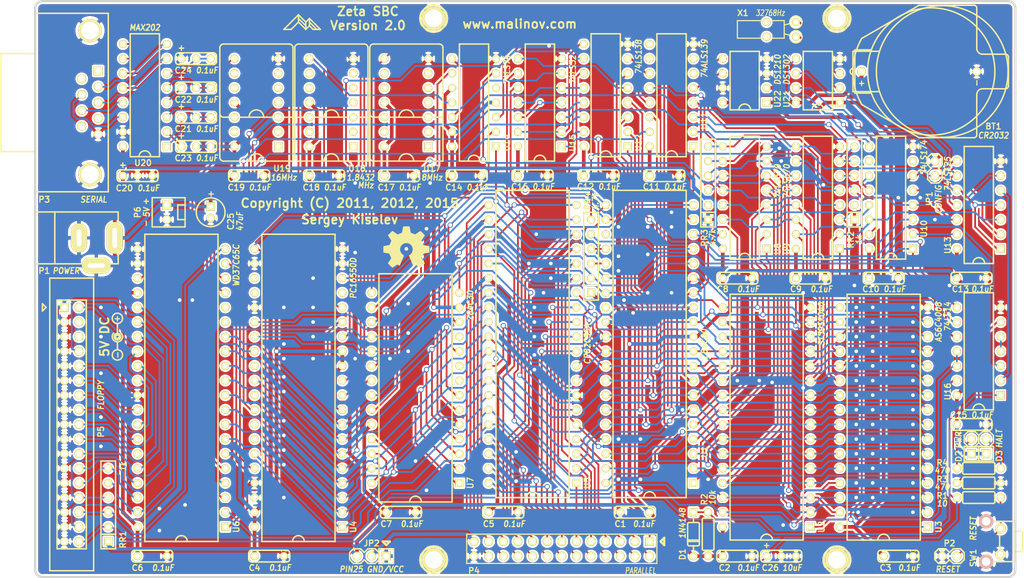
<source format=kicad_pcb>
(kicad_pcb (version 3) (host pcbnew "(2013-07-07 BZR 4022)-stable")
  (title_block (title "Zeta SBC - Z80-Based Single Board Computer (C) Sergey Kiselev ") (rev 2.0))
  (layers (15 Front signal) (0 Back signal) (18 B.Paste user) (19 F.Paste user) (20 B.SilkS user) (21 F.SilkS user) (22 B.Mask user) (23 F.Mask user) (28 Edge.Cuts user))
  (net 0 "")
  (net 1 /A0)
  (net 2 /A1)
  (net 3 /A10)
  (net 4 /A11)
  (net 5 /A12)
  (net 6 /A13)
  (net 7 /A14)
  (net 8 /A15)
  (net 9 /A2)
  (net 10 /A3)
  (net 11 /A4)
  (net 12 /A5)
  (net 13 /A6)
  (net 14 /A7)
  (net 15 /A8)
  (net 16 /A9)
  (net 17 /CPU_CLK)
  (net 18 /CTC_CLK)
  (net 19 /CTS)
  (net 20 /D0)
  (net 21 /D1)
  (net 22 /D2)
  (net 23 /D3)
  (net 24 /D4)
  (net 25 /D5)
  (net 26 /D6)
  (net 27 /D7)
  (net 28 /DC)
  (net 29 /FDC_CLK)
  (net 30 /MA14)
  (net 31 /MA15)
  (net 32 /MA16)
  (net 33 /MA17)
  (net 34 /MA18)
  (net 35 /MA19)
  (net 36 /MA20)
  (net 37 /MA21)
  (net 38 /PA0)
  (net 39 /PA1)
  (net 40 /PA2)
  (net 41 /PA3)
  (net 42 /PA4)
  (net 43 /PA5)
  (net 44 /PA6)
  (net 45 /PA7)
  (net 46 /PAR_VCC)
  (net 47 /PB0)
  (net 48 /PB1)
  (net 49 /PB2)
  (net 50 /PB3)
  (net 51 /PB4)
  (net 52 /PB5)
  (net 53 /PB6)
  (net 54 /PB7)
  (net 55 /PC0)
  (net 56 /PC1)
  (net 57 /PC2)
  (net 58 /PC3)
  (net 59 /PC4)
  (net 60 /PC5)
  (net 61 /PC6)
  (net 62 /PC7)
  (net 63 /RAM_VCC)
  (net 64 /RESET)
  (net 65 /RTC_CE)
  (net 66 /RTC_CLK)
  (net 67 /RTC_IN)
  (net 68 /RTC_IO)
  (net 69 /RTC_PLUP)
  (net 70 /RTC_WE)
  (net 71 /RTS)
  (net 72 /RX)
  (net 73 /SIN)
  (net 74 /SOUT)
  (net 75 /TX)
  (net 76 /UART_CLK)
  (net 77 /UART_INT)
  (net 78 /VBAT)
  (net 79 /~BUSRQ)
  (net 80 /~CCR_WR)
  (net 81 /~CFG_CS)
  (net 82 /~CTC_CS)
  (net 83 /~CTS)
  (net 84 /~DACK)
  (net 85 /~DC)
  (net 86 /~DENSEL)
  (net 87 /~DIR)
  (net 88 /~DOR_WR)
  (net 89 /~DSA)
  (net 90 /~DSB)
  (net 91 /~FDC_CS)
  (net 92 /~HALT)
  (net 93 /~HDSEL)
  (net 94 /~INDEX)
  (net 95 /~INT)
  (net 96 /~IORQ)
  (net 97 /~M1)
  (net 98 /~MEA)
  (net 99 /~MEB)
  (net 100 /~MREQ)
  (net 101 /~NMI)
  (net 102 /~PAGE_EN)
  (net 103 /~PAGE_WR)
  (net 104 /~PGEN_WR)
  (net 105 /~PPI_CS)
  (net 106 /~RAM_CS)
  (net 107 /~RAM_CSO)
  (net 108 /~RD)
  (net 109 /~RDATA)
  (net 110 /~RESET)
  (net 111 /~ROM_CS)
  (net 112 /~RTC_CS)
  (net 113 /~RTC_RD)
  (net 114 /~RTC_WR)
  (net 115 /~RTS)
  (net 116 /~STEP)
  (net 117 /~TRK0)
  (net 118 /~UART_CS)
  (net 119 /~WAIT)
  (net 120 /~WDATA)
  (net 121 /~WE)
  (net 122 /~WP)
  (net 123 /~WR)
  (net 124 GND)
  (net 125 N-000001)
  (net 126 N-0000010)
  (net 127 N-00000115)
  (net 128 N-00000117)
  (net 129 N-00000119)
  (net 130 N-00000130)
  (net 131 N-00000131)
  (net 132 N-00000132)
  (net 133 N-00000133)
  (net 134 N-0000014)
  (net 135 N-0000016)
  (net 136 N-0000017)
  (net 137 N-0000021)
  (net 138 N-0000027)
  (net 139 N-000005)
  (net 140 N-000006)
  (net 141 N-000007)
  (net 142 N-0000086)
  (net 143 N-0000093)
  (net 144 VCC)
  (module IC_DIP14_300 (layer Front) (at 214.63 111.76 90)
    (fp_text reference U16 (at -6.985 -5.3975 90) (layer F.SilkS) (effects (font (size 1.016 1.016) (thickness 0.2032))))
    (fp_text value 74LS14 (at 6.0325 -5.3975 90) (layer F.SilkS) (effects (font (size 1.016 0.9144) (thickness 0.2032) italic)))
    (pad 1 thru_hole rect (at -7.62 3.81 90) (size 1.397 1.397) (drill 0.8128) (layers *.Cu *.Mask F.SilkS) (net 85 /~DC))
    (pad 2 thru_hole circle (at -5.08 3.81 90) (size 1.397 1.397) (drill 0.8128) (layers *.Cu *.Mask F.SilkS) (net 28 /DC))
    (pad 3 thru_hole circle (at -2.54 3.81 90) (size 1.397 1.397) (drill 0.8128) (layers *.Cu *.Mask F.SilkS) (net 92 /~HALT))
    (pad 4 thru_hole circle (at 0 3.81 90) (size 1.397 1.397) (drill 0.8128) (layers *.Cu *.Mask F.SilkS) (net 128 N-00000117))
    (pad 5 thru_hole circle (at 2.54 3.81 90) (size 1.397 1.397) (drill 0.8128) (layers *.Cu *.Mask F.SilkS) (net 128 N-00000117))
    (pad 6 thru_hole circle (at 5.08 3.81 90) (size 1.397 1.397) (drill 0.8128) (layers *.Cu *.Mask F.SilkS) (net 139 N-000005))
    (pad 7 thru_hole circle (at 7.62 3.81 90) (size 1.397 1.397) (drill 0.8128) (layers *.Cu *.Mask F.SilkS) (net 124 GND))
    (pad 8 thru_hole circle (at 7.62 -3.81 90) (size 1.397 1.397) (drill 0.8128) (layers *.Cu *.Mask F.SilkS) (net 134 N-0000014))
    (pad 9 thru_hole circle (at 5.08 -3.81 90) (size 1.397 1.397) (drill 0.8128) (layers *.Cu *.Mask F.SilkS) (net 97 /~M1))
    (pad 10 thru_hole circle (at 2.54 -3.81 90) (size 1.397 1.397) (drill 0.8128) (layers *.Cu *.Mask F.SilkS) (net 110 /~RESET))
    (pad 11 thru_hole circle (at 0 -3.81 90) (size 1.397 1.397) (drill 0.8128) (layers *.Cu *.Mask F.SilkS) (net 64 /RESET))
    (pad 12 thru_hole circle (at -2.54 -3.81 90) (size 1.397 1.397) (drill 0.8128) (layers *.Cu *.Mask F.SilkS) (net 64 /RESET))
    (pad 13 thru_hole circle (at -5.08 -3.81 90) (size 1.397 1.397) (drill 0.8128) (layers *.Cu *.Mask F.SilkS) (net 142 N-0000086))
    (pad 14 thru_hole circle (at -7.62 -3.81 90) (size 1.397 1.397) (drill 0.8128) (layers *.Cu *.Mask F.SilkS) (net 144 VCC))
  )
  (module OSHW-logo_silkscreen-front_8mm (layer Front) (at 115.2525 93.6625)
    (fp_text reference G*** hide)
    (fp_text value OSHW-logo_silkscreen-front_8mm hide)
  )
  (module pin_array_13x2 (layer Front) (at 142.24 146.05 180)
    (fp_text reference P4 (at 15.24 -3.81 180) (layer F.SilkS) (effects (font (size 1.016 1.016) (thickness 0.2032))))
    (fp_text value PARALLEL (at -13.6525 -3.81 180) (layer F.SilkS) (effects (font (size 1.016 0.762) (thickness 0.1524) italic)))
    (pad 1 thru_hole rect (at -15.24 1.27 180) (size 1.524 1.524) (drill 1.016) (layers *.Cu *.Mask F.SilkS) (net 55 /PC0))
    (pad 2 thru_hole circle (at -15.24 -1.27 180) (size 1.524 1.524) (drill 1.016) (layers *.Cu *.Mask F.SilkS) (net 38 /PA0))
    (pad 3 thru_hole circle (at -12.7 1.27 180) (size 1.524 1.524) (drill 1.016) (layers *.Cu *.Mask F.SilkS) (net 56 /PC1))
    (pad 4 thru_hole circle (at -12.7 -1.27 180) (size 1.524 1.524) (drill 1.016) (layers *.Cu *.Mask F.SilkS) (net 39 /PA1))
    (pad 5 thru_hole circle (at -10.16 1.27 180) (size 1.524 1.524) (drill 1.016) (layers *.Cu *.Mask F.SilkS) (net 57 /PC2))
    (pad 6 thru_hole circle (at -10.16 -1.27 180) (size 1.524 1.524) (drill 1.016) (layers *.Cu *.Mask F.SilkS) (net 40 /PA2))
    (pad 7 thru_hole circle (at -7.62 1.27 180) (size 1.524 1.524) (drill 1.016) (layers *.Cu *.Mask F.SilkS) (net 58 /PC3))
    (pad 8 thru_hole circle (at -7.62 -1.27 180) (size 1.524 1.524) (drill 1.016) (layers *.Cu *.Mask F.SilkS) (net 41 /PA3))
    (pad 9 thru_hole circle (at -5.08 1.27 180) (size 1.524 1.524) (drill 1.016) (layers *.Cu *.Mask F.SilkS) (net 59 /PC4))
    (pad 10 thru_hole circle (at -5.08 -1.27 180) (size 1.524 1.524) (drill 1.016) (layers *.Cu *.Mask F.SilkS) (net 42 /PA4))
    (pad 11 thru_hole circle (at -2.54 1.27 180) (size 1.524 1.524) (drill 1.016) (layers *.Cu *.Mask F.SilkS) (net 60 /PC5))
    (pad 12 thru_hole circle (at -2.54 -1.27 180) (size 1.524 1.524) (drill 1.016) (layers *.Cu *.Mask F.SilkS) (net 43 /PA5))
    (pad 13 thru_hole circle (at 0 1.27 180) (size 1.524 1.524) (drill 1.016) (layers *.Cu *.Mask F.SilkS) (net 61 /PC6))
    (pad 14 thru_hole circle (at 0 -1.27 180) (size 1.524 1.524) (drill 1.016) (layers *.Cu *.Mask F.SilkS) (net 44 /PA6))
    (pad 15 thru_hole circle (at 2.54 1.27 180) (size 1.524 1.524) (drill 1.016) (layers *.Cu *.Mask F.SilkS) (net 62 /PC7))
    (pad 16 thru_hole circle (at 2.54 -1.27 180) (size 1.524 1.524) (drill 1.016) (layers *.Cu *.Mask F.SilkS) (net 45 /PA7))
    (pad 17 thru_hole circle (at 5.08 1.27 180) (size 1.524 1.524) (drill 1.016) (layers *.Cu *.Mask F.SilkS) (net 54 /PB7))
    (pad 18 thru_hole circle (at 5.08 -1.27 180) (size 1.524 1.524) (drill 1.016) (layers *.Cu *.Mask F.SilkS) (net 47 /PB0))
    (pad 19 thru_hole circle (at 7.62 1.27 180) (size 1.524 1.524) (drill 1.016) (layers *.Cu *.Mask F.SilkS) (net 53 /PB6))
    (pad 20 thru_hole circle (at 7.62 -1.27 180) (size 1.524 1.524) (drill 1.016) (layers *.Cu *.Mask F.SilkS) (net 48 /PB1))
    (pad 21 thru_hole circle (at 10.16 1.27 180) (size 1.524 1.524) (drill 1.016) (layers *.Cu *.Mask F.SilkS) (net 52 /PB5))
    (pad 22 thru_hole circle (at 10.16 -1.27 180) (size 1.524 1.524) (drill 1.016) (layers *.Cu *.Mask F.SilkS) (net 49 /PB2))
    (pad 23 thru_hole circle (at 12.7 1.27 180) (size 1.524 1.524) (drill 1.016) (layers *.Cu *.Mask F.SilkS) (net 51 /PB4))
    (pad 24 thru_hole circle (at 12.7 -1.27 180) (size 1.524 1.524) (drill 1.016) (layers *.Cu *.Mask F.SilkS) (net 50 /PB3))
    (pad 25 thru_hole circle (at 15.24 1.27 180) (size 1.524 1.524) (drill 1.016) (layers *.Cu *.Mask F.SilkS) (net 46 /PAR_VCC))
    (pad 26 thru_hole circle (at 15.24 -1.27 180) (size 1.524 1.524) (drill 1.016) (layers *.Cu *.Mask F.SilkS) (net 124 GND))
  )
  (module HOLE_3MM (layer Front) (at 189.99962 147.96516 180)
    (fp_text reference HOLE1 hide)
    (fp_text value CONN_1 hide)
    (pad 1 thru_hole circle (at 0 0 180) (size 4.064 4.064) (drill 3.048) (layers *.Cu *.Mask F.SilkS) (net 124 GND))
  )
  (module HOLE_3MM (layer Front) (at 189.99962 53.96484 180)
    (fp_text reference HOLE2 hide)
    (fp_text value CONN_1 hide)
    (pad 1 thru_hole circle (at 0 0 180) (size 4.064 4.064) (drill 3.048) (layers *.Cu *.Mask F.SilkS) (net 124 GND))
  )
  (module HOLE_3MM (layer Front) (at 119.99976 147.96516 180)
    (fp_text reference HOLE3 hide)
    (fp_text value CONN_1 hide)
    (pad 1 thru_hole circle (at 0 0 180) (size 4.064 4.064) (drill 3.048) (layers *.Cu *.Mask F.SilkS) (net 124 GND))
  )
  (module HOLE_3MM (layer Front) (at 119.99976 53.96484 180)
    (fp_text reference HOLE4 hide)
    (fp_text value CONN_1 hide)
    (pad 1 thru_hole circle (at 0 0 180) (size 4.064 4.064) (drill 3.048) (layers *.Cu *.Mask F.SilkS) (net 124 GND))
  )
  (module CRYSTAL32768 (layer Front) (at 182.88 55.88 270)
    (fp_text reference X1 (at -2.8575 9.2075 360) (layer F.SilkS) (effects (font (size 1.016 1.016) (thickness 0.2032))))
    (fp_text value 32768Hz (at -2.8575 4.445 360) (layer F.SilkS) (effects (font (size 1.016 0.762) (thickness 0.1524) italic)))
    (pad 1 thru_hole circle (at -1.27 0 270) (size 1.397 1.397) (drill 0.8128) (layers *.Cu *.Mask F.SilkS) (net 135 N-0000016))
    (pad 2 thru_hole circle (at 1.27 0 270) (size 1.397 1.397) (drill 0.8128) (layers *.Cu *.Mask F.SilkS) (net 137 N-0000021))
    (pad 3 thru_hole circle (at -1.27 5.08 270) (size 1.397 1.397) (drill 0.8128) (layers *.Cu *.Mask F.SilkS))
    (pad 4 thru_hole circle (at 1.27 5.08 270) (size 1.397 1.397) (drill 0.8128) (layers *.Cu *.Mask F.SilkS))
  )
  (module Cap_Cer_508 (layer Front) (at 113.9825 81.28)
    (fp_text reference C17 (at -2.2225 2.032) (layer F.SilkS) (effects (font (size 1.016 1.016) (thickness 0.2032))))
    (fp_text value 0.1uF (at 1.905 2.032) (layer F.SilkS) (effects (font (size 1.016 0.9144) (thickness 0.2032) italic)))
    (pad 1 thru_hole circle (at -2.54 0) (size 1.397 1.397) (drill 0.8128) (layers *.Cu *.Mask F.SilkS) (net 144 VCC))
    (pad 2 thru_hole circle (at 2.54 0) (size 1.397 1.397) (drill 0.8128) (layers *.Cu *.Mask F.SilkS) (net 124 GND))
  )
  (module Cap_Cer_508 (layer Front) (at 100.965 81.28)
    (fp_text reference C18 (at -2.2225 2.032) (layer F.SilkS) (effects (font (size 1.016 1.016) (thickness 0.2032))))
    (fp_text value 0.1uF (at 1.905 2.032) (layer F.SilkS) (effects (font (size 1.016 0.9144) (thickness 0.2032) italic)))
    (pad 1 thru_hole circle (at -2.54 0) (size 1.397 1.397) (drill 0.8128) (layers *.Cu *.Mask F.SilkS) (net 144 VCC))
    (pad 2 thru_hole circle (at 2.54 0) (size 1.397 1.397) (drill 0.8128) (layers *.Cu *.Mask F.SilkS) (net 124 GND))
  )
  (module Cap_Cer_508 (layer Front) (at 87.9475 81.28)
    (fp_text reference C19 (at -2.2225 2.032) (layer F.SilkS) (effects (font (size 1.016 1.016) (thickness 0.2032))))
    (fp_text value 0.1uF (at 1.905 2.032) (layer F.SilkS) (effects (font (size 1.016 0.9144) (thickness 0.2032) italic)))
    (pad 1 thru_hole circle (at -2.54 0) (size 1.397 1.397) (drill 0.8128) (layers *.Cu *.Mask F.SilkS) (net 144 VCC))
    (pad 2 thru_hole circle (at 2.54 0) (size 1.397 1.397) (drill 0.8128) (layers *.Cu *.Mask F.SilkS) (net 124 GND))
  )
  (module Cap_Cer_508 (layer Front) (at 137.16 81.28)
    (fp_text reference C16 (at -2.2225 1.905) (layer F.SilkS) (effects (font (size 1.016 1.016) (thickness 0.2032))))
    (fp_text value 0.1uF (at 1.905 1.905) (layer F.SilkS) (effects (font (size 1.016 0.9144) (thickness 0.2032) italic)))
    (pad 1 thru_hole circle (at -2.54 0) (size 1.397 1.397) (drill 0.8128) (layers *.Cu *.Mask F.SilkS) (net 144 VCC))
    (pad 2 thru_hole circle (at 2.54 0) (size 1.397 1.397) (drill 0.8128) (layers *.Cu *.Mask F.SilkS) (net 124 GND))
  )
  (module Cap_Cer_508 (layer Front) (at 160.02 81.28)
    (fp_text reference C11 (at -2.2225 1.905) (layer F.SilkS) (effects (font (size 1.016 1.016) (thickness 0.2032))))
    (fp_text value 0.1uF (at 1.905 1.905) (layer F.SilkS) (effects (font (size 1.016 0.9144) (thickness 0.2032) italic)))
    (pad 1 thru_hole circle (at -2.54 0) (size 1.397 1.397) (drill 0.8128) (layers *.Cu *.Mask F.SilkS) (net 144 VCC))
    (pad 2 thru_hole circle (at 2.54 0) (size 1.397 1.397) (drill 0.8128) (layers *.Cu *.Mask F.SilkS) (net 124 GND))
  )
  (module Cap_Cer_508 (layer Front) (at 213.36 124.46)
    (fp_text reference C15 (at -2.2225 -1.651) (layer F.SilkS) (effects (font (size 1.016 1.016) (thickness 0.2032))))
    (fp_text value 0.1uF (at 1.905 -1.651) (layer F.SilkS) (effects (font (size 1.016 0.9144) (thickness 0.2032) italic)))
    (pad 1 thru_hole circle (at -2.54 0) (size 1.397 1.397) (drill 0.8128) (layers *.Cu *.Mask F.SilkS) (net 144 VCC))
    (pad 2 thru_hole circle (at 2.54 0) (size 1.397 1.397) (drill 0.8128) (layers *.Cu *.Mask F.SilkS) (net 124 GND))
  )
  (module Cap_Cer_508 (layer Front) (at 125.73 81.28)
    (fp_text reference C14 (at -2.2225 2.032) (layer F.SilkS) (effects (font (size 1.016 1.016) (thickness 0.2032))))
    (fp_text value 0.1uF (at 1.905 2.032) (layer F.SilkS) (effects (font (size 1.016 0.9144) (thickness 0.2032) italic)))
    (pad 1 thru_hole circle (at -2.54 0) (size 1.397 1.397) (drill 0.8128) (layers *.Cu *.Mask F.SilkS) (net 144 VCC))
    (pad 2 thru_hole circle (at 2.54 0) (size 1.397 1.397) (drill 0.8128) (layers *.Cu *.Mask F.SilkS) (net 124 GND))
  )
  (module Cap_Cer_508 (layer Front) (at 213.36 99.06)
    (fp_text reference C13 (at -1.905 1.905) (layer F.SilkS) (effects (font (size 1.016 1.016) (thickness 0.2032))))
    (fp_text value 0.1uF (at 1.905 1.905) (layer F.SilkS) (effects (font (size 1.016 0.9144) (thickness 0.2032) italic)))
    (pad 1 thru_hole circle (at -2.54 0) (size 1.397 1.397) (drill 0.8128) (layers *.Cu *.Mask F.SilkS) (net 144 VCC))
    (pad 2 thru_hole circle (at 2.54 0) (size 1.397 1.397) (drill 0.8128) (layers *.Cu *.Mask F.SilkS) (net 124 GND))
  )
  (module Cap_Cer_508 (layer Front) (at 148.59 81.28)
    (fp_text reference C12 (at -2.2225 1.905) (layer F.SilkS) (effects (font (size 1.016 1.016) (thickness 0.2032))))
    (fp_text value 0.1uF (at 1.905 1.905) (layer F.SilkS) (effects (font (size 1.016 0.9144) (thickness 0.2032) italic)))
    (pad 1 thru_hole circle (at -2.54 0) (size 1.397 1.397) (drill 0.8128) (layers *.Cu *.Mask F.SilkS) (net 144 VCC))
    (pad 2 thru_hole circle (at 2.54 0) (size 1.397 1.397) (drill 0.8128) (layers *.Cu *.Mask F.SilkS) (net 124 GND))
  )
  (module Cap_Cer_508 (layer Front) (at 198.12 99.06)
    (fp_text reference C10 (at -2.2225 1.905) (layer F.SilkS) (effects (font (size 1.016 1.016) (thickness 0.2032))))
    (fp_text value 0.1uF (at 1.905 1.905) (layer F.SilkS) (effects (font (size 1.016 0.9144) (thickness 0.2032) italic)))
    (pad 1 thru_hole circle (at -2.54 0) (size 1.397 1.397) (drill 0.8128) (layers *.Cu *.Mask F.SilkS) (net 144 VCC))
    (pad 2 thru_hole circle (at 2.54 0) (size 1.397 1.397) (drill 0.8128) (layers *.Cu *.Mask F.SilkS) (net 124 GND))
  )
  (module Cap_Cer_508 (layer Front) (at 185.42 99.06)
    (fp_text reference C9 (at -2.54 1.905) (layer F.SilkS) (effects (font (size 1.016 1.016) (thickness 0.2032))))
    (fp_text value 0.1uF (at 1.905 1.905) (layer F.SilkS) (effects (font (size 1.016 0.9144) (thickness 0.2032) italic)))
    (pad 1 thru_hole circle (at -2.54 0) (size 1.397 1.397) (drill 0.8128) (layers *.Cu *.Mask F.SilkS) (net 144 VCC))
    (pad 2 thru_hole circle (at 2.54 0) (size 1.397 1.397) (drill 0.8128) (layers *.Cu *.Mask F.SilkS) (net 124 GND))
  )
  (module Cap_Cer_508 (layer Front) (at 172.72 99.06)
    (fp_text reference C8 (at -2.54 1.905) (layer F.SilkS) (effects (font (size 1.016 1.016) (thickness 0.2032))))
    (fp_text value 0.1uF (at 1.905 1.905) (layer F.SilkS) (effects (font (size 1.016 0.9144) (thickness 0.2032) italic)))
    (pad 1 thru_hole circle (at -2.54 0) (size 1.397 1.397) (drill 0.8128) (layers *.Cu *.Mask F.SilkS) (net 144 VCC))
    (pad 2 thru_hole circle (at 2.54 0) (size 1.397 1.397) (drill 0.8128) (layers *.Cu *.Mask F.SilkS) (net 124 GND))
  )
  (module Cap_Cer_508 (layer Front) (at 132.08 139.7)
    (fp_text reference C5 (at -2.54 2.032) (layer F.SilkS) (effects (font (size 1.016 1.016) (thickness 0.2032))))
    (fp_text value 0.1uF (at 1.905 2.032) (layer F.SilkS) (effects (font (size 1.016 0.9144) (thickness 0.2032) italic)))
    (pad 1 thru_hole circle (at -2.54 0) (size 1.397 1.397) (drill 0.8128) (layers *.Cu *.Mask F.SilkS) (net 144 VCC))
    (pad 2 thru_hole circle (at 2.54 0) (size 1.397 1.397) (drill 0.8128) (layers *.Cu *.Mask F.SilkS) (net 124 GND))
  )
  (module Cap_Cer_508 (layer Front) (at 114.3 139.7)
    (fp_text reference C7 (at -2.54 2.032) (layer F.SilkS) (effects (font (size 1.016 1.016) (thickness 0.2032))))
    (fp_text value 0.1uF (at 1.905 2.032) (layer F.SilkS) (effects (font (size 1.016 0.9144) (thickness 0.2032) italic)))
    (pad 1 thru_hole circle (at -2.54 0) (size 1.397 1.397) (drill 0.8128) (layers *.Cu *.Mask F.SilkS) (net 144 VCC))
    (pad 2 thru_hole circle (at 2.54 0) (size 1.397 1.397) (drill 0.8128) (layers *.Cu *.Mask F.SilkS) (net 124 GND))
  )
  (module Cap_Cer_508 (layer Front) (at 154.94 139.7 180)
    (fp_text reference C1 (at 2.54 -2.032 180) (layer F.SilkS) (effects (font (size 1.016 1.016) (thickness 0.2032))))
    (fp_text value 0.1uF (at -1.5875 -2.032 180) (layer F.SilkS) (effects (font (size 1.016 0.9144) (thickness 0.2032) italic)))
    (pad 1 thru_hole circle (at -2.54 0 180) (size 1.397 1.397) (drill 0.8128) (layers *.Cu *.Mask F.SilkS) (net 144 VCC))
    (pad 2 thru_hole circle (at 2.54 0 180) (size 1.397 1.397) (drill 0.8128) (layers *.Cu *.Mask F.SilkS) (net 124 GND))
  )
  (module Cap_Cer_508 (layer Front) (at 172.72 147.32)
    (fp_text reference C2 (at -2.2225 2.032) (layer F.SilkS) (effects (font (size 1.016 1.016) (thickness 0.2032))))
    (fp_text value 0.1uF (at 1.905 2.032) (layer F.SilkS) (effects (font (size 1.016 0.9144) (thickness 0.2032) italic)))
    (pad 1 thru_hole circle (at -2.54 0) (size 1.397 1.397) (drill 0.8128) (layers *.Cu *.Mask F.SilkS) (net 144 VCC))
    (pad 2 thru_hole circle (at 2.54 0) (size 1.397 1.397) (drill 0.8128) (layers *.Cu *.Mask F.SilkS) (net 124 GND))
  )
  (module Cap_Cer_508 (layer Front) (at 200.66 147.32)
    (fp_text reference C3 (at -2.2225 2.032) (layer F.SilkS) (effects (font (size 1.016 1.016) (thickness 0.2032))))
    (fp_text value 0.1uF (at 1.905 2.032) (layer F.SilkS) (effects (font (size 1.016 0.9144) (thickness 0.2032) italic)))
    (pad 1 thru_hole circle (at -2.54 0) (size 1.397 1.397) (drill 0.8128) (layers *.Cu *.Mask F.SilkS) (net 63 /RAM_VCC))
    (pad 2 thru_hole circle (at 2.54 0) (size 1.397 1.397) (drill 0.8128) (layers *.Cu *.Mask F.SilkS) (net 124 GND))
  )
  (module Cap_Cer_508 (layer Front) (at 91.44 147.32)
    (fp_text reference C4 (at -2.54 2.032) (layer F.SilkS) (effects (font (size 1.016 1.016) (thickness 0.2032))))
    (fp_text value 0.1uF (at 1.905 2.032) (layer F.SilkS) (effects (font (size 1.016 0.9144) (thickness 0.2032) italic)))
    (pad 1 thru_hole circle (at -2.54 0) (size 1.397 1.397) (drill 0.8128) (layers *.Cu *.Mask F.SilkS) (net 144 VCC))
    (pad 2 thru_hole circle (at 2.54 0) (size 1.397 1.397) (drill 0.8128) (layers *.Cu *.Mask F.SilkS) (net 124 GND))
  )
  (module Cap_Cer_508 (layer Front) (at 71.12 147.32)
    (fp_text reference C6 (at -2.54 2.032) (layer F.SilkS) (effects (font (size 1.016 1.016) (thickness 0.2032))))
    (fp_text value 0.1uF (at 1.905 2.032) (layer F.SilkS) (effects (font (size 1.016 0.9144) (thickness 0.2032) italic)))
    (pad 1 thru_hole circle (at -2.54 0) (size 1.397 1.397) (drill 0.8128) (layers *.Cu *.Mask F.SilkS) (net 144 VCC))
    (pad 2 thru_hole circle (at 2.54 0) (size 1.397 1.397) (drill 0.8128) (layers *.Cu *.Mask F.SilkS) (net 124 GND))
  )
  (module Diode_762 (layer Front) (at 165.1 143.51 270)
    (fp_text reference D1 (at 3.4925 1.905 270) (layer F.SilkS) (effects (font (size 1.016 1.016) (thickness 0.2032))))
    (fp_text value 1N4148 (at -1.905 1.905 270) (layer F.SilkS) (effects (font (size 1.016 0.9144) (thickness 0.2032) italic)))
    (pad 2 thru_hole circle (at 3.81 0 270) (size 1.397 1.397) (drill 0.8128) (layers *.Cu *.Mask F.SilkS) (net 144 VCC))
    (pad 1 thru_hole rect (at -3.81 0 270) (size 1.397 1.397) (drill 0.8128) (layers *.Cu *.Mask F.SilkS) (net 142 N-0000086))
  )
  (module IC_DIP16_300 (layer Front) (at 161.29 67.31 90)
    (fp_text reference U11 (at -4.445 5.715 90) (layer F.SilkS) (effects (font (size 1.016 1.016) (thickness 0.2032))))
    (fp_text value 74ALS139 (at 6.35 5.715 90) (layer F.SilkS) (effects (font (size 1.016 0.9144) (thickness 0.2032) italic)))
    (pad 1 thru_hole rect (at -8.89 3.81 90) (size 1.397 1.397) (drill 0.8128) (layers *.Cu *.Mask F.SilkS) (net 100 /~MREQ))
    (pad 2 thru_hole circle (at -6.35 3.81 90) (size 1.397 1.397) (drill 0.8128) (layers *.Cu *.Mask F.SilkS) (net 35 /MA19))
    (pad 3 thru_hole circle (at -3.81 3.81 90) (size 1.397 1.397) (drill 0.8128) (layers *.Cu *.Mask F.SilkS) (net 36 /MA20))
    (pad 4 thru_hole circle (at -1.27 3.81 90) (size 1.397 1.397) (drill 0.8128) (layers *.Cu *.Mask F.SilkS) (net 111 /~ROM_CS))
    (pad 5 thru_hole circle (at 1.27 3.81 90) (size 1.397 1.397) (drill 0.8128) (layers *.Cu *.Mask F.SilkS) (net 106 /~RAM_CS))
    (pad 6 thru_hole circle (at 3.81 3.81 90) (size 1.397 1.397) (drill 0.8128) (layers *.Cu *.Mask F.SilkS))
    (pad 7 thru_hole circle (at 6.35 3.81 90) (size 1.397 1.397) (drill 0.8128) (layers *.Cu *.Mask F.SilkS))
    (pad 8 thru_hole circle (at 8.89 3.81 90) (size 1.397 1.397) (drill 0.8128) (layers *.Cu *.Mask F.SilkS) (net 124 GND))
    (pad 9 thru_hole circle (at 8.89 -3.81 90) (size 1.397 1.397) (drill 0.8128) (layers *.Cu *.Mask F.SilkS))
    (pad 10 thru_hole circle (at 6.35 -3.81 90) (size 1.397 1.397) (drill 0.8128) (layers *.Cu *.Mask F.SilkS))
    (pad 11 thru_hole circle (at 3.81 -3.81 90) (size 1.397 1.397) (drill 0.8128) (layers *.Cu *.Mask F.SilkS) (net 104 /~PGEN_WR))
    (pad 12 thru_hole circle (at 1.27 -3.81 90) (size 1.397 1.397) (drill 0.8128) (layers *.Cu *.Mask F.SilkS) (net 103 /~PAGE_WR))
    (pad 13 thru_hole circle (at -1.27 -3.81 90) (size 1.397 1.397) (drill 0.8128) (layers *.Cu *.Mask F.SilkS) (net 81 /~CFG_CS))
    (pad 14 thru_hole circle (at -3.81 -3.81 90) (size 1.397 1.397) (drill 0.8128) (layers *.Cu *.Mask F.SilkS) (net 9 /A2))
    (pad 15 thru_hole circle (at -6.35 -3.81 90) (size 1.397 1.397) (drill 0.8128) (layers *.Cu *.Mask F.SilkS) (net 123 /~WR))
    (pad 16 thru_hole circle (at -8.89 -3.81 90) (size 1.397 1.397) (drill 0.8128) (layers *.Cu *.Mask F.SilkS) (net 144 VCC))
  )
  (module IC_DIP16_300 (layer Front) (at 173.99 85.09 90)
    (fp_text reference U8 (at -8.89 5.715 90) (layer F.SilkS) (effects (font (size 1.016 1.016) (thickness 0.2032))))
    (fp_text value 74LS670 (at 2.8575 5.715 90) (layer F.SilkS) (effects (font (size 1.016 0.9144) (thickness 0.2032) italic)))
    (pad 1 thru_hole rect (at -8.89 3.81 90) (size 1.397 1.397) (drill 0.8128) (layers *.Cu *.Mask F.SilkS) (net 21 /D1))
    (pad 2 thru_hole circle (at -6.35 3.81 90) (size 1.397 1.397) (drill 0.8128) (layers *.Cu *.Mask F.SilkS) (net 22 /D2))
    (pad 3 thru_hole circle (at -3.81 3.81 90) (size 1.397 1.397) (drill 0.8128) (layers *.Cu *.Mask F.SilkS) (net 23 /D3))
    (pad 4 thru_hole circle (at -1.27 3.81 90) (size 1.397 1.397) (drill 0.8128) (layers *.Cu *.Mask F.SilkS) (net 8 /A15))
    (pad 5 thru_hole circle (at 1.27 3.81 90) (size 1.397 1.397) (drill 0.8128) (layers *.Cu *.Mask F.SilkS) (net 7 /A14))
    (pad 6 thru_hole circle (at 3.81 3.81 90) (size 1.397 1.397) (drill 0.8128) (layers *.Cu *.Mask F.SilkS) (net 33 /MA17))
    (pad 7 thru_hole circle (at 6.35 3.81 90) (size 1.397 1.397) (drill 0.8128) (layers *.Cu *.Mask F.SilkS) (net 32 /MA16))
    (pad 8 thru_hole circle (at 8.89 3.81 90) (size 1.397 1.397) (drill 0.8128) (layers *.Cu *.Mask F.SilkS) (net 124 GND))
    (pad 9 thru_hole circle (at 8.89 -3.81 90) (size 1.397 1.397) (drill 0.8128) (layers *.Cu *.Mask F.SilkS) (net 31 /MA15))
    (pad 10 thru_hole circle (at 6.35 -3.81 90) (size 1.397 1.397) (drill 0.8128) (layers *.Cu *.Mask F.SilkS) (net 30 /MA14))
    (pad 11 thru_hole circle (at 3.81 -3.81 90) (size 1.397 1.397) (drill 0.8128) (layers *.Cu *.Mask F.SilkS) (net 102 /~PAGE_EN))
    (pad 12 thru_hole circle (at 1.27 -3.81 90) (size 1.397 1.397) (drill 0.8128) (layers *.Cu *.Mask F.SilkS) (net 103 /~PAGE_WR))
    (pad 13 thru_hole circle (at -1.27 -3.81 90) (size 1.397 1.397) (drill 0.8128) (layers *.Cu *.Mask F.SilkS) (net 2 /A1))
    (pad 14 thru_hole circle (at -3.81 -3.81 90) (size 1.397 1.397) (drill 0.8128) (layers *.Cu *.Mask F.SilkS) (net 1 /A0))
    (pad 15 thru_hole circle (at -6.35 -3.81 90) (size 1.397 1.397) (drill 0.8128) (layers *.Cu *.Mask F.SilkS) (net 20 /D0))
    (pad 16 thru_hole circle (at -8.89 -3.81 90) (size 1.397 1.397) (drill 0.8128) (layers *.Cu *.Mask F.SilkS) (net 144 VCC))
  )
  (module IC_DIP16_300 (layer Front) (at 149.86 67.31 90)
    (fp_text reference U12 (at -8.255 5.715 90) (layer F.SilkS) (effects (font (size 1.016 1.016) (thickness 0.2032))))
    (fp_text value 74LS138 (at 6.6675 5.715 90) (layer F.SilkS) (effects (font (size 1.016 0.9144) (thickness 0.2032) italic)))
    (pad 1 thru_hole rect (at -8.89 3.81 90) (size 1.397 1.397) (drill 0.8128) (layers *.Cu *.Mask F.SilkS) (net 10 /A3))
    (pad 2 thru_hole circle (at -6.35 3.81 90) (size 1.397 1.397) (drill 0.8128) (layers *.Cu *.Mask F.SilkS) (net 11 /A4))
    (pad 3 thru_hole circle (at -3.81 3.81 90) (size 1.397 1.397) (drill 0.8128) (layers *.Cu *.Mask F.SilkS) (net 13 /A6))
    (pad 4 thru_hole circle (at -1.27 3.81 90) (size 1.397 1.397) (drill 0.8128) (layers *.Cu *.Mask F.SilkS) (net 134 N-0000014))
    (pad 5 thru_hole circle (at 1.27 3.81 90) (size 1.397 1.397) (drill 0.8128) (layers *.Cu *.Mask F.SilkS) (net 132 N-00000132))
    (pad 6 thru_hole circle (at 3.81 3.81 90) (size 1.397 1.397) (drill 0.8128) (layers *.Cu *.Mask F.SilkS) (net 12 /A5))
    (pad 7 thru_hole circle (at 6.35 3.81 90) (size 1.397 1.397) (drill 0.8128) (layers *.Cu *.Mask F.SilkS) (net 81 /~CFG_CS))
    (pad 8 thru_hole circle (at 8.89 3.81 90) (size 1.397 1.397) (drill 0.8128) (layers *.Cu *.Mask F.SilkS) (net 124 GND))
    (pad 9 thru_hole circle (at 8.89 -3.81 90) (size 1.397 1.397) (drill 0.8128) (layers *.Cu *.Mask F.SilkS) (net 112 /~RTC_CS))
    (pad 10 thru_hole circle (at 6.35 -3.81 90) (size 1.397 1.397) (drill 0.8128) (layers *.Cu *.Mask F.SilkS) (net 118 /~UART_CS))
    (pad 11 thru_hole circle (at 3.81 -3.81 90) (size 1.397 1.397) (drill 0.8128) (layers *.Cu *.Mask F.SilkS) (net 105 /~PPI_CS))
    (pad 12 thru_hole circle (at 1.27 -3.81 90) (size 1.397 1.397) (drill 0.8128) (layers *.Cu *.Mask F.SilkS) (net 88 /~DOR_WR))
    (pad 13 thru_hole circle (at -1.27 -3.81 90) (size 1.397 1.397) (drill 0.8128) (layers *.Cu *.Mask F.SilkS) (net 91 /~FDC_CS))
    (pad 14 thru_hole circle (at -3.81 -3.81 90) (size 1.397 1.397) (drill 0.8128) (layers *.Cu *.Mask F.SilkS) (net 80 /~CCR_WR))
    (pad 15 thru_hole circle (at -6.35 -3.81 90) (size 1.397 1.397) (drill 0.8128) (layers *.Cu *.Mask F.SilkS) (net 82 /~CTC_CS))
    (pad 16 thru_hole circle (at -8.89 -3.81 90) (size 1.397 1.397) (drill 0.8128) (layers *.Cu *.Mask F.SilkS) (net 144 VCC))
  )
  (module IC_DIP32_600 (layer Front) (at 198.12 123.19 90)
    (fp_text reference U3 (at -19.05 9.525 90) (layer F.SilkS) (effects (font (size 1.016 1.016) (thickness 0.2032))))
    (fp_text value AS6C4008 (at 16.51 9.525 90) (layer F.SilkS) (effects (font (size 1.016 0.9144) (thickness 0.2032) italic)))
    (pad 1 thru_hole rect (at -19.05 7.62 90) (size 1.397 1.397) (drill 0.8128) (layers *.Cu *.Mask F.SilkS) (net 34 /MA18))
    (pad 2 thru_hole circle (at -16.51 7.62 90) (size 1.397 1.397) (drill 0.8128) (layers *.Cu *.Mask F.SilkS) (net 32 /MA16))
    (pad 3 thru_hole circle (at -13.97 7.62 90) (size 1.397 1.397) (drill 0.8128) (layers *.Cu *.Mask F.SilkS) (net 30 /MA14))
    (pad 4 thru_hole circle (at -11.43 7.62 90) (size 1.397 1.397) (drill 0.8128) (layers *.Cu *.Mask F.SilkS) (net 5 /A12))
    (pad 5 thru_hole circle (at -8.89 7.62 90) (size 1.397 1.397) (drill 0.8128) (layers *.Cu *.Mask F.SilkS) (net 14 /A7))
    (pad 6 thru_hole circle (at -6.35 7.62 90) (size 1.397 1.397) (drill 0.8128) (layers *.Cu *.Mask F.SilkS) (net 13 /A6))
    (pad 7 thru_hole circle (at -3.81 7.62 90) (size 1.397 1.397) (drill 0.8128) (layers *.Cu *.Mask F.SilkS) (net 12 /A5))
    (pad 8 thru_hole circle (at -1.27 7.62 90) (size 1.397 1.397) (drill 0.8128) (layers *.Cu *.Mask F.SilkS) (net 11 /A4))
    (pad 9 thru_hole circle (at 1.27 7.62 90) (size 1.397 1.397) (drill 0.8128) (layers *.Cu *.Mask F.SilkS) (net 10 /A3))
    (pad 10 thru_hole circle (at 3.81 7.62 90) (size 1.397 1.397) (drill 0.8128) (layers *.Cu *.Mask F.SilkS) (net 9 /A2))
    (pad 11 thru_hole circle (at 6.35 7.62 90) (size 1.397 1.397) (drill 0.8128) (layers *.Cu *.Mask F.SilkS) (net 2 /A1))
    (pad 12 thru_hole circle (at 8.89 7.62 90) (size 1.397 1.397) (drill 0.8128) (layers *.Cu *.Mask F.SilkS) (net 1 /A0))
    (pad 13 thru_hole circle (at 11.43 7.62 90) (size 1.397 1.397) (drill 0.8128) (layers *.Cu *.Mask F.SilkS) (net 20 /D0))
    (pad 14 thru_hole circle (at 13.97 7.62 90) (size 1.397 1.397) (drill 0.8128) (layers *.Cu *.Mask F.SilkS) (net 21 /D1))
    (pad 15 thru_hole circle (at 16.51 7.62 90) (size 1.397 1.397) (drill 0.8128) (layers *.Cu *.Mask F.SilkS) (net 22 /D2))
    (pad 16 thru_hole circle (at 19.05 7.62 90) (size 1.397 1.397) (drill 0.8128) (layers *.Cu *.Mask F.SilkS) (net 124 GND))
    (pad 17 thru_hole circle (at 19.05 -7.62 90) (size 1.397 1.397) (drill 0.8128) (layers *.Cu *.Mask F.SilkS) (net 23 /D3))
    (pad 18 thru_hole circle (at 16.51 -7.62 90) (size 1.397 1.397) (drill 0.8128) (layers *.Cu *.Mask F.SilkS) (net 24 /D4))
    (pad 19 thru_hole circle (at 13.97 -7.62 90) (size 1.397 1.397) (drill 0.8128) (layers *.Cu *.Mask F.SilkS) (net 25 /D5))
    (pad 20 thru_hole circle (at 11.43 -7.62 90) (size 1.397 1.397) (drill 0.8128) (layers *.Cu *.Mask F.SilkS) (net 26 /D6))
    (pad 21 thru_hole circle (at 8.89 -7.62 90) (size 1.397 1.397) (drill 0.8128) (layers *.Cu *.Mask F.SilkS) (net 27 /D7))
    (pad 22 thru_hole circle (at 6.35 -7.62 90) (size 1.397 1.397) (drill 0.8128) (layers *.Cu *.Mask F.SilkS) (net 107 /~RAM_CSO))
    (pad 23 thru_hole circle (at 3.81 -7.62 90) (size 1.397 1.397) (drill 0.8128) (layers *.Cu *.Mask F.SilkS) (net 3 /A10))
    (pad 24 thru_hole circle (at 1.27 -7.62 90) (size 1.397 1.397) (drill 0.8128) (layers *.Cu *.Mask F.SilkS) (net 108 /~RD))
    (pad 25 thru_hole circle (at -1.27 -7.62 90) (size 1.397 1.397) (drill 0.8128) (layers *.Cu *.Mask F.SilkS) (net 4 /A11))
    (pad 26 thru_hole circle (at -3.81 -7.62 90) (size 1.397 1.397) (drill 0.8128) (layers *.Cu *.Mask F.SilkS) (net 16 /A9))
    (pad 27 thru_hole circle (at -6.35 -7.62 90) (size 1.397 1.397) (drill 0.8128) (layers *.Cu *.Mask F.SilkS) (net 15 /A8))
    (pad 28 thru_hole circle (at -8.89 -7.62 90) (size 1.397 1.397) (drill 0.8128) (layers *.Cu *.Mask F.SilkS) (net 6 /A13))
    (pad 29 thru_hole circle (at -11.43 -7.62 90) (size 1.397 1.397) (drill 0.8128) (layers *.Cu *.Mask F.SilkS) (net 123 /~WR))
    (pad 30 thru_hole circle (at -13.97 -7.62 90) (size 1.397 1.397) (drill 0.8128) (layers *.Cu *.Mask F.SilkS) (net 33 /MA17))
    (pad 31 thru_hole circle (at -16.51 -7.62 90) (size 1.397 1.397) (drill 0.8128) (layers *.Cu *.Mask F.SilkS) (net 31 /MA15))
    (pad 32 thru_hole circle (at -19.05 -7.62 90) (size 1.397 1.397) (drill 0.8128) (layers *.Cu *.Mask F.SilkS) (net 63 /RAM_VCC))
  )
  (module IC_DIP32_600 (layer Front) (at 177.8 123.19 90)
    (fp_text reference U2 (at -19.05 9.525 90) (layer F.SilkS) (effects (font (size 1.016 1.016) (thickness 0.2032))))
    (fp_text value ST39SF040 (at 16.1925 9.525 90) (layer F.SilkS) (effects (font (size 1.016 0.9144) (thickness 0.2032) italic)))
    (pad 1 thru_hole rect (at -19.05 7.62 90) (size 1.397 1.397) (drill 0.8128) (layers *.Cu *.Mask F.SilkS) (net 34 /MA18))
    (pad 2 thru_hole circle (at -16.51 7.62 90) (size 1.397 1.397) (drill 0.8128) (layers *.Cu *.Mask F.SilkS) (net 32 /MA16))
    (pad 3 thru_hole circle (at -13.97 7.62 90) (size 1.397 1.397) (drill 0.8128) (layers *.Cu *.Mask F.SilkS) (net 31 /MA15))
    (pad 4 thru_hole circle (at -11.43 7.62 90) (size 1.397 1.397) (drill 0.8128) (layers *.Cu *.Mask F.SilkS) (net 5 /A12))
    (pad 5 thru_hole circle (at -8.89 7.62 90) (size 1.397 1.397) (drill 0.8128) (layers *.Cu *.Mask F.SilkS) (net 14 /A7))
    (pad 6 thru_hole circle (at -6.35 7.62 90) (size 1.397 1.397) (drill 0.8128) (layers *.Cu *.Mask F.SilkS) (net 13 /A6))
    (pad 7 thru_hole circle (at -3.81 7.62 90) (size 1.397 1.397) (drill 0.8128) (layers *.Cu *.Mask F.SilkS) (net 12 /A5))
    (pad 8 thru_hole circle (at -1.27 7.62 90) (size 1.397 1.397) (drill 0.8128) (layers *.Cu *.Mask F.SilkS) (net 11 /A4))
    (pad 9 thru_hole circle (at 1.27 7.62 90) (size 1.397 1.397) (drill 0.8128) (layers *.Cu *.Mask F.SilkS) (net 10 /A3))
    (pad 10 thru_hole circle (at 3.81 7.62 90) (size 1.397 1.397) (drill 0.8128) (layers *.Cu *.Mask F.SilkS) (net 9 /A2))
    (pad 11 thru_hole circle (at 6.35 7.62 90) (size 1.397 1.397) (drill 0.8128) (layers *.Cu *.Mask F.SilkS) (net 2 /A1))
    (pad 12 thru_hole circle (at 8.89 7.62 90) (size 1.397 1.397) (drill 0.8128) (layers *.Cu *.Mask F.SilkS) (net 1 /A0))
    (pad 13 thru_hole circle (at 11.43 7.62 90) (size 1.397 1.397) (drill 0.8128) (layers *.Cu *.Mask F.SilkS) (net 20 /D0))
    (pad 14 thru_hole circle (at 13.97 7.62 90) (size 1.397 1.397) (drill 0.8128) (layers *.Cu *.Mask F.SilkS) (net 21 /D1))
    (pad 15 thru_hole circle (at 16.51 7.62 90) (size 1.397 1.397) (drill 0.8128) (layers *.Cu *.Mask F.SilkS) (net 22 /D2))
    (pad 16 thru_hole circle (at 19.05 7.62 90) (size 1.397 1.397) (drill 0.8128) (layers *.Cu *.Mask F.SilkS) (net 124 GND))
    (pad 17 thru_hole circle (at 19.05 -7.62 90) (size 1.397 1.397) (drill 0.8128) (layers *.Cu *.Mask F.SilkS) (net 23 /D3))
    (pad 18 thru_hole circle (at 16.51 -7.62 90) (size 1.397 1.397) (drill 0.8128) (layers *.Cu *.Mask F.SilkS) (net 24 /D4))
    (pad 19 thru_hole circle (at 13.97 -7.62 90) (size 1.397 1.397) (drill 0.8128) (layers *.Cu *.Mask F.SilkS) (net 25 /D5))
    (pad 20 thru_hole circle (at 11.43 -7.62 90) (size 1.397 1.397) (drill 0.8128) (layers *.Cu *.Mask F.SilkS) (net 26 /D6))
    (pad 21 thru_hole circle (at 8.89 -7.62 90) (size 1.397 1.397) (drill 0.8128) (layers *.Cu *.Mask F.SilkS) (net 27 /D7))
    (pad 22 thru_hole circle (at 6.35 -7.62 90) (size 1.397 1.397) (drill 0.8128) (layers *.Cu *.Mask F.SilkS) (net 111 /~ROM_CS))
    (pad 23 thru_hole circle (at 3.81 -7.62 90) (size 1.397 1.397) (drill 0.8128) (layers *.Cu *.Mask F.SilkS) (net 3 /A10))
    (pad 24 thru_hole circle (at 1.27 -7.62 90) (size 1.397 1.397) (drill 0.8128) (layers *.Cu *.Mask F.SilkS) (net 108 /~RD))
    (pad 25 thru_hole circle (at -1.27 -7.62 90) (size 1.397 1.397) (drill 0.8128) (layers *.Cu *.Mask F.SilkS) (net 4 /A11))
    (pad 26 thru_hole circle (at -3.81 -7.62 90) (size 1.397 1.397) (drill 0.8128) (layers *.Cu *.Mask F.SilkS) (net 16 /A9))
    (pad 27 thru_hole circle (at -6.35 -7.62 90) (size 1.397 1.397) (drill 0.8128) (layers *.Cu *.Mask F.SilkS) (net 15 /A8))
    (pad 28 thru_hole circle (at -8.89 -7.62 90) (size 1.397 1.397) (drill 0.8128) (layers *.Cu *.Mask F.SilkS) (net 6 /A13))
    (pad 29 thru_hole circle (at -11.43 -7.62 90) (size 1.397 1.397) (drill 0.8128) (layers *.Cu *.Mask F.SilkS) (net 30 /MA14))
    (pad 30 thru_hole circle (at -13.97 -7.62 90) (size 1.397 1.397) (drill 0.8128) (layers *.Cu *.Mask F.SilkS) (net 33 /MA17))
    (pad 31 thru_hole circle (at -16.51 -7.62 90) (size 1.397 1.397) (drill 0.8128) (layers *.Cu *.Mask F.SilkS) (net 123 /~WR))
    (pad 32 thru_hole circle (at -19.05 -7.62 90) (size 1.397 1.397) (drill 0.8128) (layers *.Cu *.Mask F.SilkS) (net 144 VCC))
  )
  (module IC_DIP40_600 (layer Front) (at 96.52 118.11 90)
    (fp_text reference U4 (at -24.13 9.525 90) (layer F.SilkS) (effects (font (size 1.016 1.016) (thickness 0.2032))))
    (fp_text value PC16550D (at 19.05 9.525 90) (layer F.SilkS) (effects (font (size 1.016 0.9144) (thickness 0.2032) italic)))
    (pad 1 thru_hole rect (at -24.13 7.62 90) (size 1.397 1.397) (drill 0.8128) (layers *.Cu *.Mask F.SilkS) (net 20 /D0))
    (pad 2 thru_hole circle (at -21.59 7.62 90) (size 1.397 1.397) (drill 0.8128) (layers *.Cu *.Mask F.SilkS) (net 21 /D1))
    (pad 3 thru_hole circle (at -19.05 7.62 90) (size 1.397 1.397) (drill 0.8128) (layers *.Cu *.Mask F.SilkS) (net 22 /D2))
    (pad 4 thru_hole circle (at -16.51 7.62 90) (size 1.397 1.397) (drill 0.8128) (layers *.Cu *.Mask F.SilkS) (net 23 /D3))
    (pad 5 thru_hole circle (at -13.97 7.62 90) (size 1.397 1.397) (drill 0.8128) (layers *.Cu *.Mask F.SilkS) (net 24 /D4))
    (pad 6 thru_hole circle (at -11.43 7.62 90) (size 1.397 1.397) (drill 0.8128) (layers *.Cu *.Mask F.SilkS) (net 25 /D5))
    (pad 7 thru_hole circle (at -8.89 7.62 90) (size 1.397 1.397) (drill 0.8128) (layers *.Cu *.Mask F.SilkS) (net 26 /D6))
    (pad 8 thru_hole circle (at -6.35 7.62 90) (size 1.397 1.397) (drill 0.8128) (layers *.Cu *.Mask F.SilkS) (net 27 /D7))
    (pad 9 thru_hole circle (at -3.81 7.62 90) (size 1.397 1.397) (drill 0.8128) (layers *.Cu *.Mask F.SilkS) (net 136 N-0000017))
    (pad 10 thru_hole circle (at -1.27 7.62 90) (size 1.397 1.397) (drill 0.8128) (layers *.Cu *.Mask F.SilkS) (net 73 /SIN))
    (pad 11 thru_hole circle (at 1.27 7.62 90) (size 1.397 1.397) (drill 0.8128) (layers *.Cu *.Mask F.SilkS) (net 74 /SOUT))
    (pad 12 thru_hole circle (at 3.81 7.62 90) (size 1.397 1.397) (drill 0.8128) (layers *.Cu *.Mask F.SilkS) (net 144 VCC))
    (pad 13 thru_hole circle (at 6.35 7.62 90) (size 1.397 1.397) (drill 0.8128) (layers *.Cu *.Mask F.SilkS) (net 144 VCC))
    (pad 14 thru_hole circle (at 8.89 7.62 90) (size 1.397 1.397) (drill 0.8128) (layers *.Cu *.Mask F.SilkS) (net 118 /~UART_CS))
    (pad 15 thru_hole circle (at 11.43 7.62 90) (size 1.397 1.397) (drill 0.8128) (layers *.Cu *.Mask F.SilkS) (net 136 N-0000017))
    (pad 16 thru_hole circle (at 13.97 7.62 90) (size 1.397 1.397) (drill 0.8128) (layers *.Cu *.Mask F.SilkS) (net 76 /UART_CLK))
    (pad 17 thru_hole circle (at 16.51 7.62 90) (size 1.397 1.397) (drill 0.8128) (layers *.Cu *.Mask F.SilkS))
    (pad 18 thru_hole circle (at 19.05 7.62 90) (size 1.397 1.397) (drill 0.8128) (layers *.Cu *.Mask F.SilkS) (net 123 /~WR))
    (pad 19 thru_hole circle (at 21.59 7.62 90) (size 1.397 1.397) (drill 0.8128) (layers *.Cu *.Mask F.SilkS) (net 124 GND))
    (pad 20 thru_hole circle (at 24.13 7.62 90) (size 1.397 1.397) (drill 0.8128) (layers *.Cu *.Mask F.SilkS) (net 124 GND))
    (pad 21 thru_hole circle (at 24.13 -7.62 90) (size 1.397 1.397) (drill 0.8128) (layers *.Cu *.Mask F.SilkS) (net 108 /~RD))
    (pad 22 thru_hole circle (at 21.59 -7.62 90) (size 1.397 1.397) (drill 0.8128) (layers *.Cu *.Mask F.SilkS) (net 124 GND))
    (pad 23 thru_hole circle (at 19.05 -7.62 90) (size 1.397 1.397) (drill 0.8128) (layers *.Cu *.Mask F.SilkS))
    (pad 24 thru_hole circle (at 16.51 -7.62 90) (size 1.397 1.397) (drill 0.8128) (layers *.Cu *.Mask F.SilkS))
    (pad 25 thru_hole circle (at 13.97 -7.62 90) (size 1.397 1.397) (drill 0.8128) (layers *.Cu *.Mask F.SilkS) (net 124 GND))
    (pad 26 thru_hole circle (at 11.43 -7.62 90) (size 1.397 1.397) (drill 0.8128) (layers *.Cu *.Mask F.SilkS) (net 9 /A2))
    (pad 27 thru_hole circle (at 8.89 -7.62 90) (size 1.397 1.397) (drill 0.8128) (layers *.Cu *.Mask F.SilkS) (net 2 /A1))
    (pad 28 thru_hole circle (at 6.35 -7.62 90) (size 1.397 1.397) (drill 0.8128) (layers *.Cu *.Mask F.SilkS) (net 1 /A0))
    (pad 29 thru_hole circle (at 3.81 -7.62 90) (size 1.397 1.397) (drill 0.8128) (layers *.Cu *.Mask F.SilkS))
    (pad 30 thru_hole circle (at 1.27 -7.62 90) (size 1.397 1.397) (drill 0.8128) (layers *.Cu *.Mask F.SilkS) (net 77 /UART_INT))
    (pad 31 thru_hole circle (at -1.27 -7.62 90) (size 1.397 1.397) (drill 0.8128) (layers *.Cu *.Mask F.SilkS))
    (pad 32 thru_hole circle (at -3.81 -7.62 90) (size 1.397 1.397) (drill 0.8128) (layers *.Cu *.Mask F.SilkS) (net 115 /~RTS))
    (pad 33 thru_hole circle (at -6.35 -7.62 90) (size 1.397 1.397) (drill 0.8128) (layers *.Cu *.Mask F.SilkS))
    (pad 34 thru_hole circle (at -8.89 -7.62 90) (size 1.397 1.397) (drill 0.8128) (layers *.Cu *.Mask F.SilkS))
    (pad 35 thru_hole circle (at -11.43 -7.62 90) (size 1.397 1.397) (drill 0.8128) (layers *.Cu *.Mask F.SilkS) (net 64 /RESET))
    (pad 36 thru_hole circle (at -13.97 -7.62 90) (size 1.397 1.397) (drill 0.8128) (layers *.Cu *.Mask F.SilkS) (net 83 /~CTS))
    (pad 37 thru_hole circle (at -16.51 -7.62 90) (size 1.397 1.397) (drill 0.8128) (layers *.Cu *.Mask F.SilkS) (net 124 GND))
    (pad 38 thru_hole circle (at -19.05 -7.62 90) (size 1.397 1.397) (drill 0.8128) (layers *.Cu *.Mask F.SilkS) (net 124 GND))
    (pad 39 thru_hole circle (at -21.59 -7.62 90) (size 1.397 1.397) (drill 0.8128) (layers *.Cu *.Mask F.SilkS) (net 144 VCC))
    (pad 40 thru_hole circle (at -24.13 -7.62 90) (size 1.397 1.397) (drill 0.8128) (layers *.Cu *.Mask F.SilkS) (net 144 VCC))
  )
  (module IC_DIP40_600 (layer Front) (at 76.2 118.11 90)
    (fp_text reference U6 (at -24.13 9.525 90) (layer F.SilkS) (effects (font (size 1.016 1.016) (thickness 0.2032))))
    (fp_text value WD37C65C (at 21.2725 9.525 90) (layer F.SilkS) (effects (font (size 1.016 0.9144) (thickness 0.2032) italic)))
    (pad 1 thru_hole rect (at -24.13 7.62 90) (size 1.397 1.397) (drill 0.8128) (layers *.Cu *.Mask F.SilkS) (net 108 /~RD))
    (pad 2 thru_hole circle (at -21.59 7.62 90) (size 1.397 1.397) (drill 0.8128) (layers *.Cu *.Mask F.SilkS) (net 123 /~WR))
    (pad 3 thru_hole circle (at -19.05 7.62 90) (size 1.397 1.397) (drill 0.8128) (layers *.Cu *.Mask F.SilkS) (net 91 /~FDC_CS))
    (pad 4 thru_hole circle (at -16.51 7.62 90) (size 1.397 1.397) (drill 0.8128) (layers *.Cu *.Mask F.SilkS) (net 1 /A0))
    (pad 5 thru_hole circle (at -13.97 7.62 90) (size 1.397 1.397) (drill 0.8128) (layers *.Cu *.Mask F.SilkS) (net 84 /~DACK))
    (pad 6 thru_hole circle (at -11.43 7.62 90) (size 1.397 1.397) (drill 0.8128) (layers *.Cu *.Mask F.SilkS) (net 144 VCC))
    (pad 7 thru_hole circle (at -8.89 7.62 90) (size 1.397 1.397) (drill 0.8128) (layers *.Cu *.Mask F.SilkS) (net 20 /D0))
    (pad 8 thru_hole circle (at -6.35 7.62 90) (size 1.397 1.397) (drill 0.8128) (layers *.Cu *.Mask F.SilkS) (net 21 /D1))
    (pad 9 thru_hole circle (at -3.81 7.62 90) (size 1.397 1.397) (drill 0.8128) (layers *.Cu *.Mask F.SilkS) (net 22 /D2))
    (pad 10 thru_hole circle (at -1.27 7.62 90) (size 1.397 1.397) (drill 0.8128) (layers *.Cu *.Mask F.SilkS) (net 23 /D3))
    (pad 11 thru_hole circle (at 1.27 7.62 90) (size 1.397 1.397) (drill 0.8128) (layers *.Cu *.Mask F.SilkS) (net 24 /D4))
    (pad 12 thru_hole circle (at 3.81 7.62 90) (size 1.397 1.397) (drill 0.8128) (layers *.Cu *.Mask F.SilkS) (net 25 /D5))
    (pad 13 thru_hole circle (at 6.35 7.62 90) (size 1.397 1.397) (drill 0.8128) (layers *.Cu *.Mask F.SilkS) (net 26 /D6))
    (pad 14 thru_hole circle (at 8.89 7.62 90) (size 1.397 1.397) (drill 0.8128) (layers *.Cu *.Mask F.SilkS) (net 27 /D7))
    (pad 15 thru_hole circle (at 11.43 7.62 90) (size 1.397 1.397) (drill 0.8128) (layers *.Cu *.Mask F.SilkS))
    (pad 16 thru_hole circle (at 13.97 7.62 90) (size 1.397 1.397) (drill 0.8128) (layers *.Cu *.Mask F.SilkS))
    (pad 17 thru_hole circle (at 16.51 7.62 90) (size 1.397 1.397) (drill 0.8128) (layers *.Cu *.Mask F.SilkS) (net 88 /~DOR_WR))
    (pad 18 thru_hole circle (at 19.05 7.62 90) (size 1.397 1.397) (drill 0.8128) (layers *.Cu *.Mask F.SilkS) (net 80 /~CCR_WR))
    (pad 19 thru_hole circle (at 21.59 7.62 90) (size 1.397 1.397) (drill 0.8128) (layers *.Cu *.Mask F.SilkS) (net 64 /RESET))
    (pad 20 thru_hole circle (at 24.13 7.62 90) (size 1.397 1.397) (drill 0.8128) (layers *.Cu *.Mask F.SilkS) (net 109 /~RDATA))
    (pad 21 thru_hole circle (at 24.13 -7.62 90) (size 1.397 1.397) (drill 0.8128) (layers *.Cu *.Mask F.SilkS) (net 124 GND))
    (pad 22 thru_hole circle (at 21.59 -7.62 90) (size 1.397 1.397) (drill 0.8128) (layers *.Cu *.Mask F.SilkS) (net 124 GND))
    (pad 23 thru_hole circle (at 19.05 -7.62 90) (size 1.397 1.397) (drill 0.8128) (layers *.Cu *.Mask F.SilkS) (net 29 /FDC_CLK))
    (pad 24 thru_hole circle (at 16.51 -7.62 90) (size 1.397 1.397) (drill 0.8128) (layers *.Cu *.Mask F.SilkS) (net 144 VCC))
    (pad 25 thru_hole circle (at 13.97 -7.62 90) (size 1.397 1.397) (drill 0.8128) (layers *.Cu *.Mask F.SilkS) (net 93 /~HDSEL))
    (pad 26 thru_hole circle (at 11.43 -7.62 90) (size 1.397 1.397) (drill 0.8128) (layers *.Cu *.Mask F.SilkS) (net 121 /~WE))
    (pad 27 thru_hole circle (at 8.89 -7.62 90) (size 1.397 1.397) (drill 0.8128) (layers *.Cu *.Mask F.SilkS) (net 120 /~WDATA))
    (pad 28 thru_hole circle (at 6.35 -7.62 90) (size 1.397 1.397) (drill 0.8128) (layers *.Cu *.Mask F.SilkS) (net 87 /~DIR))
    (pad 29 thru_hole circle (at 3.81 -7.62 90) (size 1.397 1.397) (drill 0.8128) (layers *.Cu *.Mask F.SilkS) (net 116 /~STEP))
    (pad 30 thru_hole circle (at 1.27 -7.62 90) (size 1.397 1.397) (drill 0.8128) (layers *.Cu *.Mask F.SilkS) (net 89 /~DSA))
    (pad 31 thru_hole circle (at -1.27 -7.62 90) (size 1.397 1.397) (drill 0.8128) (layers *.Cu *.Mask F.SilkS) (net 124 GND))
    (pad 32 thru_hole circle (at -3.81 -7.62 90) (size 1.397 1.397) (drill 0.8128) (layers *.Cu *.Mask F.SilkS) (net 90 /~DSB))
    (pad 33 thru_hole circle (at -6.35 -7.62 90) (size 1.397 1.397) (drill 0.8128) (layers *.Cu *.Mask F.SilkS) (net 98 /~MEA))
    (pad 34 thru_hole circle (at -8.89 -7.62 90) (size 1.397 1.397) (drill 0.8128) (layers *.Cu *.Mask F.SilkS) (net 99 /~MEB))
    (pad 35 thru_hole circle (at -11.43 -7.62 90) (size 1.397 1.397) (drill 0.8128) (layers *.Cu *.Mask F.SilkS))
    (pad 36 thru_hole circle (at -13.97 -7.62 90) (size 1.397 1.397) (drill 0.8128) (layers *.Cu *.Mask F.SilkS) (net 86 /~DENSEL))
    (pad 37 thru_hole circle (at -16.51 -7.62 90) (size 1.397 1.397) (drill 0.8128) (layers *.Cu *.Mask F.SilkS) (net 122 /~WP))
    (pad 38 thru_hole circle (at -19.05 -7.62 90) (size 1.397 1.397) (drill 0.8128) (layers *.Cu *.Mask F.SilkS) (net 117 /~TRK0))
    (pad 39 thru_hole circle (at -21.59 -7.62 90) (size 1.397 1.397) (drill 0.8128) (layers *.Cu *.Mask F.SilkS) (net 94 /~INDEX))
    (pad 40 thru_hole circle (at -24.13 -7.62 90) (size 1.397 1.397) (drill 0.8128) (layers *.Cu *.Mask F.SilkS) (net 144 VCC))
  )
  (module IC_DIP40_600 (layer Front) (at 137.16 110.49 90)
    (fp_text reference U5 (at -24.13 9.525 90) (layer F.SilkS) (effects (font (size 1.016 1.016) (thickness 0.2032))))
    (fp_text value CP82C55A (at 0 9.525 90) (layer F.SilkS) (effects (font (size 1.016 0.9144) (thickness 0.2032) italic)))
    (pad 1 thru_hole rect (at -24.13 7.62 90) (size 1.397 1.397) (drill 0.8128) (layers *.Cu *.Mask F.SilkS) (net 41 /PA3))
    (pad 2 thru_hole circle (at -21.59 7.62 90) (size 1.397 1.397) (drill 0.8128) (layers *.Cu *.Mask F.SilkS) (net 40 /PA2))
    (pad 3 thru_hole circle (at -19.05 7.62 90) (size 1.397 1.397) (drill 0.8128) (layers *.Cu *.Mask F.SilkS) (net 39 /PA1))
    (pad 4 thru_hole circle (at -16.51 7.62 90) (size 1.397 1.397) (drill 0.8128) (layers *.Cu *.Mask F.SilkS) (net 38 /PA0))
    (pad 5 thru_hole circle (at -13.97 7.62 90) (size 1.397 1.397) (drill 0.8128) (layers *.Cu *.Mask F.SilkS) (net 108 /~RD))
    (pad 6 thru_hole circle (at -11.43 7.62 90) (size 1.397 1.397) (drill 0.8128) (layers *.Cu *.Mask F.SilkS) (net 105 /~PPI_CS))
    (pad 7 thru_hole circle (at -8.89 7.62 90) (size 1.397 1.397) (drill 0.8128) (layers *.Cu *.Mask F.SilkS) (net 124 GND))
    (pad 8 thru_hole circle (at -6.35 7.62 90) (size 1.397 1.397) (drill 0.8128) (layers *.Cu *.Mask F.SilkS) (net 2 /A1))
    (pad 9 thru_hole circle (at -3.81 7.62 90) (size 1.397 1.397) (drill 0.8128) (layers *.Cu *.Mask F.SilkS) (net 1 /A0))
    (pad 10 thru_hole circle (at -1.27 7.62 90) (size 1.397 1.397) (drill 0.8128) (layers *.Cu *.Mask F.SilkS) (net 62 /PC7))
    (pad 11 thru_hole circle (at 1.27 7.62 90) (size 1.397 1.397) (drill 0.8128) (layers *.Cu *.Mask F.SilkS) (net 61 /PC6))
    (pad 12 thru_hole circle (at 3.81 7.62 90) (size 1.397 1.397) (drill 0.8128) (layers *.Cu *.Mask F.SilkS) (net 60 /PC5))
    (pad 13 thru_hole circle (at 6.35 7.62 90) (size 1.397 1.397) (drill 0.8128) (layers *.Cu *.Mask F.SilkS) (net 59 /PC4))
    (pad 14 thru_hole circle (at 8.89 7.62 90) (size 1.397 1.397) (drill 0.8128) (layers *.Cu *.Mask F.SilkS) (net 55 /PC0))
    (pad 15 thru_hole circle (at 11.43 7.62 90) (size 1.397 1.397) (drill 0.8128) (layers *.Cu *.Mask F.SilkS) (net 56 /PC1))
    (pad 16 thru_hole circle (at 13.97 7.62 90) (size 1.397 1.397) (drill 0.8128) (layers *.Cu *.Mask F.SilkS) (net 57 /PC2))
    (pad 17 thru_hole circle (at 16.51 7.62 90) (size 1.397 1.397) (drill 0.8128) (layers *.Cu *.Mask F.SilkS) (net 58 /PC3))
    (pad 18 thru_hole circle (at 19.05 7.62 90) (size 1.397 1.397) (drill 0.8128) (layers *.Cu *.Mask F.SilkS) (net 47 /PB0))
    (pad 19 thru_hole circle (at 21.59 7.62 90) (size 1.397 1.397) (drill 0.8128) (layers *.Cu *.Mask F.SilkS) (net 48 /PB1))
    (pad 20 thru_hole circle (at 24.13 7.62 90) (size 1.397 1.397) (drill 0.8128) (layers *.Cu *.Mask F.SilkS) (net 49 /PB2))
    (pad 21 thru_hole circle (at 24.13 -7.62 90) (size 1.397 1.397) (drill 0.8128) (layers *.Cu *.Mask F.SilkS) (net 50 /PB3))
    (pad 22 thru_hole circle (at 21.59 -7.62 90) (size 1.397 1.397) (drill 0.8128) (layers *.Cu *.Mask F.SilkS) (net 51 /PB4))
    (pad 23 thru_hole circle (at 19.05 -7.62 90) (size 1.397 1.397) (drill 0.8128) (layers *.Cu *.Mask F.SilkS) (net 52 /PB5))
    (pad 24 thru_hole circle (at 16.51 -7.62 90) (size 1.397 1.397) (drill 0.8128) (layers *.Cu *.Mask F.SilkS) (net 53 /PB6))
    (pad 25 thru_hole circle (at 13.97 -7.62 90) (size 1.397 1.397) (drill 0.8128) (layers *.Cu *.Mask F.SilkS) (net 54 /PB7))
    (pad 26 thru_hole circle (at 11.43 -7.62 90) (size 1.397 1.397) (drill 0.8128) (layers *.Cu *.Mask F.SilkS) (net 144 VCC))
    (pad 27 thru_hole circle (at 8.89 -7.62 90) (size 1.397 1.397) (drill 0.8128) (layers *.Cu *.Mask F.SilkS) (net 27 /D7))
    (pad 28 thru_hole circle (at 6.35 -7.62 90) (size 1.397 1.397) (drill 0.8128) (layers *.Cu *.Mask F.SilkS) (net 26 /D6))
    (pad 29 thru_hole circle (at 3.81 -7.62 90) (size 1.397 1.397) (drill 0.8128) (layers *.Cu *.Mask F.SilkS) (net 25 /D5))
    (pad 30 thru_hole circle (at 1.27 -7.62 90) (size 1.397 1.397) (drill 0.8128) (layers *.Cu *.Mask F.SilkS) (net 24 /D4))
    (pad 31 thru_hole circle (at -1.27 -7.62 90) (size 1.397 1.397) (drill 0.8128) (layers *.Cu *.Mask F.SilkS) (net 23 /D3))
    (pad 32 thru_hole circle (at -3.81 -7.62 90) (size 1.397 1.397) (drill 0.8128) (layers *.Cu *.Mask F.SilkS) (net 22 /D2))
    (pad 33 thru_hole circle (at -6.35 -7.62 90) (size 1.397 1.397) (drill 0.8128) (layers *.Cu *.Mask F.SilkS) (net 21 /D1))
    (pad 34 thru_hole circle (at -8.89 -7.62 90) (size 1.397 1.397) (drill 0.8128) (layers *.Cu *.Mask F.SilkS) (net 20 /D0))
    (pad 35 thru_hole circle (at -11.43 -7.62 90) (size 1.397 1.397) (drill 0.8128) (layers *.Cu *.Mask F.SilkS) (net 64 /RESET))
    (pad 36 thru_hole circle (at -13.97 -7.62 90) (size 1.397 1.397) (drill 0.8128) (layers *.Cu *.Mask F.SilkS) (net 123 /~WR))
    (pad 37 thru_hole circle (at -16.51 -7.62 90) (size 1.397 1.397) (drill 0.8128) (layers *.Cu *.Mask F.SilkS) (net 45 /PA7))
    (pad 38 thru_hole circle (at -19.05 -7.62 90) (size 1.397 1.397) (drill 0.8128) (layers *.Cu *.Mask F.SilkS) (net 44 /PA6))
    (pad 39 thru_hole circle (at -21.59 -7.62 90) (size 1.397 1.397) (drill 0.8128) (layers *.Cu *.Mask F.SilkS) (net 43 /PA5))
    (pad 40 thru_hole circle (at -24.13 -7.62 90) (size 1.397 1.397) (drill 0.8128) (layers *.Cu *.Mask F.SilkS) (net 42 /PA4))
  )
  (module IC_DIP40_600 (layer Front) (at 157.48 110.49 90)
    (fp_text reference U1 (at -18.7325 9.525 90) (layer F.SilkS) (effects (font (size 1.016 1.016) (thickness 0.2032))))
    (fp_text value Z84C00 (at 0 9.525 90) (layer F.SilkS) (effects (font (size 1.016 0.9144) (thickness 0.2032) italic)))
    (pad 1 thru_hole rect (at -24.13 7.62 90) (size 1.397 1.397) (drill 0.8128) (layers *.Cu *.Mask F.SilkS) (net 4 /A11))
    (pad 2 thru_hole circle (at -21.59 7.62 90) (size 1.397 1.397) (drill 0.8128) (layers *.Cu *.Mask F.SilkS) (net 5 /A12))
    (pad 3 thru_hole circle (at -19.05 7.62 90) (size 1.397 1.397) (drill 0.8128) (layers *.Cu *.Mask F.SilkS) (net 6 /A13))
    (pad 4 thru_hole circle (at -16.51 7.62 90) (size 1.397 1.397) (drill 0.8128) (layers *.Cu *.Mask F.SilkS) (net 7 /A14))
    (pad 5 thru_hole circle (at -13.97 7.62 90) (size 1.397 1.397) (drill 0.8128) (layers *.Cu *.Mask F.SilkS) (net 8 /A15))
    (pad 6 thru_hole circle (at -11.43 7.62 90) (size 1.397 1.397) (drill 0.8128) (layers *.Cu *.Mask F.SilkS) (net 17 /CPU_CLK))
    (pad 7 thru_hole circle (at -8.89 7.62 90) (size 1.397 1.397) (drill 0.8128) (layers *.Cu *.Mask F.SilkS) (net 24 /D4))
    (pad 8 thru_hole circle (at -6.35 7.62 90) (size 1.397 1.397) (drill 0.8128) (layers *.Cu *.Mask F.SilkS) (net 23 /D3))
    (pad 9 thru_hole circle (at -3.81 7.62 90) (size 1.397 1.397) (drill 0.8128) (layers *.Cu *.Mask F.SilkS) (net 25 /D5))
    (pad 10 thru_hole circle (at -1.27 7.62 90) (size 1.397 1.397) (drill 0.8128) (layers *.Cu *.Mask F.SilkS) (net 26 /D6))
    (pad 11 thru_hole circle (at 1.27 7.62 90) (size 1.397 1.397) (drill 0.8128) (layers *.Cu *.Mask F.SilkS) (net 144 VCC))
    (pad 12 thru_hole circle (at 3.81 7.62 90) (size 1.397 1.397) (drill 0.8128) (layers *.Cu *.Mask F.SilkS) (net 22 /D2))
    (pad 13 thru_hole circle (at 6.35 7.62 90) (size 1.397 1.397) (drill 0.8128) (layers *.Cu *.Mask F.SilkS) (net 27 /D7))
    (pad 14 thru_hole circle (at 8.89 7.62 90) (size 1.397 1.397) (drill 0.8128) (layers *.Cu *.Mask F.SilkS) (net 20 /D0))
    (pad 15 thru_hole circle (at 11.43 7.62 90) (size 1.397 1.397) (drill 0.8128) (layers *.Cu *.Mask F.SilkS) (net 21 /D1))
    (pad 16 thru_hole circle (at 13.97 7.62 90) (size 1.397 1.397) (drill 0.8128) (layers *.Cu *.Mask F.SilkS) (net 95 /~INT))
    (pad 17 thru_hole circle (at 16.51 7.62 90) (size 1.397 1.397) (drill 0.8128) (layers *.Cu *.Mask F.SilkS) (net 101 /~NMI))
    (pad 18 thru_hole circle (at 19.05 7.62 90) (size 1.397 1.397) (drill 0.8128) (layers *.Cu *.Mask F.SilkS) (net 92 /~HALT))
    (pad 19 thru_hole circle (at 21.59 7.62 90) (size 1.397 1.397) (drill 0.8128) (layers *.Cu *.Mask F.SilkS) (net 100 /~MREQ))
    (pad 20 thru_hole circle (at 24.13 7.62 90) (size 1.397 1.397) (drill 0.8128) (layers *.Cu *.Mask F.SilkS) (net 96 /~IORQ))
    (pad 21 thru_hole circle (at 24.13 -7.62 90) (size 1.397 1.397) (drill 0.8128) (layers *.Cu *.Mask F.SilkS) (net 108 /~RD))
    (pad 22 thru_hole circle (at 21.59 -7.62 90) (size 1.397 1.397) (drill 0.8128) (layers *.Cu *.Mask F.SilkS) (net 123 /~WR))
    (pad 23 thru_hole circle (at 19.05 -7.62 90) (size 1.397 1.397) (drill 0.8128) (layers *.Cu *.Mask F.SilkS))
    (pad 24 thru_hole circle (at 16.51 -7.62 90) (size 1.397 1.397) (drill 0.8128) (layers *.Cu *.Mask F.SilkS) (net 119 /~WAIT))
    (pad 25 thru_hole circle (at 13.97 -7.62 90) (size 1.397 1.397) (drill 0.8128) (layers *.Cu *.Mask F.SilkS) (net 79 /~BUSRQ))
    (pad 26 thru_hole circle (at 11.43 -7.62 90) (size 1.397 1.397) (drill 0.8128) (layers *.Cu *.Mask F.SilkS) (net 110 /~RESET))
    (pad 27 thru_hole circle (at 8.89 -7.62 90) (size 1.397 1.397) (drill 0.8128) (layers *.Cu *.Mask F.SilkS) (net 97 /~M1))
    (pad 28 thru_hole circle (at 6.35 -7.62 90) (size 1.397 1.397) (drill 0.8128) (layers *.Cu *.Mask F.SilkS))
    (pad 29 thru_hole circle (at 3.81 -7.62 90) (size 1.397 1.397) (drill 0.8128) (layers *.Cu *.Mask F.SilkS) (net 124 GND))
    (pad 30 thru_hole circle (at 1.27 -7.62 90) (size 1.397 1.397) (drill 0.8128) (layers *.Cu *.Mask F.SilkS) (net 1 /A0))
    (pad 31 thru_hole circle (at -1.27 -7.62 90) (size 1.397 1.397) (drill 0.8128) (layers *.Cu *.Mask F.SilkS) (net 2 /A1))
    (pad 32 thru_hole circle (at -3.81 -7.62 90) (size 1.397 1.397) (drill 0.8128) (layers *.Cu *.Mask F.SilkS) (net 9 /A2))
    (pad 33 thru_hole circle (at -6.35 -7.62 90) (size 1.397 1.397) (drill 0.8128) (layers *.Cu *.Mask F.SilkS) (net 10 /A3))
    (pad 34 thru_hole circle (at -8.89 -7.62 90) (size 1.397 1.397) (drill 0.8128) (layers *.Cu *.Mask F.SilkS) (net 11 /A4))
    (pad 35 thru_hole circle (at -11.43 -7.62 90) (size 1.397 1.397) (drill 0.8128) (layers *.Cu *.Mask F.SilkS) (net 12 /A5))
    (pad 36 thru_hole circle (at -13.97 -7.62 90) (size 1.397 1.397) (drill 0.8128) (layers *.Cu *.Mask F.SilkS) (net 13 /A6))
    (pad 37 thru_hole circle (at -16.51 -7.62 90) (size 1.397 1.397) (drill 0.8128) (layers *.Cu *.Mask F.SilkS) (net 14 /A7))
    (pad 38 thru_hole circle (at -19.05 -7.62 90) (size 1.397 1.397) (drill 0.8128) (layers *.Cu *.Mask F.SilkS) (net 15 /A8))
    (pad 39 thru_hole circle (at -21.59 -7.62 90) (size 1.397 1.397) (drill 0.8128) (layers *.Cu *.Mask F.SilkS) (net 16 /A9))
    (pad 40 thru_hole circle (at -24.13 -7.62 90) (size 1.397 1.397) (drill 0.8128) (layers *.Cu *.Mask F.SilkS) (net 3 /A10))
  )
  (module Conn_Pin_Header_2x1_2.54mm_NoKey (layer Front) (at 209.55 147.32)
    (fp_text reference P2 (at 0 -2.2225) (layer F.SilkS) (effects (font (size 1.016 1.016) (thickness 0.2032))))
    (fp_text value RESET (at -0.3175 2.286) (layer F.SilkS) (effects (font (size 1.016 0.9144) (thickness 0.2032) italic)))
    (pad 1 thru_hole circle (at -1.27 0) (size 1.524 1.524) (drill 1.016) (layers *.Cu *.Mask F.SilkS) (net 124 GND))
    (pad 2 thru_hole circle (at 1.27 0) (size 1.524 1.524) (drill 1.016) (layers *.Cu *.Mask F.SilkS) (net 138 N-0000027))
  )
  (module Conn_Pin_Header_2x1_2.54mm_NoKey (layer Front) (at 207.01 80.01 270)
    (fp_text reference JP1 (at 5.3975 0.9525 270) (layer F.SilkS) (effects (font (size 1.016 1.016) (thickness 0.2032))))
    (fp_text value CONFIG (at 5.3975 -0.635 270) (layer F.SilkS) (effects (font (size 1.016 0.9144) (thickness 0.2032) italic)))
    (pad 1 thru_hole circle (at -1.27 0 270) (size 1.524 1.524) (drill 1.016) (layers *.Cu *.Mask F.SilkS) (net 124 GND))
    (pad 2 thru_hole circle (at 1.27 0 270) (size 1.524 1.524) (drill 1.016) (layers *.Cu *.Mask F.SilkS) (net 69 /RTC_PLUP))
  )
  (module Res_762 (layer Front) (at 214.63 132.08 180)
    (fp_text reference R4 (at 6.35 0.9525 180) (layer F.SilkS) (effects (font (size 1.016 1.016) (thickness 0.2032))))
    (fp_text value 470 (at 6.35 -0.381 180) (layer F.SilkS) (effects (font (size 1.016 0.9144) (thickness 0.2032) italic)))
    (pad 1 thru_hole circle (at -3.81 0 180) (size 1.397 1.397) (drill 0.8128) (layers *.Cu *.Mask F.SilkS) (net 126 N-0000010))
    (pad 2 thru_hole circle (at 3.81 0 180) (size 1.397 1.397) (drill 0.8128) (layers *.Cu *.Mask F.SilkS) (net 139 N-000005))
  )
  (module Res_762 (layer Front) (at 214.63 137.16 180)
    (fp_text reference R1 (at 6.35 0.3175 180) (layer F.SilkS) (effects (font (size 1.016 1.016) (thickness 0.2032))))
    (fp_text value 10 (at 6.35 -1.016 180) (layer F.SilkS) (effects (font (size 1.016 0.9144) (thickness 0.2032) italic)))
    (pad 1 thru_hole circle (at -3.81 0 180) (size 1.397 1.397) (drill 0.8128) (layers *.Cu *.Mask F.SilkS) (net 138 N-0000027))
    (pad 2 thru_hole circle (at 3.81 0 180) (size 1.397 1.397) (drill 0.8128) (layers *.Cu *.Mask F.SilkS) (net 142 N-0000086))
  )
  (module Res_762 (layer Front) (at 167.64 143.51 90)
    (fp_text reference R2 (at 6.0325 -0.635 90) (layer F.SilkS) (effects (font (size 1.016 1.016) (thickness 0.2032))))
    (fp_text value 10k (at 6.35 0.762 90) (layer F.SilkS) (effects (font (size 1.016 0.9144) (thickness 0.2032) italic)))
    (pad 1 thru_hole circle (at -3.81 0 90) (size 1.397 1.397) (drill 0.8128) (layers *.Cu *.Mask F.SilkS) (net 144 VCC))
    (pad 2 thru_hole circle (at 3.81 0 90) (size 1.397 1.397) (drill 0.8128) (layers *.Cu *.Mask F.SilkS) (net 142 N-0000086))
  )
  (module Res_762 (layer Front) (at 214.63 134.62 180)
    (fp_text reference R3 (at 6.35 0.635 180) (layer F.SilkS) (effects (font (size 1.016 1.016) (thickness 0.2032))))
    (fp_text value 470 (at 6.35 -0.6985 180) (layer F.SilkS) (effects (font (size 1.016 0.9144) (thickness 0.2032) italic)))
    (pad 1 thru_hole circle (at -3.81 0 180) (size 1.397 1.397) (drill 0.8128) (layers *.Cu *.Mask F.SilkS) (net 124 GND))
    (pad 2 thru_hole circle (at 3.81 0 180) (size 1.397 1.397) (drill 0.8128) (layers *.Cu *.Mask F.SilkS) (net 127 N-00000115))
  )
  (module Conn_Pin_Header_2x1_2.54mm (layer Front) (at 213.36 128.27 90)
    (fp_text reference D2 (at -1.7145 -2.2225 90) (layer F.SilkS) (effects (font (size 1.016 1.016) (thickness 0.2032))))
    (fp_text value PWR (at 1.0795 -2.2225 90) (layer F.SilkS) (effects (font (size 1.016 0.9144) (thickness 0.2032) italic)))
    (pad 1 thru_hole rect (at -1.27 0 90) (size 1.524 1.524) (drill 1.016) (layers *.Cu *.Mask F.SilkS) (net 144 VCC))
    (pad 2 thru_hole circle (at 1.27 0 90) (size 1.524 1.524) (drill 1.016) (layers *.Cu *.Mask F.SilkS) (net 127 N-00000115))
  )
  (module Conn_Pin_Header_2x1_2.54mm (layer Front) (at 215.9 128.27 90)
    (fp_text reference D3 (at -1.651 2.286 90) (layer F.SilkS) (effects (font (size 1.016 1.016) (thickness 0.2032))))
    (fp_text value HALT (at 1.3335 2.286 90) (layer F.SilkS) (effects (font (size 1.016 0.9144) (thickness 0.2032) italic)))
    (pad 1 thru_hole rect (at -1.27 0 90) (size 1.524 1.524) (drill 1.016) (layers *.Cu *.Mask F.SilkS) (net 144 VCC))
    (pad 2 thru_hole circle (at 1.27 0 90) (size 1.524 1.524) (drill 1.016) (layers *.Cu *.Mask F.SilkS) (net 126 N-0000010))
  )
  (module Conn_SIL6 (layer Front) (at 63.5 138.43 90)
    (fp_text reference RR1 (at -6.0325 2.54 90) (layer F.SilkS) (effects (font (size 1.016 1.016) (thickness 0.2032))))
    (fp_text value 1k (at 6.6675 2.54 90) (layer F.SilkS) (effects (font (size 1.016 0.9144) (thickness 0.2032) italic)))
    (pad 1 thru_hole rect (at -6.35 0 90) (size 1.397 1.397) (drill 0.8128) (layers *.Cu *.Mask F.SilkS) (net 144 VCC))
    (pad 2 thru_hole circle (at -3.81 0 90) (size 1.397 1.397) (drill 0.8128) (layers *.Cu *.Mask F.SilkS) (net 85 /~DC))
    (pad 3 thru_hole circle (at -1.27 0 90) (size 1.397 1.397) (drill 0.8128) (layers *.Cu *.Mask F.SilkS) (net 109 /~RDATA))
    (pad 4 thru_hole circle (at 1.27 0 90) (size 1.397 1.397) (drill 0.8128) (layers *.Cu *.Mask F.SilkS) (net 122 /~WP))
    (pad 5 thru_hole circle (at 3.81 0 90) (size 1.397 1.397) (drill 0.8128) (layers *.Cu *.Mask F.SilkS) (net 94 /~INDEX))
    (pad 6 thru_hole circle (at 6.35 0 90) (size 1.397 1.397) (drill 0.8128) (layers *.Cu *.Mask F.SilkS) (net 117 /~TRK0))
  )
  (module Conn_SIL6 (layer Front) (at 147.32 95.25 90)
    (fp_text reference RR4 (at 9.525 -0.635 90) (layer F.SilkS) (effects (font (size 1.016 1.016) (thickness 0.2032))))
    (fp_text value 4.7k (at 9.525 0.762 90) (layer F.SilkS) (effects (font (size 1.016 0.9144) (thickness 0.2032) italic)))
    (pad 1 thru_hole rect (at -6.35 0 90) (size 1.397 1.397) (drill 0.8128) (layers *.Cu *.Mask F.SilkS) (net 144 VCC))
    (pad 2 thru_hole circle (at -3.81 0 90) (size 1.397 1.397) (drill 0.8128) (layers *.Cu *.Mask F.SilkS) (net 95 /~INT))
    (pad 3 thru_hole circle (at -1.27 0 90) (size 1.397 1.397) (drill 0.8128) (layers *.Cu *.Mask F.SilkS) (net 79 /~BUSRQ))
    (pad 4 thru_hole circle (at 1.27 0 90) (size 1.397 1.397) (drill 0.8128) (layers *.Cu *.Mask F.SilkS) (net 119 /~WAIT))
    (pad 5 thru_hole circle (at 3.81 0 90) (size 1.397 1.397) (drill 0.8128) (layers *.Cu *.Mask F.SilkS) (net 101 /~NMI))
    (pad 6 thru_hole circle (at 6.35 0 90) (size 1.397 1.397) (drill 0.8128) (layers *.Cu *.Mask F.SilkS) (net 69 /RTC_PLUP))
  )
  (module Conn_Friction_Lock_2P_2.54mm (layer Front) (at 73.66 87.63 270)
    (fp_text reference P6 (at 0 5.08 270) (layer F.SilkS) (effects (font (size 1.016 1.016) (thickness 0.2032))))
    (fp_text value 5V (at 0 3.4925 270) (layer F.SilkS) (effects (font (size 1.016 0.9144) (thickness 0.2032) italic)))
    (pad 1 thru_hole rect (at -1.27 0 270) (size 1.524 1.524) (drill 1.016) (layers *.Cu *.Mask F.SilkS) (net 144 VCC))
    (pad 2 thru_hole circle (at 1.27 0 270) (size 1.524 1.524) (drill 1.016) (layers *.Cu *.Mask F.SilkS) (net 124 GND))
  )
  (module Cap_Elec_Radial_5mm (layer Front) (at 81.28 87.63 270)
    (fp_text reference C25 (at 1.5875 -3.4925 270) (layer F.SilkS) (effects (font (size 1.016 1.016) (thickness 0.2032))))
    (fp_text value 47uF (at 1.5875 -5.08 270) (layer F.SilkS) (effects (font (size 1.016 0.9144) (thickness 0.2032) italic)))
    (fp_text user + (at -3.175 0 270) (layer F.SilkS) (effects (font (size 1.016 1.016) (thickness 0.2032))))
    (pad 1 thru_hole rect (at -1.00076 0 270) (size 1.49098 1.49098) (drill 0.8001) (layers *.Cu *.Mask F.SilkS) (net 144 VCC))
    (pad 2 thru_hole circle (at 1.00076 0 270) (size 1.49098 1.49098) (drill 0.8001) (layers *.Cu *.Mask F.SilkS) (net 124 GND))
  )
  (module Cap_Pol_508_3 (layer Front) (at 180.34 147.32)
    (fp_text reference C26 (at -1.905 2.032) (layer F.SilkS) (effects (font (size 1.016 1.016) (thickness 0.2032))))
    (fp_text value 10uF (at 1.905 2.032) (layer F.SilkS) (effects (font (size 1.016 0.9144) (thickness 0.2032) italic)))
    (fp_text user + (at -2.54 -1.905) (layer F.SilkS) (effects (font (size 1.016 1.016) (thickness 0.2032))))
    (pad 2 thru_hole circle (at 0 0) (size 1.397 1.397) (drill 0.8128) (layers *.Cu *.Mask F.SilkS) (net 124 GND))
    (pad 1 thru_hole circle (at -2.54 0) (size 1.397 1.397) (drill 0.8128) (layers *.Cu *.Mask F.SilkS) (net 142 N-0000086))
    (pad 2 thru_hole circle (at 2.54 0) (size 1.397 1.397) (drill 0.8128) (layers *.Cu *.Mask F.SilkS) (net 124 GND))
  )
  (module IC_DIP16_300 (layer Front) (at 186.69 85.09 90)
    (fp_text reference U9 (at -8.89 -5.3975 90) (layer F.SilkS) (effects (font (size 1.016 1.016) (thickness 0.2032))))
    (fp_text value 74LS670 (at 2.8575 -5.3975 90) (layer F.SilkS) (effects (font (size 1.016 0.9144) (thickness 0.2032) italic)))
    (pad 1 thru_hole rect (at -8.89 3.81 90) (size 1.397 1.397) (drill 0.8128) (layers *.Cu *.Mask F.SilkS) (net 25 /D5))
    (pad 2 thru_hole circle (at -6.35 3.81 90) (size 1.397 1.397) (drill 0.8128) (layers *.Cu *.Mask F.SilkS) (net 26 /D6))
    (pad 3 thru_hole circle (at -3.81 3.81 90) (size 1.397 1.397) (drill 0.8128) (layers *.Cu *.Mask F.SilkS) (net 27 /D7))
    (pad 4 thru_hole circle (at -1.27 3.81 90) (size 1.397 1.397) (drill 0.8128) (layers *.Cu *.Mask F.SilkS) (net 8 /A15))
    (pad 5 thru_hole circle (at 1.27 3.81 90) (size 1.397 1.397) (drill 0.8128) (layers *.Cu *.Mask F.SilkS) (net 7 /A14))
    (pad 6 thru_hole circle (at 3.81 3.81 90) (size 1.397 1.397) (drill 0.8128) (layers *.Cu *.Mask F.SilkS) (net 37 /MA21))
    (pad 7 thru_hole circle (at 6.35 3.81 90) (size 1.397 1.397) (drill 0.8128) (layers *.Cu *.Mask F.SilkS) (net 36 /MA20))
    (pad 8 thru_hole circle (at 8.89 3.81 90) (size 1.397 1.397) (drill 0.8128) (layers *.Cu *.Mask F.SilkS) (net 124 GND))
    (pad 9 thru_hole circle (at 8.89 -3.81 90) (size 1.397 1.397) (drill 0.8128) (layers *.Cu *.Mask F.SilkS) (net 35 /MA19))
    (pad 10 thru_hole circle (at 6.35 -3.81 90) (size 1.397 1.397) (drill 0.8128) (layers *.Cu *.Mask F.SilkS) (net 34 /MA18))
    (pad 11 thru_hole circle (at 3.81 -3.81 90) (size 1.397 1.397) (drill 0.8128) (layers *.Cu *.Mask F.SilkS) (net 102 /~PAGE_EN))
    (pad 12 thru_hole circle (at 1.27 -3.81 90) (size 1.397 1.397) (drill 0.8128) (layers *.Cu *.Mask F.SilkS) (net 103 /~PAGE_WR))
    (pad 13 thru_hole circle (at -1.27 -3.81 90) (size 1.397 1.397) (drill 0.8128) (layers *.Cu *.Mask F.SilkS) (net 2 /A1))
    (pad 14 thru_hole circle (at -3.81 -3.81 90) (size 1.397 1.397) (drill 0.8128) (layers *.Cu *.Mask F.SilkS) (net 1 /A0))
    (pad 15 thru_hole circle (at -6.35 -3.81 90) (size 1.397 1.397) (drill 0.8128) (layers *.Cu *.Mask F.SilkS) (net 24 /D4))
    (pad 16 thru_hole circle (at -8.89 -3.81 90) (size 1.397 1.397) (drill 0.8128) (layers *.Cu *.Mask F.SilkS) (net 144 VCC))
  )
  (module IC_DIP16_300 (layer Front) (at 199.39 85.09 90)
    (fp_text reference U10 (at -5.3975 5.715 90) (layer F.SilkS) (effects (font (size 1.016 1.016) (thickness 0.2032))))
    (fp_text value 74LS174 (at 6.985 5.715 90) (layer F.SilkS) (effects (font (size 1.016 0.9144) (thickness 0.2032) italic)))
    (pad 1 thru_hole rect (at -8.89 3.81 90) (size 1.397 1.397) (drill 0.8128) (layers *.Cu *.Mask F.SilkS) (net 110 /~RESET))
    (pad 2 thru_hole circle (at -6.35 3.81 90) (size 1.397 1.397) (drill 0.8128) (layers *.Cu *.Mask F.SilkS) (net 70 /RTC_WE))
    (pad 3 thru_hole circle (at -3.81 3.81 90) (size 1.397 1.397) (drill 0.8128) (layers *.Cu *.Mask F.SilkS) (net 25 /D5))
    (pad 4 thru_hole circle (at -1.27 3.81 90) (size 1.397 1.397) (drill 0.8128) (layers *.Cu *.Mask F.SilkS) (net 27 /D7))
    (pad 5 thru_hole circle (at 1.27 3.81 90) (size 1.397 1.397) (drill 0.8128) (layers *.Cu *.Mask F.SilkS) (net 67 /RTC_IN))
    (pad 6 thru_hole circle (at 3.81 3.81 90) (size 1.397 1.397) (drill 0.8128) (layers *.Cu *.Mask F.SilkS) (net 20 /D0))
    (pad 7 thru_hole circle (at 6.35 3.81 90) (size 1.397 1.397) (drill 0.8128) (layers *.Cu *.Mask F.SilkS))
    (pad 8 thru_hole circle (at 8.89 3.81 90) (size 1.397 1.397) (drill 0.8128) (layers *.Cu *.Mask F.SilkS) (net 124 GND))
    (pad 9 thru_hole circle (at 8.89 -3.81 90) (size 1.397 1.397) (drill 0.8128) (layers *.Cu *.Mask F.SilkS) (net 114 /~RTC_WR))
    (pad 10 thru_hole circle (at 6.35 -3.81 90) (size 1.397 1.397) (drill 0.8128) (layers *.Cu *.Mask F.SilkS))
    (pad 11 thru_hole circle (at 3.81 -3.81 90) (size 1.397 1.397) (drill 0.8128) (layers *.Cu *.Mask F.SilkS) (net 23 /D3))
    (pad 12 thru_hole circle (at 1.27 -3.81 90) (size 1.397 1.397) (drill 0.8128) (layers *.Cu *.Mask F.SilkS) (net 65 /RTC_CE))
    (pad 13 thru_hole circle (at -1.27 -3.81 90) (size 1.397 1.397) (drill 0.8128) (layers *.Cu *.Mask F.SilkS) (net 24 /D4))
    (pad 14 thru_hole circle (at -3.81 -3.81 90) (size 1.397 1.397) (drill 0.8128) (layers *.Cu *.Mask F.SilkS) (net 26 /D6))
    (pad 15 thru_hole circle (at -6.35 -3.81 90) (size 1.397 1.397) (drill 0.8128) (layers *.Cu *.Mask F.SilkS) (net 66 /RTC_CLK))
    (pad 16 thru_hole circle (at -8.89 -3.81 90) (size 1.397 1.397) (drill 0.8128) (layers *.Cu *.Mask F.SilkS) (net 144 VCC))
  )
  (module IC_DIP14_300 (layer Front) (at 214.63 86.36 90)
    (fp_text reference U13 (at -6.985 -5.3975 90) (layer F.SilkS) (effects (font (size 1.016 1.016) (thickness 0.2032))))
    (fp_text value 74LS125 (at 5.3975 -5.3975 90) (layer F.SilkS) (effects (font (size 1.016 0.9144) (thickness 0.2032) italic)))
    (pad 1 thru_hole rect (at -7.62 3.81 90) (size 1.397 1.397) (drill 0.8128) (layers *.Cu *.Mask F.SilkS) (net 113 /~RTC_RD))
    (pad 2 thru_hole circle (at -5.08 3.81 90) (size 1.397 1.397) (drill 0.8128) (layers *.Cu *.Mask F.SilkS) (net 69 /RTC_PLUP))
    (pad 3 thru_hole circle (at -2.54 3.81 90) (size 1.397 1.397) (drill 0.8128) (layers *.Cu *.Mask F.SilkS) (net 26 /D6))
    (pad 4 thru_hole circle (at 0 3.81 90) (size 1.397 1.397) (drill 0.8128) (layers *.Cu *.Mask F.SilkS) (net 113 /~RTC_RD))
    (pad 5 thru_hole circle (at 2.54 3.81 90) (size 1.397 1.397) (drill 0.8128) (layers *.Cu *.Mask F.SilkS) (net 28 /DC))
    (pad 6 thru_hole circle (at 5.08 3.81 90) (size 1.397 1.397) (drill 0.8128) (layers *.Cu *.Mask F.SilkS) (net 27 /D7))
    (pad 7 thru_hole circle (at 7.62 3.81 90) (size 1.397 1.397) (drill 0.8128) (layers *.Cu *.Mask F.SilkS) (net 124 GND))
    (pad 8 thru_hole circle (at 7.62 -3.81 90) (size 1.397 1.397) (drill 0.8128) (layers *.Cu *.Mask F.SilkS) (net 20 /D0))
    (pad 9 thru_hole circle (at 5.08 -3.81 90) (size 1.397 1.397) (drill 0.8128) (layers *.Cu *.Mask F.SilkS) (net 68 /RTC_IO))
    (pad 10 thru_hole circle (at 2.54 -3.81 90) (size 1.397 1.397) (drill 0.8128) (layers *.Cu *.Mask F.SilkS) (net 113 /~RTC_RD))
    (pad 11 thru_hole circle (at 0 -3.81 90) (size 1.397 1.397) (drill 0.8128) (layers *.Cu *.Mask F.SilkS) (net 68 /RTC_IO))
    (pad 12 thru_hole circle (at -2.54 -3.81 90) (size 1.397 1.397) (drill 0.8128) (layers *.Cu *.Mask F.SilkS) (net 67 /RTC_IN))
    (pad 13 thru_hole circle (at -5.08 -3.81 90) (size 1.397 1.397) (drill 0.8128) (layers *.Cu *.Mask F.SilkS) (net 70 /RTC_WE))
    (pad 14 thru_hole circle (at -7.62 -3.81 90) (size 1.397 1.397) (drill 0.8128) (layers *.Cu *.Mask F.SilkS) (net 144 VCC))
  )
  (module IC_DIP14_300 (layer Front) (at 138.43 68.58 90)
    (fp_text reference U15 (at -6.985 5.715 90) (layer F.SilkS) (effects (font (size 1.016 1.016) (thickness 0.2032))))
    (fp_text value 74LS32 (at 5.715 5.715 90) (layer F.SilkS) (effects (font (size 1.016 0.9144) (thickness 0.2032) italic)))
    (pad 1 thru_hole rect (at -7.62 3.81 90) (size 1.397 1.397) (drill 0.8128) (layers *.Cu *.Mask F.SilkS) (net 123 /~WR))
    (pad 2 thru_hole circle (at -5.08 3.81 90) (size 1.397 1.397) (drill 0.8128) (layers *.Cu *.Mask F.SilkS) (net 112 /~RTC_CS))
    (pad 3 thru_hole circle (at -2.54 3.81 90) (size 1.397 1.397) (drill 0.8128) (layers *.Cu *.Mask F.SilkS) (net 114 /~RTC_WR))
    (pad 4 thru_hole circle (at 0 3.81 90) (size 1.397 1.397) (drill 0.8128) (layers *.Cu *.Mask F.SilkS) (net 108 /~RD))
    (pad 5 thru_hole circle (at 2.54 3.81 90) (size 1.397 1.397) (drill 0.8128) (layers *.Cu *.Mask F.SilkS) (net 88 /~DOR_WR))
    (pad 6 thru_hole circle (at 5.08 3.81 90) (size 1.397 1.397) (drill 0.8128) (layers *.Cu *.Mask F.SilkS) (net 84 /~DACK))
    (pad 7 thru_hole circle (at 7.62 3.81 90) (size 1.397 1.397) (drill 0.8128) (layers *.Cu *.Mask F.SilkS) (net 124 GND))
    (pad 8 thru_hole circle (at 7.62 -3.81 90) (size 1.397 1.397) (drill 0.8128) (layers *.Cu *.Mask F.SilkS) (net 132 N-00000132))
    (pad 9 thru_hole circle (at 5.08 -3.81 90) (size 1.397 1.397) (drill 0.8128) (layers *.Cu *.Mask F.SilkS) (net 96 /~IORQ))
    (pad 10 thru_hole circle (at 2.54 -3.81 90) (size 1.397 1.397) (drill 0.8128) (layers *.Cu *.Mask F.SilkS) (net 14 /A7))
    (pad 11 thru_hole circle (at 0 -3.81 90) (size 1.397 1.397) (drill 0.8128) (layers *.Cu *.Mask F.SilkS) (net 113 /~RTC_RD))
    (pad 12 thru_hole circle (at -2.54 -3.81 90) (size 1.397 1.397) (drill 0.8128) (layers *.Cu *.Mask F.SilkS) (net 108 /~RD))
    (pad 13 thru_hole circle (at -5.08 -3.81 90) (size 1.397 1.397) (drill 0.8128) (layers *.Cu *.Mask F.SilkS) (net 112 /~RTC_CS))
    (pad 14 thru_hole circle (at -7.62 -3.81 90) (size 1.397 1.397) (drill 0.8128) (layers *.Cu *.Mask F.SilkS) (net 144 VCC))
  )
  (module IC_DIP16_300 (layer Front) (at 69.85 67.31 90)
    (fp_text reference U20 (at -11.7475 -0.3175 180) (layer F.SilkS) (effects (font (size 1.016 1.016) (thickness 0.2032))))
    (fp_text value MAX202 (at 11.7475 0 180) (layer F.SilkS) (effects (font (size 1.016 0.9144) (thickness 0.2032) italic)))
    (pad 1 thru_hole rect (at -8.89 3.81 90) (size 1.397 1.397) (drill 0.8128) (layers *.Cu *.Mask F.SilkS) (net 125 N-000001))
    (pad 2 thru_hole circle (at -6.35 3.81 90) (size 1.397 1.397) (drill 0.8128) (layers *.Cu *.Mask F.SilkS) (net 141 N-000007))
    (pad 3 thru_hole circle (at -3.81 3.81 90) (size 1.397 1.397) (drill 0.8128) (layers *.Cu *.Mask F.SilkS) (net 133 N-00000133))
    (pad 4 thru_hole circle (at -1.27 3.81 90) (size 1.397 1.397) (drill 0.8128) (layers *.Cu *.Mask F.SilkS) (net 140 N-000006))
    (pad 5 thru_hole circle (at 1.27 3.81 90) (size 1.397 1.397) (drill 0.8128) (layers *.Cu *.Mask F.SilkS) (net 131 N-00000131))
    (pad 6 thru_hole circle (at 3.81 3.81 90) (size 1.397 1.397) (drill 0.8128) (layers *.Cu *.Mask F.SilkS) (net 130 N-00000130))
    (pad 7 thru_hole circle (at 6.35 3.81 90) (size 1.397 1.397) (drill 0.8128) (layers *.Cu *.Mask F.SilkS) (net 75 /TX))
    (pad 8 thru_hole circle (at 8.89 3.81 90) (size 1.397 1.397) (drill 0.8128) (layers *.Cu *.Mask F.SilkS) (net 72 /RX))
    (pad 9 thru_hole circle (at 8.89 -3.81 90) (size 1.397 1.397) (drill 0.8128) (layers *.Cu *.Mask F.SilkS) (net 73 /SIN))
    (pad 10 thru_hole circle (at 6.35 -3.81 90) (size 1.397 1.397) (drill 0.8128) (layers *.Cu *.Mask F.SilkS) (net 74 /SOUT))
    (pad 11 thru_hole circle (at 3.81 -3.81 90) (size 1.397 1.397) (drill 0.8128) (layers *.Cu *.Mask F.SilkS) (net 115 /~RTS))
    (pad 12 thru_hole circle (at 1.27 -3.81 90) (size 1.397 1.397) (drill 0.8128) (layers *.Cu *.Mask F.SilkS) (net 83 /~CTS))
    (pad 13 thru_hole circle (at -1.27 -3.81 90) (size 1.397 1.397) (drill 0.8128) (layers *.Cu *.Mask F.SilkS) (net 19 /CTS))
    (pad 14 thru_hole circle (at -3.81 -3.81 90) (size 1.397 1.397) (drill 0.8128) (layers *.Cu *.Mask F.SilkS) (net 71 /RTS))
    (pad 15 thru_hole circle (at -6.35 -3.81 90) (size 1.397 1.397) (drill 0.8128) (layers *.Cu *.Mask F.SilkS) (net 124 GND))
    (pad 16 thru_hole circle (at -8.89 -3.81 90) (size 1.397 1.397) (drill 0.8128) (layers *.Cu *.Mask F.SilkS) (net 144 VCC))
  )
  (module IC_DIP8_300 (layer Front) (at 186.69 64.77 90)
    (fp_text reference U21 (at -3.175 -5.3975 90) (layer F.SilkS) (effects (font (size 1.016 1.016) (thickness 0.2032))))
    (fp_text value DS1302 (at 1.905 -5.3975 90) (layer F.SilkS) (effects (font (size 1.016 0.9144) (thickness 0.2032) italic)))
    (pad 1 thru_hole rect (at -3.81 3.81 90) (size 1.397 1.397) (drill 0.8128) (layers *.Cu *.Mask F.SilkS) (net 144 VCC))
    (pad 2 thru_hole circle (at -1.27 3.81 90) (size 1.397 1.397) (drill 0.8128) (layers *.Cu *.Mask F.SilkS) (net 137 N-0000021))
    (pad 3 thru_hole circle (at 1.27 3.81 90) (size 1.397 1.397) (drill 0.8128) (layers *.Cu *.Mask F.SilkS) (net 135 N-0000016))
    (pad 4 thru_hole circle (at 3.81 3.81 90) (size 1.397 1.397) (drill 0.8128) (layers *.Cu *.Mask F.SilkS) (net 124 GND))
    (pad 5 thru_hole circle (at 3.81 -3.81 90) (size 1.397 1.397) (drill 0.8128) (layers *.Cu *.Mask F.SilkS) (net 65 /RTC_CE))
    (pad 6 thru_hole circle (at 1.27 -3.81 90) (size 1.397 1.397) (drill 0.8128) (layers *.Cu *.Mask F.SilkS) (net 68 /RTC_IO))
    (pad 7 thru_hole circle (at -1.27 -3.81 90) (size 1.397 1.397) (drill 0.8128) (layers *.Cu *.Mask F.SilkS) (net 66 /RTC_CLK))
    (pad 8 thru_hole circle (at -3.81 -3.81 90) (size 1.397 1.397) (drill 0.8128) (layers *.Cu *.Mask F.SilkS) (net 78 /VBAT))
  )
  (module IC_DIP8_300 (layer Front) (at 173.99 64.77 90)
    (fp_text reference U22 (at -3.175 5.715 90) (layer F.SilkS) (effects (font (size 1.016 1.016) (thickness 0.2032))))
    (fp_text value DS1210 (at 1.905 5.715 90) (layer F.SilkS) (effects (font (size 1.016 0.9144) (thickness 0.2032) italic)))
    (pad 1 thru_hole rect (at -3.81 3.81 90) (size 1.397 1.397) (drill 0.8128) (layers *.Cu *.Mask F.SilkS) (net 63 /RAM_VCC))
    (pad 2 thru_hole circle (at -1.27 3.81 90) (size 1.397 1.397) (drill 0.8128) (layers *.Cu *.Mask F.SilkS) (net 78 /VBAT))
    (pad 3 thru_hole circle (at 1.27 3.81 90) (size 1.397 1.397) (drill 0.8128) (layers *.Cu *.Mask F.SilkS) (net 124 GND))
    (pad 4 thru_hole circle (at 3.81 3.81 90) (size 1.397 1.397) (drill 0.8128) (layers *.Cu *.Mask F.SilkS) (net 124 GND))
    (pad 5 thru_hole circle (at 3.81 -3.81 90) (size 1.397 1.397) (drill 0.8128) (layers *.Cu *.Mask F.SilkS) (net 106 /~RAM_CS))
    (pad 6 thru_hole circle (at 1.27 -3.81 90) (size 1.397 1.397) (drill 0.8128) (layers *.Cu *.Mask F.SilkS) (net 107 /~RAM_CSO))
    (pad 7 thru_hole circle (at -1.27 -3.81 90) (size 1.397 1.397) (drill 0.8128) (layers *.Cu *.Mask F.SilkS) (net 124 GND))
    (pad 8 thru_hole circle (at -3.81 -3.81 90) (size 1.397 1.397) (drill 0.8128) (layers *.Cu *.Mask F.SilkS) (net 144 VCC))
  )
  (module IC_DIP14_300 (layer Front) (at 127 68.58 90)
    (fp_text reference U14 (at -6.985 5.715 90) (layer F.SilkS) (effects (font (size 1.016 1.016) (thickness 0.2032))))
    (fp_text value 74LS74 (at 5.715 5.715 90) (layer F.SilkS) (effects (font (size 1.016 0.9144) (thickness 0.2032) italic)))
    (pad 1 thru_hole rect (at -7.62 3.81 90) (size 1.397 1.397) (drill 0.8128) (layers *.Cu *.Mask F.SilkS) (net 110 /~RESET))
    (pad 2 thru_hole circle (at -5.08 3.81 90) (size 1.397 1.397) (drill 0.8128) (layers *.Cu *.Mask F.SilkS) (net 20 /D0))
    (pad 3 thru_hole circle (at -2.54 3.81 90) (size 1.397 1.397) (drill 0.8128) (layers *.Cu *.Mask F.SilkS) (net 104 /~PGEN_WR))
    (pad 4 thru_hole circle (at 0 3.81 90) (size 1.397 1.397) (drill 0.8128) (layers *.Cu *.Mask F.SilkS) (net 144 VCC))
    (pad 5 thru_hole circle (at 2.54 3.81 90) (size 1.397 1.397) (drill 0.8128) (layers *.Cu *.Mask F.SilkS))
    (pad 6 thru_hole circle (at 5.08 3.81 90) (size 1.397 1.397) (drill 0.8128) (layers *.Cu *.Mask F.SilkS) (net 102 /~PAGE_EN))
    (pad 7 thru_hole circle (at 7.62 3.81 90) (size 1.397 1.397) (drill 0.8128) (layers *.Cu *.Mask F.SilkS) (net 124 GND))
    (pad 8 thru_hole circle (at 7.62 -3.81 90) (size 1.397 1.397) (drill 0.8128) (layers *.Cu *.Mask F.SilkS) (net 143 N-0000093))
    (pad 9 thru_hole circle (at 5.08 -3.81 90) (size 1.397 1.397) (drill 0.8128) (layers *.Cu *.Mask F.SilkS) (net 18 /CTC_CLK))
    (pad 10 thru_hole circle (at 2.54 -3.81 90) (size 1.397 1.397) (drill 0.8128) (layers *.Cu *.Mask F.SilkS) (net 144 VCC))
    (pad 11 thru_hole circle (at 0 -3.81 90) (size 1.397 1.397) (drill 0.8128) (layers *.Cu *.Mask F.SilkS) (net 76 /UART_CLK))
    (pad 12 thru_hole circle (at -2.54 -3.81 90) (size 1.397 1.397) (drill 0.8128) (layers *.Cu *.Mask F.SilkS) (net 143 N-0000093))
    (pad 13 thru_hole circle (at -5.08 -3.81 90) (size 1.397 1.397) (drill 0.8128) (layers *.Cu *.Mask F.SilkS) (net 144 VCC))
    (pad 14 thru_hole circle (at -7.62 -3.81 90) (size 1.397 1.397) (drill 0.8128) (layers *.Cu *.Mask F.SilkS) (net 144 VCC))
  )
  (module Conn_Power_Jack (layer Front) (at 58.42 92.075)
    (fp_text reference P1 (at -6.0325 5.715) (layer F.SilkS) (effects (font (size 1.016 1.016) (thickness 0.2032))))
    (fp_text value POWER (at -2.2225 5.715) (layer F.SilkS) (effects (font (size 1.016 0.9144) (thickness 0.2032) italic)))
    (pad 2 thru_hole oval (at 0 0) (size 2.79908 5.00126) (drill oval 0.8001 2.99974) (layers *.Cu *.Mask F.SilkS) (net 124 GND))
    (pad 1 thru_hole oval (at 6.20014 0) (size 2.79908 5.4991) (drill oval 0.8001 3.50012) (layers *.Cu *.Mask F.SilkS) (net 144 VCC))
    (pad 3 thru_hole oval (at 2.99974 4.8006) (size 5.00126 2.79908) (drill oval 2.99974 0.8001) (layers *.Cu *.Mask F.SilkS) (net 124 GND))
  )
  (module Conn_Pin_Header_3x1_2.54mm (layer Front) (at 109.22 147.32 180)
    (fp_text reference JP2 (at 0 2.2225 180) (layer F.SilkS) (effects (font (size 1.016 1.016) (thickness 0.2032))))
    (fp_text value "PIN25 GND/VCC" (at 0 -2.286 180) (layer F.SilkS) (effects (font (size 1.016 0.9144) (thickness 0.2032) italic)))
    (pad 1 thru_hole rect (at -2.54 0 180) (size 1.524 1.524) (drill 1.016) (layers *.Cu *.Mask F.SilkS) (net 124 GND))
    (pad 2 thru_hole circle (at 0 0 180) (size 1.524 1.524) (drill 1.016) (layers *.Cu *.Mask F.SilkS) (net 46 /PAR_VCC))
    (pad 3 thru_hole circle (at 2.54 0 180) (size 1.524 1.524) (drill 1.016) (layers *.Cu *.Mask F.SilkS) (net 144 VCC))
  )
  (module Cap_Pol_508_3 (layer Front) (at 68.58 81.28)
    (fp_text reference C20 (at -2.286 2.159) (layer F.SilkS) (effects (font (size 1.016 1.016) (thickness 0.2032))))
    (fp_text value 0.1uF (at 1.905 2.159) (layer F.SilkS) (effects (font (size 1.016 0.9144) (thickness 0.2032) italic)))
    (fp_text user + (at -2.54 -1.905) (layer F.SilkS) (effects (font (size 1.016 1.016) (thickness 0.2032))))
    (pad 2 thru_hole circle (at 0 0) (size 1.397 1.397) (drill 0.8128) (layers *.Cu *.Mask F.SilkS) (net 124 GND))
    (pad 1 thru_hole circle (at -2.54 0) (size 1.397 1.397) (drill 0.8128) (layers *.Cu *.Mask F.SilkS) (net 144 VCC))
    (pad 2 thru_hole circle (at 2.54 0) (size 1.397 1.397) (drill 0.8128) (layers *.Cu *.Mask F.SilkS) (net 124 GND))
  )
  (module Cap_Pol_508_3 (layer Front) (at 78.74 71.12)
    (fp_text reference C21 (at -2.2225 2.032) (layer F.SilkS) (effects (font (size 1.016 1.016) (thickness 0.2032))))
    (fp_text value 0.1uF (at 1.905 2.032) (layer F.SilkS) (effects (font (size 1.016 0.9144) (thickness 0.2032) italic)))
    (fp_text user + (at -2.54 -1.905) (layer F.SilkS) (effects (font (size 1.016 1.016) (thickness 0.2032))))
    (pad 2 thru_hole circle (at 0 0) (size 1.397 1.397) (drill 0.8128) (layers *.Cu *.Mask F.SilkS) (net 133 N-00000133))
    (pad 1 thru_hole circle (at -2.54 0) (size 1.397 1.397) (drill 0.8128) (layers *.Cu *.Mask F.SilkS) (net 125 N-000001))
    (pad 2 thru_hole circle (at 2.54 0) (size 1.397 1.397) (drill 0.8128) (layers *.Cu *.Mask F.SilkS) (net 133 N-00000133))
  )
  (module Cap_Pol_508_3 (layer Front) (at 78.74 66.04)
    (fp_text reference C22 (at -2.2225 2.032) (layer F.SilkS) (effects (font (size 1.016 1.016) (thickness 0.2032))))
    (fp_text value 0.1uF (at 1.905 2.032) (layer F.SilkS) (effects (font (size 1.016 0.9144) (thickness 0.2032) italic)))
    (fp_text user + (at -2.54 -1.905) (layer F.SilkS) (effects (font (size 1.016 1.016) (thickness 0.2032))))
    (pad 2 thru_hole circle (at 0 0) (size 1.397 1.397) (drill 0.8128) (layers *.Cu *.Mask F.SilkS) (net 131 N-00000131))
    (pad 1 thru_hole circle (at -2.54 0) (size 1.397 1.397) (drill 0.8128) (layers *.Cu *.Mask F.SilkS) (net 140 N-000006))
    (pad 2 thru_hole circle (at 2.54 0) (size 1.397 1.397) (drill 0.8128) (layers *.Cu *.Mask F.SilkS) (net 131 N-00000131))
  )
  (module Cap_Pol_508_3 (layer Front) (at 78.74 76.2)
    (fp_text reference C23 (at -2.2225 2.032) (layer F.SilkS) (effects (font (size 1.016 1.016) (thickness 0.2032))))
    (fp_text value 0.1uF (at 1.905 2.032) (layer F.SilkS) (effects (font (size 1.016 0.9144) (thickness 0.2032) italic)))
    (fp_text user + (at -2.54 -1.905) (layer F.SilkS) (effects (font (size 1.016 1.016) (thickness 0.2032))))
    (pad 2 thru_hole circle (at 0 0) (size 1.397 1.397) (drill 0.8128) (layers *.Cu *.Mask F.SilkS) (net 144 VCC))
    (pad 1 thru_hole circle (at -2.54 0) (size 1.397 1.397) (drill 0.8128) (layers *.Cu *.Mask F.SilkS) (net 141 N-000007))
    (pad 2 thru_hole circle (at 2.54 0) (size 1.397 1.397) (drill 0.8128) (layers *.Cu *.Mask F.SilkS) (net 144 VCC))
  )
  (module Cap_Pol_508_3 (layer Front) (at 78.74 60.96)
    (fp_text reference C24 (at -2.2225 2.032) (layer F.SilkS) (effects (font (size 1.016 1.016) (thickness 0.2032))))
    (fp_text value 0.1uF (at 1.905 2.032) (layer F.SilkS) (effects (font (size 1.016 0.9144) (thickness 0.2032) italic)))
    (fp_text user + (at -2.54 -1.905) (layer F.SilkS) (effects (font (size 1.016 1.016) (thickness 0.2032))))
    (pad 2 thru_hole circle (at 0 0) (size 1.397 1.397) (drill 0.8128) (layers *.Cu *.Mask F.SilkS) (net 130 N-00000130))
    (pad 1 thru_hole circle (at -2.54 0) (size 1.397 1.397) (drill 0.8128) (layers *.Cu *.Mask F.SilkS) (net 124 GND))
    (pad 2 thru_hole circle (at 2.54 0) (size 1.397 1.397) (drill 0.8128) (layers *.Cu *.Mask F.SilkS) (net 130 N-00000130))
  )
  (module IC_DIP28_600 (layer Front) (at 116.84 118.11 90)
    (fp_text reference U7 (at -16.51 9.525 90) (layer F.SilkS) (effects (font (size 1.016 1.016) (thickness 0.2032))))
    (fp_text value Z84C30 (at 14.2875 9.525 90) (layer F.SilkS) (effects (font (size 1.016 0.9144) (thickness 0.2032) italic)))
    (pad 1 thru_hole rect (at -16.51 7.62 90) (size 1.397 1.397) (drill 0.8128) (layers *.Cu *.Mask F.SilkS) (net 24 /D4))
    (pad 2 thru_hole circle (at -13.97 7.62 90) (size 1.397 1.397) (drill 0.8128) (layers *.Cu *.Mask F.SilkS) (net 25 /D5))
    (pad 3 thru_hole circle (at -11.43 7.62 90) (size 1.397 1.397) (drill 0.8128) (layers *.Cu *.Mask F.SilkS) (net 26 /D6))
    (pad 4 thru_hole circle (at -8.89 7.62 90) (size 1.397 1.397) (drill 0.8128) (layers *.Cu *.Mask F.SilkS) (net 27 /D7))
    (pad 5 thru_hole circle (at -6.35 7.62 90) (size 1.397 1.397) (drill 0.8128) (layers *.Cu *.Mask F.SilkS) (net 124 GND))
    (pad 6 thru_hole circle (at -3.81 7.62 90) (size 1.397 1.397) (drill 0.8128) (layers *.Cu *.Mask F.SilkS) (net 108 /~RD))
    (pad 7 thru_hole circle (at -1.27 7.62 90) (size 1.397 1.397) (drill 0.8128) (layers *.Cu *.Mask F.SilkS) (net 129 N-00000119))
    (pad 8 thru_hole circle (at 1.27 7.62 90) (size 1.397 1.397) (drill 0.8128) (layers *.Cu *.Mask F.SilkS))
    (pad 9 thru_hole circle (at 3.81 7.62 90) (size 1.397 1.397) (drill 0.8128) (layers *.Cu *.Mask F.SilkS))
    (pad 10 thru_hole circle (at 6.35 7.62 90) (size 1.397 1.397) (drill 0.8128) (layers *.Cu *.Mask F.SilkS) (net 96 /~IORQ))
    (pad 11 thru_hole circle (at 8.89 7.62 90) (size 1.397 1.397) (drill 0.8128) (layers *.Cu *.Mask F.SilkS))
    (pad 12 thru_hole circle (at 11.43 7.62 90) (size 1.397 1.397) (drill 0.8128) (layers *.Cu *.Mask F.SilkS) (net 95 /~INT))
    (pad 13 thru_hole circle (at 13.97 7.62 90) (size 1.397 1.397) (drill 0.8128) (layers *.Cu *.Mask F.SilkS) (net 144 VCC))
    (pad 14 thru_hole circle (at 16.51 7.62 90) (size 1.397 1.397) (drill 0.8128) (layers *.Cu *.Mask F.SilkS) (net 97 /~M1))
    (pad 15 thru_hole circle (at 16.51 -7.62 90) (size 1.397 1.397) (drill 0.8128) (layers *.Cu *.Mask F.SilkS) (net 17 /CPU_CLK))
    (pad 16 thru_hole circle (at 13.97 -7.62 90) (size 1.397 1.397) (drill 0.8128) (layers *.Cu *.Mask F.SilkS) (net 82 /~CTC_CS))
    (pad 17 thru_hole circle (at 11.43 -7.62 90) (size 1.397 1.397) (drill 0.8128) (layers *.Cu *.Mask F.SilkS) (net 110 /~RESET))
    (pad 18 thru_hole circle (at 8.89 -7.62 90) (size 1.397 1.397) (drill 0.8128) (layers *.Cu *.Mask F.SilkS) (net 1 /A0))
    (pad 19 thru_hole circle (at 6.35 -7.62 90) (size 1.397 1.397) (drill 0.8128) (layers *.Cu *.Mask F.SilkS) (net 2 /A1))
    (pad 20 thru_hole circle (at 3.81 -7.62 90) (size 1.397 1.397) (drill 0.8128) (layers *.Cu *.Mask F.SilkS) (net 58 /PC3))
    (pad 21 thru_hole circle (at 1.27 -7.62 90) (size 1.397 1.397) (drill 0.8128) (layers *.Cu *.Mask F.SilkS) (net 77 /UART_INT))
    (pad 22 thru_hole circle (at -1.27 -7.62 90) (size 1.397 1.397) (drill 0.8128) (layers *.Cu *.Mask F.SilkS) (net 129 N-00000119))
    (pad 23 thru_hole circle (at -3.81 -7.62 90) (size 1.397 1.397) (drill 0.8128) (layers *.Cu *.Mask F.SilkS) (net 18 /CTC_CLK))
    (pad 24 thru_hole circle (at -6.35 -7.62 90) (size 1.397 1.397) (drill 0.8128) (layers *.Cu *.Mask F.SilkS) (net 144 VCC))
    (pad 25 thru_hole circle (at -8.89 -7.62 90) (size 1.397 1.397) (drill 0.8128) (layers *.Cu *.Mask F.SilkS) (net 20 /D0))
    (pad 26 thru_hole circle (at -11.43 -7.62 90) (size 1.397 1.397) (drill 0.8128) (layers *.Cu *.Mask F.SilkS) (net 21 /D1))
    (pad 27 thru_hole circle (at -13.97 -7.62 90) (size 1.397 1.397) (drill 0.8128) (layers *.Cu *.Mask F.SilkS) (net 22 /D2))
    (pad 28 thru_hole circle (at -16.51 -7.62 90) (size 1.397 1.397) (drill 0.8128) (layers *.Cu *.Mask F.SilkS) (net 23 /D3))
  )
  (module Conn_SIL6 (layer Front) (at 193.04 82.55 90)
    (fp_text reference RR2 (at -9.8425 -0.635 90) (layer F.SilkS) (effects (font (size 1.016 1.016) (thickness 0.2032))))
    (fp_text value 1k (at -9.8425 0.762 90) (layer F.SilkS) (effects (font (size 1.016 0.9144) (thickness 0.2032) italic)))
    (pad 1 thru_hole rect (at -6.35 0 90) (size 1.397 1.397) (drill 0.8128) (layers *.Cu *.Mask F.SilkS) (net 124 GND))
    (pad 2 thru_hole circle (at -3.81 0 90) (size 1.397 1.397) (drill 0.8128) (layers *.Cu *.Mask F.SilkS))
    (pad 3 thru_hole circle (at -1.27 0 90) (size 1.397 1.397) (drill 0.8128) (layers *.Cu *.Mask F.SilkS) (net 34 /MA18))
    (pad 4 thru_hole circle (at 1.27 0 90) (size 1.397 1.397) (drill 0.8128) (layers *.Cu *.Mask F.SilkS) (net 37 /MA21))
    (pad 5 thru_hole circle (at 3.81 0 90) (size 1.397 1.397) (drill 0.8128) (layers *.Cu *.Mask F.SilkS) (net 36 /MA20))
    (pad 6 thru_hole circle (at 6.35 0 90) (size 1.397 1.397) (drill 0.8128) (layers *.Cu *.Mask F.SilkS) (net 35 /MA19))
  )
  (module Conn_SIL6 (layer Front) (at 167.64 82.55 90)
    (fp_text reference RR3 (at -9.525 -0.635 90) (layer F.SilkS) (effects (font (size 1.016 1.016) (thickness 0.2032))))
    (fp_text value 4.7k (at -9.525 0.762 90) (layer F.SilkS) (effects (font (size 1.016 0.9144) (thickness 0.2032) italic)))
    (pad 1 thru_hole rect (at -6.35 0 90) (size 1.397 1.397) (drill 0.8128) (layers *.Cu *.Mask F.SilkS) (net 124 GND))
    (pad 2 thru_hole circle (at -3.81 0 90) (size 1.397 1.397) (drill 0.8128) (layers *.Cu *.Mask F.SilkS))
    (pad 3 thru_hole circle (at -1.27 0 90) (size 1.397 1.397) (drill 0.8128) (layers *.Cu *.Mask F.SilkS) (net 33 /MA17))
    (pad 4 thru_hole circle (at 1.27 0 90) (size 1.397 1.397) (drill 0.8128) (layers *.Cu *.Mask F.SilkS) (net 32 /MA16))
    (pad 5 thru_hole circle (at 3.81 0 90) (size 1.397 1.397) (drill 0.8128) (layers *.Cu *.Mask F.SilkS) (net 30 /MA14))
    (pad 6 thru_hole circle (at 6.35 0 90) (size 1.397 1.397) (drill 0.8128) (layers *.Cu *.Mask F.SilkS) (net 31 /MA15))
  )
  (module Switch_Tactile_6mm_Right (layer Front) (at 222.25 144.78 270)
    (fp_text reference SW1 (at 2.8575 8.5725 270) (layer F.SilkS) (effects (font (size 1.016 1.016) (thickness 0.2032))))
    (fp_text value RESET (at -2.2225 8.5725 270) (layer F.SilkS) (effects (font (size 1.016 0.9144) (thickness 0.2032) italic)))
    (pad GND thru_hole circle (at 3.50266 6.35 90) (size 2.49936 2.49936) (drill 1.50114) (layers *.Cu *.SilkS *.Mask) (net 124 GND))
    (pad GND thru_hole circle (at -3.49758 6.35 90) (size 2.49936 2.49936) (drill 1.50114) (layers *.Cu *.SilkS *.Mask) (net 124 GND))
    (pad 1 thru_hole circle (at 2.25298 3.85064 90) (size 1.80086 1.80086) (drill 1.00076) (layers *.Cu *.Mask F.SilkS) (net 124 GND))
    (pad 2 thru_hole circle (at -2.2479 3.85064 90) (size 1.80086 1.80086) (drill 1.00076) (layers *.Cu *.Mask F.SilkS) (net 138 N-0000027))
  )
  (module Conn_Dsub_DE9M (layer Front) (at 60.325 68.58 90)
    (fp_text reference P3 (at -16.8275 -7.9375 180) (layer F.SilkS) (effects (font (size 1.016 1.016) (thickness 0.2032))))
    (fp_text value SERIAL (at -16.8275 0.635 180) (layer F.SilkS) (effects (font (size 1.016 0.9144) (thickness 0.2032) italic)))
    (pad GND thru_hole circle (at 12.49426 0 90) (size 4.04876 4.04876) (drill 3.05054) (layers *.Cu *.Mask F.SilkS) (net 124 GND))
    (pad GND thru_hole circle (at -12.49426 0 90) (size 4.04876 4.04876) (drill 3.05054) (layers *.Cu *.Mask F.SilkS) (net 124 GND))
    (pad 1 thru_hole rect (at 5.4864 1.4224 90) (size 1.524 1.524) (drill 1.0414) (layers *.Cu *.Mask F.SilkS))
    (pad 2 thru_hole circle (at 2.7432 1.4224 90) (size 1.524 1.524) (drill 1.0414) (layers *.Cu *.Mask F.SilkS) (net 72 /RX))
    (pad 3 thru_hole circle (at 0 1.4224 90) (size 1.524 1.524) (drill 1.0414) (layers *.Cu *.Mask F.SilkS) (net 75 /TX))
    (pad 4 thru_hole circle (at -2.7432 1.4224 90) (size 1.524 1.524) (drill 1.0414) (layers *.Cu *.Mask F.SilkS))
    (pad 5 thru_hole circle (at -5.4864 1.4224 90) (size 1.524 1.524) (drill 1.0414) (layers *.Cu *.Mask F.SilkS) (net 124 GND))
    (pad 9 thru_hole circle (at -4.1148 -1.4224 90) (size 1.524 1.524) (drill 1.0414) (layers *.Cu *.Mask F.SilkS))
    (pad 8 thru_hole circle (at -1.3716 -1.4224 90) (size 1.524 1.524) (drill 1.0414) (layers *.Cu *.Mask F.SilkS) (net 19 /CTS))
    (pad 7 thru_hole circle (at 1.397 -1.4224 90) (size 1.524 1.524) (drill 1.0414) (layers *.Cu *.Mask F.SilkS) (net 71 /RTS))
    (pad 6 thru_hole circle (at 4.1148 -1.4224 90) (size 1.524 1.524) (drill 1.0414) (layers *.Cu *.Mask F.SilkS))
  )
  (module Battery_Holder_CR2032_Universal (layer Front) (at 208.28 63.1825)
    (fp_text reference BT1 (at 8.89 9.525) (layer F.SilkS) (effects (font (size 1.016 1.016) (thickness 0.2032))))
    (fp_text value CR2032 (at 8.89 11.1125) (layer F.SilkS) (effects (font (size 1.016 0.9144) (thickness 0.2032) italic)))
    (fp_text user - (at 5.9436 1.9812 90) (layer F.SilkS) (effects (font (size 1.016 1.016) (thickness 0.2032))))
    (fp_text user + (at -13.9954 2.0066) (layer F.SilkS) (effects (font (size 1.016 1.016) (thickness 0.2032))))
    (pad 1 thru_hole circle (at -14.00048 0) (size 1.524 1.524) (drill 1.016) (layers *.Cu *.Mask F.SilkS) (net 78 /VBAT))
    (pad 2 thru_hole circle (at 5.99948 0) (size 1.524 1.524) (drill 1.016) (layers *.Cu *.Mask F.SilkS) (net 124 GND))
  )
  (module OSC_Full_Half_Can_DIP14 (layer Front) (at 89.2175 68.58 90)
    (fp_text reference U19 (at -11.43 4.445 180) (layer F.SilkS) (effects (font (size 1.016 1.016) (thickness 0.2032))))
    (fp_text value 16MHz (at -13.0175 4.7625 180) (layer F.SilkS) (effects (font (size 1.016 0.9144) (thickness 0.2032) italic)))
    (pad 1 thru_hole rect (at -7.62 3.81 90) (size 1.397 1.397) (drill 0.8128) (layers *.Cu *.Mask F.SilkS))
    (pad 4 thru_hole circle (at 0 3.81 90) (size 1.397 1.397) (drill 0.8128) (layers *.Cu *.Mask F.SilkS))
    (pad 5 thru_hole circle (at 2.54 3.81 90) (size 1.397 1.397) (drill 0.8128) (layers *.Cu *.Mask F.SilkS))
    (pad 6 thru_hole circle (at 5.08 3.81 90) (size 1.397 1.397) (drill 0.8128) (layers *.Cu *.Mask F.SilkS))
    (pad 7 thru_hole circle (at 7.62 3.81 90) (size 1.397 1.397) (drill 0.8128) (layers *.Cu *.Mask F.SilkS) (net 124 GND))
    (pad 8 thru_hole circle (at 7.62 -3.81 90) (size 1.397 1.397) (drill 0.8128) (layers *.Cu *.Mask F.SilkS) (net 29 /FDC_CLK))
    (pad 9 thru_hole circle (at 5.08 -3.81 90) (size 1.397 1.397) (drill 0.8128) (layers *.Cu *.Mask F.SilkS))
    (pad 10 thru_hole circle (at 2.54 -3.81 90) (size 1.397 1.397) (drill 0.8128) (layers *.Cu *.Mask F.SilkS))
    (pad 11 thru_hole circle (at 0 -3.81 90) (size 1.397 1.397) (drill 0.8128) (layers *.Cu *.Mask F.SilkS) (net 144 VCC))
    (pad 12 thru_hole circle (at -2.54 -3.81 90) (size 1.397 1.397) (drill 0.8128) (layers *.Cu *.Mask F.SilkS))
    (pad 13 thru_hole circle (at -5.08 -3.81 90) (size 1.397 1.397) (drill 0.8128) (layers *.Cu *.Mask F.SilkS))
    (pad 14 thru_hole circle (at -7.62 -3.81 90) (size 1.397 1.397) (drill 0.8128) (layers *.Cu *.Mask F.SilkS) (net 144 VCC))
    (pad 3 thru_hole circle (at -2.54 3.81 90) (size 1.397 1.397) (drill 0.8128) (layers *.Cu *.Mask F.SilkS))
    (pad 2 thru_hole circle (at -5.08 3.81 90) (size 1.397 1.397) (drill 0.8128) (layers *.Cu *.Mask F.SilkS))
  )
  (module OSC_Full_Half_Can_DIP14 (layer Front) (at 102.235 68.58 90)
    (fp_text reference U18 (at -11.43 4.445 180) (layer F.SilkS) (effects (font (size 1.016 1.016) (thickness 0.2032))))
    (fp_text value 1.8432 (at -13.0175 5.08 180) (layer F.SilkS) (effects (font (size 1.016 0.9144) (thickness 0.2032) italic)))
    (pad 1 thru_hole rect (at -7.62 3.81 90) (size 1.397 1.397) (drill 0.8128) (layers *.Cu *.Mask F.SilkS))
    (pad 4 thru_hole circle (at 0 3.81 90) (size 1.397 1.397) (drill 0.8128) (layers *.Cu *.Mask F.SilkS))
    (pad 5 thru_hole circle (at 2.54 3.81 90) (size 1.397 1.397) (drill 0.8128) (layers *.Cu *.Mask F.SilkS))
    (pad 6 thru_hole circle (at 5.08 3.81 90) (size 1.397 1.397) (drill 0.8128) (layers *.Cu *.Mask F.SilkS))
    (pad 7 thru_hole circle (at 7.62 3.81 90) (size 1.397 1.397) (drill 0.8128) (layers *.Cu *.Mask F.SilkS) (net 124 GND))
    (pad 8 thru_hole circle (at 7.62 -3.81 90) (size 1.397 1.397) (drill 0.8128) (layers *.Cu *.Mask F.SilkS) (net 76 /UART_CLK))
    (pad 9 thru_hole circle (at 5.08 -3.81 90) (size 1.397 1.397) (drill 0.8128) (layers *.Cu *.Mask F.SilkS))
    (pad 10 thru_hole circle (at 2.54 -3.81 90) (size 1.397 1.397) (drill 0.8128) (layers *.Cu *.Mask F.SilkS))
    (pad 11 thru_hole circle (at 0 -3.81 90) (size 1.397 1.397) (drill 0.8128) (layers *.Cu *.Mask F.SilkS) (net 144 VCC))
    (pad 12 thru_hole circle (at -2.54 -3.81 90) (size 1.397 1.397) (drill 0.8128) (layers *.Cu *.Mask F.SilkS))
    (pad 13 thru_hole circle (at -5.08 -3.81 90) (size 1.397 1.397) (drill 0.8128) (layers *.Cu *.Mask F.SilkS))
    (pad 14 thru_hole circle (at -7.62 -3.81 90) (size 1.397 1.397) (drill 0.8128) (layers *.Cu *.Mask F.SilkS) (net 144 VCC))
    (pad 3 thru_hole circle (at -2.54 3.81 90) (size 1.397 1.397) (drill 0.8128) (layers *.Cu *.Mask F.SilkS))
    (pad 2 thru_hole circle (at -5.08 3.81 90) (size 1.397 1.397) (drill 0.8128) (layers *.Cu *.Mask F.SilkS))
  )
  (module OSC_Full_Half_Can_DIP14 (layer Front) (at 115.2525 68.58 90)
    (fp_text reference U17 (at -11.43 4.445 180) (layer F.SilkS) (effects (font (size 1.016 1.016) (thickness 0.2032))))
    (fp_text value 8MHz (at -13.0175 4.445 180) (layer F.SilkS) (effects (font (size 1.016 0.9144) (thickness 0.2032) italic)))
    (pad 1 thru_hole rect (at -7.62 3.81 90) (size 1.397 1.397) (drill 0.8128) (layers *.Cu *.Mask F.SilkS))
    (pad 4 thru_hole circle (at 0 3.81 90) (size 1.397 1.397) (drill 0.8128) (layers *.Cu *.Mask F.SilkS))
    (pad 5 thru_hole circle (at 2.54 3.81 90) (size 1.397 1.397) (drill 0.8128) (layers *.Cu *.Mask F.SilkS))
    (pad 6 thru_hole circle (at 5.08 3.81 90) (size 1.397 1.397) (drill 0.8128) (layers *.Cu *.Mask F.SilkS))
    (pad 7 thru_hole circle (at 7.62 3.81 90) (size 1.397 1.397) (drill 0.8128) (layers *.Cu *.Mask F.SilkS) (net 124 GND))
    (pad 8 thru_hole circle (at 7.62 -3.81 90) (size 1.397 1.397) (drill 0.8128) (layers *.Cu *.Mask F.SilkS) (net 17 /CPU_CLK))
    (pad 9 thru_hole circle (at 5.08 -3.81 90) (size 1.397 1.397) (drill 0.8128) (layers *.Cu *.Mask F.SilkS))
    (pad 10 thru_hole circle (at 2.54 -3.81 90) (size 1.397 1.397) (drill 0.8128) (layers *.Cu *.Mask F.SilkS))
    (pad 11 thru_hole circle (at 0 -3.81 90) (size 1.397 1.397) (drill 0.8128) (layers *.Cu *.Mask F.SilkS) (net 144 VCC))
    (pad 12 thru_hole circle (at -2.54 -3.81 90) (size 1.397 1.397) (drill 0.8128) (layers *.Cu *.Mask F.SilkS))
    (pad 13 thru_hole circle (at -5.08 -3.81 90) (size 1.397 1.397) (drill 0.8128) (layers *.Cu *.Mask F.SilkS))
    (pad 14 thru_hole circle (at -7.62 -3.81 90) (size 1.397 1.397) (drill 0.8128) (layers *.Cu *.Mask F.SilkS) (net 144 VCC))
    (pad 3 thru_hole circle (at -2.54 3.81 90) (size 1.397 1.397) (drill 0.8128) (layers *.Cu *.Mask F.SilkS))
    (pad 2 thru_hole circle (at -5.08 3.81 90) (size 1.397 1.397) (drill 0.8128) (layers *.Cu *.Mask F.SilkS))
  )
  (module Conn_Pin_Header_17x2_2.54mm_Shrouded (layer Front) (at 57.15 124.46 270)
    (fp_text reference P5 (at 1.27 -5.08 270) (layer F.SilkS) (effects (font (size 1.016 1.016) (thickness 0.2032))))
    (fp_text value FLOPPY (at -5.08 -5.08 270) (layer F.SilkS) (effects (font (size 1.016 0.9144) (thickness 0.2032) italic)))
    (pad 1 thru_hole rect (at -20.32 1.27 270) (size 1.524 1.524) (drill 1.016) (layers *.Cu *.Mask F.SilkS) (net 124 GND))
    (pad 2 thru_hole circle (at -20.32 -1.27 270) (size 1.524 1.524) (drill 1.016) (layers *.Cu *.Mask F.SilkS) (net 86 /~DENSEL))
    (pad 3 thru_hole circle (at -17.78 1.27 270) (size 1.524 1.524) (drill 1.016) (layers *.Cu *.Mask F.SilkS) (net 124 GND))
    (pad 4 thru_hole circle (at -17.78 -1.27 270) (size 1.524 1.524) (drill 1.016) (layers *.Cu *.Mask F.SilkS))
    (pad 5 thru_hole circle (at -15.24 1.27 270) (size 1.524 1.524) (drill 1.016) (layers *.Cu *.Mask F.SilkS) (net 124 GND))
    (pad 6 thru_hole circle (at -15.24 -1.27 270) (size 1.524 1.524) (drill 1.016) (layers *.Cu *.Mask F.SilkS))
    (pad 7 thru_hole circle (at -12.7 1.27 270) (size 1.524 1.524) (drill 1.016) (layers *.Cu *.Mask F.SilkS) (net 124 GND))
    (pad 8 thru_hole circle (at -12.7 -1.27 270) (size 1.524 1.524) (drill 1.016) (layers *.Cu *.Mask F.SilkS) (net 94 /~INDEX))
    (pad 9 thru_hole circle (at -10.16 1.27 270) (size 1.524 1.524) (drill 1.016) (layers *.Cu *.Mask F.SilkS) (net 124 GND))
    (pad 10 thru_hole circle (at -10.16 -1.27 270) (size 1.524 1.524) (drill 1.016) (layers *.Cu *.Mask F.SilkS) (net 98 /~MEA))
    (pad 11 thru_hole circle (at -7.62 1.27 270) (size 1.524 1.524) (drill 1.016) (layers *.Cu *.Mask F.SilkS) (net 124 GND))
    (pad 12 thru_hole circle (at -7.62 -1.27 270) (size 1.524 1.524) (drill 1.016) (layers *.Cu *.Mask F.SilkS) (net 90 /~DSB))
    (pad 13 thru_hole circle (at -5.08 1.27 270) (size 1.524 1.524) (drill 1.016) (layers *.Cu *.Mask F.SilkS) (net 124 GND))
    (pad 14 thru_hole circle (at -5.08 -1.27 270) (size 1.524 1.524) (drill 1.016) (layers *.Cu *.Mask F.SilkS) (net 89 /~DSA))
    (pad 15 thru_hole circle (at -2.54 1.27 270) (size 1.524 1.524) (drill 1.016) (layers *.Cu *.Mask F.SilkS) (net 124 GND))
    (pad 16 thru_hole circle (at -2.54 -1.27 270) (size 1.524 1.524) (drill 1.016) (layers *.Cu *.Mask F.SilkS) (net 99 /~MEB))
    (pad 17 thru_hole circle (at 0 1.27 270) (size 1.524 1.524) (drill 1.016) (layers *.Cu *.Mask F.SilkS) (net 124 GND))
    (pad 18 thru_hole circle (at 0 -1.27 270) (size 1.524 1.524) (drill 1.016) (layers *.Cu *.Mask F.SilkS) (net 87 /~DIR))
    (pad 19 thru_hole circle (at 2.54 1.27 270) (size 1.524 1.524) (drill 1.016) (layers *.Cu *.Mask F.SilkS) (net 124 GND))
    (pad 20 thru_hole circle (at 2.54 -1.27 270) (size 1.524 1.524) (drill 1.016) (layers *.Cu *.Mask F.SilkS) (net 116 /~STEP))
    (pad 21 thru_hole circle (at 5.08 1.27 270) (size 1.524 1.524) (drill 1.016) (layers *.Cu *.Mask F.SilkS) (net 124 GND))
    (pad 22 thru_hole circle (at 5.08 -1.27 270) (size 1.524 1.524) (drill 1.016) (layers *.Cu *.Mask F.SilkS) (net 120 /~WDATA))
    (pad 23 thru_hole circle (at 7.62 1.27 270) (size 1.524 1.524) (drill 1.016) (layers *.Cu *.Mask F.SilkS) (net 124 GND))
    (pad 24 thru_hole circle (at 7.62 -1.27 270) (size 1.524 1.524) (drill 1.016) (layers *.Cu *.Mask F.SilkS) (net 121 /~WE))
    (pad 25 thru_hole circle (at 10.16 1.27 270) (size 1.524 1.524) (drill 1.016) (layers *.Cu *.Mask F.SilkS) (net 124 GND))
    (pad 26 thru_hole circle (at 10.16 -1.27 270) (size 1.524 1.524) (drill 1.016) (layers *.Cu *.Mask F.SilkS) (net 117 /~TRK0))
    (pad 28 thru_hole circle (at 12.7 -1.27 270) (size 1.524 1.524) (drill 1.016) (layers *.Cu *.Mask F.SilkS) (net 122 /~WP))
    (pad 27 thru_hole circle (at 12.7 1.27 270) (size 1.524 1.524) (drill 1.016) (layers *.Cu *.Mask F.SilkS) (net 124 GND))
    (pad 30 thru_hole circle (at 15.24 -1.27 270) (size 1.524 1.524) (drill 1.016) (layers *.Cu *.Mask F.SilkS) (net 109 /~RDATA))
    (pad 29 thru_hole circle (at 15.24 1.27 270) (size 1.524 1.524) (drill 1.016) (layers *.Cu *.Mask F.SilkS) (net 124 GND))
    (pad 31 thru_hole circle (at 17.78 1.27 270) (size 1.524 1.524) (drill 1.016) (layers *.Cu *.Mask F.SilkS) (net 124 GND))
    (pad 32 thru_hole circle (at 17.78 -1.27 270) (size 1.524 1.524) (drill 1.016) (layers *.Cu *.Mask F.SilkS) (net 93 /~HDSEL))
    (pad 33 thru_hole circle (at 20.32 1.27 270) (size 1.524 1.524) (drill 1.016) (layers *.Cu *.Mask F.SilkS) (net 124 GND))
    (pad 34 thru_hole circle (at 20.32 -1.27 270) (size 1.524 1.524) (drill 1.016) (layers *.Cu *.Mask F.SilkS) (net 85 /~DC))
  )
  (gr_text MHz (at 108.204 82.931) (layer F.SilkS) (effects (font (size 1.016 0.9144) (thickness 0.2032) italic)))
  (gr_text "5V DC" (at 62.865 109.22 90) (layer F.SilkS) (effects (font (size 1.524 1.524) (thickness 0.3048))))
  (gr_arc (start 219.71 149.6949) (end 220.98 149.6949) (angle 90) (layer Edge.Cuts) (width 0.381))
  (gr_arc (start 52.07 52.2351) (end 50.8 52.2351) (angle 90) (layer Edge.Cuts) (width 0.381))
  (gr_arc (start 219.71 52.2351) (end 219.71 50.9651) (angle 90) (layer Edge.Cuts) (width 0.381))
  (gr_arc (start 52.07 149.6949) (end 52.07 150.9649) (angle 90) (layer Edge.Cuts) (width 0.381))
  (gr_text + (at 66.04 79.375) (layer F.SilkS) (effects (font (size 1.016 1.016) (thickness 0.2032)) (justify mirror)))
  (gr_text + (at 76.2 74.295) (layer F.SilkS) (effects (font (size 1.016 1.016) (thickness 0.2032)) (justify mirror)))
  (gr_text + (at 76.2 64.135) (layer F.SilkS) (effects (font (size 1.016 1.016) (thickness 0.2032)) (justify mirror)))
  (gr_text + (at 76.2 59.055) (layer F.SilkS) (effects (font (size 1.016 1.016) (thickness 0.2032)) (justify mirror)))
  (gr_text + (at 76.2 69.215) (layer F.SilkS) (effects (font (size 1.016 1.016) (thickness 0.2032)) (justify mirror)))
  (gr_text "Sergey Kiselev" (at 105.41 88.9) (layer F.SilkS) (effects (font (size 1.524 1.524) (thickness 0.3048))))
  (gr_line (start 65.0875 111.506) (end 65.0875 110.109) (angle 90) (layer F.SilkS) (width 0.254))
  (gr_line (start 65.0875 108.966) (end 65.0875 106.934) (angle 90) (layer F.SilkS) (width 0.254))
  (gr_circle (center 65.0875 109.22) (end 65.2145 109.093) (layer F.SilkS) (width 0.508))
  (gr_arc (start 65.0875 109.22) (end 65.7225 108.585) (angle 90) (layer F.SilkS) (width 0.254))
  (gr_arc (start 65.0875 109.22) (end 65.7225 109.855) (angle 90) (layer F.SilkS) (width 0.254))
  (gr_arc (start 65.0875 109.22) (end 64.4525 109.855) (angle 90) (layer F.SilkS) (width 0.254))
  (gr_text + (at 65.0875 106.045) (layer F.SilkS) (effects (font (size 1.016 1.016) (thickness 0.2032))))
  (gr_text - (at 65.0875 112.395 90) (layer F.SilkS) (effects (font (size 1.016 1.016) (thickness 0.2032))))
  (gr_circle (center 65.0875 106.045) (end 64.4525 105.41) (layer F.SilkS) (width 0.254))
  (gr_circle (center 65.0875 112.395) (end 64.4525 111.76) (layer F.SilkS) (width 0.254))
  (gr_text "Zeta SBC\nVersion 2.0" (at 108.585 53.975) (layer F.SilkS) (effects (font (size 1.524 1.524) (thickness 0.3048))))
  (gr_line (start 98.425 54.61) (end 99.695 55.88) (angle 90) (layer F.SilkS) (width 0.254))
  (gr_line (start 96.52 53.975) (end 97.79 55.245) (angle 90) (layer F.SilkS) (width 0.254))
  (gr_line (start 98.425 53.975) (end 98.425 55.245) (angle 90) (layer F.SilkS) (width 0.254))
  (gr_line (start 97.79 54.61) (end 97.79 55.88) (angle 90) (layer F.SilkS) (width 0.254))
  (gr_line (start 96.52 53.34) (end 96.52 54.61) (angle 90) (layer F.SilkS) (width 0.254))
  (gr_line (start 95.25 55.88) (end 93.98 55.88) (angle 90) (layer F.SilkS) (width 0.254))
  (gr_line (start 96.52 54.61) (end 95.25 55.88) (angle 90) (layer F.SilkS) (width 0.254))
  (gr_line (start 97.79 55.88) (end 96.52 54.61) (angle 90) (layer F.SilkS) (width 0.254))
  (gr_line (start 98.425 55.245) (end 97.79 55.88) (angle 90) (layer F.SilkS) (width 0.254))
  (gr_line (start 99.06 55.88) (end 98.425 55.245) (angle 90) (layer F.SilkS) (width 0.254))
  (gr_line (start 100.33 55.88) (end 99.06 55.88) (angle 90) (layer F.SilkS) (width 0.254))
  (gr_line (start 98.425 53.975) (end 100.33 55.88) (angle 90) (layer F.SilkS) (width 0.254))
  (gr_line (start 97.79 54.61) (end 98.425 53.975) (angle 90) (layer F.SilkS) (width 0.254))
  (gr_line (start 96.52 53.34) (end 97.79 54.61) (angle 90) (layer F.SilkS) (width 0.254))
  (gr_line (start 93.98 55.88) (end 96.52 53.34) (angle 90) (layer F.SilkS) (width 0.254))
  (gr_text www.malinov.com (at 134.9375 54.9275) (layer F.SilkS) (effects (font (size 1.524 1.524) (thickness 0.3048))))
  (gr_text "Copyright (C) 2011, 2012, 2015" (at 105.41 86.0425) (layer F.SilkS) (effects (font (size 1.524 1.524) (thickness 0.3048))))
  (gr_line (start 160.02 145.415) (end 160.02 144.145) (angle 90) (layer F.SilkS) (width 0.381))
  (gr_line (start 159.385 144.78) (end 160.02 145.415) (angle 90) (layer F.SilkS) (width 0.381))
  (gr_line (start 160.02 144.145) (end 159.385 144.78) (angle 90) (layer F.SilkS) (width 0.381))
  (gr_line (start 112.395 144.78) (end 111.125 144.78) (angle 90) (layer F.SilkS) (width 0.381))
  (gr_line (start 111.76 145.415) (end 112.395 144.78) (angle 90) (layer F.SilkS) (width 0.381))
  (gr_line (start 111.125 144.78) (end 111.76 145.415) (angle 90) (layer F.SilkS) (width 0.381))
  (gr_text - (at 70.1675 89.535 270) (layer F.SilkS) (effects (font (size 1.016 1.016) (thickness 0.2032))))
  (gr_text + (at 70.1675 85.725 270) (layer F.SilkS) (effects (font (size 1.016 1.016) (thickness 0.2032))))
  (gr_line (start 50.8 52.2351) (end 50.8 149.6949) (angle 90) (layer Edge.Cuts) (width 0.381))
  (gr_line (start 52.07 150.9649) (end 219.71 150.9649) (angle 90) (layer Edge.Cuts) (width 0.381))
  (gr_line (start 219.71 50.9651) (end 52.07 50.9651) (angle 90) (layer Edge.Cuts) (width 0.381))
  (gr_line (start 220.98 149.6949) (end 220.98 52.2351) (angle 90) (layer Edge.Cuts) (width 0.381))
  (segment (start 82.55 110.49) (end 82.55 133.985) (width 0.3048) (layer Back) (net 1))
  (segment (start 83.185 134.62) (end 83.82 134.62) (width 0.3048) (layer Back) (net 1))
  (segment (start 82.55 133.985) (end 83.185 134.62) (width 0.3048) (layer Back) (net 1))
  (segment (start 168.91 111.76) (end 166.37 109.22) (width 0.3048) (layer Back) (net 1))
  (segment (start 166.37 109.22) (end 166.37 108.585) (width 0.3048) (layer Back) (net 1))
  (segment (start 165.735 107.95) (end 166.37 108.585) (width 0.3048) (layer Back) (net 1))
  (segment (start 155.575 109.22) (end 149.86 109.22) (width 0.3048) (layer Back) (net 1))
  (segment (start 156.845 109.22) (end 157.48 109.22) (width 0.3048) (layer Back) (net 1))
  (segment (start 158.75 109.22) (end 160.02 107.95) (width 0.3048) (layer Back) (net 1))
  (segment (start 160.02 107.95) (end 165.735 107.95) (width 0.3048) (layer Back) (net 1))
  (segment (start 155.575 109.22) (end 156.845 109.22) (width 0.3048) (layer Back) (net 1))
  (segment (start 157.48 109.22) (end 158.75 109.22) (width 0.3048) (layer Back) (net 1))
  (segment (start 168.91 111.76) (end 168.91 112.395) (width 0.3048) (layer Back) (net 1))
  (segment (start 120.80875 102.71125) (end 120.17375 102.71125) (width 0.3048) (layer Back) (net 1))
  (segment (start 120.17375 102.71125) (end 113.665 109.22) (width 0.3048) (layer Back) (net 1))
  (segment (start 85.725 110.49) (end 82.55 110.49) (width 0.3048) (layer Back) (net 1))
  (segment (start 82.55 110.49) (end 82.55 108.585) (width 0.3048) (layer Back) (net 1))
  (segment (start 184.785 100.6475) (end 186.69 102.5525) (width 0.3048) (layer Front) (net 1))
  (segment (start 186.69 102.5525) (end 186.69 113.03) (width 0.3048) (layer Front) (net 1))
  (segment (start 186.69 113.03) (end 185.42 114.3) (width 0.3048) (layer Front) (net 1))
  (segment (start 184.785 100.6475) (end 184.785 90.805) (width 0.3048) (layer Front) (net 1))
  (segment (start 130.175 97.79) (end 125.73 97.79) (width 0.3048) (layer Back) (net 1))
  (segment (start 125.73 97.79) (end 120.80875 102.71125) (width 0.3048) (layer Back) (net 1))
  (segment (start 173.355 88.9) (end 174.625 90.17) (width 0.3048) (layer Back) (net 1))
  (segment (start 179.705 90.17) (end 180.975 88.9) (width 0.3048) (layer Back) (net 1))
  (segment (start 174.625 90.17) (end 179.705 90.17) (width 0.3048) (layer Back) (net 1))
  (segment (start 186.69 113.03) (end 185.42 114.3) (width 0.3048) (layer Front) (net 1))
  (segment (start 180.975 88.9) (end 182.88 88.9) (width 0.3048) (layer Back) (net 1))
  (segment (start 182.88 88.9) (end 184.785 90.805) (width 0.3048) (layer Front) (net 1))
  (segment (start 170.18 88.9) (end 173.355 88.9) (width 0.3048) (layer Back) (net 1))
  (segment (start 205.74 114.3) (end 205.105 114.3) (width 0.3048) (layer Back) (net 1))
  (segment (start 187.325 114.3) (end 185.42 114.3) (width 0.3048) (layer Back) (net 1))
  (segment (start 188.595 113.03) (end 187.325 114.3) (width 0.3048) (layer Back) (net 1))
  (segment (start 202.565 113.03) (end 203.835 113.03) (width 0.3048) (layer Back) (net 1))
  (segment (start 202.565 113.03) (end 188.595 113.03) (width 0.3048) (layer Back) (net 1))
  (segment (start 205.105 114.3) (end 203.835 113.03) (width 0.3048) (layer Back) (net 1))
  (segment (start 145.0975 102.87) (end 135.255 102.87) (width 0.3048) (layer Back) (net 1))
  (segment (start 135.255 102.87) (end 130.175 97.79) (width 0.3048) (layer Back) (net 1))
  (segment (start 109.22 109.22) (end 113.665 109.22) (width 0.3048) (layer Back) (net 1))
  (segment (start 148.2725 107.6325) (end 149.86 109.22) (width 0.3048) (layer Front) (net 1))
  (segment (start 148.2725 105.7275) (end 148.2725 107.6325) (width 0.3048) (layer Front) (net 1))
  (segment (start 147.955 105.41) (end 148.2725 105.7275) (width 0.3048) (layer Front) (net 1))
  (via (at 147.955 105.41) (size 0.889) (layers Front Back) (net 1))
  (segment (start 147.32 105.41) (end 147.955 105.41) (width 0.3048) (layer Back) (net 1))
  (segment (start 146.3675 104.4575) (end 147.32 105.41) (width 0.3048) (layer Back) (net 1))
  (segment (start 146.3675 104.14) (end 146.3675 104.4575) (width 0.3048) (layer Back) (net 1))
  (segment (start 145.0975 102.87) (end 146.3675 104.14) (width 0.3048) (layer Back) (net 1))
  (segment (start 83.185 107.95) (end 106.045 107.95) (width 0.3048) (layer Back) (net 1))
  (segment (start 106.045 107.95) (end 107.315 109.22) (width 0.3048) (layer Back) (net 1))
  (segment (start 109.22 109.22) (end 107.315 109.22) (width 0.3048) (layer Back) (net 1))
  (segment (start 86.995 111.76) (end 85.725 110.49) (width 0.3048) (layer Back) (net 1))
  (segment (start 82.55 108.585) (end 83.185 107.95) (width 0.3048) (layer Back) (net 1))
  (segment (start 86.995 111.76) (end 88.9 111.76) (width 0.3048) (layer Back) (net 1))
  (segment (start 168.91 112.395) (end 169.545 113.03) (width 0.3048) (layer Back) (net 1))
  (segment (start 185.42 114.3) (end 183.515 114.3) (width 0.3048) (layer Back) (net 1))
  (segment (start 183.515 114.3) (end 182.245 113.03) (width 0.3048) (layer Back) (net 1))
  (segment (start 182.245 113.03) (end 169.545 113.03) (width 0.3048) (layer Back) (net 1))
  (segment (start 144.78 114.3) (end 149.86 109.22) (width 0.3048) (layer Back) (net 1))
  (segment (start 125.095 105.41) (end 127.3175 103.1875) (width 0.3048) (layer Back) (net 2))
  (segment (start 127.3175 103.1875) (end 127.3175 101.9175) (width 0.3048) (layer Back) (net 2))
  (segment (start 127.3175 101.9175) (end 128.905 100.33) (width 0.3048) (layer Back) (net 2))
  (segment (start 146.05 115.57) (end 146.05 114.935) (width 0.3048) (layer Back) (net 2))
  (segment (start 146.05 114.935) (end 149.225 111.76) (width 0.3048) (layer Back) (net 2))
  (segment (start 149.225 111.76) (end 149.86 111.76) (width 0.3048) (layer Back) (net 2))
  (segment (start 168.91 114.3) (end 166.37 111.76) (width 0.3048) (layer Back) (net 2))
  (segment (start 166.37 111.76) (end 166.37 111.125) (width 0.3048) (layer Back) (net 2))
  (segment (start 165.735 110.49) (end 166.37 111.125) (width 0.3048) (layer Back) (net 2))
  (segment (start 160.02 110.49) (end 165.735 110.49) (width 0.3048) (layer Back) (net 2))
  (segment (start 158.75 111.76) (end 160.02 110.49) (width 0.3048) (layer Back) (net 2))
  (segment (start 158.115 111.76) (end 158.75 111.76) (width 0.3048) (layer Back) (net 2))
  (segment (start 155.575 111.76) (end 156.845 111.76) (width 0.3048) (layer Back) (net 2))
  (segment (start 156.845 111.76) (end 157.48 111.76) (width 0.3048) (layer Back) (net 2))
  (segment (start 155.575 111.76) (end 149.86 111.76) (width 0.3048) (layer Back) (net 2))
  (segment (start 157.48 111.76) (end 158.115 111.76) (width 0.3048) (layer Back) (net 2))
  (segment (start 168.91 114.3) (end 168.91 114.935) (width 0.3048) (layer Back) (net 2))
  (segment (start 149.86 111.76) (end 149.225 111.76) (width 0.3048) (layer Front) (net 2))
  (segment (start 149.225 111.76) (end 147.0025 109.5375) (width 0.3048) (layer Front) (net 2))
  (segment (start 147.0025 106.3625) (end 146.05 105.41) (width 0.3048) (layer Back) (net 2))
  (via (at 147.0025 106.3625) (size 0.889) (layers Front Back) (net 2))
  (segment (start 147.0025 109.5375) (end 147.0025 106.3625) (width 0.3048) (layer Front) (net 2))
  (segment (start 146.05 105.41) (end 136.525 105.41) (width 0.3048) (layer Back) (net 2))
  (segment (start 136.525 105.41) (end 131.445 100.33) (width 0.3048) (layer Back) (net 2))
  (segment (start 128.905 100.33) (end 131.445 100.33) (width 0.3048) (layer Back) (net 2))
  (segment (start 113.665 111.76) (end 120.015 105.41) (width 0.3048) (layer Back) (net 2))
  (segment (start 120.015 105.41) (end 125.095 105.41) (width 0.3048) (layer Back) (net 2))
  (segment (start 113.665 111.76) (end 109.22 111.76) (width 0.3048) (layer Back) (net 2))
  (segment (start 185.42 100.33) (end 187.325 102.235) (width 0.3048) (layer Front) (net 2))
  (segment (start 187.325 102.235) (end 187.325 114.935) (width 0.3048) (layer Front) (net 2))
  (segment (start 187.325 114.935) (end 185.42 116.84) (width 0.3048) (layer Front) (net 2))
  (segment (start 185.42 100.33) (end 185.42 88.9) (width 0.3048) (layer Front) (net 2))
  (segment (start 185.42 88.9) (end 182.88 86.36) (width 0.3048) (layer Front) (net 2))
  (segment (start 180.975 86.36) (end 179.705 87.63) (width 0.3048) (layer Back) (net 2))
  (segment (start 174.625 87.63) (end 179.705 87.63) (width 0.3048) (layer Back) (net 2))
  (segment (start 174.625 87.63) (end 173.355 86.36) (width 0.3048) (layer Back) (net 2))
  (segment (start 185.42 116.84) (end 187.325 114.935) (width 0.3048) (layer Front) (net 2))
  (segment (start 180.975 86.36) (end 182.88 86.36) (width 0.3048) (layer Back) (net 2))
  (segment (start 185.42 88.9) (end 182.88 86.36) (width 0.3048) (layer Front) (net 2))
  (segment (start 170.18 86.36) (end 173.355 86.36) (width 0.3048) (layer Back) (net 2))
  (segment (start 205.74 116.84) (end 205.105 116.84) (width 0.3048) (layer Back) (net 2))
  (segment (start 205.105 116.84) (end 203.835 115.57) (width 0.3048) (layer Back) (net 2))
  (segment (start 88.9 109.22) (end 95.885 109.22) (width 0.3048) (layer Back) (net 2))
  (segment (start 107.315 111.76) (end 109.22 111.76) (width 0.3048) (layer Back) (net 2))
  (segment (start 106.045 110.49) (end 107.315 111.76) (width 0.3048) (layer Back) (net 2))
  (segment (start 97.155 110.49) (end 106.045 110.49) (width 0.3048) (layer Back) (net 2))
  (segment (start 95.885 109.22) (end 97.155 110.49) (width 0.3048) (layer Back) (net 2))
  (segment (start 188.595 115.57) (end 202.565 115.57) (width 0.3048) (layer Back) (net 2))
  (segment (start 187.325 116.84) (end 188.595 115.57) (width 0.3048) (layer Back) (net 2))
  (segment (start 202.565 115.57) (end 203.835 115.57) (width 0.3048) (layer Back) (net 2))
  (segment (start 185.42 116.84) (end 187.325 116.84) (width 0.3048) (layer Back) (net 2))
  (segment (start 168.91 114.935) (end 169.545 115.57) (width 0.3048) (layer Back) (net 2))
  (segment (start 182.245 115.57) (end 169.545 115.57) (width 0.3048) (layer Back) (net 2))
  (segment (start 183.515 116.84) (end 182.245 115.57) (width 0.3048) (layer Back) (net 2))
  (segment (start 185.42 116.84) (end 183.515 116.84) (width 0.3048) (layer Back) (net 2))
  (segment (start 149.225 111.76) (end 149.86 111.76) (width 0.3048) (layer Back) (net 2))
  (segment (start 144.78 116.84) (end 146.05 115.57) (width 0.3048) (layer Back) (net 2))
  (segment (start 157.1625 133.0325) (end 158.4325 131.7625) (width 0.3048) (layer Back) (net 3))
  (via (at 158.4325 131.7625) (size 0.889) (layers Front Back) (net 3))
  (segment (start 158.4325 131.7625) (end 158.4325 129.2225) (width 0.3048) (layer Front) (net 3))
  (segment (start 158.4325 129.2225) (end 164.465 123.19) (width 0.3048) (layer Front) (net 3))
  (segment (start 149.86 134.62) (end 151.4475 133.0325) (width 0.3048) (layer Back) (net 3))
  (segment (start 151.4475 133.0325) (end 157.1625 133.0325) (width 0.3048) (layer Back) (net 3))
  (segment (start 165.735 123.19) (end 169.545 119.38) (width 0.3048) (layer Front) (net 3))
  (segment (start 165.735 123.19) (end 164.465 123.19) (width 0.3048) (layer Front) (net 3))
  (segment (start 170.18 119.38) (end 169.545 119.38) (width 0.3048) (layer Front) (net 3))
  (segment (start 187.325 120.65) (end 183.515 120.65) (width 0.3048) (layer Back) (net 3))
  (segment (start 182.245 119.38) (end 170.18 119.38) (width 0.3048) (layer Back) (net 3))
  (segment (start 183.515 120.65) (end 182.245 119.38) (width 0.3048) (layer Back) (net 3))
  (segment (start 188.595 119.38) (end 187.325 120.65) (width 0.3048) (layer Back) (net 3))
  (segment (start 190.5 119.38) (end 188.595 119.38) (width 0.3048) (layer Back) (net 3))
  (segment (start 166.37 133.35) (end 166.37 127.635) (width 0.3048) (layer Front) (net 4))
  (segment (start 165.1 134.62) (end 166.37 133.35) (width 0.3048) (layer Front) (net 4))
  (segment (start 169.545 124.46) (end 170.18 124.46) (width 0.3048) (layer Front) (net 4))
  (segment (start 166.37 127.635) (end 169.545 124.46) (width 0.3048) (layer Front) (net 4))
  (segment (start 183.515 125.73) (end 182.245 124.46) (width 0.3048) (layer Back) (net 4))
  (segment (start 188.595 124.46) (end 187.325 125.73) (width 0.3048) (layer Back) (net 4))
  (segment (start 190.5 124.46) (end 188.595 124.46) (width 0.3048) (layer Back) (net 4))
  (segment (start 182.245 124.46) (end 170.18 124.46) (width 0.3048) (layer Back) (net 4))
  (segment (start 187.325 125.73) (end 183.515 125.73) (width 0.3048) (layer Back) (net 4))
  (segment (start 165.1 132.08) (end 167.005 132.08) (width 0.3048) (layer Back) (net 5))
  (segment (start 167.005 132.08) (end 168.275 133.35) (width 0.3048) (layer Back) (net 5))
  (segment (start 168.275 133.35) (end 182.245 133.35) (width 0.3048) (layer Back) (net 5))
  (segment (start 187.325 134.62) (end 188.595 133.35) (width 0.3048) (layer Back) (net 5))
  (segment (start 182.245 133.35) (end 183.515 134.62) (width 0.3048) (layer Back) (net 5))
  (segment (start 185.42 134.62) (end 183.515 134.62) (width 0.3048) (layer Back) (net 5))
  (segment (start 188.595 133.35) (end 202.565 133.35) (width 0.3048) (layer Back) (net 5))
  (segment (start 202.565 133.35) (end 204.47 133.35) (width 0.3048) (layer Back) (net 5))
  (segment (start 204.47 133.35) (end 205.74 134.62) (width 0.3048) (layer Back) (net 5))
  (segment (start 185.42 134.62) (end 187.325 134.62) (width 0.3048) (layer Back) (net 5))
  (segment (start 187.325 133.35) (end 188.595 132.08) (width 0.3048) (layer Back) (net 6))
  (segment (start 170.18 132.08) (end 169.545 132.08) (width 0.3048) (layer Back) (net 6))
  (segment (start 169.545 132.08) (end 167.005 129.54) (width 0.3048) (layer Back) (net 6))
  (segment (start 184.15 133.35) (end 183.515 133.35) (width 0.3048) (layer Back) (net 6))
  (segment (start 188.595 132.08) (end 190.5 132.08) (width 0.3048) (layer Back) (net 6))
  (segment (start 166.37 129.54) (end 165.1 129.54) (width 0.3048) (layer Back) (net 6))
  (segment (start 170.18 132.08) (end 182.245 132.08) (width 0.3048) (layer Back) (net 6))
  (segment (start 183.515 133.35) (end 182.245 132.08) (width 0.3048) (layer Back) (net 6))
  (segment (start 184.15 133.35) (end 187.325 133.35) (width 0.3048) (layer Back) (net 6))
  (segment (start 167.005 129.54) (end 166.37 129.54) (width 0.3048) (layer Back) (net 6))
  (segment (start 179.07 85.09) (end 179.07 115.57) (width 0.3048) (layer Front) (net 7))
  (segment (start 179.705 83.82) (end 180.975 82.55) (width 0.3048) (layer Back) (net 7))
  (segment (start 190.5 83.82) (end 187.325 83.82) (width 0.3048) (layer Back) (net 7))
  (segment (start 179.705 83.82) (end 177.8 83.82) (width 0.3048) (layer Back) (net 7))
  (segment (start 186.055 82.55) (end 187.325 83.82) (width 0.3048) (layer Back) (net 7))
  (segment (start 180.975 82.55) (end 186.055 82.55) (width 0.3048) (layer Back) (net 7))
  (segment (start 171.45 123.19) (end 179.07 115.57) (width 0.3048) (layer Front) (net 7))
  (segment (start 165.735 127) (end 169.545 123.19) (width 0.3048) (layer Front) (net 7))
  (segment (start 169.545 123.19) (end 171.45 123.19) (width 0.3048) (layer Front) (net 7))
  (segment (start 165.1 127) (end 165.735 127) (width 0.3048) (layer Front) (net 7))
  (segment (start 179.07 85.09) (end 177.8 83.82) (width 0.3048) (layer Front) (net 7))
  (segment (start 190.5 86.36) (end 187.325 86.36) (width 0.3048) (layer Back) (net 8))
  (segment (start 187.325 86.36) (end 186.055 85.09) (width 0.3048) (layer Back) (net 8))
  (segment (start 175.26 100.965) (end 175.26 116.205) (width 0.3048) (layer Front) (net 8))
  (segment (start 175.26 116.205) (end 170.815 120.65) (width 0.3048) (layer Front) (net 8))
  (segment (start 176.53 98.425) (end 175.26 97.155) (width 0.3048) (layer Front) (net 8))
  (segment (start 175.26 88.9) (end 177.8 86.36) (width 0.3048) (layer Front) (net 8))
  (segment (start 175.26 97.155) (end 175.26 88.9) (width 0.3048) (layer Front) (net 8))
  (segment (start 180.975 85.09) (end 186.055 85.09) (width 0.3048) (layer Back) (net 8))
  (segment (start 179.705 86.36) (end 177.8 86.36) (width 0.3048) (layer Back) (net 8))
  (segment (start 179.705 86.36) (end 180.975 85.09) (width 0.3048) (layer Back) (net 8))
  (segment (start 175.26 100.965) (end 176.53 99.695) (width 0.3048) (layer Front) (net 8))
  (segment (start 165.1 124.46) (end 165.735 124.46) (width 0.3048) (layer Front) (net 8))
  (segment (start 176.53 99.695) (end 176.53 98.425) (width 0.3048) (layer Front) (net 8))
  (segment (start 169.545 120.65) (end 170.815 120.65) (width 0.3048) (layer Front) (net 8))
  (segment (start 165.735 124.46) (end 169.545 120.65) (width 0.3048) (layer Front) (net 8))
  (segment (start 168.91 116.84) (end 166.37 114.3) (width 0.3048) (layer Back) (net 9))
  (segment (start 166.37 114.3) (end 166.37 113.665) (width 0.3048) (layer Back) (net 9))
  (segment (start 165.735 113.03) (end 166.37 113.665) (width 0.3048) (layer Back) (net 9))
  (segment (start 158.75 114.3) (end 160.02 113.03) (width 0.3048) (layer Back) (net 9))
  (segment (start 160.02 113.03) (end 165.735 113.03) (width 0.3048) (layer Back) (net 9))
  (segment (start 168.91 116.84) (end 168.91 117.475) (width 0.3048) (layer Back) (net 9))
  (segment (start 120.65 101.6) (end 120.015 101.6) (width 0.3048) (layer Back) (net 9))
  (segment (start 120.015 101.6) (end 113.665 107.95) (width 0.3048) (layer Back) (net 9))
  (via (at 158.75 114.3) (size 0.889) (layers Front Back) (net 9))
  (segment (start 158.75 114.3) (end 158.75 71.755) (width 0.3048) (layer Front) (net 9))
  (segment (start 158.75 71.755) (end 158.115 71.12) (width 0.3048) (layer Front) (net 9))
  (segment (start 158.115 71.12) (end 157.48 71.12) (width 0.3048) (layer Front) (net 9))
  (segment (start 158.115 71.12) (end 157.48 71.12) (width 0.3048) (layer Front) (net 9))
  (segment (start 158.75 71.755) (end 158.115 71.12) (width 0.3048) (layer Front) (net 9))
  (segment (start 132.08 95.25) (end 127 95.25) (width 0.3048) (layer Back) (net 9))
  (segment (start 127 95.25) (end 120.65 101.6) (width 0.3048) (layer Back) (net 9))
  (segment (start 145.415 100.33) (end 137.16 100.33) (width 0.3048) (layer Back) (net 9))
  (segment (start 137.16 100.33) (end 132.08 95.25) (width 0.3048) (layer Back) (net 9))
  (segment (start 147.32 104.14) (end 147.32 103.8225) (width 0.3048) (layer Back) (net 9))
  (segment (start 147.32 103.8225) (end 146.05 102.5525) (width 0.3048) (layer Back) (net 9))
  (segment (start 146.05 102.5525) (end 146.05 100.965) (width 0.3048) (layer Back) (net 9))
  (segment (start 107.95 107.95) (end 113.665 107.95) (width 0.3048) (layer Back) (net 9))
  (segment (start 97.155 105.41) (end 105.41 105.41) (width 0.3048) (layer Back) (net 9))
  (segment (start 97.155 105.41) (end 95.885 106.68) (width 0.3048) (layer Back) (net 9))
  (segment (start 95.885 106.68) (end 88.9 106.68) (width 0.3048) (layer Back) (net 9))
  (segment (start 105.41 105.41) (end 107.95 107.95) (width 0.3048) (layer Back) (net 9))
  (segment (start 145.415 100.33) (end 146.05 100.965) (width 0.3048) (layer Back) (net 9))
  (via (at 147.32 104.14) (size 0.889) (layers Front Back) (net 9))
  (segment (start 149.86 114.3) (end 149.225 114.3) (width 0.3048) (layer Front) (net 9))
  (segment (start 146.05 111.125) (end 146.05 105.41) (width 0.3048) (layer Front) (net 9))
  (segment (start 149.225 114.3) (end 146.05 111.125) (width 0.3048) (layer Front) (net 9))
  (segment (start 146.05 105.41) (end 147.32 104.14) (width 0.3048) (layer Front) (net 9))
  (segment (start 202.565 118.11) (end 203.835 118.11) (width 0.3048) (layer Back) (net 9))
  (segment (start 157.48 114.3) (end 158.4325 114.3) (width 0.3048) (layer Back) (net 9))
  (segment (start 158.4325 114.3) (end 158.75 114.3) (width 0.3048) (layer Back) (net 9))
  (segment (start 168.91 117.475) (end 169.545 118.11) (width 0.3048) (layer Back) (net 9))
  (segment (start 184.15 119.38) (end 183.515 119.38) (width 0.3048) (layer Back) (net 9))
  (segment (start 183.515 119.38) (end 182.245 118.11) (width 0.3048) (layer Back) (net 9))
  (segment (start 185.42 119.38) (end 184.15 119.38) (width 0.3048) (layer Back) (net 9))
  (segment (start 182.245 118.11) (end 169.545 118.11) (width 0.3048) (layer Back) (net 9))
  (segment (start 203.835 118.11) (end 205.105 119.38) (width 0.3048) (layer Back) (net 9))
  (segment (start 156.845 114.3) (end 157.48 114.3) (width 0.3048) (layer Back) (net 9))
  (segment (start 155.575 114.3) (end 156.845 114.3) (width 0.3048) (layer Back) (net 9))
  (segment (start 188.595 118.11) (end 202.565 118.11) (width 0.3048) (layer Back) (net 9))
  (segment (start 185.42 119.38) (end 187.325 119.38) (width 0.3048) (layer Back) (net 9))
  (segment (start 187.325 119.38) (end 188.595 118.11) (width 0.3048) (layer Back) (net 9))
  (segment (start 153.67 114.3) (end 149.86 114.3) (width 0.3048) (layer Back) (net 9))
  (segment (start 154.305 114.3) (end 153.67 114.3) (width 0.3048) (layer Back) (net 9))
  (segment (start 205.105 119.38) (end 205.74 119.38) (width 0.3048) (layer Back) (net 9))
  (segment (start 155.575 114.3) (end 154.305 114.3) (width 0.3048) (layer Back) (net 9))
  (segment (start 168.91 119.38) (end 166.37 116.84) (width 0.3048) (layer Back) (net 10))
  (segment (start 166.37 116.84) (end 166.37 116.205) (width 0.3048) (layer Back) (net 10))
  (segment (start 165.735 115.57) (end 166.37 116.205) (width 0.3048) (layer Back) (net 10))
  (segment (start 160.02 115.57) (end 165.735 115.57) (width 0.3048) (layer Back) (net 10))
  (segment (start 157.7975 116.84) (end 158.75 116.84) (width 0.3048) (layer Back) (net 10))
  (segment (start 158.75 116.84) (end 160.02 115.57) (width 0.3048) (layer Back) (net 10))
  (segment (start 157.48 116.84) (end 157.7975 116.84) (width 0.3048) (layer Back) (net 10))
  (segment (start 157.1625 116.84) (end 157.48 116.84) (width 0.3048) (layer Back) (net 10))
  (segment (start 168.91 119.38) (end 168.91 120.015) (width 0.3048) (layer Back) (net 10))
  (segment (start 157.1625 116.84) (end 157.1625 103.8225) (width 0.3048) (layer Front) (net 10))
  (segment (start 157.1625 103.8225) (end 154.305 100.965) (width 0.3048) (layer Front) (net 10))
  (via (at 157.1625 116.84) (size 0.889) (layers Front Back) (net 10))
  (segment (start 154.305 100.965) (end 154.305 78.105) (width 0.3048) (layer Front) (net 10))
  (segment (start 153.67 76.2) (end 153.67 77.47) (width 0.3048) (layer Front) (net 10))
  (segment (start 154.305 78.105) (end 153.67 77.47) (width 0.3048) (layer Front) (net 10))
  (segment (start 185.42 121.92) (end 183.515 121.92) (width 0.3048) (layer Back) (net 10))
  (segment (start 182.245 120.65) (end 169.545 120.65) (width 0.3048) (layer Back) (net 10))
  (segment (start 182.245 120.65) (end 183.515 121.92) (width 0.3048) (layer Back) (net 10))
  (segment (start 168.91 120.015) (end 169.545 120.65) (width 0.3048) (layer Back) (net 10))
  (segment (start 153.67 116.84) (end 149.86 116.84) (width 0.3048) (layer Back) (net 10))
  (segment (start 154.94 116.84) (end 153.67 116.84) (width 0.3048) (layer Back) (net 10))
  (segment (start 155.575 116.84) (end 154.94 116.84) (width 0.3048) (layer Back) (net 10))
  (segment (start 156.845 116.84) (end 157.1625 116.84) (width 0.3048) (layer Back) (net 10))
  (segment (start 155.575 116.84) (end 156.845 116.84) (width 0.3048) (layer Back) (net 10))
  (segment (start 204.47 120.65) (end 205.74 121.92) (width 0.3048) (layer Back) (net 10))
  (segment (start 202.565 120.65) (end 204.47 120.65) (width 0.3048) (layer Back) (net 10))
  (segment (start 188.595 120.65) (end 187.325 121.92) (width 0.3048) (layer Back) (net 10))
  (segment (start 187.325 121.92) (end 185.42 121.92) (width 0.3048) (layer Back) (net 10))
  (segment (start 202.565 120.65) (end 188.595 120.65) (width 0.3048) (layer Back) (net 10))
  (segment (start 168.91 121.92) (end 166.37 119.38) (width 0.3048) (layer Back) (net 11))
  (segment (start 166.37 119.38) (end 166.37 118.745) (width 0.3048) (layer Back) (net 11))
  (segment (start 165.735 118.11) (end 166.37 118.745) (width 0.3048) (layer Back) (net 11))
  (segment (start 160.02 118.11) (end 165.735 118.11) (width 0.3048) (layer Back) (net 11))
  (segment (start 158.75 119.38) (end 160.02 118.11) (width 0.3048) (layer Back) (net 11))
  (segment (start 158.115 119.38) (end 158.75 119.38) (width 0.3048) (layer Back) (net 11))
  (segment (start 168.91 121.92) (end 168.91 122.555) (width 0.3048) (layer Back) (net 11))
  (segment (start 157.7975 115.8875) (end 157.7975 103.505) (width 0.3048) (layer Front) (net 11))
  (segment (start 157.7975 103.505) (end 154.94 100.6475) (width 0.3048) (layer Front) (net 11))
  (segment (start 158.115 119.38) (end 158.115 116.205) (width 0.3048) (layer Front) (net 11))
  (segment (start 158.115 116.205) (end 157.7975 115.8875) (width 0.3048) (layer Front) (net 11))
  (via (at 158.115 119.38) (size 0.889) (layers Front Back) (net 11))
  (segment (start 188.595 123.19) (end 203.835 123.19) (width 0.3048) (layer Back) (net 11))
  (segment (start 203.835 123.19) (end 205.105 124.46) (width 0.3048) (layer Back) (net 11))
  (segment (start 205.105 124.46) (end 205.74 124.46) (width 0.3048) (layer Back) (net 11))
  (segment (start 154.94 100.6475) (end 154.94 74.93) (width 0.3048) (layer Front) (net 11))
  (segment (start 154.94 74.93) (end 153.67 73.66) (width 0.3048) (layer Front) (net 11))
  (segment (start 169.545 123.19) (end 182.245 123.19) (width 0.3048) (layer Back) (net 11))
  (segment (start 183.515 124.46) (end 182.245 123.19) (width 0.3048) (layer Back) (net 11))
  (segment (start 169.545 123.19) (end 168.91 122.555) (width 0.3048) (layer Back) (net 11))
  (segment (start 183.515 124.46) (end 185.42 124.46) (width 0.3048) (layer Back) (net 11))
  (segment (start 187.325 124.46) (end 188.595 123.19) (width 0.3048) (layer Back) (net 11))
  (segment (start 185.42 124.46) (end 187.325 124.46) (width 0.3048) (layer Back) (net 11))
  (segment (start 156.845 119.38) (end 157.48 119.38) (width 0.3048) (layer Back) (net 11))
  (segment (start 154.305 119.38) (end 154.94 119.38) (width 0.3048) (layer Back) (net 11))
  (segment (start 157.48 119.38) (end 158.115 119.38) (width 0.3048) (layer Back) (net 11))
  (segment (start 156.21 119.38) (end 156.845 119.38) (width 0.3048) (layer Back) (net 11))
  (segment (start 149.86 119.38) (end 154.305 119.38) (width 0.3048) (layer Back) (net 11))
  (segment (start 154.94 119.38) (end 155.575 119.38) (width 0.3048) (layer Back) (net 11))
  (segment (start 155.575 119.38) (end 156.21 119.38) (width 0.3048) (layer Back) (net 11))
  (segment (start 168.91 124.46) (end 166.37 121.92) (width 0.3048) (layer Back) (net 12))
  (segment (start 166.37 121.92) (end 166.37 121.285) (width 0.3048) (layer Back) (net 12))
  (segment (start 165.735 120.65) (end 166.37 121.285) (width 0.3048) (layer Back) (net 12))
  (segment (start 156.845 121.92) (end 157.48 121.92) (width 0.3048) (layer Back) (net 12))
  (segment (start 157.48 121.92) (end 158.75 121.92) (width 0.3048) (layer Back) (net 12))
  (segment (start 160.02 120.65) (end 165.735 120.65) (width 0.3048) (layer Back) (net 12))
  (segment (start 158.75 121.92) (end 160.02 120.65) (width 0.3048) (layer Back) (net 12))
  (segment (start 155.8925 121.92) (end 156.845 121.92) (width 0.3048) (layer Back) (net 12))
  (segment (start 168.91 124.46) (end 168.91 125.095) (width 0.3048) (layer Back) (net 12))
  (segment (start 155.575 104.14) (end 155.575 121.6025) (width 0.3048) (layer Front) (net 12))
  (segment (start 155.575 121.6025) (end 155.8925 121.92) (width 0.3048) (layer Front) (net 12))
  (segment (start 151.765 65.405) (end 151.765 78.4225) (width 0.3048) (layer Front) (net 12))
  (segment (start 151.765 78.4225) (end 153.035 79.6925) (width 0.3048) (layer Front) (net 12))
  (segment (start 153.035 79.6925) (end 153.035 101.6) (width 0.3048) (layer Front) (net 12))
  (segment (start 153.67 63.5) (end 151.765 65.405) (width 0.3048) (layer Front) (net 12))
  (via (at 155.8925 121.92) (size 0.889) (layers Front Back) (net 12))
  (segment (start 155.575 104.14) (end 153.035 101.6) (width 0.3048) (layer Front) (net 12))
  (segment (start 154.305 121.92) (end 153.67 121.92) (width 0.3048) (layer Back) (net 12))
  (segment (start 155.575 121.92) (end 154.94 121.92) (width 0.3048) (layer Back) (net 12))
  (segment (start 155.575 121.92) (end 155.8925 121.92) (width 0.3048) (layer Back) (net 12))
  (segment (start 154.94 121.92) (end 154.305 121.92) (width 0.3048) (layer Back) (net 12))
  (segment (start 185.42 127) (end 183.515 127) (width 0.3048) (layer Back) (net 12))
  (segment (start 183.515 127) (end 182.245 125.73) (width 0.3048) (layer Back) (net 12))
  (segment (start 168.91 125.095) (end 169.545 125.73) (width 0.3048) (layer Back) (net 12))
  (segment (start 182.245 125.73) (end 169.545 125.73) (width 0.3048) (layer Back) (net 12))
  (segment (start 188.595 125.73) (end 202.565 125.73) (width 0.3048) (layer Back) (net 12))
  (segment (start 187.325 127) (end 188.595 125.73) (width 0.3048) (layer Back) (net 12))
  (segment (start 153.035 121.92) (end 149.86 121.92) (width 0.3048) (layer Back) (net 12))
  (segment (start 202.565 125.73) (end 204.47 125.73) (width 0.3048) (layer Back) (net 12))
  (segment (start 204.47 125.73) (end 205.74 127) (width 0.3048) (layer Back) (net 12))
  (segment (start 185.42 127) (end 187.325 127) (width 0.3048) (layer Back) (net 12))
  (segment (start 153.67 121.92) (end 153.035 121.92) (width 0.3048) (layer Back) (net 12))
  (segment (start 160.3375 122.8725) (end 164.1475 122.8725) (width 0.3048) (layer Back) (net 13))
  (segment (start 164.1475 122.8725) (end 164.465 123.19) (width 0.3048) (layer Back) (net 13))
  (segment (start 168.91 127) (end 166.37 124.46) (width 0.3048) (layer Back) (net 13))
  (segment (start 166.37 124.46) (end 166.37 123.825) (width 0.3048) (layer Back) (net 13))
  (segment (start 165.735 123.19) (end 166.37 123.825) (width 0.3048) (layer Back) (net 13))
  (segment (start 164.465 123.19) (end 165.735 123.19) (width 0.3048) (layer Back) (net 13))
  (segment (start 157.48 124.46) (end 158.75 124.46) (width 0.3048) (layer Back) (net 13))
  (segment (start 156.845 124.46) (end 157.48 124.46) (width 0.3048) (layer Back) (net 13))
  (segment (start 158.75 124.46) (end 160.3375 122.8725) (width 0.3048) (layer Back) (net 13))
  (segment (start 168.91 127) (end 168.91 127.635) (width 0.3048) (layer Back) (net 13))
  (segment (start 156.845 121.6025) (end 156.21 120.9675) (width 0.3048) (layer Front) (net 13))
  (segment (start 156.21 120.9675) (end 156.21 103.8225) (width 0.3048) (layer Front) (net 13))
  (segment (start 153.67 101.2825) (end 153.67 79.0575) (width 0.3048) (layer Front) (net 13))
  (segment (start 153.67 79.0575) (end 152.4 77.7875) (width 0.3048) (layer Front) (net 13))
  (segment (start 156.21 103.8225) (end 153.67 101.2825) (width 0.3048) (layer Front) (net 13))
  (segment (start 156.845 124.46) (end 156.845 121.6025) (width 0.3048) (layer Front) (net 13))
  (via (at 156.845 124.46) (size 0.889) (layers Front Back) (net 13))
  (segment (start 152.4 72.39) (end 152.4 77.7875) (width 0.3048) (layer Front) (net 13))
  (segment (start 152.4 72.39) (end 153.67 71.12) (width 0.3048) (layer Front) (net 13))
  (segment (start 168.91 127.635) (end 169.545 128.27) (width 0.3048) (layer Back) (net 13))
  (segment (start 183.515 129.54) (end 182.245 128.27) (width 0.3048) (layer Back) (net 13))
  (segment (start 182.245 128.27) (end 169.545 128.27) (width 0.3048) (layer Back) (net 13))
  (segment (start 185.42 129.54) (end 183.515 129.54) (width 0.3048) (layer Back) (net 13))
  (segment (start 154.305 124.46) (end 149.86 124.46) (width 0.3048) (layer Back) (net 13))
  (segment (start 154.94 124.46) (end 154.305 124.46) (width 0.3048) (layer Back) (net 13))
  (segment (start 202.565 128.27) (end 204.47 128.27) (width 0.3048) (layer Back) (net 13))
  (segment (start 187.325 129.54) (end 185.42 129.54) (width 0.3048) (layer Back) (net 13))
  (segment (start 156.21 124.46) (end 156.845 124.46) (width 0.3048) (layer Back) (net 13))
  (segment (start 202.565 128.27) (end 188.595 128.27) (width 0.3048) (layer Back) (net 13))
  (segment (start 155.575 124.46) (end 156.21 124.46) (width 0.3048) (layer Back) (net 13))
  (segment (start 155.575 124.46) (end 154.94 124.46) (width 0.3048) (layer Back) (net 13))
  (segment (start 188.595 128.27) (end 187.325 129.54) (width 0.3048) (layer Back) (net 13))
  (segment (start 204.47 128.27) (end 205.74 129.54) (width 0.3048) (layer Back) (net 13))
  (segment (start 136.2075 87.9475) (end 134.62 89.535) (width 0.3048) (layer Front) (net 14))
  (segment (start 134.62 89.535) (end 134.62 114.935) (width 0.3048) (layer Front) (net 14))
  (segment (start 133.985 115.57) (end 133.985 123.825) (width 0.3048) (layer Front) (net 14))
  (segment (start 134.62 114.935) (end 133.985 115.57) (width 0.3048) (layer Front) (net 14))
  (segment (start 145.0975 133.35) (end 143.51 133.35) (width 0.3048) (layer Back) (net 14))
  (segment (start 147.6375 130.81) (end 145.0975 133.35) (width 0.3048) (layer Back) (net 14))
  (segment (start 143.51 133.35) (end 133.985 123.825) (width 0.3048) (layer Back) (net 14))
  (via (at 133.985 123.825) (size 0.889) (layers Front Back) (net 14))
  (segment (start 136.2075 87.9475) (end 136.2075 87.3125) (width 0.3048) (layer Front) (net 14))
  (segment (start 134.62 66.04) (end 133.985 66.04) (width 0.3048) (layer Front) (net 14))
  (segment (start 133.985 66.04) (end 133.35 66.675) (width 0.3048) (layer Front) (net 14))
  (segment (start 133.35 66.675) (end 133.35 84.455) (width 0.3048) (layer Front) (net 14))
  (segment (start 136.2075 87.3125) (end 133.35 84.455) (width 0.3048) (layer Front) (net 14))
  (segment (start 149.225 130.81) (end 147.6375 130.81) (width 0.3048) (layer Back) (net 14))
  (segment (start 147.6375 127.9525) (end 147.6375 130.81) (width 0.3048) (layer Back) (net 14))
  (segment (start 162.56 129.54) (end 163.83 128.27) (width 0.3048) (layer Back) (net 14))
  (segment (start 148.59 127) (end 147.6375 127.9525) (width 0.3048) (layer Back) (net 14))
  (segment (start 149.225 130.81) (end 156.845 130.81) (width 0.3048) (layer Back) (net 14))
  (segment (start 156.845 130.81) (end 158.115 129.54) (width 0.3048) (layer Back) (net 14))
  (segment (start 158.115 129.54) (end 162.56 129.54) (width 0.3048) (layer Back) (net 14))
  (segment (start 149.86 127) (end 148.59 127) (width 0.3048) (layer Back) (net 14))
  (segment (start 167.005 128.27) (end 169.545 130.81) (width 0.3048) (layer Back) (net 14))
  (segment (start 163.83 128.27) (end 167.005 128.27) (width 0.3048) (layer Back) (net 14))
  (segment (start 202.565 130.81) (end 188.595 130.81) (width 0.3048) (layer Back) (net 14))
  (segment (start 187.325 132.08) (end 185.42 132.08) (width 0.3048) (layer Back) (net 14))
  (segment (start 204.47 130.81) (end 205.74 132.08) (width 0.3048) (layer Back) (net 14))
  (segment (start 182.245 130.81) (end 169.545 130.81) (width 0.3048) (layer Back) (net 14))
  (segment (start 182.245 130.81) (end 183.515 132.08) (width 0.3048) (layer Back) (net 14))
  (segment (start 185.42 132.08) (end 183.515 132.08) (width 0.3048) (layer Back) (net 14))
  (segment (start 202.565 130.81) (end 204.47 130.81) (width 0.3048) (layer Back) (net 14))
  (segment (start 188.595 130.81) (end 187.325 132.08) (width 0.3048) (layer Back) (net 14))
  (segment (start 169.545 129.54) (end 165.735 125.73) (width 0.3048) (layer Back) (net 15))
  (segment (start 156.21 129.54) (end 156.845 129.54) (width 0.3048) (layer Back) (net 15))
  (segment (start 155.575 129.54) (end 156.21 129.54) (width 0.3048) (layer Back) (net 15))
  (segment (start 155.575 129.54) (end 149.86 129.54) (width 0.3048) (layer Back) (net 15))
  (segment (start 156.845 129.54) (end 158.115 128.27) (width 0.3048) (layer Back) (net 15))
  (segment (start 161.925 128.27) (end 158.115 128.27) (width 0.3048) (layer Back) (net 15))
  (segment (start 164.465 125.73) (end 161.925 128.27) (width 0.3048) (layer Back) (net 15))
  (segment (start 165.735 125.73) (end 164.465 125.73) (width 0.3048) (layer Back) (net 15))
  (segment (start 169.545 129.54) (end 170.18 129.54) (width 0.3048) (layer Back) (net 15))
  (segment (start 170.18 129.54) (end 169.545 129.54) (width 0.3048) (layer Back) (net 15))
  (segment (start 188.595 129.54) (end 187.325 130.81) (width 0.3048) (layer Back) (net 15))
  (segment (start 190.5 129.54) (end 188.595 129.54) (width 0.3048) (layer Back) (net 15))
  (segment (start 182.245 129.54) (end 170.18 129.54) (width 0.3048) (layer Back) (net 15))
  (segment (start 183.515 130.81) (end 182.245 129.54) (width 0.3048) (layer Back) (net 15))
  (segment (start 187.325 130.81) (end 183.515 130.81) (width 0.3048) (layer Back) (net 15))
  (segment (start 167.64 128.905) (end 169.545 127) (width 0.3048) (layer Front) (net 16))
  (segment (start 169.545 127) (end 170.18 127) (width 0.3048) (layer Front) (net 16))
  (segment (start 167.64 131.445) (end 167.64 128.905) (width 0.3048) (layer Front) (net 16))
  (via (at 167.64 131.445) (size 0.889) (layers Front Back) (net 16))
  (segment (start 156.845 132.08) (end 158.115 130.81) (width 0.3048) (layer Back) (net 16))
  (segment (start 149.86 132.08) (end 156.845 132.08) (width 0.3048) (layer Back) (net 16))
  (segment (start 158.115 130.81) (end 159.385 130.81) (width 0.3048) (layer Back) (net 16))
  (segment (start 167.005 130.81) (end 167.64 131.445) (width 0.3048) (layer Back) (net 16))
  (segment (start 159.385 130.81) (end 167.005 130.81) (width 0.3048) (layer Back) (net 16))
  (segment (start 188.595 127) (end 187.325 128.27) (width 0.3048) (layer Back) (net 16))
  (segment (start 190.5 127) (end 188.595 127) (width 0.3048) (layer Back) (net 16))
  (segment (start 183.515 128.27) (end 182.245 127) (width 0.3048) (layer Back) (net 16))
  (segment (start 182.245 127) (end 170.18 127) (width 0.3048) (layer Back) (net 16))
  (segment (start 187.325 128.27) (end 183.515 128.27) (width 0.3048) (layer Back) (net 16))
  (segment (start 160.02 124.1425) (end 160.02 59.055) (width 0.3048) (layer Front) (net 17))
  (segment (start 157.48 56.515) (end 127 56.515) (width 0.3048) (layer Front) (net 17))
  (segment (start 160.02 59.055) (end 157.48 56.515) (width 0.3048) (layer Front) (net 17))
  (segment (start 111.4425 60.96) (end 113.3475 59.055) (width 0.3048) (layer Front) (net 17))
  (segment (start 109.22 101.6) (end 109.22 63.1825) (width 0.3048) (layer Front) (net 17))
  (segment (start 109.22 63.1825) (end 111.4425 60.96) (width 0.3048) (layer Front) (net 17))
  (segment (start 113.3475 59.055) (end 124.46 59.055) (width 0.3048) (layer Front) (net 17))
  (segment (start 161.6075 124.7775) (end 164.465 121.92) (width 0.3048) (layer Front) (net 17))
  (segment (start 160.655 124.7775) (end 161.6075 124.7775) (width 0.3048) (layer Front) (net 17))
  (segment (start 160.02 124.1425) (end 160.655 124.7775) (width 0.3048) (layer Front) (net 17))
  (segment (start 124.46 59.055) (end 127 56.515) (width 0.3048) (layer Front) (net 17))
  (segment (start 164.465 121.92) (end 165.1 121.92) (width 0.3048) (layer Front) (net 17))
  (segment (start 164.465 121.92) (end 165.1 121.92) (width 0.3048) (layer Front) (net 17))
  (segment (start 109.22 121.92) (end 109.855 121.92) (width 0.3048) (layer Front) (net 18))
  (segment (start 109.855 121.92) (end 113.665 118.11) (width 0.3048) (layer Front) (net 18))
  (segment (start 113.665 118.11) (end 113.665 102.87) (width 0.3048) (layer Front) (net 18))
  (segment (start 117.7925 98.7425) (end 117.7925 82.8675) (width 0.3048) (layer Front) (net 18))
  (segment (start 117.7925 82.8675) (end 118.4275 82.2325) (width 0.3048) (layer Front) (net 18))
  (segment (start 118.4275 81.5975) (end 118.4275 82.2325) (width 0.3048) (layer Front) (net 18))
  (segment (start 118.4275 81.5975) (end 120.65 79.375) (width 0.3048) (layer Front) (net 18))
  (segment (start 123.19 63.5) (end 122.555 63.5) (width 0.3048) (layer Front) (net 18))
  (segment (start 120.65 65.405) (end 120.65 79.375) (width 0.3048) (layer Front) (net 18))
  (segment (start 122.555 63.5) (end 120.65 65.405) (width 0.3048) (layer Front) (net 18))
  (segment (start 117.7925 98.7425) (end 113.665 102.87) (width 0.3048) (layer Front) (net 18))
  (segment (start 109.22 121.92) (end 109.855 121.92) (width 0.3048) (layer Front) (net 18))
  (segment (start 66.04 68.58) (end 65.0875 68.58) (width 0.3048) (layer Back) (net 19))
  (segment (start 63.7159 69.9516) (end 58.9026 69.9516) (width 0.3048) (layer Back) (net 19))
  (segment (start 65.0875 68.58) (end 63.7159 69.9516) (width 0.3048) (layer Back) (net 19))
  (segment (start 104.14 142.24) (end 104.775 142.24) (width 0.3048) (layer Back) (net 20))
  (segment (start 104.775 142.24) (end 106.045 140.97) (width 0.3048) (layer Back) (net 20))
  (segment (start 106.045 140.97) (end 106.045 139.7) (width 0.3048) (layer Back) (net 20))
  (segment (start 125.73 125.095) (end 125.73 124.1425) (width 0.3048) (layer Back) (net 20))
  (segment (start 125.73 124.1425) (end 128.27 121.6025) (width 0.3048) (layer Back) (net 20))
  (segment (start 128.27 121.6025) (end 128.27 120.65) (width 0.3048) (layer Back) (net 20))
  (segment (start 128.27 120.65) (end 129.54 119.38) (width 0.3048) (layer Back) (net 20))
  (segment (start 120.65 122.555) (end 120.65 106.68) (width 0.3048) (layer Front) (net 20))
  (segment (start 120.65 106.68) (end 120.9675 106.3625) (width 0.3048) (layer Front) (net 20))
  (segment (start 123.825 125.73) (end 120.65 122.555) (width 0.3048) (layer Front) (net 20))
  (segment (start 207.01 111.125) (end 207.01 102.87) (width 0.3048) (layer Front) (net 20))
  (segment (start 201.93 97.79) (end 201.93 82.55) (width 0.3048) (layer Front) (net 20))
  (segment (start 207.01 102.87) (end 201.93 97.79) (width 0.3048) (layer Front) (net 20))
  (segment (start 168.91 109.855) (end 168.91 109.22) (width 0.3048) (layer Back) (net 20))
  (segment (start 168.91 109.22) (end 166.37 106.68) (width 0.3048) (layer Back) (net 20))
  (segment (start 169.545 91.44) (end 167.64 93.345) (width 0.3048) (layer Front) (net 20))
  (segment (start 170.18 91.44) (end 169.545 91.44) (width 0.3048) (layer Front) (net 20))
  (segment (start 165.1 101.6) (end 165.735 101.6) (width 0.3048) (layer Front) (net 20))
  (segment (start 167.64 99.695) (end 167.64 93.345) (width 0.3048) (layer Front) (net 20))
  (segment (start 165.735 101.6) (end 167.64 99.695) (width 0.3048) (layer Front) (net 20))
  (via (at 123.825 125.73) (size 0.889) (layers Front Back) (net 20))
  (segment (start 123.825 85.09) (end 126.365 85.09) (width 0.3048) (layer Front) (net 20))
  (segment (start 120.9675 87.9475) (end 123.825 85.09) (width 0.3048) (layer Front) (net 20))
  (segment (start 120.9675 106.3625) (end 120.9675 87.9475) (width 0.3048) (layer Front) (net 20))
  (segment (start 130.81 73.66) (end 130.175 73.66) (width 0.3048) (layer Front) (net 20))
  (segment (start 130.175 73.66) (end 129.54 74.295) (width 0.3048) (layer Front) (net 20))
  (segment (start 129.54 74.295) (end 129.54 81.915) (width 0.3048) (layer Front) (net 20))
  (segment (start 129.54 81.915) (end 126.365 85.09) (width 0.3048) (layer Front) (net 20))
  (segment (start 113.03 132.715) (end 116.205 132.715) (width 0.3048) (layer Back) (net 20))
  (segment (start 106.045 139.7) (end 113.03 132.715) (width 0.3048) (layer Back) (net 20))
  (via (at 113.03 132.715) (size 0.889) (layers Front Back) (net 20))
  (segment (start 159.0675 125.73) (end 160.9725 123.825) (width 0.3048) (layer Back) (net 20))
  (segment (start 148.59 125.73) (end 159.0675 125.73) (width 0.3048) (layer Back) (net 20))
  (segment (start 146.685 127.635) (end 148.59 125.73) (width 0.3048) (layer Back) (net 20))
  (segment (start 144.145 130.81) (end 145.415 130.81) (width 0.3048) (layer Back) (net 20))
  (segment (start 142.24 130.81) (end 144.145 130.81) (width 0.3048) (layer Back) (net 20))
  (segment (start 145.415 130.81) (end 146.685 129.54) (width 0.3048) (layer Back) (net 20))
  (segment (start 146.685 129.54) (end 146.685 127.635) (width 0.3048) (layer Back) (net 20))
  (segment (start 130.81 119.38) (end 142.24 130.81) (width 0.3048) (layer Back) (net 20))
  (segment (start 129.54 119.38) (end 130.81 119.38) (width 0.3048) (layer Back) (net 20))
  (segment (start 164.465 101.6) (end 162.2425 103.8225) (width 0.3048) (layer Front) (net 20))
  (segment (start 165.1 101.6) (end 164.465 101.6) (width 0.3048) (layer Front) (net 20))
  (segment (start 162.2425 122.555) (end 162.2425 103.8225) (width 0.3048) (layer Front) (net 20))
  (segment (start 160.9725 123.825) (end 162.2425 122.555) (width 0.3048) (layer Front) (net 20))
  (via (at 160.9725 123.825) (size 0.889) (layers Front Back) (net 20))
  (segment (start 203.2 81.28) (end 203.835 81.28) (width 0.3048) (layer Front) (net 20))
  (segment (start 203.835 81.28) (end 205.105 80.01) (width 0.3048) (layer Front) (net 20))
  (segment (start 205.105 80.01) (end 208.915 80.01) (width 0.3048) (layer Front) (net 20))
  (segment (start 208.915 80.01) (end 210.185 78.74) (width 0.3048) (layer Front) (net 20))
  (segment (start 210.185 78.74) (end 210.82 78.74) (width 0.3048) (layer Front) (net 20))
  (segment (start 207.01 111.125) (end 206.375 111.76) (width 0.3048) (layer Front) (net 20))
  (segment (start 206.375 111.76) (end 205.74 111.76) (width 0.3048) (layer Front) (net 20))
  (segment (start 205.74 111.76) (end 205.105 111.76) (width 0.3048) (layer Back) (net 20))
  (segment (start 205.105 111.76) (end 203.835 110.49) (width 0.3048) (layer Back) (net 20))
  (segment (start 188.595 110.49) (end 203.835 110.49) (width 0.3048) (layer Back) (net 20))
  (segment (start 169.545 110.49) (end 168.91 109.855) (width 0.3048) (layer Back) (net 20))
  (segment (start 166.37 106.68) (end 166.37 102.235) (width 0.3048) (layer Back) (net 20))
  (segment (start 205.74 111.76) (end 206.375 111.76) (width 0.3048) (layer Front) (net 20))
  (segment (start 203.2 81.28) (end 201.93 82.55) (width 0.3048) (layer Front) (net 20))
  (segment (start 125.095 125.73) (end 125.73 125.095) (width 0.3048) (layer Back) (net 20))
  (segment (start 123.19 125.73) (end 123.825 125.73) (width 0.3048) (layer Back) (net 20))
  (segment (start 123.825 125.73) (end 125.095 125.73) (width 0.3048) (layer Back) (net 20))
  (segment (start 116.205 132.715) (end 123.19 125.73) (width 0.3048) (layer Back) (net 20))
  (segment (start 113.03 130.175) (end 113.03 132.715) (width 0.3048) (layer Front) (net 20))
  (segment (start 113.03 130.175) (end 109.855 127) (width 0.3048) (layer Front) (net 20))
  (segment (start 109.22 127) (end 109.855 127) (width 0.3048) (layer Front) (net 20))
  (segment (start 83.82 127) (end 85.725 127) (width 0.3048) (layer Back) (net 20))
  (segment (start 103.505 142.24) (end 104.14 142.24) (width 0.3048) (layer Back) (net 20))
  (segment (start 89.535 128.27) (end 103.505 142.24) (width 0.3048) (layer Back) (net 20))
  (segment (start 86.995 128.27) (end 89.535 128.27) (width 0.3048) (layer Back) (net 20))
  (segment (start 85.725 127) (end 86.995 128.27) (width 0.3048) (layer Back) (net 20))
  (segment (start 187.325 111.76) (end 185.42 111.76) (width 0.3048) (layer Back) (net 20))
  (segment (start 166.37 102.235) (end 165.735 101.6) (width 0.3048) (layer Back) (net 20))
  (segment (start 185.42 111.76) (end 183.515 111.76) (width 0.3048) (layer Back) (net 20))
  (segment (start 183.515 111.76) (end 182.245 110.49) (width 0.3048) (layer Back) (net 20))
  (segment (start 165.735 101.6) (end 165.1 101.6) (width 0.3048) (layer Back) (net 20))
  (segment (start 182.245 110.49) (end 169.545 110.49) (width 0.3048) (layer Back) (net 20))
  (segment (start 188.595 110.49) (end 187.325 111.76) (width 0.3048) (layer Back) (net 20))
  (segment (start 104.14 139.7) (end 104.775 139.7) (width 0.3048) (layer Back) (net 21))
  (segment (start 104.775 139.7) (end 107.95 136.525) (width 0.3048) (layer Back) (net 21))
  (segment (start 107.95 136.525) (end 107.95 133.985) (width 0.3048) (layer Back) (net 21))
  (segment (start 125.73 122.555) (end 125.73 121.6025) (width 0.3048) (layer Back) (net 21))
  (segment (start 125.73 121.6025) (end 128.27 119.0625) (width 0.3048) (layer Back) (net 21))
  (segment (start 128.27 119.0625) (end 128.27 118.11) (width 0.3048) (layer Back) (net 21))
  (segment (start 128.27 118.11) (end 129.54 116.84) (width 0.3048) (layer Back) (net 21))
  (segment (start 146.05 127) (end 148.59 124.46) (width 0.3048) (layer Back) (net 21))
  (segment (start 148.59 124.46) (end 148.59 123.825) (width 0.3048) (layer Back) (net 21))
  (segment (start 129.54 116.84) (end 130.175 116.84) (width 0.3048) (layer Back) (net 21))
  (via (at 161.29 121.92) (size 0.889) (layers Front Back) (net 21))
  (segment (start 161.29 121.92) (end 160.02 121.92) (width 0.3048) (layer Back) (net 21))
  (segment (start 146.05 127.635) (end 146.05 127) (width 0.3048) (layer Back) (net 21))
  (segment (start 156.845 123.19) (end 157.48 123.19) (width 0.3048) (layer Back) (net 21))
  (segment (start 149.225 123.19) (end 156.845 123.19) (width 0.3048) (layer Back) (net 21))
  (segment (start 157.48 123.19) (end 158.75 123.19) (width 0.3048) (layer Back) (net 21))
  (segment (start 148.59 123.825) (end 149.225 123.19) (width 0.3048) (layer Back) (net 21))
  (segment (start 161.29 102.87) (end 165.1 99.06) (width 0.3048) (layer Front) (net 21))
  (segment (start 158.75 123.19) (end 160.02 121.92) (width 0.3048) (layer Back) (net 21))
  (segment (start 145.415 128.27) (end 146.05 127.635) (width 0.3048) (layer Back) (net 21))
  (segment (start 144.145 128.27) (end 145.415 128.27) (width 0.3048) (layer Back) (net 21))
  (segment (start 144.145 128.27) (end 141.605 128.27) (width 0.3048) (layer Back) (net 21))
  (segment (start 161.29 102.87) (end 161.29 121.92) (width 0.3048) (layer Front) (net 21))
  (segment (start 130.175 116.84) (end 141.605 128.27) (width 0.3048) (layer Back) (net 21))
  (via (at 111.76 132.715) (size 0.889) (layers Front Back) (net 21))
  (segment (start 111.125 133.35) (end 111.76 132.715) (width 0.3048) (layer Back) (net 21))
  (segment (start 111.76 132.715) (end 121.285 123.19) (width 0.3048) (layer Back) (net 21))
  (segment (start 121.285 123.19) (end 125.095 123.19) (width 0.3048) (layer Back) (net 21))
  (segment (start 178.435 101.6) (end 178.1175 101.9175) (width 0.3048) (layer Front) (net 21))
  (segment (start 178.1175 101.9175) (end 178.1175 107.95) (width 0.3048) (layer Front) (net 21))
  (via (at 178.1175 107.95) (size 0.889) (layers Front Back) (net 21))
  (segment (start 169.545 107.95) (end 178.1175 107.95) (width 0.3048) (layer Back) (net 21))
  (segment (start 178.1175 107.95) (end 182.245 107.95) (width 0.3048) (layer Back) (net 21))
  (segment (start 169.545 107.95) (end 167.005 105.41) (width 0.3048) (layer Back) (net 21))
  (segment (start 167.005 105.41) (end 167.005 100.33) (width 0.3048) (layer Back) (net 21))
  (segment (start 167.005 100.33) (end 165.735 99.06) (width 0.3048) (layer Back) (net 21))
  (segment (start 165.735 99.06) (end 165.1 99.06) (width 0.3048) (layer Back) (net 21))
  (segment (start 178.435 96.52) (end 178.435 101.6) (width 0.3048) (layer Front) (net 21))
  (segment (start 178.435 96.52) (end 177.8 95.885) (width 0.3048) (layer Front) (net 21))
  (segment (start 182.245 107.95) (end 183.515 109.22) (width 0.3048) (layer Back) (net 21))
  (segment (start 185.42 109.22) (end 183.515 109.22) (width 0.3048) (layer Back) (net 21))
  (segment (start 177.8 93.98) (end 177.8 95.885) (width 0.3048) (layer Front) (net 21))
  (segment (start 107.95 133.985) (end 108.585 133.35) (width 0.3048) (layer Back) (net 21))
  (segment (start 200.66 107.95) (end 188.595 107.95) (width 0.3048) (layer Back) (net 21))
  (segment (start 187.325 109.22) (end 185.42 109.22) (width 0.3048) (layer Back) (net 21))
  (segment (start 187.325 109.22) (end 188.595 107.95) (width 0.3048) (layer Back) (net 21))
  (segment (start 108.585 133.35) (end 111.125 133.35) (width 0.3048) (layer Back) (net 21))
  (segment (start 111.76 132.715) (end 111.76 130.81) (width 0.3048) (layer Front) (net 21))
  (segment (start 110.49 129.54) (end 109.22 129.54) (width 0.3048) (layer Front) (net 21))
  (segment (start 111.76 130.81) (end 110.49 129.54) (width 0.3048) (layer Front) (net 21))
  (segment (start 125.095 123.19) (end 125.73 122.555) (width 0.3048) (layer Back) (net 21))
  (segment (start 83.82 124.46) (end 85.725 124.46) (width 0.3048) (layer Back) (net 21))
  (segment (start 103.505 139.7) (end 104.14 139.7) (width 0.3048) (layer Back) (net 21))
  (segment (start 89.535 125.73) (end 103.505 139.7) (width 0.3048) (layer Back) (net 21))
  (segment (start 86.995 125.73) (end 89.535 125.73) (width 0.3048) (layer Back) (net 21))
  (segment (start 85.725 124.46) (end 86.995 125.73) (width 0.3048) (layer Back) (net 21))
  (segment (start 200.66 107.95) (end 202.565 107.95) (width 0.3048) (layer Back) (net 21))
  (segment (start 202.565 107.95) (end 203.835 107.95) (width 0.3048) (layer Back) (net 21))
  (segment (start 205.105 109.22) (end 205.74 109.22) (width 0.3048) (layer Back) (net 21))
  (segment (start 203.835 107.95) (end 205.105 109.22) (width 0.3048) (layer Back) (net 21))
  (segment (start 125.73 120.015) (end 125.73 119.0625) (width 0.3048) (layer Back) (net 22))
  (segment (start 125.73 119.0625) (end 128.27 116.5225) (width 0.3048) (layer Back) (net 22))
  (segment (start 128.27 116.5225) (end 128.27 115.57) (width 0.3048) (layer Back) (net 22))
  (segment (start 128.27 115.57) (end 129.54 114.3) (width 0.3048) (layer Back) (net 22))
  (segment (start 104.14 137.16) (end 104.775 137.16) (width 0.3048) (layer Back) (net 22))
  (segment (start 106.68 135.255) (end 106.68 133.985) (width 0.3048) (layer Back) (net 22))
  (segment (start 104.775 137.16) (end 106.68 135.255) (width 0.3048) (layer Back) (net 22))
  (segment (start 111.125 132.08) (end 122.555 120.65) (width 0.3048) (layer Back) (net 22))
  (segment (start 122.555 120.65) (end 125.095 120.65) (width 0.3048) (layer Back) (net 22))
  (via (at 177.165 105.41) (size 0.889) (layers Front Back) (net 22))
  (segment (start 177.165 105.41) (end 177.165 101.6) (width 0.3048) (layer Front) (net 22))
  (segment (start 168.91 105.41) (end 177.165 105.41) (width 0.3048) (layer Back) (net 22))
  (segment (start 177.165 105.41) (end 182.245 105.41) (width 0.3048) (layer Back) (net 22))
  (segment (start 166.37 106.68) (end 168.275 104.775) (width 0.3048) (layer Front) (net 22))
  (segment (start 165.1 106.68) (end 166.37 106.68) (width 0.3048) (layer Front) (net 22))
  (segment (start 168.275 104.775) (end 168.91 105.41) (width 0.3048) (layer Back) (net 22))
  (via (at 168.275 104.775) (size 0.889) (layers Front Back) (net 22))
  (segment (start 129.54 114.3) (end 130.81 114.3) (width 0.3048) (layer Front) (net 22))
  (segment (start 132.08 113.03) (end 132.08 107.315) (width 0.3048) (layer Front) (net 22))
  (segment (start 160.02 106.68) (end 165.1 106.68) (width 0.3048) (layer Back) (net 22))
  (segment (start 158.75 107.95) (end 160.02 106.68) (width 0.3048) (layer Back) (net 22))
  (segment (start 148.59 107.95) (end 158.75 107.95) (width 0.3048) (layer Back) (net 22))
  (segment (start 146.05 110.49) (end 135.255 110.49) (width 0.3048) (layer Back) (net 22))
  (segment (start 135.255 110.49) (end 132.08 107.315) (width 0.3048) (layer Back) (net 22))
  (segment (start 148.59 107.95) (end 146.05 110.49) (width 0.3048) (layer Back) (net 22))
  (via (at 132.08 107.315) (size 0.889) (layers Front Back) (net 22))
  (segment (start 130.81 114.3) (end 132.08 113.03) (width 0.3048) (layer Front) (net 22))
  (segment (start 177.8 97.155) (end 177.8 100.965) (width 0.3048) (layer Front) (net 22))
  (segment (start 177.8 100.965) (end 177.165 101.6) (width 0.3048) (layer Front) (net 22))
  (segment (start 177.8 97.155) (end 176.53 95.885) (width 0.3048) (layer Front) (net 22))
  (segment (start 183.515 106.68) (end 185.42 106.68) (width 0.3048) (layer Back) (net 22))
  (segment (start 182.245 105.41) (end 183.515 106.68) (width 0.3048) (layer Back) (net 22))
  (segment (start 177.8 91.44) (end 176.53 92.71) (width 0.3048) (layer Front) (net 22))
  (segment (start 176.53 92.71) (end 176.53 95.885) (width 0.3048) (layer Front) (net 22))
  (segment (start 106.68 133.985) (end 108.585 132.08) (width 0.3048) (layer Back) (net 22))
  (segment (start 108.585 132.08) (end 109.22 132.08) (width 0.3048) (layer Back) (net 22))
  (segment (start 201.93 105.41) (end 188.595 105.41) (width 0.3048) (layer Back) (net 22))
  (segment (start 203.835 105.41) (end 205.105 106.68) (width 0.3048) (layer Back) (net 22))
  (segment (start 205.105 106.68) (end 205.74 106.68) (width 0.3048) (layer Back) (net 22))
  (segment (start 202.565 105.41) (end 203.835 105.41) (width 0.3048) (layer Back) (net 22))
  (segment (start 202.565 105.41) (end 201.93 105.41) (width 0.3048) (layer Back) (net 22))
  (segment (start 187.325 106.68) (end 185.42 106.68) (width 0.3048) (layer Back) (net 22))
  (segment (start 188.595 105.41) (end 187.325 106.68) (width 0.3048) (layer Back) (net 22))
  (segment (start 108.585 132.08) (end 109.22 132.08) (width 0.3048) (layer Back) (net 22))
  (segment (start 83.82 121.92) (end 85.725 121.92) (width 0.3048) (layer Back) (net 22))
  (segment (start 103.505 137.16) (end 104.14 137.16) (width 0.3048) (layer Back) (net 22))
  (segment (start 89.535 123.19) (end 103.505 137.16) (width 0.3048) (layer Back) (net 22))
  (segment (start 86.995 123.19) (end 89.535 123.19) (width 0.3048) (layer Back) (net 22))
  (segment (start 85.725 121.92) (end 86.995 123.19) (width 0.3048) (layer Back) (net 22))
  (segment (start 109.22 132.08) (end 111.125 132.08) (width 0.3048) (layer Back) (net 22))
  (segment (start 125.095 120.65) (end 125.73 120.015) (width 0.3048) (layer Back) (net 22))
  (segment (start 125.73 117.475) (end 125.73 116.5225) (width 0.3048) (layer Back) (net 23))
  (segment (start 125.73 116.5225) (end 128.27 113.9825) (width 0.3048) (layer Back) (net 23))
  (segment (start 128.27 113.9825) (end 128.27 113.03) (width 0.3048) (layer Back) (net 23))
  (segment (start 128.27 113.03) (end 129.54 111.76) (width 0.3048) (layer Back) (net 23))
  (segment (start 146.05 122.555) (end 146.05 121.92) (width 0.3048) (layer Back) (net 23))
  (segment (start 148.59 119.38) (end 148.59 118.745) (width 0.3048) (layer Back) (net 23))
  (segment (start 146.05 121.92) (end 148.59 119.38) (width 0.3048) (layer Back) (net 23))
  (segment (start 110.49 131.445) (end 109.855 130.81) (width 0.3048) (layer Front) (net 23))
  (via (at 109.855 130.81) (size 0.889) (layers Front Back) (net 23))
  (segment (start 109.855 130.81) (end 110.49 130.175) (width 0.3048) (layer Back) (net 23))
  (segment (start 110.49 130.175) (end 122.555 118.11) (width 0.3048) (layer Back) (net 23))
  (segment (start 122.555 118.11) (end 125.095 118.11) (width 0.3048) (layer Back) (net 23))
  (segment (start 163.195 115.57) (end 163.195 104.14) (width 0.3048) (layer Front) (net 23))
  (segment (start 170.18 104.14) (end 176.2125 104.14) (width 0.3048) (layer Back) (net 23))
  (segment (start 176.2125 101.2825) (end 176.2125 104.14) (width 0.3048) (layer Front) (net 23))
  (via (at 176.2125 104.14) (size 0.889) (layers Front Back) (net 23))
  (segment (start 164.465 102.87) (end 168.275 102.87) (width 0.3048) (layer Front) (net 23))
  (segment (start 168.275 102.87) (end 169.545 104.14) (width 0.3048) (layer Front) (net 23))
  (segment (start 169.545 104.14) (end 170.18 104.14) (width 0.3048) (layer Front) (net 23))
  (segment (start 164.465 102.87) (end 163.195 104.14) (width 0.3048) (layer Front) (net 23))
  (segment (start 176.2125 104.14) (end 182.245 104.14) (width 0.3048) (layer Back) (net 23))
  (segment (start 188.595 104.14) (end 190.5 104.14) (width 0.3048) (layer Back) (net 23))
  (segment (start 183.515 105.41) (end 187.325 105.41) (width 0.3048) (layer Back) (net 23))
  (segment (start 182.245 104.14) (end 183.515 105.41) (width 0.3048) (layer Back) (net 23))
  (segment (start 187.325 105.41) (end 188.595 104.14) (width 0.3048) (layer Back) (net 23))
  (segment (start 177.8 88.9) (end 175.895 90.805) (width 0.3048) (layer Front) (net 23))
  (segment (start 177.165 100.33) (end 176.2125 101.2825) (width 0.3048) (layer Front) (net 23))
  (segment (start 177.165 97.79) (end 177.165 100.33) (width 0.3048) (layer Front) (net 23))
  (segment (start 175.895 96.52) (end 177.165 97.79) (width 0.3048) (layer Front) (net 23))
  (segment (start 175.895 90.805) (end 175.895 96.52) (width 0.3048) (layer Front) (net 23))
  (segment (start 187.325 87.63) (end 191.135 87.63) (width 0.3048) (layer Back) (net 23))
  (segment (start 191.135 87.63) (end 191.77 86.995) (width 0.3048) (layer Back) (net 23))
  (segment (start 191.77 86.995) (end 191.77 85.725) (width 0.3048) (layer Back) (net 23))
  (segment (start 191.77 85.725) (end 192.405 85.09) (width 0.3048) (layer Back) (net 23))
  (segment (start 192.405 85.09) (end 193.675 85.09) (width 0.3048) (layer Back) (net 23))
  (segment (start 193.675 85.09) (end 194.31 84.455) (width 0.3048) (layer Back) (net 23))
  (segment (start 194.31 84.455) (end 194.31 82.55) (width 0.3048) (layer Back) (net 23))
  (segment (start 194.31 82.55) (end 195.58 81.28) (width 0.3048) (layer Back) (net 23))
  (segment (start 179.705 88.9) (end 180.975 87.63) (width 0.3048) (layer Back) (net 23))
  (segment (start 180.975 87.63) (end 187.325 87.63) (width 0.3048) (layer Back) (net 23))
  (segment (start 177.8 88.9) (end 179.705 88.9) (width 0.3048) (layer Back) (net 23))
  (segment (start 130.81 111.76) (end 132.08 113.03) (width 0.3048) (layer Back) (net 23))
  (segment (start 149.225 118.11) (end 148.59 118.745) (width 0.3048) (layer Back) (net 23))
  (segment (start 165.1 116.84) (end 160.02 116.84) (width 0.3048) (layer Back) (net 23))
  (segment (start 156.845 118.11) (end 157.48 118.11) (width 0.3048) (layer Back) (net 23))
  (segment (start 156.845 118.11) (end 149.225 118.11) (width 0.3048) (layer Back) (net 23))
  (segment (start 158.75 118.11) (end 160.02 116.84) (width 0.3048) (layer Back) (net 23))
  (segment (start 157.48 118.11) (end 158.75 118.11) (width 0.3048) (layer Back) (net 23))
  (segment (start 145.415 123.19) (end 140.97 123.19) (width 0.3048) (layer Back) (net 23))
  (segment (start 146.05 122.555) (end 145.415 123.19) (width 0.3048) (layer Back) (net 23))
  (segment (start 140.335 123.19) (end 132.715 115.57) (width 0.3048) (layer Back) (net 23))
  (segment (start 140.97 123.19) (end 140.335 123.19) (width 0.3048) (layer Back) (net 23))
  (segment (start 132.08 113.03) (end 132.715 113.665) (width 0.3048) (layer Back) (net 23))
  (segment (start 132.715 115.57) (end 132.715 114.935) (width 0.3048) (layer Back) (net 23))
  (segment (start 132.715 114.935) (end 132.715 113.665) (width 0.3048) (layer Back) (net 23))
  (segment (start 130.81 111.76) (end 129.54 111.76) (width 0.3048) (layer Back) (net 23))
  (segment (start 125.095 118.11) (end 125.73 117.475) (width 0.3048) (layer Back) (net 23))
  (segment (start 164.465 116.84) (end 163.195 115.57) (width 0.3048) (layer Front) (net 23))
  (segment (start 164.465 116.84) (end 165.1 116.84) (width 0.3048) (layer Front) (net 23))
  (segment (start 109.22 134.62) (end 110.49 133.35) (width 0.3048) (layer Front) (net 23))
  (segment (start 110.49 133.35) (end 110.49 131.445) (width 0.3048) (layer Front) (net 23))
  (segment (start 104.14 134.62) (end 104.775 134.62) (width 0.3048) (layer Back) (net 23))
  (segment (start 108.585 130.81) (end 109.855 130.81) (width 0.3048) (layer Back) (net 23))
  (segment (start 104.775 134.62) (end 108.585 130.81) (width 0.3048) (layer Back) (net 23))
  (segment (start 83.82 119.38) (end 85.725 119.38) (width 0.3048) (layer Back) (net 23))
  (segment (start 103.505 134.62) (end 104.14 134.62) (width 0.3048) (layer Back) (net 23))
  (segment (start 89.535 120.65) (end 103.505 134.62) (width 0.3048) (layer Back) (net 23))
  (segment (start 86.995 120.65) (end 89.535 120.65) (width 0.3048) (layer Back) (net 23))
  (segment (start 85.725 119.38) (end 86.995 120.65) (width 0.3048) (layer Back) (net 23))
  (segment (start 125.73 114.935) (end 125.73 113.9825) (width 0.3048) (layer Back) (net 24))
  (segment (start 125.73 113.9825) (end 128.27 111.4425) (width 0.3048) (layer Back) (net 24))
  (segment (start 128.27 111.4425) (end 128.27 110.49) (width 0.3048) (layer Back) (net 24))
  (segment (start 128.27 110.49) (end 129.54 109.22) (width 0.3048) (layer Back) (net 24))
  (segment (start 116.84 121.92) (end 123.19 115.57) (width 0.3048) (layer Back) (net 24))
  (segment (start 123.19 115.57) (end 125.095 115.57) (width 0.3048) (layer Back) (net 24))
  (segment (start 125.095 115.57) (end 125.73 114.935) (width 0.3048) (layer Back) (net 24))
  (segment (start 124.46 134.62) (end 123.825 134.62) (width 0.3048) (layer Front) (net 24))
  (segment (start 123.825 134.62) (end 116.84 127.635) (width 0.3048) (layer Front) (net 24))
  (via (at 116.84 121.92) (size 0.889) (layers Front Back) (net 24))
  (segment (start 116.84 127.635) (end 116.84 121.92) (width 0.3048) (layer Front) (net 24))
  (segment (start 146.05 125.095) (end 146.05 124.46) (width 0.3048) (layer Back) (net 24))
  (via (at 130.81 113.03) (size 0.889) (layers Front Back) (net 24))
  (segment (start 130.81 113.03) (end 130.81 110.49) (width 0.3048) (layer Front) (net 24))
  (segment (start 130.81 115.57) (end 130.81 113.03) (width 0.3048) (layer Back) (net 24))
  (segment (start 145.415 125.73) (end 140.97 125.73) (width 0.3048) (layer Back) (net 24))
  (segment (start 131.445 116.205) (end 130.81 115.57) (width 0.3048) (layer Back) (net 24))
  (segment (start 156.845 120.65) (end 149.225 120.65) (width 0.3048) (layer Back) (net 24))
  (segment (start 157.48 120.65) (end 158.75 120.65) (width 0.3048) (layer Back) (net 24))
  (segment (start 149.225 120.65) (end 148.59 121.285) (width 0.3048) (layer Back) (net 24))
  (segment (start 156.845 120.65) (end 157.48 120.65) (width 0.3048) (layer Back) (net 24))
  (segment (start 158.75 120.65) (end 160.02 119.38) (width 0.3048) (layer Back) (net 24))
  (segment (start 165.1 119.38) (end 160.02 119.38) (width 0.3048) (layer Back) (net 24))
  (segment (start 138.43 123.19) (end 131.445 116.205) (width 0.3048) (layer Back) (net 24))
  (segment (start 140.97 125.73) (end 138.43 123.19) (width 0.3048) (layer Back) (net 24))
  (segment (start 146.05 125.095) (end 145.415 125.73) (width 0.3048) (layer Back) (net 24))
  (segment (start 130.81 110.49) (end 129.54 109.22) (width 0.3048) (layer Front) (net 24))
  (segment (start 146.05 124.46) (end 148.59 121.92) (width 0.3048) (layer Back) (net 24))
  (segment (start 148.59 121.92) (end 148.59 121.285) (width 0.3048) (layer Back) (net 24))
  (segment (start 170.815 115.57) (end 172.085 114.3) (width 0.3048) (layer Front) (net 24))
  (segment (start 172.085 114.3) (end 172.085 107.95) (width 0.3048) (layer Front) (net 24))
  (segment (start 172.085 107.95) (end 170.815 106.68) (width 0.3048) (layer Front) (net 24))
  (segment (start 170.815 106.68) (end 170.18 106.68) (width 0.3048) (layer Front) (net 24))
  (segment (start 165.1 119.38) (end 165.735 119.38) (width 0.3048) (layer Front) (net 24))
  (segment (start 165.735 119.38) (end 169.545 115.57) (width 0.3048) (layer Front) (net 24))
  (segment (start 169.545 115.57) (end 170.815 115.57) (width 0.3048) (layer Front) (net 24))
  (segment (start 170.815 106.68) (end 170.18 106.68) (width 0.3048) (layer Front) (net 24))
  (segment (start 182.88 91.44) (end 184.15 92.71) (width 0.3048) (layer Front) (net 24))
  (via (at 182.88 107.315) (size 0.889) (layers Front Back) (net 24))
  (segment (start 182.88 101.6) (end 182.88 107.315) (width 0.3048) (layer Front) (net 24))
  (segment (start 184.15 100.33) (end 182.88 101.6) (width 0.3048) (layer Front) (net 24))
  (segment (start 184.15 92.71) (end 184.15 100.33) (width 0.3048) (layer Front) (net 24))
  (segment (start 194.31 89.662) (end 194.31 88.265) (width 0.3048) (layer Back) (net 24))
  (segment (start 194.31 88.265) (end 195.58 86.995) (width 0.3048) (layer Back) (net 24))
  (segment (start 195.58 86.995) (end 195.58 86.36) (width 0.3048) (layer Back) (net 24))
  (segment (start 187.325 90.17) (end 193.802 90.17) (width 0.3048) (layer Back) (net 24))
  (segment (start 193.802 90.17) (end 194.31 89.662) (width 0.3048) (layer Back) (net 24))
  (segment (start 182.88 91.44) (end 186.055 91.44) (width 0.3048) (layer Back) (net 24))
  (segment (start 186.055 91.44) (end 187.325 90.17) (width 0.3048) (layer Back) (net 24))
  (segment (start 104.14 132.08) (end 104.775 132.08) (width 0.3048) (layer Back) (net 24))
  (segment (start 104.775 132.08) (end 108.585 128.27) (width 0.3048) (layer Back) (net 24))
  (segment (start 108.585 128.27) (end 110.49 128.27) (width 0.3048) (layer Back) (net 24))
  (segment (start 110.49 128.27) (end 116.84 121.92) (width 0.3048) (layer Back) (net 24))
  (segment (start 83.82 116.84) (end 85.725 116.84) (width 0.3048) (layer Back) (net 24))
  (segment (start 103.505 132.08) (end 104.14 132.08) (width 0.3048) (layer Back) (net 24))
  (segment (start 89.535 118.11) (end 103.505 132.08) (width 0.3048) (layer Back) (net 24))
  (segment (start 86.995 118.11) (end 89.535 118.11) (width 0.3048) (layer Back) (net 24))
  (segment (start 85.725 116.84) (end 86.995 118.11) (width 0.3048) (layer Back) (net 24))
  (segment (start 182.245 106.68) (end 170.18 106.68) (width 0.3048) (layer Back) (net 24))
  (segment (start 182.88 107.315) (end 182.245 106.68) (width 0.3048) (layer Back) (net 24))
  (segment (start 183.515 107.95) (end 182.88 107.315) (width 0.3048) (layer Back) (net 24))
  (segment (start 190.5 106.68) (end 188.595 106.68) (width 0.3048) (layer Back) (net 24))
  (segment (start 188.595 106.68) (end 187.325 107.95) (width 0.3048) (layer Back) (net 24))
  (segment (start 187.325 107.95) (end 183.515 107.95) (width 0.3048) (layer Back) (net 24))
  (segment (start 125.73 112.395) (end 125.73 111.4425) (width 0.3048) (layer Back) (net 25))
  (segment (start 125.73 111.4425) (end 128.27 108.9025) (width 0.3048) (layer Back) (net 25))
  (segment (start 128.27 108.9025) (end 128.27 107.95) (width 0.3048) (layer Back) (net 25))
  (segment (start 128.27 107.95) (end 129.54 106.68) (width 0.3048) (layer Back) (net 25))
  (segment (start 117.7925 118.4275) (end 123.19 113.03) (width 0.3048) (layer Back) (net 25))
  (segment (start 123.19 113.03) (end 125.095 113.03) (width 0.3048) (layer Back) (net 25))
  (segment (start 125.095 113.03) (end 125.73 112.395) (width 0.3048) (layer Back) (net 25))
  (segment (start 124.46 132.08) (end 123.825 132.08) (width 0.3048) (layer Front) (net 25))
  (segment (start 123.825 132.08) (end 117.7925 126.0475) (width 0.3048) (layer Front) (net 25))
  (via (at 117.7925 118.4275) (size 0.889) (layers Front Back) (net 25))
  (segment (start 117.7925 126.0475) (end 117.7925 118.4275) (width 0.3048) (layer Front) (net 25))
  (segment (start 146.05 120.015) (end 146.05 119.38) (width 0.3048) (layer Back) (net 25))
  (segment (start 130.81 108.585) (end 130.81 109.855) (width 0.3048) (layer Back) (net 25))
  (segment (start 130.81 109.855) (end 141.605 120.65) (width 0.3048) (layer Back) (net 25))
  (segment (start 145.415 120.65) (end 141.605 120.65) (width 0.3048) (layer Back) (net 25))
  (segment (start 146.05 120.015) (end 145.415 120.65) (width 0.3048) (layer Back) (net 25))
  (segment (start 165.1 114.3) (end 160.02 114.3) (width 0.3048) (layer Back) (net 25))
  (segment (start 149.225 115.57) (end 148.59 116.205) (width 0.3048) (layer Back) (net 25))
  (segment (start 156.845 115.57) (end 149.225 115.57) (width 0.3048) (layer Back) (net 25))
  (segment (start 156.845 115.57) (end 157.48 115.57) (width 0.3048) (layer Back) (net 25))
  (segment (start 157.48 115.57) (end 158.75 115.57) (width 0.3048) (layer Back) (net 25))
  (segment (start 158.75 115.57) (end 160.02 114.3) (width 0.3048) (layer Back) (net 25))
  (segment (start 129.54 107.315) (end 130.81 108.585) (width 0.3048) (layer Back) (net 25))
  (segment (start 146.05 119.38) (end 148.59 116.84) (width 0.3048) (layer Back) (net 25))
  (segment (start 148.59 116.84) (end 148.59 116.205) (width 0.3048) (layer Back) (net 25))
  (segment (start 129.54 107.315) (end 129.54 106.68) (width 0.3048) (layer Back) (net 25))
  (segment (start 165.1 114.3) (end 167.005 114.3) (width 0.3048) (layer Front) (net 25))
  (segment (start 167.005 114.3) (end 168.275 113.03) (width 0.3048) (layer Front) (net 25))
  (segment (start 168.275 113.03) (end 170.815 113.03) (width 0.3048) (layer Front) (net 25))
  (segment (start 170.815 113.03) (end 171.45 112.395) (width 0.3048) (layer Front) (net 25))
  (segment (start 171.45 112.395) (end 171.45 109.855) (width 0.3048) (layer Front) (net 25))
  (segment (start 171.45 109.855) (end 170.815 109.22) (width 0.3048) (layer Front) (net 25))
  (segment (start 170.815 109.22) (end 170.18 109.22) (width 0.3048) (layer Front) (net 25))
  (segment (start 190.5 93.98) (end 190.5 100.965) (width 0.3048) (layer Front) (net 25))
  (segment (start 190.5 100.965) (end 191.77 102.235) (width 0.3048) (layer Front) (net 25))
  (segment (start 190.5 109.22) (end 191.77 107.95) (width 0.3048) (layer Front) (net 25))
  (segment (start 191.77 107.95) (end 191.77 102.235) (width 0.3048) (layer Front) (net 25))
  (segment (start 190.5 93.98) (end 192.405 93.98) (width 0.3048) (layer Back) (net 25))
  (segment (start 193.675 92.71) (end 197.485 92.71) (width 0.3048) (layer Back) (net 25))
  (segment (start 192.405 93.98) (end 193.675 92.71) (width 0.3048) (layer Back) (net 25))
  (segment (start 201.295 88.9) (end 203.2 88.9) (width 0.3048) (layer Back) (net 25))
  (segment (start 197.485 92.71) (end 201.295 88.9) (width 0.3048) (layer Back) (net 25))
  (segment (start 129.54 106.68) (end 129.54 107.315) (width 0.3048) (layer Back) (net 25))
  (segment (start 104.775 129.54) (end 108.585 125.73) (width 0.3048) (layer Back) (net 25))
  (segment (start 104.14 129.54) (end 104.775 129.54) (width 0.3048) (layer Back) (net 25))
  (segment (start 110.49 125.73) (end 117.7925 118.4275) (width 0.3048) (layer Back) (net 25))
  (segment (start 108.585 125.73) (end 110.49 125.73) (width 0.3048) (layer Back) (net 25))
  (segment (start 83.82 114.3) (end 85.725 114.3) (width 0.3048) (layer Back) (net 25))
  (segment (start 103.505 129.54) (end 104.14 129.54) (width 0.3048) (layer Back) (net 25))
  (segment (start 89.535 115.57) (end 103.505 129.54) (width 0.3048) (layer Back) (net 25))
  (segment (start 86.995 115.57) (end 89.535 115.57) (width 0.3048) (layer Back) (net 25))
  (segment (start 85.725 114.3) (end 86.995 115.57) (width 0.3048) (layer Back) (net 25))
  (segment (start 182.245 109.22) (end 183.515 110.49) (width 0.3048) (layer Back) (net 25))
  (segment (start 188.595 109.22) (end 190.5 109.22) (width 0.3048) (layer Back) (net 25))
  (segment (start 183.515 110.49) (end 186.69 110.49) (width 0.3048) (layer Back) (net 25))
  (segment (start 186.69 110.49) (end 187.325 110.49) (width 0.3048) (layer Back) (net 25))
  (segment (start 170.18 109.22) (end 181.61 109.22) (width 0.3048) (layer Back) (net 25))
  (segment (start 181.61 109.22) (end 182.245 109.22) (width 0.3048) (layer Back) (net 25))
  (segment (start 187.325 110.49) (end 188.595 109.22) (width 0.3048) (layer Back) (net 25))
  (segment (start 125.73 109.855) (end 125.73 108.9025) (width 0.3048) (layer Back) (net 26))
  (segment (start 125.73 108.9025) (end 128.27 106.3625) (width 0.3048) (layer Back) (net 26))
  (segment (start 128.27 106.3625) (end 128.27 105.41) (width 0.3048) (layer Back) (net 26))
  (segment (start 128.27 105.41) (end 129.54 104.14) (width 0.3048) (layer Back) (net 26))
  (segment (start 118.745 114.935) (end 123.19 110.49) (width 0.3048) (layer Back) (net 26))
  (segment (start 123.19 110.49) (end 125.095 110.49) (width 0.3048) (layer Back) (net 26))
  (segment (start 125.095 110.49) (end 125.73 109.855) (width 0.3048) (layer Back) (net 26))
  (segment (start 124.46 129.54) (end 123.825 129.54) (width 0.3048) (layer Front) (net 26))
  (segment (start 123.825 129.54) (end 118.745 124.46) (width 0.3048) (layer Front) (net 26))
  (via (at 118.745 114.935) (size 0.889) (layers Front Back) (net 26))
  (segment (start 118.745 124.46) (end 118.745 114.935) (width 0.3048) (layer Front) (net 26))
  (segment (start 146.05 117.475) (end 146.05 116.84) (width 0.3048) (layer Back) (net 26))
  (segment (start 130.81 107.315) (end 130.81 105.41) (width 0.3048) (layer Back) (net 26))
  (segment (start 142.875 118.11) (end 138.43 113.665) (width 0.3048) (layer Back) (net 26))
  (segment (start 146.05 117.475) (end 145.415 118.11) (width 0.3048) (layer Back) (net 26))
  (segment (start 165.1 111.76) (end 160.02 111.76) (width 0.3048) (layer Back) (net 26))
  (segment (start 156.845 113.03) (end 157.48 113.03) (width 0.3048) (layer Back) (net 26))
  (segment (start 156.845 113.03) (end 149.225 113.03) (width 0.3048) (layer Back) (net 26))
  (segment (start 157.48 113.03) (end 158.75 113.03) (width 0.3048) (layer Back) (net 26))
  (segment (start 149.225 113.03) (end 148.59 113.665) (width 0.3048) (layer Back) (net 26))
  (segment (start 158.75 113.03) (end 160.02 111.76) (width 0.3048) (layer Back) (net 26))
  (segment (start 145.415 118.11) (end 143.51 118.11) (width 0.3048) (layer Back) (net 26))
  (segment (start 143.51 118.11) (end 142.875 118.11) (width 0.3048) (layer Back) (net 26))
  (segment (start 137.16 113.665) (end 138.43 113.665) (width 0.3048) (layer Back) (net 26))
  (segment (start 130.81 107.315) (end 137.16 113.665) (width 0.3048) (layer Back) (net 26))
  (segment (start 129.54 104.14) (end 130.81 105.41) (width 0.3048) (layer Back) (net 26))
  (segment (start 146.05 116.84) (end 148.59 114.3) (width 0.3048) (layer Back) (net 26))
  (segment (start 148.59 114.3) (end 148.59 113.665) (width 0.3048) (layer Back) (net 26))
  (segment (start 218.44 88.9) (end 215.265 88.9) (width 0.3048) (layer Back) (net 26))
  (segment (start 215.265 88.9) (end 213.995 87.63) (width 0.3048) (layer Back) (net 26))
  (segment (start 213.995 87.63) (end 200.025 87.63) (width 0.3048) (layer Back) (net 26))
  (segment (start 189.23 92.71) (end 189.23 111.125) (width 0.3048) (layer Front) (net 26))
  (segment (start 189.23 111.125) (end 189.865 111.76) (width 0.3048) (layer Front) (net 26))
  (segment (start 189.865 111.76) (end 190.5 111.76) (width 0.3048) (layer Front) (net 26))
  (segment (start 190.5 91.44) (end 193.675 91.44) (width 0.3048) (layer Back) (net 26))
  (segment (start 193.675 91.44) (end 195.58 89.535) (width 0.3048) (layer Back) (net 26))
  (segment (start 195.58 89.535) (end 195.58 88.9) (width 0.3048) (layer Back) (net 26))
  (segment (start 198.755 88.9) (end 200.025 87.63) (width 0.3048) (layer Back) (net 26))
  (segment (start 189.23 92.71) (end 190.5 91.44) (width 0.3048) (layer Front) (net 26))
  (segment (start 190.5 111.76) (end 189.865 111.76) (width 0.3048) (layer Front) (net 26))
  (segment (start 189.865 111.76) (end 189.23 111.125) (width 0.3048) (layer Front) (net 26))
  (segment (start 195.58 88.9) (end 198.755 88.9) (width 0.3048) (layer Back) (net 26))
  (segment (start 165.1 111.76) (end 170.18 111.76) (width 0.3048) (layer Front) (net 26))
  (segment (start 104.14 127) (end 103.505 127) (width 0.3048) (layer Back) (net 26))
  (segment (start 85.725 111.76) (end 83.82 111.76) (width 0.3048) (layer Back) (net 26))
  (segment (start 86.995 113.03) (end 85.725 111.76) (width 0.3048) (layer Back) (net 26))
  (segment (start 89.535 113.03) (end 86.995 113.03) (width 0.3048) (layer Back) (net 26))
  (segment (start 103.505 127) (end 89.535 113.03) (width 0.3048) (layer Back) (net 26))
  (segment (start 104.775 127) (end 104.14 127) (width 0.3048) (layer Back) (net 26))
  (segment (start 118.745 114.935) (end 110.49 123.19) (width 0.3048) (layer Back) (net 26))
  (segment (start 110.49 123.19) (end 108.585 123.19) (width 0.3048) (layer Back) (net 26))
  (segment (start 108.585 123.19) (end 104.775 127) (width 0.3048) (layer Back) (net 26))
  (segment (start 183.515 113.03) (end 187.325 113.03) (width 0.3048) (layer Back) (net 26))
  (segment (start 182.245 111.76) (end 183.515 113.03) (width 0.3048) (layer Back) (net 26))
  (segment (start 188.595 111.76) (end 190.5 111.76) (width 0.3048) (layer Back) (net 26))
  (segment (start 170.18 111.76) (end 182.245 111.76) (width 0.3048) (layer Back) (net 26))
  (segment (start 187.325 113.03) (end 188.595 111.76) (width 0.3048) (layer Back) (net 26))
  (segment (start 125.73 107.315) (end 125.73 106.3625) (width 0.3048) (layer Back) (net 27))
  (segment (start 125.73 106.3625) (end 128.27 103.8225) (width 0.3048) (layer Back) (net 27))
  (segment (start 128.27 103.8225) (end 128.27 102.87) (width 0.3048) (layer Back) (net 27))
  (segment (start 128.27 102.87) (end 129.54 101.6) (width 0.3048) (layer Back) (net 27))
  (segment (start 119.6975 111.4425) (end 123.19 107.95) (width 0.3048) (layer Back) (net 27))
  (segment (start 123.19 107.95) (end 125.095 107.95) (width 0.3048) (layer Back) (net 27))
  (segment (start 125.095 107.95) (end 125.73 107.315) (width 0.3048) (layer Back) (net 27))
  (segment (start 124.46 127) (end 123.825 127) (width 0.3048) (layer Front) (net 27))
  (segment (start 123.825 127) (end 119.6975 122.8725) (width 0.3048) (layer Front) (net 27))
  (via (at 119.6975 111.4425) (size 0.889) (layers Front Back) (net 27))
  (segment (start 119.6975 122.8725) (end 119.6975 111.4425) (width 0.3048) (layer Front) (net 27))
  (segment (start 163.83 114.935) (end 163.83 104.775) (width 0.3048) (layer Front) (net 27))
  (segment (start 212.725 85.09) (end 216.535 81.28) (width 0.3048) (layer Back) (net 27))
  (segment (start 216.535 81.28) (end 218.44 81.28) (width 0.3048) (layer Back) (net 27))
  (segment (start 190.5 114.3) (end 191.135 114.3) (width 0.3048) (layer Front) (net 27))
  (segment (start 191.135 114.3) (end 192.405 113.03) (width 0.3048) (layer Front) (net 27))
  (segment (start 192.405 113.03) (end 192.405 101.6) (width 0.3048) (layer Front) (net 27))
  (segment (start 192.405 101.6) (end 191.77 100.965) (width 0.3048) (layer Front) (net 27))
  (segment (start 191.77 100.965) (end 191.77 89.535) (width 0.3048) (layer Front) (net 27))
  (segment (start 191.77 89.535) (end 191.135 88.9) (width 0.3048) (layer Front) (net 27))
  (segment (start 191.135 88.9) (end 190.5 88.9) (width 0.3048) (layer Front) (net 27))
  (segment (start 208.28 85.09) (end 212.725 85.09) (width 0.3048) (layer Back) (net 27))
  (segment (start 203.2 86.36) (end 207.01 86.36) (width 0.3048) (layer Back) (net 27))
  (segment (start 207.01 86.36) (end 208.28 85.09) (width 0.3048) (layer Back) (net 27))
  (segment (start 170.18 114.3) (end 168.275 114.3) (width 0.3048) (layer Front) (net 27))
  (segment (start 168.275 114.3) (end 167.005 115.57) (width 0.3048) (layer Front) (net 27))
  (segment (start 167.005 115.57) (end 164.465 115.57) (width 0.3048) (layer Front) (net 27))
  (segment (start 164.465 115.57) (end 163.83 114.935) (width 0.3048) (layer Front) (net 27))
  (segment (start 163.83 104.775) (end 164.465 104.14) (width 0.3048) (layer Front) (net 27))
  (segment (start 164.465 104.14) (end 165.1 104.14) (width 0.3048) (layer Front) (net 27))
  (segment (start 165.1 104.14) (end 151.765 104.14) (width 0.3048) (layer Back) (net 27))
  (segment (start 151.765 104.14) (end 150.495 105.41) (width 0.3048) (layer Back) (net 27))
  (segment (start 193.675 87.63) (end 194.31 86.995) (width 0.3048) (layer Back) (net 27))
  (segment (start 194.31 86.995) (end 194.31 85.725) (width 0.3048) (layer Back) (net 27))
  (segment (start 194.31 85.725) (end 194.945 85.09) (width 0.3048) (layer Back) (net 27))
  (segment (start 194.945 85.09) (end 198.755 85.09) (width 0.3048) (layer Back) (net 27))
  (segment (start 198.755 85.09) (end 200.025 86.36) (width 0.3048) (layer Back) (net 27))
  (segment (start 192.278 87.63) (end 193.675 87.63) (width 0.3048) (layer Back) (net 27))
  (segment (start 200.025 86.36) (end 203.2 86.36) (width 0.3048) (layer Back) (net 27))
  (segment (start 191.77 88.265) (end 191.77 88.138) (width 0.3048) (layer Back) (net 27))
  (segment (start 191.77 88.138) (end 192.278 87.63) (width 0.3048) (layer Back) (net 27))
  (segment (start 190.5 88.9) (end 191.135 88.9) (width 0.3048) (layer Back) (net 27))
  (segment (start 191.135 88.9) (end 191.77 88.265) (width 0.3048) (layer Back) (net 27))
  (segment (start 149.225 105.41) (end 146.685 107.95) (width 0.3048) (layer Back) (net 27))
  (segment (start 136.525 107.95) (end 130.175 101.6) (width 0.3048) (layer Back) (net 27))
  (segment (start 146.685 107.95) (end 136.525 107.95) (width 0.3048) (layer Back) (net 27))
  (segment (start 130.175 101.6) (end 129.54 101.6) (width 0.3048) (layer Back) (net 27))
  (segment (start 86.995 110.49) (end 85.725 109.22) (width 0.3048) (layer Back) (net 27))
  (segment (start 85.725 109.22) (end 83.82 109.22) (width 0.3048) (layer Back) (net 27))
  (segment (start 104.775 124.46) (end 104.14 124.46) (width 0.3048) (layer Back) (net 27))
  (segment (start 119.6975 111.4425) (end 110.49 120.65) (width 0.3048) (layer Back) (net 27))
  (segment (start 110.49 120.65) (end 108.585 120.65) (width 0.3048) (layer Back) (net 27))
  (segment (start 108.585 120.65) (end 104.775 124.46) (width 0.3048) (layer Back) (net 27))
  (segment (start 104.14 124.46) (end 103.505 124.46) (width 0.3048) (layer Back) (net 27))
  (segment (start 103.505 124.46) (end 89.535 110.49) (width 0.3048) (layer Back) (net 27))
  (segment (start 89.535 110.49) (end 86.995 110.49) (width 0.3048) (layer Back) (net 27))
  (segment (start 183.515 115.57) (end 182.245 114.3) (width 0.3048) (layer Back) (net 27))
  (segment (start 182.245 114.3) (end 170.18 114.3) (width 0.3048) (layer Back) (net 27))
  (segment (start 188.595 114.3) (end 187.325 115.57) (width 0.3048) (layer Back) (net 27))
  (segment (start 190.5 114.3) (end 188.595 114.3) (width 0.3048) (layer Back) (net 27))
  (segment (start 187.325 115.57) (end 183.515 115.57) (width 0.3048) (layer Back) (net 27))
  (segment (start 150.495 105.41) (end 149.225 105.41) (width 0.3048) (layer Back) (net 27))
  (segment (start 130.175 101.6) (end 129.54 101.6) (width 0.3048) (layer Back) (net 27))
  (segment (start 219.71 115.57) (end 219.71 85.09) (width 0.3048) (layer Back) (net 28))
  (segment (start 219.71 85.09) (end 218.44 83.82) (width 0.3048) (layer Back) (net 28))
  (segment (start 218.44 116.84) (end 219.71 115.57) (width 0.3048) (layer Back) (net 28))
  (segment (start 83.185 62.865) (end 83.185 77.47) (width 0.3048) (layer Front) (net 29))
  (segment (start 83.185 77.47) (end 78.105 82.55) (width 0.3048) (layer Front) (net 29))
  (segment (start 68.58 99.06) (end 69.215 99.06) (width 0.3048) (layer Front) (net 29))
  (segment (start 69.215 99.06) (end 78.105 90.17) (width 0.3048) (layer Front) (net 29))
  (segment (start 78.105 90.17) (end 78.105 82.55) (width 0.3048) (layer Front) (net 29))
  (segment (start 83.185 62.865) (end 85.09 60.96) (width 0.3048) (layer Front) (net 29))
  (segment (start 167.64 78.74) (end 170.18 78.74) (width 0.3048) (layer Back) (net 30))
  (segment (start 177.165 80.01) (end 176.53 79.375) (width 0.3048) (layer Front) (net 30))
  (segment (start 172.085 78.74) (end 170.18 78.74) (width 0.3048) (layer Front) (net 30))
  (segment (start 175.895 74.93) (end 172.085 78.74) (width 0.3048) (layer Front) (net 30))
  (segment (start 178.435 74.93) (end 175.895 74.93) (width 0.3048) (layer Front) (net 30))
  (segment (start 179.07 75.565) (end 178.435 74.93) (width 0.3048) (layer Front) (net 30))
  (segment (start 179.07 76.835) (end 179.07 75.565) (width 0.3048) (layer Front) (net 30))
  (segment (start 178.435 77.47) (end 179.07 76.835) (width 0.3048) (layer Front) (net 30))
  (segment (start 177.165 77.47) (end 178.435 77.47) (width 0.3048) (layer Front) (net 30))
  (segment (start 176.53 78.105) (end 177.165 77.47) (width 0.3048) (layer Front) (net 30))
  (segment (start 176.53 79.375) (end 176.53 78.105) (width 0.3048) (layer Front) (net 30))
  (segment (start 180.34 81.915) (end 178.435 80.01) (width 0.3048) (layer Front) (net 30))
  (segment (start 178.435 80.01) (end 177.165 80.01) (width 0.3048) (layer Front) (net 30))
  (segment (start 180.34 125.095) (end 180.34 81.915) (width 0.3048) (layer Front) (net 30))
  (segment (start 170.815 134.62) (end 180.34 125.095) (width 0.3048) (layer Front) (net 30))
  (segment (start 170.18 134.62) (end 170.815 134.62) (width 0.3048) (layer Front) (net 30))
  (segment (start 184.15 135.89) (end 202.565 135.89) (width 0.3048) (layer Back) (net 30))
  (segment (start 184.15 135.89) (end 183.515 135.89) (width 0.3048) (layer Back) (net 30))
  (segment (start 183.515 135.89) (end 182.245 134.62) (width 0.3048) (layer Back) (net 30))
  (segment (start 170.18 134.62) (end 182.245 134.62) (width 0.3048) (layer Back) (net 30))
  (segment (start 204.47 135.89) (end 205.74 137.16) (width 0.3048) (layer Back) (net 30))
  (segment (start 202.565 135.89) (end 204.47 135.89) (width 0.3048) (layer Back) (net 30))
  (segment (start 190.5 139.7) (end 189.23 139.7) (width 0.3048) (layer Front) (net 31))
  (segment (start 189.23 139.7) (end 186.69 137.16) (width 0.3048) (layer Front) (net 31))
  (segment (start 186.69 137.16) (end 185.42 137.16) (width 0.3048) (layer Front) (net 31))
  (segment (start 179.07 74.295) (end 181.61 76.835) (width 0.3048) (layer Front) (net 31))
  (segment (start 173.99 74.295) (end 179.07 74.295) (width 0.3048) (layer Front) (net 31))
  (segment (start 170.18 76.2) (end 172.085 76.2) (width 0.3048) (layer Front) (net 31))
  (segment (start 183.515 137.16) (end 185.42 137.16) (width 0.3048) (layer Back) (net 31))
  (segment (start 182.245 135.89) (end 183.515 137.16) (width 0.3048) (layer Back) (net 31))
  (segment (start 181.61 135.89) (end 182.245 135.89) (width 0.3048) (layer Back) (net 31))
  (via (at 181.61 135.89) (size 0.889) (layers Front Back) (net 31))
  (segment (start 181.61 76.835) (end 181.61 135.89) (width 0.3048) (layer Front) (net 31))
  (segment (start 172.085 76.2) (end 173.99 74.295) (width 0.3048) (layer Front) (net 31))
  (segment (start 170.18 76.2) (end 167.64 76.2) (width 0.3048) (layer Back) (net 31))
  (segment (start 180.6575 134.9375) (end 180.6575 137.4775) (width 0.3048) (layer Front) (net 32))
  (segment (start 185.42 139.7) (end 182.88 139.7) (width 0.3048) (layer Back) (net 32))
  (segment (start 182.88 139.7) (end 181.61 138.43) (width 0.3048) (layer Back) (net 32))
  (via (at 181.61 138.43) (size 0.889) (layers Front Back) (net 32))
  (segment (start 181.61 138.43) (end 180.6575 137.4775) (width 0.3048) (layer Front) (net 32))
  (segment (start 167.64 81.28) (end 168.91 80.01) (width 0.3048) (layer Back) (net 32))
  (segment (start 173.355 80.01) (end 174.625 78.74) (width 0.3048) (layer Back) (net 32))
  (segment (start 168.91 80.01) (end 173.355 80.01) (width 0.3048) (layer Back) (net 32))
  (segment (start 178.435 78.74) (end 180.975 81.28) (width 0.3048) (layer Front) (net 32))
  (segment (start 180.975 81.28) (end 180.975 134.62) (width 0.3048) (layer Front) (net 32))
  (segment (start 180.975 134.62) (end 180.6575 134.9375) (width 0.3048) (layer Front) (net 32))
  (segment (start 178.435 78.74) (end 177.8 78.74) (width 0.3048) (layer Front) (net 32))
  (segment (start 174.625 78.74) (end 177.8 78.74) (width 0.3048) (layer Back) (net 32))
  (segment (start 185.42 139.7) (end 186.055 139.7) (width 0.3048) (layer Back) (net 32))
  (segment (start 187.325 138.43) (end 204.47 138.43) (width 0.3048) (layer Back) (net 32))
  (segment (start 186.055 139.7) (end 187.325 138.43) (width 0.3048) (layer Back) (net 32))
  (segment (start 204.47 138.43) (end 205.74 139.7) (width 0.3048) (layer Back) (net 32))
  (segment (start 204.47 138.43) (end 205.74 139.7) (width 0.3048) (layer Back) (net 32))
  (segment (start 169.545 82.55) (end 176.53 82.55) (width 0.3048) (layer Back) (net 33))
  (segment (start 176.53 82.55) (end 177.8 81.28) (width 0.3048) (layer Back) (net 33))
  (segment (start 179.705 83.185) (end 179.705 124.46) (width 0.3048) (layer Front) (net 33))
  (segment (start 177.8 81.28) (end 179.705 83.185) (width 0.3048) (layer Front) (net 33))
  (segment (start 168.91 135.89) (end 168.91 133.985) (width 0.3048) (layer Front) (net 33))
  (segment (start 168.91 133.985) (end 169.545 133.35) (width 0.3048) (layer Front) (net 33))
  (segment (start 169.545 133.35) (end 170.815 133.35) (width 0.3048) (layer Front) (net 33))
  (segment (start 170.815 133.35) (end 179.705 124.46) (width 0.3048) (layer Front) (net 33))
  (segment (start 170.18 137.16) (end 168.91 135.89) (width 0.3048) (layer Front) (net 33))
  (segment (start 167.64 83.82) (end 168.275 83.82) (width 0.3048) (layer Back) (net 33))
  (segment (start 168.275 83.82) (end 169.545 82.55) (width 0.3048) (layer Back) (net 33))
  (segment (start 190.5 137.16) (end 187.325 137.16) (width 0.3048) (layer Back) (net 33))
  (segment (start 182.245 137.16) (end 183.515 138.43) (width 0.3048) (layer Back) (net 33))
  (segment (start 183.515 138.43) (end 186.055 138.43) (width 0.3048) (layer Back) (net 33))
  (segment (start 170.18 137.16) (end 182.245 137.16) (width 0.3048) (layer Back) (net 33))
  (segment (start 187.325 137.16) (end 186.055 138.43) (width 0.3048) (layer Back) (net 33))
  (segment (start 194.31 85.09) (end 194.31 137.795) (width 0.3048) (layer Front) (net 34))
  (segment (start 194.31 137.795) (end 192.405 139.7) (width 0.3048) (layer Front) (net 34))
  (segment (start 205.74 142.24) (end 193.675 142.24) (width 0.3048) (layer Back) (net 34))
  (segment (start 193.675 142.24) (end 192.405 140.97) (width 0.3048) (layer Back) (net 34))
  (via (at 192.405 140.97) (size 0.889) (layers Front Back) (net 34))
  (segment (start 188.595 140.97) (end 192.405 140.97) (width 0.3048) (layer Front) (net 34))
  (segment (start 192.405 140.97) (end 192.405 139.7) (width 0.3048) (layer Front) (net 34))
  (segment (start 185.42 142.24) (end 187.325 142.24) (width 0.3048) (layer Front) (net 34))
  (segment (start 187.325 142.24) (end 188.595 140.97) (width 0.3048) (layer Front) (net 34))
  (segment (start 193.04 83.82) (end 194.31 85.09) (width 0.3048) (layer Front) (net 34))
  (segment (start 193.04 83.82) (end 191.77 82.55) (width 0.3048) (layer Back) (net 34))
  (segment (start 188.595 82.55) (end 184.785 78.74) (width 0.3048) (layer Back) (net 34))
  (segment (start 191.77 82.55) (end 188.595 82.55) (width 0.3048) (layer Back) (net 34))
  (segment (start 182.88 78.74) (end 184.785 78.74) (width 0.3048) (layer Back) (net 34))
  (segment (start 182.88 76.2) (end 181.9275 76.2) (width 0.3048) (layer Back) (net 35))
  (segment (start 167.64 73.66) (end 165.1 73.66) (width 0.3048) (layer Back) (net 35))
  (segment (start 168.91 74.93) (end 167.64 73.66) (width 0.3048) (layer Back) (net 35))
  (segment (start 180.6575 74.93) (end 168.91 74.93) (width 0.3048) (layer Back) (net 35))
  (segment (start 181.9275 76.2) (end 180.6575 74.93) (width 0.3048) (layer Back) (net 35))
  (segment (start 186.055 76.2) (end 187.325 77.47) (width 0.3048) (layer Back) (net 35))
  (segment (start 191.77 77.47) (end 193.04 76.2) (width 0.3048) (layer Back) (net 35))
  (segment (start 187.325 77.47) (end 191.77 77.47) (width 0.3048) (layer Back) (net 35))
  (segment (start 182.88 76.2) (end 186.055 76.2) (width 0.3048) (layer Back) (net 35))
  (segment (start 191.77 75.565) (end 188.595 72.39) (width 0.3048) (layer Front) (net 36))
  (segment (start 188.595 72.39) (end 168.91 72.39) (width 0.3048) (layer Back) (net 36))
  (via (at 188.595 72.39) (size 0.889) (layers Front Back) (net 36))
  (segment (start 167.64 71.12) (end 168.91 72.39) (width 0.3048) (layer Back) (net 36))
  (segment (start 167.64 71.12) (end 165.1 71.12) (width 0.3048) (layer Back) (net 36))
  (segment (start 190.5 78.74) (end 193.04 78.74) (width 0.3048) (layer Back) (net 36))
  (segment (start 190.5 78.105) (end 191.77 76.835) (width 0.3048) (layer Front) (net 36))
  (segment (start 190.5 78.105) (end 190.5 78.74) (width 0.3048) (layer Front) (net 36))
  (segment (start 191.77 76.835) (end 191.77 75.565) (width 0.3048) (layer Front) (net 36))
  (segment (start 190.5 81.28) (end 193.04 81.28) (width 0.3048) (layer Back) (net 37))
  (segment (start 151.067768 131.382768) (end 151.067768 140.272768) (width 0.3048) (layer Front) (net 38))
  (segment (start 145.415 127) (end 149.225 130.81) (width 0.3048) (layer Front) (net 38))
  (segment (start 149.225 130.81) (end 150.495 130.81) (width 0.3048) (layer Front) (net 38))
  (segment (start 150.495 130.81) (end 151.067768 131.382768) (width 0.3048) (layer Front) (net 38))
  (segment (start 144.78 127) (end 145.415 127) (width 0.3048) (layer Front) (net 38))
  (segment (start 151.067768 140.272768) (end 151.13 140.335) (width 0.3048) (layer Front) (net 38))
  (segment (start 156.21 146.05) (end 156.21 144.145) (width 0.3048) (layer Front) (net 38))
  (segment (start 156.21 144.145) (end 153.035 140.97) (width 0.3048) (layer Front) (net 38))
  (segment (start 153.035 140.97) (end 151.765 140.97) (width 0.3048) (layer Front) (net 38))
  (segment (start 151.765 140.97) (end 151.13 140.335) (width 0.3048) (layer Front) (net 38))
  (segment (start 157.48 147.32) (end 156.21 146.05) (width 0.3048) (layer Front) (net 38))
  (segment (start 147.955 139.065) (end 147.955 132.08) (width 0.3048) (layer Front) (net 39))
  (segment (start 145.415 129.54) (end 144.78 129.54) (width 0.3048) (layer Front) (net 39))
  (segment (start 147.955 132.08) (end 145.415 129.54) (width 0.3048) (layer Front) (net 39))
  (segment (start 153.67 146.05) (end 153.67 144.145) (width 0.3048) (layer Front) (net 39))
  (segment (start 154.94 147.32) (end 153.67 146.05) (width 0.3048) (layer Front) (net 39))
  (segment (start 151.13 142.24) (end 147.955 139.065) (width 0.3048) (layer Front) (net 39))
  (segment (start 151.765 142.24) (end 151.13 142.24) (width 0.3048) (layer Front) (net 39))
  (segment (start 153.67 144.145) (end 151.765 142.24) (width 0.3048) (layer Front) (net 39))
  (segment (start 146.685 139.7) (end 146.685 133.35) (width 0.3048) (layer Front) (net 40))
  (segment (start 145.415 132.08) (end 144.78 132.08) (width 0.3048) (layer Front) (net 40))
  (segment (start 146.685 133.35) (end 145.415 132.08) (width 0.3048) (layer Front) (net 40))
  (segment (start 151.13 146.05) (end 151.13 144.145) (width 0.3048) (layer Front) (net 40))
  (segment (start 152.4 147.32) (end 151.13 146.05) (width 0.3048) (layer Front) (net 40))
  (segment (start 151.13 144.145) (end 146.685 139.7) (width 0.3048) (layer Front) (net 40))
  (segment (start 148.59 146.05) (end 148.59 143.51) (width 0.3048) (layer Front) (net 41))
  (segment (start 148.59 143.51) (end 144.78 139.7) (width 0.3048) (layer Front) (net 41))
  (segment (start 144.78 139.7) (end 144.78 134.62) (width 0.3048) (layer Front) (net 41))
  (segment (start 149.86 147.32) (end 148.59 146.05) (width 0.3048) (layer Front) (net 41))
  (segment (start 146.05 143.1925) (end 141.605 138.7475) (width 0.3048) (layer Front) (net 42))
  (segment (start 147.32 147.32) (end 146.05 146.05) (width 0.3048) (layer Front) (net 42))
  (segment (start 146.05 146.05) (end 146.05 143.1925) (width 0.3048) (layer Front) (net 42))
  (via (at 141.605 136.2075) (size 0.889) (layers Front Back) (net 42))
  (segment (start 141.605 138.7475) (end 141.605 136.2075) (width 0.3048) (layer Front) (net 42))
  (segment (start 129.54 134.62) (end 130.175 134.62) (width 0.3048) (layer Back) (net 42))
  (segment (start 130.175 134.62) (end 131.7625 136.2075) (width 0.3048) (layer Back) (net 42))
  (segment (start 141.605 136.2075) (end 131.7625 136.2075) (width 0.3048) (layer Back) (net 42))
  (segment (start 133.35 135.255) (end 139.7 135.255) (width 0.3048) (layer Back) (net 43))
  (segment (start 129.54 132.08) (end 130.175 132.08) (width 0.3048) (layer Back) (net 43))
  (segment (start 130.175 132.08) (end 133.35 135.255) (width 0.3048) (layer Back) (net 43))
  (via (at 139.7 135.255) (size 0.889) (layers Front Back) (net 43))
  (segment (start 143.51 146.05) (end 143.51 142.5575) (width 0.3048) (layer Front) (net 43))
  (segment (start 143.51 142.5575) (end 139.7 138.7475) (width 0.3048) (layer Front) (net 43))
  (segment (start 139.7 138.7475) (end 139.7 135.255) (width 0.3048) (layer Front) (net 43))
  (segment (start 144.78 147.32) (end 143.51 146.05) (width 0.3048) (layer Front) (net 43))
  (segment (start 133.985 133.35) (end 136.8425 133.35) (width 0.3048) (layer Back) (net 44))
  (segment (start 136.8425 133.35) (end 137.795 134.3025) (width 0.3048) (layer Back) (net 44))
  (segment (start 129.54 129.54) (end 130.175 129.54) (width 0.3048) (layer Back) (net 44))
  (segment (start 130.175 129.54) (end 133.985 133.35) (width 0.3048) (layer Back) (net 44))
  (via (at 137.795 134.3025) (size 0.889) (layers Front Back) (net 44))
  (segment (start 140.97 146.05) (end 140.97 141.9225) (width 0.3048) (layer Front) (net 44))
  (segment (start 140.97 141.9225) (end 137.795 138.7475) (width 0.3048) (layer Front) (net 44))
  (segment (start 142.24 147.32) (end 140.97 146.05) (width 0.3048) (layer Front) (net 44))
  (segment (start 137.795 138.7475) (end 137.795 134.3025) (width 0.3048) (layer Front) (net 44))
  (segment (start 135.5725 138.43) (end 135.5725 132.3975) (width 0.3048) (layer Front) (net 45))
  (via (at 135.5725 132.3975) (size 0.889) (layers Front Back) (net 45))
  (segment (start 135.5725 132.3975) (end 130.175 127) (width 0.3048) (layer Back) (net 45))
  (segment (start 130.175 127) (end 129.54 127) (width 0.3048) (layer Back) (net 45))
  (segment (start 129.54 127) (end 130.175 127) (width 0.3048) (layer Back) (net 45))
  (segment (start 138.43 146.05) (end 138.43 141.2875) (width 0.3048) (layer Front) (net 45))
  (segment (start 138.43 141.2875) (end 135.5725 138.43) (width 0.3048) (layer Front) (net 45))
  (segment (start 139.7 147.32) (end 138.43 146.05) (width 0.3048) (layer Front) (net 45))
  (segment (start 125.73 143.51) (end 127 144.78) (width 0.63246) (layer Back) (net 46))
  (segment (start 113.03 143.51) (end 125.73 143.51) (width 0.63246) (layer Back) (net 46))
  (segment (start 111.76 144.78) (end 113.03 143.51) (width 0.63246) (layer Back) (net 46))
  (segment (start 109.22 147.32) (end 111.76 144.78) (width 0.63246) (layer Back) (net 46))
  (segment (start 132.715 127) (end 135.89 123.825) (width 0.3048) (layer Front) (net 47))
  (segment (start 135.89 123.825) (end 135.89 99.695) (width 0.3048) (layer Front) (net 47))
  (segment (start 144.78 91.44) (end 144.145 91.44) (width 0.3048) (layer Front) (net 47))
  (segment (start 144.145 91.44) (end 135.89 99.695) (width 0.3048) (layer Front) (net 47))
  (segment (start 135.89 144.145) (end 132.715 140.97) (width 0.3048) (layer Front) (net 47))
  (segment (start 132.715 140.97) (end 132.715 127) (width 0.3048) (layer Front) (net 47))
  (segment (start 135.89 146.05) (end 137.16 147.32) (width 0.3048) (layer Front) (net 47))
  (segment (start 135.89 146.05) (end 135.89 144.145) (width 0.3048) (layer Front) (net 47))
  (segment (start 130.175 92.71) (end 135.255 87.63) (width 0.3048) (layer Front) (net 48))
  (segment (start 135.255 87.63) (end 136.525 88.9) (width 0.3048) (layer Back) (net 48))
  (via (at 135.255 87.63) (size 0.889) (layers Front Back) (net 48))
  (segment (start 136.525 88.9) (end 144.78 88.9) (width 0.3048) (layer Back) (net 48))
  (segment (start 131.445 142.24) (end 130.175 142.24) (width 0.3048) (layer Front) (net 48))
  (segment (start 130.175 142.24) (end 128.27 140.335) (width 0.3048) (layer Front) (net 48))
  (segment (start 128.27 140.335) (end 128.27 93.345) (width 0.3048) (layer Front) (net 48))
  (segment (start 128.27 93.345) (end 128.905 92.71) (width 0.3048) (layer Front) (net 48))
  (segment (start 128.905 92.71) (end 130.175 92.71) (width 0.3048) (layer Front) (net 48))
  (segment (start 134.62 147.32) (end 133.35 146.05) (width 0.3048) (layer Front) (net 48))
  (segment (start 133.35 146.05) (end 133.35 144.145) (width 0.3048) (layer Front) (net 48))
  (segment (start 133.35 144.145) (end 131.445 142.24) (width 0.3048) (layer Front) (net 48))
  (segment (start 144.78 86.36) (end 134.62 86.36) (width 0.3048) (layer Back) (net 49))
  (segment (start 134.62 86.36) (end 133.985 86.36) (width 0.3048) (layer Back) (net 49))
  (via (at 133.985 86.36) (size 0.889) (layers Front Back) (net 49))
  (segment (start 133.985 86.36) (end 130.175 90.17) (width 0.3048) (layer Front) (net 49))
  (segment (start 130.81 144.145) (end 130.175 143.51) (width 0.3048) (layer Front) (net 49))
  (segment (start 127 92.075) (end 128.905 90.17) (width 0.3048) (layer Front) (net 49))
  (segment (start 128.905 90.17) (end 130.175 90.17) (width 0.3048) (layer Front) (net 49))
  (segment (start 130.81 146.05) (end 130.81 144.145) (width 0.3048) (layer Front) (net 49))
  (segment (start 129.54 143.51) (end 127 140.97) (width 0.3048) (layer Front) (net 49))
  (segment (start 127 140.97) (end 127 92.075) (width 0.3048) (layer Front) (net 49))
  (segment (start 130.175 143.51) (end 129.54 143.51) (width 0.3048) (layer Front) (net 49))
  (segment (start 132.08 147.32) (end 130.81 146.05) (width 0.3048) (layer Front) (net 49))
  (segment (start 130.81 146.05) (end 132.08 147.32) (width 0.3048) (layer Front) (net 49))
  (segment (start 129.54 86.36) (end 128.905 86.36) (width 0.3048) (layer Front) (net 50))
  (segment (start 125.73 141.605) (end 128.27 144.145) (width 0.3048) (layer Front) (net 50))
  (segment (start 125.73 89.535) (end 125.73 141.605) (width 0.3048) (layer Front) (net 50))
  (segment (start 128.905 86.36) (end 125.73 89.535) (width 0.3048) (layer Front) (net 50))
  (segment (start 129.54 147.32) (end 128.27 146.05) (width 0.3048) (layer Front) (net 50))
  (segment (start 128.27 146.05) (end 128.27 144.145) (width 0.3048) (layer Front) (net 50))
  (segment (start 129.54 144.78) (end 129.54 144.4625) (width 0.3048) (layer Front) (net 51))
  (segment (start 129.54 144.4625) (end 126.365 141.2875) (width 0.3048) (layer Front) (net 51))
  (segment (start 126.365 141.2875) (end 126.365 91.44) (width 0.3048) (layer Front) (net 51))
  (segment (start 126.365 141.2875) (end 126.365 140.97) (width 0.3048) (layer Front) (net 51))
  (segment (start 126.365 91.44) (end 126.365 140.97) (width 0.3048) (layer Front) (net 51))
  (segment (start 129.54 88.9) (end 128.905 88.9) (width 0.3048) (layer Front) (net 51))
  (segment (start 128.905 88.9) (end 126.365 91.44) (width 0.3048) (layer Front) (net 51))
  (segment (start 130.81 142.875) (end 129.8575 142.875) (width 0.3048) (layer Front) (net 52))
  (segment (start 127.635 140.6525) (end 127.635 92.71) (width 0.3048) (layer Front) (net 52))
  (segment (start 129.8575 142.875) (end 127.635 140.6525) (width 0.3048) (layer Front) (net 52))
  (segment (start 132.08 144.78) (end 132.08 144.145) (width 0.3048) (layer Front) (net 52))
  (segment (start 128.905 91.44) (end 129.54 91.44) (width 0.3048) (layer Front) (net 52))
  (segment (start 127.635 92.71) (end 128.905 91.44) (width 0.3048) (layer Front) (net 52))
  (segment (start 132.08 144.145) (end 130.81 142.875) (width 0.3048) (layer Front) (net 52))
  (segment (start 129.54 93.98) (end 130.175 93.98) (width 0.3048) (layer Front) (net 53))
  (segment (start 134.62 144.145) (end 134.62 144.78) (width 0.3048) (layer Front) (net 53))
  (segment (start 132.08 141.605) (end 134.62 144.145) (width 0.3048) (layer Front) (net 53))
  (segment (start 132.08 116.205) (end 132.08 141.605) (width 0.3048) (layer Front) (net 53))
  (segment (start 133.985 114.3) (end 132.08 116.205) (width 0.3048) (layer Front) (net 53))
  (segment (start 133.985 97.79) (end 133.985 114.3) (width 0.3048) (layer Front) (net 53))
  (segment (start 130.175 93.98) (end 133.985 97.79) (width 0.3048) (layer Front) (net 53))
  (segment (start 136.525 101.9175) (end 136.8425 101.6) (width 0.3048) (layer Front) (net 54))
  (segment (start 129.54 96.52) (end 131.445 96.52) (width 0.3048) (layer Back) (net 54))
  (segment (start 131.7625 96.52) (end 131.445 96.52) (width 0.3048) (layer Back) (net 54))
  (segment (start 136.8425 101.6) (end 131.7625 96.52) (width 0.3048) (layer Back) (net 54))
  (via (at 136.8425 101.6) (size 0.889) (layers Front Back) (net 54))
  (segment (start 136.525 124.46) (end 136.525 101.9175) (width 0.3048) (layer Front) (net 54))
  (segment (start 133.35 127.635) (end 136.525 124.46) (width 0.3048) (layer Front) (net 54))
  (segment (start 137.16 144.145) (end 133.35 140.335) (width 0.3048) (layer Front) (net 54))
  (segment (start 133.35 140.335) (end 133.35 127.635) (width 0.3048) (layer Front) (net 54))
  (segment (start 137.16 144.145) (end 137.16 144.78) (width 0.3048) (layer Front) (net 54))
  (segment (start 153.035 137.795) (end 153.035 107.95) (width 0.3048) (layer Front) (net 55))
  (segment (start 153.035 107.95) (end 150.495 105.41) (width 0.3048) (layer Front) (net 55))
  (segment (start 149.225 105.41) (end 150.495 105.41) (width 0.3048) (layer Front) (net 55))
  (segment (start 149.225 105.41) (end 148.59 104.775) (width 0.3048) (layer Front) (net 55))
  (segment (start 147.32 102.87) (end 148.59 104.14) (width 0.3048) (layer Front) (net 55))
  (segment (start 148.59 104.14) (end 148.59 104.775) (width 0.3048) (layer Front) (net 55))
  (segment (start 146.685 102.87) (end 146.05 102.87) (width 0.3048) (layer Front) (net 55))
  (segment (start 144.78 101.6) (end 146.05 102.87) (width 0.3048) (layer Front) (net 55))
  (segment (start 146.685 102.87) (end 147.32 102.87) (width 0.3048) (layer Front) (net 55))
  (segment (start 157.48 142.24) (end 157.48 144.78) (width 0.3048) (layer Front) (net 55))
  (segment (start 153.035 137.795) (end 157.48 142.24) (width 0.3048) (layer Front) (net 55))
  (segment (start 148.59 138.7475) (end 148.59 131.445) (width 0.3048) (layer Front) (net 56))
  (segment (start 145.415 128.27) (end 144.145 128.27) (width 0.3048) (layer Front) (net 56))
  (segment (start 148.59 131.445) (end 145.415 128.27) (width 0.3048) (layer Front) (net 56))
  (segment (start 154.94 144.78) (end 154.94 144.145) (width 0.3048) (layer Front) (net 56))
  (segment (start 151.4475 141.605) (end 148.59 138.7475) (width 0.3048) (layer Front) (net 56))
  (segment (start 152.4 141.605) (end 151.4475 141.605) (width 0.3048) (layer Front) (net 56))
  (segment (start 154.94 144.145) (end 152.4 141.605) (width 0.3048) (layer Front) (net 56))
  (segment (start 144.145 99.06) (end 144.78 99.06) (width 0.3048) (layer Front) (net 56))
  (segment (start 144.145 128.27) (end 143.51 127.635) (width 0.3048) (layer Front) (net 56))
  (segment (start 143.51 127.635) (end 142.875 127) (width 0.3048) (layer Front) (net 56))
  (segment (start 142.875 127) (end 142.875 100.965) (width 0.3048) (layer Front) (net 56))
  (segment (start 142.875 100.33) (end 144.145 99.06) (width 0.3048) (layer Front) (net 56))
  (segment (start 142.875 100.965) (end 142.875 100.33) (width 0.3048) (layer Front) (net 56))
  (segment (start 147.32 139.3825) (end 147.32 132.715) (width 0.3048) (layer Front) (net 57))
  (segment (start 145.415 130.81) (end 144.145 130.81) (width 0.3048) (layer Front) (net 57))
  (segment (start 147.32 132.715) (end 145.415 130.81) (width 0.3048) (layer Front) (net 57))
  (segment (start 142.24 98.425) (end 144.145 96.52) (width 0.3048) (layer Front) (net 57))
  (segment (start 144.78 96.52) (end 144.145 96.52) (width 0.3048) (layer Front) (net 57))
  (segment (start 144.145 130.81) (end 142.875 129.54) (width 0.3048) (layer Front) (net 57))
  (segment (start 142.24 99.06) (end 142.24 128.905) (width 0.3048) (layer Front) (net 57))
  (segment (start 142.24 99.06) (end 142.24 98.425) (width 0.3048) (layer Front) (net 57))
  (segment (start 142.24 128.905) (end 142.875 129.54) (width 0.3048) (layer Front) (net 57))
  (segment (start 152.4 144.145) (end 152.4 144.78) (width 0.3048) (layer Front) (net 57))
  (segment (start 151.13 142.875) (end 152.4 144.145) (width 0.3048) (layer Front) (net 57))
  (segment (start 150.8125 142.875) (end 151.13 142.875) (width 0.3048) (layer Front) (net 57))
  (segment (start 147.32 139.3825) (end 150.8125 142.875) (width 0.3048) (layer Front) (net 57))
  (segment (start 109.22 114.3) (end 109.855 114.3) (width 0.3048) (layer Front) (net 58))
  (segment (start 109.855 114.3) (end 111.76 112.395) (width 0.3048) (layer Front) (net 58))
  (via (at 111.76 104.775) (size 0.889) (layers Front Back) (net 58))
  (segment (start 111.76 112.395) (end 111.76 104.775) (width 0.3048) (layer Front) (net 58))
  (segment (start 111.76 104.775) (end 128.905 87.63) (width 0.3048) (layer Back) (net 58))
  (segment (start 144.78 93.98) (end 136.8425 93.98) (width 0.3048) (layer Back) (net 58))
  (segment (start 130.4925 87.63) (end 136.8425 93.98) (width 0.3048) (layer Back) (net 58))
  (segment (start 128.905 87.63) (end 130.4925 87.63) (width 0.3048) (layer Back) (net 58))
  (segment (start 141.605 96.52) (end 141.605 130.8735) (width 0.3048) (layer Front) (net 58))
  (segment (start 141.605 130.8735) (end 144.0815 133.35) (width 0.3048) (layer Front) (net 58))
  (segment (start 146.05 133.6675) (end 145.7325 133.35) (width 0.3048) (layer Front) (net 58))
  (segment (start 146.05 140.0175) (end 146.05 133.6675) (width 0.3048) (layer Front) (net 58))
  (segment (start 149.86 144.78) (end 149.86 143.8275) (width 0.3048) (layer Front) (net 58))
  (segment (start 149.86 143.8275) (end 146.05 140.0175) (width 0.3048) (layer Front) (net 58))
  (segment (start 144.78 93.98) (end 144.145 93.98) (width 0.3048) (layer Front) (net 58))
  (segment (start 141.605 96.52) (end 144.145 93.98) (width 0.3048) (layer Front) (net 58))
  (segment (start 144.0815 133.35) (end 145.7325 133.35) (width 0.3048) (layer Front) (net 58))
  (via (at 140.6525 104.14) (size 0.889) (layers Front Back) (net 59))
  (segment (start 140.6525 104.14) (end 140.97 104.4575) (width 0.3048) (layer Front) (net 59))
  (segment (start 140.97 104.4575) (end 140.97 133.985) (width 0.3048) (layer Front) (net 59))
  (segment (start 140.97 133.985) (end 142.875 135.89) (width 0.3048) (layer Front) (net 59))
  (segment (start 142.875 139.065) (end 142.875 135.89) (width 0.3048) (layer Front) (net 59))
  (segment (start 140.6525 104.14) (end 140.97 104.14) (width 0.3048) (layer Back) (net 59))
  (segment (start 144.78 104.14) (end 140.97 104.14) (width 0.3048) (layer Back) (net 59))
  (segment (start 147.32 143.51) (end 142.875 139.065) (width 0.3048) (layer Front) (net 59))
  (segment (start 147.32 143.51) (end 147.32 144.78) (width 0.3048) (layer Front) (net 59))
  (via (at 140.0175 106.68) (size 0.889) (layers Front Back) (net 60))
  (segment (start 140.0175 106.68) (end 140.335 106.9975) (width 0.3048) (layer Front) (net 60))
  (segment (start 140.335 106.9975) (end 140.335 134.62) (width 0.3048) (layer Front) (net 60))
  (segment (start 140.6525 134.9375) (end 140.6525 138.7475) (width 0.3048) (layer Front) (net 60))
  (segment (start 140.6525 138.7475) (end 144.78 142.875) (width 0.3048) (layer Front) (net 60))
  (segment (start 140.335 134.62) (end 140.6525 134.9375) (width 0.3048) (layer Front) (net 60))
  (segment (start 144.78 144.78) (end 144.78 142.875) (width 0.3048) (layer Front) (net 60))
  (segment (start 140.0175 106.68) (end 140.335 106.68) (width 0.3048) (layer Back) (net 60))
  (segment (start 140.335 106.68) (end 144.78 106.68) (width 0.3048) (layer Back) (net 60))
  (via (at 139.3825 109.22) (size 0.889) (layers Front Back) (net 61))
  (segment (start 139.3825 109.22) (end 139.7 109.5375) (width 0.3048) (layer Front) (net 61))
  (segment (start 139.7 109.5375) (end 139.7 133.985) (width 0.3048) (layer Front) (net 61))
  (segment (start 139.7 133.985) (end 138.7475 134.9375) (width 0.3048) (layer Front) (net 61))
  (segment (start 138.7475 138.7475) (end 138.7475 134.9375) (width 0.3048) (layer Front) (net 61))
  (segment (start 142.24 144.78) (end 142.24 142.24) (width 0.3048) (layer Front) (net 61))
  (segment (start 142.24 142.24) (end 138.7475 138.7475) (width 0.3048) (layer Front) (net 61))
  (segment (start 139.3825 109.22) (end 139.7 109.22) (width 0.3048) (layer Back) (net 61))
  (segment (start 139.7 109.22) (end 144.78 109.22) (width 0.3048) (layer Back) (net 61))
  (segment (start 138.7475 111.76) (end 138.7475 132.08) (width 0.3048) (layer Front) (net 62))
  (segment (start 138.7475 132.08) (end 136.525 134.3025) (width 0.3048) (layer Front) (net 62))
  (via (at 138.7475 111.76) (size 0.889) (layers Front Back) (net 62))
  (segment (start 139.7 144.78) (end 139.7 141.605) (width 0.3048) (layer Front) (net 62))
  (segment (start 139.7 141.605) (end 136.525 138.43) (width 0.3048) (layer Front) (net 62))
  (segment (start 136.525 138.43) (end 136.525 134.3025) (width 0.3048) (layer Front) (net 62))
  (segment (start 138.7475 111.76) (end 139.065 111.76) (width 0.3048) (layer Back) (net 62))
  (segment (start 139.065 111.76) (end 144.78 111.76) (width 0.3048) (layer Back) (net 62))
  (segment (start 193.04 142.24) (end 198.12 137.16) (width 0.63246) (layer Front) (net 63))
  (segment (start 198.12 75.2475) (end 193.9925 71.12) (width 0.63246) (layer Front) (net 63))
  (segment (start 198.12 137.16) (end 198.12 75.2475) (width 0.63246) (layer Front) (net 63))
  (segment (start 177.8 68.58) (end 179.07 68.58) (width 0.63246) (layer Front) (net 63))
  (segment (start 179.07 68.58) (end 181.61 71.12) (width 0.63246) (layer Front) (net 63))
  (segment (start 190.5 142.24) (end 193.04 142.24) (width 0.63246) (layer Front) (net 63))
  (segment (start 190.5 142.24) (end 193.04 142.24) (width 0.63246) (layer Front) (net 63))
  (segment (start 193.04 142.24) (end 198.12 147.32) (width 0.63246) (layer Front) (net 63))
  (segment (start 181.61 71.12) (end 193.9925 71.12) (width 0.63246) (layer Front) (net 63))
  (segment (start 89.535 133.35) (end 90.17 132.715) (width 0.3048) (layer Front) (net 64))
  (segment (start 89.535 133.35) (end 88.265 133.35) (width 0.3048) (layer Front) (net 64))
  (segment (start 85.725 130.81) (end 85.725 97.79) (width 0.3048) (layer Front) (net 64))
  (segment (start 84.455 96.52) (end 85.725 97.79) (width 0.3048) (layer Front) (net 64))
  (segment (start 88.265 133.35) (end 85.725 130.81) (width 0.3048) (layer Front) (net 64))
  (segment (start 90.17 130.81) (end 88.9 129.54) (width 0.3048) (layer Front) (net 64))
  (segment (start 90.17 132.715) (end 90.17 130.81) (width 0.3048) (layer Front) (net 64))
  (segment (start 125.73 127.635) (end 125.73 126.6825) (width 0.3048) (layer Back) (net 64))
  (segment (start 88.9 129.54) (end 102.87 143.51) (width 0.3048) (layer Back) (net 64))
  (segment (start 112.395 134.62) (end 116.205 134.62) (width 0.3048) (layer Back) (net 64))
  (segment (start 125.73 127.635) (end 125.095 128.27) (width 0.3048) (layer Back) (net 64))
  (segment (start 125.095 128.27) (end 122.555 128.27) (width 0.3048) (layer Back) (net 64))
  (segment (start 116.205 134.62) (end 122.555 128.27) (width 0.3048) (layer Back) (net 64))
  (segment (start 105.41 143.51) (end 107.315 141.605) (width 0.3048) (layer Back) (net 64))
  (segment (start 102.87 143.51) (end 105.41 143.51) (width 0.3048) (layer Back) (net 64))
  (segment (start 107.315 139.7) (end 112.395 134.62) (width 0.3048) (layer Back) (net 64))
  (segment (start 107.315 141.605) (end 107.315 139.7) (width 0.3048) (layer Back) (net 64))
  (segment (start 128.27 123.19) (end 129.54 121.92) (width 0.3048) (layer Back) (net 64))
  (segment (start 128.27 124.1425) (end 128.27 123.19) (width 0.3048) (layer Back) (net 64))
  (segment (start 125.73 126.6825) (end 128.27 124.1425) (width 0.3048) (layer Back) (net 64))
  (segment (start 84.455 96.52) (end 83.82 96.52) (width 0.3048) (layer Front) (net 64))
  (segment (start 84.455 96.52) (end 83.82 96.52) (width 0.3048) (layer Front) (net 64))
  (segment (start 210.82 114.3) (end 210.82 111.76) (width 0.3048) (layer Back) (net 64))
  (segment (start 207.645 116.84) (end 210.185 114.3) (width 0.3048) (layer Back) (net 64))
  (segment (start 210.185 114.3) (end 210.82 114.3) (width 0.3048) (layer Back) (net 64))
  (segment (start 206.375 140.97) (end 207.645 139.7) (width 0.3048) (layer Back) (net 64))
  (segment (start 182.88 140.97) (end 191.135 140.97) (width 0.3048) (layer Back) (net 64))
  (segment (start 129.54 121.92) (end 129.8575 121.92) (width 0.3048) (layer Back) (net 64))
  (segment (start 143.8275 135.89) (end 150.1775 135.89) (width 0.3048) (layer Back) (net 64))
  (segment (start 129.8575 121.92) (end 143.8275 135.89) (width 0.3048) (layer Back) (net 64))
  (segment (start 150.1775 135.89) (end 151.13 134.9375) (width 0.3048) (layer Back) (net 64))
  (segment (start 180.34 138.43) (end 182.88 140.97) (width 0.3048) (layer Back) (net 64))
  (segment (start 169.545 138.43) (end 180.34 138.43) (width 0.3048) (layer Back) (net 64))
  (segment (start 191.135 140.97) (end 192.0875 140.0175) (width 0.3048) (layer Back) (net 64))
  (segment (start 193.675 140.97) (end 206.375 140.97) (width 0.3048) (layer Back) (net 64))
  (segment (start 192.7225 140.0175) (end 193.675 140.97) (width 0.3048) (layer Back) (net 64))
  (segment (start 192.0875 140.0175) (end 192.7225 140.0175) (width 0.3048) (layer Back) (net 64))
  (segment (start 151.13 134.9375) (end 160.3375 134.9375) (width 0.3048) (layer Back) (net 64))
  (segment (start 162.56 137.16) (end 160.3375 134.9375) (width 0.3048) (layer Back) (net 64))
  (segment (start 168.275 137.16) (end 162.56 137.16) (width 0.3048) (layer Back) (net 64))
  (segment (start 169.545 138.43) (end 168.275 137.16) (width 0.3048) (layer Back) (net 64))
  (segment (start 207.645 139.7) (end 207.645 116.84) (width 0.3048) (layer Back) (net 64))
  (segment (start 194.31 75.565) (end 191.135 72.39) (width 0.3048) (layer Front) (net 65))
  (segment (start 191.135 72.39) (end 189.23 70.485) (width 0.3048) (layer Back) (net 65))
  (via (at 191.135 72.39) (size 0.889) (layers Front Back) (net 65))
  (segment (start 195.58 83.82) (end 194.31 82.55) (width 0.3048) (layer Front) (net 65))
  (segment (start 194.31 82.55) (end 194.31 75.565) (width 0.3048) (layer Front) (net 65))
  (segment (start 195.58 83.82) (end 194.31 82.55) (width 0.3048) (layer Front) (net 65))
  (segment (start 189.23 70.485) (end 187.96 70.485) (width 0.3048) (layer Back) (net 65))
  (segment (start 182.88 60.96) (end 181.61 62.23) (width 0.3048) (layer Back) (net 65))
  (segment (start 181.61 66.675) (end 182.245 67.31) (width 0.3048) (layer Back) (net 65))
  (segment (start 181.61 62.23) (end 181.61 66.675) (width 0.3048) (layer Back) (net 65))
  (segment (start 184.785 67.31) (end 187.96 70.485) (width 0.3048) (layer Back) (net 65))
  (segment (start 182.245 67.31) (end 184.785 67.31) (width 0.3048) (layer Back) (net 65))
  (segment (start 196.85 90.17) (end 196.85 75.565) (width 0.3048) (layer Front) (net 66))
  (segment (start 196.85 75.565) (end 193.675 72.39) (width 0.3048) (layer Front) (net 66))
  (via (at 193.675 72.39) (size 0.889) (layers Front Back) (net 66))
  (segment (start 193.675 72.39) (end 191.135 69.85) (width 0.3048) (layer Back) (net 66))
  (segment (start 191.135 69.85) (end 189.23 69.85) (width 0.3048) (layer Back) (net 66))
  (segment (start 195.58 91.44) (end 196.85 90.17) (width 0.3048) (layer Front) (net 66))
  (segment (start 185.42 66.04) (end 189.23 69.85) (width 0.3048) (layer Back) (net 66))
  (segment (start 185.42 66.04) (end 182.88 66.04) (width 0.3048) (layer Back) (net 66))
  (segment (start 203.2 83.82) (end 204.47 83.82) (width 0.3048) (layer Front) (net 67))
  (segment (start 209.55 88.9) (end 210.82 88.9) (width 0.3048) (layer Front) (net 67))
  (segment (start 204.47 83.82) (end 209.55 88.9) (width 0.3048) (layer Front) (net 67))
  (segment (start 205.74 73.025) (end 197.485 73.025) (width 0.3048) (layer Back) (net 68))
  (segment (start 197.485 73.025) (end 191.77 67.31) (width 0.3048) (layer Back) (net 68))
  (segment (start 209.55 80.01) (end 209.55 76.835) (width 0.3048) (layer Back) (net 68))
  (segment (start 209.55 76.835) (end 205.74 73.025) (width 0.3048) (layer Back) (net 68))
  (segment (start 191.77 67.31) (end 188.595 67.31) (width 0.3048) (layer Back) (net 68))
  (segment (start 210.82 86.36) (end 210.185 86.36) (width 0.3048) (layer Front) (net 68))
  (segment (start 210.185 86.36) (end 209.55 85.725) (width 0.3048) (layer Front) (net 68))
  (segment (start 209.55 85.725) (end 209.55 81.915) (width 0.3048) (layer Front) (net 68))
  (segment (start 209.55 81.915) (end 210.185 81.28) (width 0.3048) (layer Front) (net 68))
  (segment (start 210.185 81.28) (end 210.82 81.28) (width 0.3048) (layer Front) (net 68))
  (segment (start 210.82 81.28) (end 209.55 80.01) (width 0.3048) (layer Back) (net 68))
  (segment (start 184.785 63.5) (end 188.595 67.31) (width 0.3048) (layer Back) (net 68))
  (segment (start 182.88 63.5) (end 184.785 63.5) (width 0.3048) (layer Back) (net 68))
  (segment (start 207.01 81.28) (end 205.74 81.28) (width 0.3048) (layer Back) (net 69))
  (segment (start 204.47 80.01) (end 187.96 80.01) (width 0.3048) (layer Back) (net 69))
  (segment (start 205.74 81.28) (end 204.47 80.01) (width 0.3048) (layer Back) (net 69))
  (segment (start 147.32 88.9) (end 147.32 78.105) (width 0.3048) (layer Front) (net 69))
  (segment (start 147.955 77.47) (end 185.42 77.47) (width 0.3048) (layer Back) (net 69))
  (segment (start 147.32 78.105) (end 147.955 77.47) (width 0.3048) (layer Back) (net 69))
  (via (at 147.32 78.105) (size 0.889) (layers Front Back) (net 69))
  (segment (start 212.09 80.645) (end 212.09 82.55) (width 0.3048) (layer Front) (net 69))
  (segment (start 212.09 82.55) (end 215.265 85.725) (width 0.3048) (layer Front) (net 69))
  (segment (start 218.44 91.44) (end 217.805 91.44) (width 0.3048) (layer Front) (net 69))
  (segment (start 217.805 91.44) (end 215.265 88.9) (width 0.3048) (layer Front) (net 69))
  (segment (start 215.265 88.9) (end 215.265 85.725) (width 0.3048) (layer Front) (net 69))
  (segment (start 207.01 81.28) (end 208.915 81.28) (width 0.3048) (layer Front) (net 69))
  (segment (start 208.915 81.28) (end 210.185 80.01) (width 0.3048) (layer Front) (net 69))
  (segment (start 210.185 80.01) (end 211.455 80.01) (width 0.3048) (layer Front) (net 69))
  (segment (start 211.455 80.01) (end 212.09 80.645) (width 0.3048) (layer Front) (net 69))
  (segment (start 217.805 91.44) (end 218.44 91.44) (width 0.3048) (layer Front) (net 69))
  (segment (start 185.42 77.47) (end 187.96 80.01) (width 0.3048) (layer Back) (net 69))
  (segment (start 203.2 91.44) (end 210.82 91.44) (width 0.3048) (layer Back) (net 70))
  (segment (start 66.04 71.12) (end 65.0875 71.12) (width 0.3048) (layer Back) (net 71))
  (segment (start 57.4675 68.6181) (end 58.9026 67.183) (width 0.3048) (layer Back) (net 71))
  (segment (start 57.4675 70.8025) (end 57.4675 68.6181) (width 0.3048) (layer Back) (net 71))
  (segment (start 58.1025 71.4375) (end 57.4675 70.8025) (width 0.3048) (layer Back) (net 71))
  (segment (start 59.69 71.4375) (end 58.1025 71.4375) (width 0.3048) (layer Back) (net 71))
  (segment (start 60.96 72.7075) (end 59.69 71.4375) (width 0.3048) (layer Back) (net 71))
  (segment (start 63.5 72.7075) (end 60.96 72.7075) (width 0.3048) (layer Back) (net 71))
  (segment (start 65.0875 71.12) (end 63.5 72.7075) (width 0.3048) (layer Back) (net 71))
  (segment (start 63.7032 65.8368) (end 64.77 64.77) (width 0.3048) (layer Back) (net 72))
  (segment (start 73.025 58.42) (end 73.66 58.42) (width 0.3048) (layer Back) (net 72))
  (segment (start 66.675 64.77) (end 65.405 64.77) (width 0.3048) (layer Back) (net 72))
  (segment (start 64.77 64.77) (end 65.405 64.77) (width 0.3048) (layer Back) (net 72))
  (segment (start 66.675 64.77) (end 73.025 58.42) (width 0.3048) (layer Back) (net 72))
  (segment (start 61.7474 65.8368) (end 63.5 65.8368) (width 0.3048) (layer Back) (net 72))
  (segment (start 63.5 65.8368) (end 63.7032 65.8368) (width 0.3048) (layer Back) (net 72))
  (segment (start 107.95 59.69) (end 107.95 116.205) (width 0.3048) (layer Front) (net 73))
  (segment (start 104.775 119.38) (end 104.14 119.38) (width 0.3048) (layer Front) (net 73))
  (segment (start 107.95 116.205) (end 104.775 119.38) (width 0.3048) (layer Front) (net 73))
  (segment (start 104.775 56.515) (end 70.485 56.515) (width 0.3048) (layer Front) (net 73))
  (segment (start 107.95 59.69) (end 104.775 56.515) (width 0.3048) (layer Front) (net 73))
  (segment (start 66.04 58.42) (end 68.58 58.42) (width 0.3048) (layer Front) (net 73))
  (segment (start 68.58 58.42) (end 70.485 56.515) (width 0.3048) (layer Front) (net 73))
  (segment (start 107.315 60.325) (end 107.315 114.3) (width 0.3048) (layer Front) (net 74))
  (segment (start 107.315 114.3) (end 104.775 116.84) (width 0.3048) (layer Front) (net 74))
  (segment (start 104.775 116.84) (end 104.14 116.84) (width 0.3048) (layer Front) (net 74))
  (segment (start 72.39 57.15) (end 104.14 57.15) (width 0.3048) (layer Front) (net 74))
  (segment (start 104.14 57.15) (end 107.315 60.325) (width 0.3048) (layer Front) (net 74))
  (segment (start 104.775 116.84) (end 104.14 116.84) (width 0.3048) (layer Front) (net 74))
  (segment (start 66.04 60.96) (end 68.58 60.96) (width 0.3048) (layer Front) (net 74))
  (segment (start 68.58 60.96) (end 72.39 57.15) (width 0.3048) (layer Front) (net 74))
  (segment (start 73.66 60.96) (end 73.025 60.96) (width 0.3048) (layer Back) (net 75))
  (segment (start 73.025 60.96) (end 66.675 67.31) (width 0.3048) (layer Back) (net 75))
  (segment (start 63.8175 68.58) (end 61.7474 68.58) (width 0.3048) (layer Back) (net 75))
  (segment (start 65.0875 67.31) (end 63.8175 68.58) (width 0.3048) (layer Back) (net 75))
  (segment (start 66.675 67.31) (end 65.0875 67.31) (width 0.3048) (layer Back) (net 75))
  (segment (start 73.025 60.96) (end 73.66 60.96) (width 0.3048) (layer Back) (net 75))
  (segment (start 123.19 68.58) (end 121.92 68.58) (width 0.3048) (layer Back) (net 76))
  (segment (start 120.65 67.31) (end 105.41 67.31) (width 0.3048) (layer Back) (net 76))
  (segment (start 121.92 68.58) (end 120.65 67.31) (width 0.3048) (layer Back) (net 76))
  (segment (start 98.425 60.96) (end 99.06 60.96) (width 0.3048) (layer Front) (net 76))
  (segment (start 100.965 62.865) (end 100.965 101.6) (width 0.3048) (layer Front) (net 76))
  (segment (start 99.06 60.96) (end 100.965 62.865) (width 0.3048) (layer Front) (net 76))
  (segment (start 105.41 67.31) (end 99.06 60.96) (width 0.3048) (layer Back) (net 76))
  (segment (start 99.06 60.96) (end 98.425 60.96) (width 0.3048) (layer Back) (net 76))
  (segment (start 104.14 104.14) (end 103.505 104.14) (width 0.3048) (layer Front) (net 76))
  (segment (start 103.505 104.14) (end 100.965 101.6) (width 0.3048) (layer Front) (net 76))
  (segment (start 104.775 130.81) (end 106.68 128.905) (width 0.3048) (layer Back) (net 77))
  (via (at 106.68 128.905) (size 0.889) (layers Front Back) (net 77))
  (segment (start 106.68 128.905) (end 106.68 118.745) (width 0.3048) (layer Front) (net 77))
  (segment (start 106.68 118.745) (end 108.585 116.84) (width 0.3048) (layer Front) (net 77))
  (segment (start 108.585 116.84) (end 109.22 116.84) (width 0.3048) (layer Front) (net 77))
  (segment (start 88.9 116.84) (end 89.535 116.84) (width 0.3048) (layer Back) (net 77))
  (segment (start 103.505 130.81) (end 104.775 130.81) (width 0.3048) (layer Back) (net 77))
  (segment (start 89.535 116.84) (end 103.505 130.81) (width 0.3048) (layer Back) (net 77))
  (segment (start 194.27952 63.1825) (end 194.27952 64.16548) (width 0.63246) (layer Front) (net 78))
  (segment (start 191.135 67.31) (end 194.27952 64.16548) (width 0.63246) (layer Front) (net 78))
  (segment (start 186.69 67.31) (end 191.135 67.31) (width 0.63246) (layer Front) (net 78))
  (segment (start 185.42 68.58) (end 186.69 67.31) (width 0.63246) (layer Front) (net 78))
  (segment (start 185.42 68.58) (end 182.88 68.58) (width 0.63246) (layer Front) (net 78))
  (segment (start 182.88 68.58) (end 182.245 68.58) (width 0.63246) (layer Front) (net 78))
  (segment (start 179.705 66.04) (end 177.8 66.04) (width 0.63246) (layer Front) (net 78))
  (segment (start 182.245 68.58) (end 179.705 66.04) (width 0.63246) (layer Front) (net 78))
  (segment (start 147.32 96.52) (end 149.86 96.52) (width 0.3048) (layer Front) (net 79))
  (segment (start 82.55 93.345) (end 89.2175 86.6775) (width 0.3048) (layer Front) (net 80))
  (segment (start 90.17 78.74) (end 91.44 77.47) (width 0.3048) (layer Back) (net 80))
  (via (at 90.17 78.74) (size 0.889) (layers Front Back) (net 80))
  (segment (start 89.2175 79.6925) (end 90.17 78.74) (width 0.3048) (layer Front) (net 80))
  (segment (start 89.2175 86.6775) (end 89.2175 79.6925) (width 0.3048) (layer Front) (net 80))
  (segment (start 83.82 99.06) (end 83.185 99.06) (width 0.3048) (layer Front) (net 80))
  (segment (start 82.55 98.425) (end 82.55 93.345) (width 0.3048) (layer Front) (net 80))
  (segment (start 83.185 99.06) (end 82.55 98.425) (width 0.3048) (layer Front) (net 80))
  (segment (start 129.54 72.39) (end 124.46 77.47) (width 0.3048) (layer Back) (net 80))
  (segment (start 124.46 77.47) (end 91.44 77.47) (width 0.3048) (layer Back) (net 80))
  (segment (start 143.51 72.39) (end 129.54 72.39) (width 0.3048) (layer Back) (net 80))
  (segment (start 144.78 71.12) (end 143.51 72.39) (width 0.3048) (layer Back) (net 80))
  (segment (start 146.05 71.12) (end 144.78 71.12) (width 0.3048) (layer Back) (net 80))
  (segment (start 157.48 68.58) (end 156.845 68.58) (width 0.3048) (layer Front) (net 81))
  (segment (start 155.575 62.23) (end 154.305 60.96) (width 0.3048) (layer Front) (net 81))
  (segment (start 155.575 67.31) (end 155.575 62.23) (width 0.3048) (layer Front) (net 81))
  (segment (start 156.845 68.58) (end 155.575 67.31) (width 0.3048) (layer Front) (net 81))
  (segment (start 154.305 60.96) (end 153.67 60.96) (width 0.3048) (layer Front) (net 81))
  (segment (start 154.305 60.96) (end 153.67 60.96) (width 0.3048) (layer Front) (net 81))
  (segment (start 119.38 78.74) (end 125.095 78.74) (width 0.3048) (layer Back) (net 82))
  (segment (start 125.095 78.74) (end 128.905 74.93) (width 0.3048) (layer Back) (net 82))
  (segment (start 144.78 73.66) (end 146.05 73.66) (width 0.3048) (layer Back) (net 82))
  (segment (start 143.51 74.93) (end 144.78 73.66) (width 0.3048) (layer Back) (net 82))
  (segment (start 128.905 74.93) (end 143.51 74.93) (width 0.3048) (layer Back) (net 82))
  (segment (start 117.7925 81.915) (end 117.1575 82.55) (width 0.3048) (layer Front) (net 82))
  (segment (start 117.1575 82.55) (end 117.1575 96.8375) (width 0.3048) (layer Front) (net 82))
  (segment (start 119.38 78.74) (end 117.7925 80.3275) (width 0.3048) (layer Front) (net 82))
  (via (at 119.38 78.74) (size 0.889) (layers Front Back) (net 82))
  (segment (start 117.1575 96.8375) (end 109.855 104.14) (width 0.3048) (layer Front) (net 82))
  (segment (start 117.7925 80.3275) (end 117.7925 81.915) (width 0.3048) (layer Front) (net 82))
  (segment (start 109.855 104.14) (end 109.22 104.14) (width 0.3048) (layer Front) (net 82))
  (segment (start 109.22 104.14) (end 109.855 104.14) (width 0.3048) (layer Front) (net 82))
  (segment (start 86.36 93.345) (end 95.25 84.455) (width 0.3048) (layer Front) (net 83))
  (segment (start 93.98 59.69) (end 84.455 59.69) (width 0.3048) (layer Front) (net 83))
  (segment (start 95.25 60.96) (end 93.98 59.69) (width 0.3048) (layer Front) (net 83))
  (segment (start 95.25 84.455) (end 95.25 60.96) (width 0.3048) (layer Front) (net 83))
  (segment (start 86.36 130.175) (end 88.265 132.08) (width 0.3048) (layer Front) (net 83))
  (segment (start 86.36 93.345) (end 86.36 130.175) (width 0.3048) (layer Front) (net 83))
  (segment (start 88.265 132.08) (end 88.9 132.08) (width 0.3048) (layer Front) (net 83))
  (segment (start 88.265 132.08) (end 88.9 132.08) (width 0.3048) (layer Front) (net 83))
  (segment (start 66.04 66.04) (end 68.58 66.04) (width 0.3048) (layer Front) (net 83))
  (segment (start 81.915 62.23) (end 84.455 59.69) (width 0.3048) (layer Front) (net 83))
  (segment (start 72.39 62.23) (end 81.915 62.23) (width 0.3048) (layer Front) (net 83))
  (segment (start 68.58 66.04) (end 72.39 62.23) (width 0.3048) (layer Front) (net 83))
  (segment (start 87.9475 85.4075) (end 87.9475 73.9775) (width 0.3048) (layer Front) (net 84))
  (segment (start 81.28 92.075) (end 87.9475 85.4075) (width 0.3048) (layer Front) (net 84))
  (segment (start 87.9475 73.9775) (end 92.075 69.85) (width 0.3048) (layer Back) (net 84))
  (segment (start 137.795 64.77) (end 129.54 64.77) (width 0.3048) (layer Back) (net 84))
  (segment (start 129.54 64.77) (end 124.46 69.85) (width 0.3048) (layer Back) (net 84))
  (segment (start 124.46 69.85) (end 92.075 69.85) (width 0.3048) (layer Back) (net 84))
  (segment (start 139.065 63.5) (end 142.24 63.5) (width 0.3048) (layer Back) (net 84))
  (segment (start 139.065 63.5) (end 137.795 64.77) (width 0.3048) (layer Back) (net 84))
  (via (at 87.9475 73.9775) (size 0.889) (layers Front Back) (net 84))
  (segment (start 83.82 132.08) (end 83.185 132.08) (width 0.3048) (layer Front) (net 84))
  (segment (start 83.185 132.08) (end 81.28 130.175) (width 0.3048) (layer Front) (net 84))
  (segment (start 81.28 130.175) (end 81.28 92.075) (width 0.3048) (layer Front) (net 84))
  (segment (start 209.55 123.825) (end 213.995 119.38) (width 0.3048) (layer Back) (net 85))
  (segment (start 109.855 141.605) (end 109.855 139.7) (width 0.3048) (layer Back) (net 85))
  (segment (start 109.855 139.7) (end 112.395 137.16) (width 0.3048) (layer Back) (net 85))
  (segment (start 66.675 144.78) (end 106.68 144.78) (width 0.3048) (layer Back) (net 85))
  (segment (start 106.68 144.78) (end 109.855 141.605) (width 0.3048) (layer Back) (net 85))
  (segment (start 179.07 143.51) (end 207.01 143.51) (width 0.3048) (layer Back) (net 85))
  (segment (start 213.995 119.38) (end 218.44 119.38) (width 0.3048) (layer Back) (net 85))
  (segment (start 209.55 140.97) (end 209.55 123.825) (width 0.3048) (layer Back) (net 85))
  (segment (start 112.395 137.16) (end 160.02 137.16) (width 0.3048) (layer Back) (net 85))
  (segment (start 160.02 137.16) (end 163.83 140.97) (width 0.3048) (layer Back) (net 85))
  (segment (start 207.01 143.51) (end 209.55 140.97) (width 0.3048) (layer Back) (net 85))
  (segment (start 176.53 140.97) (end 179.07 143.51) (width 0.3048) (layer Back) (net 85))
  (segment (start 163.83 140.97) (end 176.53 140.97) (width 0.3048) (layer Back) (net 85))
  (segment (start 58.42 144.78) (end 59.69 144.78) (width 0.3048) (layer Back) (net 85))
  (segment (start 59.69 144.78) (end 62.23 142.24) (width 0.3048) (layer Back) (net 85))
  (segment (start 66.675 144.78) (end 64.135 142.24) (width 0.3048) (layer Back) (net 85))
  (segment (start 64.135 142.24) (end 63.5 142.24) (width 0.3048) (layer Back) (net 85))
  (segment (start 62.23 142.24) (end 63.5 142.24) (width 0.3048) (layer Back) (net 85))
  (segment (start 58.42 104.14) (end 60.96 104.14) (width 0.3048) (layer Back) (net 86))
  (segment (start 67.31 110.49) (end 60.96 104.14) (width 0.3048) (layer Back) (net 86))
  (segment (start 69.215 110.49) (end 67.31 110.49) (width 0.3048) (layer Back) (net 86))
  (segment (start 72.39 113.665) (end 72.39 128.905) (width 0.3048) (layer Back) (net 86))
  (segment (start 69.215 132.08) (end 68.58 132.08) (width 0.3048) (layer Back) (net 86))
  (segment (start 69.215 132.08) (end 72.39 128.905) (width 0.3048) (layer Back) (net 86))
  (segment (start 72.39 113.665) (end 69.215 110.49) (width 0.3048) (layer Back) (net 86))
  (segment (start 58.42 124.46) (end 63.5 124.46) (width 0.3048) (layer Back) (net 87))
  (segment (start 67.31 128.27) (end 63.5 124.46) (width 0.3048) (layer Back) (net 87))
  (segment (start 71.12 117.475) (end 71.12 126.365) (width 0.3048) (layer Back) (net 87))
  (segment (start 69.215 128.27) (end 71.12 126.365) (width 0.3048) (layer Back) (net 87))
  (segment (start 67.31 128.27) (end 69.215 128.27) (width 0.3048) (layer Back) (net 87))
  (segment (start 69.215 115.57) (end 67.945 115.57) (width 0.3048) (layer Back) (net 87))
  (segment (start 71.12 117.475) (end 69.215 115.57) (width 0.3048) (layer Back) (net 87))
  (segment (start 67.31 113.03) (end 68.58 111.76) (width 0.3048) (layer Back) (net 87))
  (segment (start 67.31 114.935) (end 67.31 113.03) (width 0.3048) (layer Back) (net 87))
  (segment (start 67.945 115.57) (end 67.31 114.935) (width 0.3048) (layer Back) (net 87))
  (segment (start 88.5825 75.8825) (end 88.9 75.565) (width 0.3048) (layer Front) (net 88))
  (segment (start 88.9 75.565) (end 92.075 72.39) (width 0.3048) (layer Back) (net 88))
  (via (at 88.9 75.565) (size 0.889) (layers Front Back) (net 88))
  (segment (start 88.5825 86.0425) (end 88.5825 75.8825) (width 0.3048) (layer Front) (net 88))
  (segment (start 83.5025 101.6) (end 83.82 101.6) (width 0.3048) (layer Front) (net 88))
  (segment (start 81.915 92.836998) (end 81.915 92.71) (width 0.3048) (layer Front) (net 88))
  (segment (start 81.915 100.0125) (end 81.915 92.836998) (width 0.3048) (layer Front) (net 88))
  (segment (start 83.5025 101.6) (end 81.915 100.0125) (width 0.3048) (layer Front) (net 88))
  (segment (start 81.915 92.71) (end 88.5825 86.0425) (width 0.3048) (layer Front) (net 88))
  (segment (start 142.24 66.04) (end 138.43 66.04) (width 0.3048) (layer Back) (net 88))
  (segment (start 137.16 67.31) (end 138.43 66.04) (width 0.3048) (layer Back) (net 88))
  (segment (start 129.54 67.31) (end 137.16 67.31) (width 0.3048) (layer Back) (net 88))
  (segment (start 124.46 72.39) (end 129.54 67.31) (width 0.3048) (layer Back) (net 88))
  (segment (start 92.075 72.39) (end 124.46 72.39) (width 0.3048) (layer Back) (net 88))
  (segment (start 142.24 66.04) (end 146.05 66.04) (width 0.3048) (layer Back) (net 88))
  (segment (start 58.42 119.38) (end 60.96 119.38) (width 0.3048) (layer Back) (net 89))
  (segment (start 60.96 119.38) (end 67.31 125.73) (width 0.3048) (layer Back) (net 89))
  (segment (start 69.215 125.73) (end 70.485 124.46) (width 0.3048) (layer Back) (net 89))
  (segment (start 67.31 125.73) (end 69.215 125.73) (width 0.3048) (layer Back) (net 89))
  (segment (start 70.485 118.11) (end 70.485 124.46) (width 0.3048) (layer Back) (net 89))
  (segment (start 69.215 116.84) (end 68.58 116.84) (width 0.3048) (layer Back) (net 89))
  (segment (start 70.485 118.11) (end 69.215 116.84) (width 0.3048) (layer Back) (net 89))
  (segment (start 58.42 116.84) (end 60.96 116.84) (width 0.3048) (layer Back) (net 90))
  (segment (start 66.04 121.92) (end 60.96 116.84) (width 0.3048) (layer Back) (net 90))
  (segment (start 66.04 121.92) (end 68.58 121.92) (width 0.3048) (layer Back) (net 90))
  (segment (start 80.645 91.44) (end 86.995 85.09) (width 0.3048) (layer Front) (net 91))
  (segment (start 86.995 78.74) (end 90.805 74.93) (width 0.3048) (layer Back) (net 91))
  (via (at 86.995 78.74) (size 0.889) (layers Front Back) (net 91))
  (segment (start 86.995 85.09) (end 86.995 78.74) (width 0.3048) (layer Front) (net 91))
  (segment (start 146.05 68.58) (end 144.78 68.58) (width 0.3048) (layer Back) (net 91))
  (segment (start 143.51 69.85) (end 129.54 69.85) (width 0.3048) (layer Back) (net 91))
  (segment (start 144.78 68.58) (end 143.51 69.85) (width 0.3048) (layer Back) (net 91))
  (segment (start 124.46 74.93) (end 90.805 74.93) (width 0.3048) (layer Back) (net 91))
  (segment (start 129.54 69.85) (end 124.46 74.93) (width 0.3048) (layer Back) (net 91))
  (segment (start 83.185 137.16) (end 83.82 137.16) (width 0.3048) (layer Front) (net 91))
  (segment (start 83.185 137.16) (end 80.645 134.62) (width 0.3048) (layer Front) (net 91))
  (segment (start 80.645 134.62) (end 80.645 91.44) (width 0.3048) (layer Front) (net 91))
  (segment (start 217.17 113.665) (end 217.805 114.3) (width 0.3048) (layer Back) (net 92))
  (segment (start 217.17 95.885) (end 217.17 113.665) (width 0.3048) (layer Back) (net 92))
  (segment (start 211.455 90.17) (end 201.93 90.17) (width 0.3048) (layer Back) (net 92))
  (segment (start 217.17 95.885) (end 211.455 90.17) (width 0.3048) (layer Back) (net 92))
  (segment (start 196.85 95.25) (end 201.93 90.17) (width 0.3048) (layer Back) (net 92))
  (segment (start 169.545 95.25) (end 196.85 95.25) (width 0.3048) (layer Back) (net 92))
  (segment (start 165.1 91.44) (end 165.735 91.44) (width 0.3048) (layer Back) (net 92))
  (segment (start 169.545 95.25) (end 165.735 91.44) (width 0.3048) (layer Back) (net 92))
  (segment (start 217.805 114.3) (end 218.44 114.3) (width 0.3048) (layer Back) (net 92))
  (segment (start 57.785 138.43) (end 57.15 139.065) (width 0.3048) (layer Back) (net 93))
  (segment (start 57.785 142.24) (end 58.42 142.24) (width 0.3048) (layer Back) (net 93))
  (segment (start 57.15 141.605) (end 57.785 142.24) (width 0.3048) (layer Back) (net 93))
  (segment (start 57.15 139.065) (end 57.15 141.605) (width 0.3048) (layer Back) (net 93))
  (segment (start 74.93 135.255) (end 74.93 109.855) (width 0.3048) (layer Back) (net 93))
  (segment (start 74.93 109.855) (end 69.215 104.14) (width 0.3048) (layer Back) (net 93))
  (segment (start 69.215 140.97) (end 74.93 135.255) (width 0.3048) (layer Back) (net 93))
  (segment (start 69.215 104.14) (end 68.58 104.14) (width 0.3048) (layer Back) (net 93))
  (segment (start 69.215 104.14) (end 68.58 104.14) (width 0.3048) (layer Back) (net 93))
  (segment (start 67.31 140.97) (end 64.77 138.43) (width 0.3048) (layer Back) (net 93))
  (segment (start 69.215 140.97) (end 67.31 140.97) (width 0.3048) (layer Back) (net 93))
  (segment (start 64.77 138.43) (end 57.785 138.43) (width 0.3048) (layer Back) (net 93))
  (segment (start 58.42 111.76) (end 57.785 111.76) (width 0.3048) (layer Back) (net 94))
  (segment (start 64.77 102.87) (end 67.31 105.41) (width 0.3048) (layer Back) (net 94))
  (segment (start 69.215 105.41) (end 67.31 105.41) (width 0.3048) (layer Back) (net 94))
  (segment (start 69.215 139.7) (end 68.58 139.7) (width 0.3048) (layer Back) (net 94))
  (segment (start 69.215 105.41) (end 74.295 110.49) (width 0.3048) (layer Back) (net 94))
  (segment (start 74.295 110.49) (end 74.295 134.62) (width 0.3048) (layer Back) (net 94))
  (segment (start 74.295 134.62) (end 69.215 139.7) (width 0.3048) (layer Back) (net 94))
  (segment (start 57.785 102.87) (end 64.77 102.87) (width 0.3048) (layer Back) (net 94))
  (segment (start 57.15 103.505) (end 57.785 102.87) (width 0.3048) (layer Back) (net 94))
  (segment (start 57.15 111.125) (end 57.15 103.505) (width 0.3048) (layer Back) (net 94))
  (segment (start 57.785 111.76) (end 57.15 111.125) (width 0.3048) (layer Back) (net 94))
  (segment (start 68.58 139.7) (end 67.945 139.7) (width 0.3048) (layer Back) (net 94))
  (segment (start 67.945 139.7) (end 64.77 136.525) (width 0.3048) (layer Back) (net 94))
  (segment (start 64.135 134.62) (end 63.5 134.62) (width 0.3048) (layer Back) (net 94))
  (segment (start 64.77 135.255) (end 64.135 134.62) (width 0.3048) (layer Back) (net 94))
  (segment (start 64.77 136.525) (end 64.77 135.255) (width 0.3048) (layer Back) (net 94))
  (segment (start 128.905 90.17) (end 131.1275 90.17) (width 0.3048) (layer Back) (net 95))
  (segment (start 131.1275 90.17) (end 136.2075 95.25) (width 0.3048) (layer Back) (net 95))
  (segment (start 145.415 95.25) (end 136.2075 95.25) (width 0.3048) (layer Back) (net 95))
  (segment (start 145.415 95.25) (end 146.05 95.885) (width 0.3048) (layer Back) (net 95))
  (segment (start 146.05 95.885) (end 146.05 97.155) (width 0.3048) (layer Back) (net 95))
  (segment (start 146.05 97.155) (end 147.32 98.425) (width 0.3048) (layer Back) (net 95))
  (segment (start 147.32 98.425) (end 147.32 99.06) (width 0.3048) (layer Back) (net 95))
  (segment (start 123.19 106.045) (end 123.19 95.885) (width 0.3048) (layer Front) (net 95))
  (segment (start 124.46 94.615) (end 128.905 90.17) (width 0.3048) (layer Back) (net 95))
  (via (at 124.46 94.615) (size 0.889) (layers Front Back) (net 95))
  (segment (start 123.19 95.885) (end 124.46 94.615) (width 0.3048) (layer Front) (net 95))
  (segment (start 123.825 106.68) (end 123.19 106.045) (width 0.3048) (layer Front) (net 95))
  (segment (start 124.46 106.68) (end 123.825 106.68) (width 0.3048) (layer Front) (net 95))
  (segment (start 147.32 99.06) (end 147.955 99.06) (width 0.3048) (layer Back) (net 95))
  (segment (start 147.955 99.06) (end 149.225 100.33) (width 0.3048) (layer Back) (net 95))
  (segment (start 149.225 100.33) (end 155.575 100.33) (width 0.3048) (layer Back) (net 95))
  (segment (start 155.575 100.33) (end 159.385 96.52) (width 0.3048) (layer Back) (net 95))
  (segment (start 159.385 96.52) (end 165.1 96.52) (width 0.3048) (layer Back) (net 95))
  (segment (start 132.715 86.36) (end 136.525 90.17) (width 0.3048) (layer Back) (net 96))
  (segment (start 122.555 106.68) (end 122.555 90.17) (width 0.3048) (layer Front) (net 96))
  (segment (start 124.46 111.76) (end 123.825 111.76) (width 0.3048) (layer Front) (net 96))
  (segment (start 123.825 111.76) (end 123.19 111.125) (width 0.3048) (layer Front) (net 96))
  (segment (start 123.19 107.315) (end 122.555 106.68) (width 0.3048) (layer Front) (net 96))
  (segment (start 123.19 111.125) (end 123.19 107.315) (width 0.3048) (layer Front) (net 96))
  (segment (start 128.27 84.455) (end 130.81 84.455) (width 0.3048) (layer Back) (net 96))
  (segment (start 122.8725 89.8525) (end 128.27 84.455) (width 0.3048) (layer Back) (net 96))
  (via (at 122.8725 89.8525) (size 0.889) (layers Front Back) (net 96))
  (segment (start 122.555 90.17) (end 122.8725 89.8525) (width 0.3048) (layer Front) (net 96))
  (via (at 132.715 86.36) (size 0.889) (layers Front Back) (net 96))
  (segment (start 130.81 84.455) (end 132.715 86.36) (width 0.3048) (layer Back) (net 96))
  (segment (start 132.715 64.77) (end 132.715 86.36) (width 0.3048) (layer Front) (net 96))
  (segment (start 133.985 63.5) (end 132.715 64.77) (width 0.3048) (layer Front) (net 96))
  (segment (start 134.62 63.5) (end 133.985 63.5) (width 0.3048) (layer Front) (net 96))
  (segment (start 138.43 90.17) (end 150.495 90.17) (width 0.3048) (layer Back) (net 96))
  (segment (start 150.495 90.17) (end 154.305 86.36) (width 0.3048) (layer Back) (net 96))
  (segment (start 154.305 86.36) (end 165.1 86.36) (width 0.3048) (layer Back) (net 96))
  (segment (start 136.525 90.17) (end 138.43 90.17) (width 0.3048) (layer Back) (net 96))
  (segment (start 170.815 102.87) (end 206.375 102.87) (width 0.3048) (layer Back) (net 97))
  (segment (start 206.375 102.87) (end 210.185 106.68) (width 0.3048) (layer Back) (net 97))
  (segment (start 210.185 106.68) (end 210.82 106.68) (width 0.3048) (layer Back) (net 97))
  (segment (start 210.82 106.68) (end 210.185 106.68) (width 0.3048) (layer Back) (net 97))
  (segment (start 131.445 92.71) (end 136.525 97.79) (width 0.3048) (layer Back) (net 97))
  (segment (start 136.525 97.79) (end 145.415 97.79) (width 0.3048) (layer Back) (net 97))
  (segment (start 146.685 100.33) (end 146.05 99.695) (width 0.3048) (layer Back) (net 97))
  (segment (start 146.05 99.695) (end 146.05 98.425) (width 0.3048) (layer Back) (net 97))
  (segment (start 146.05 98.425) (end 145.415 97.79) (width 0.3048) (layer Back) (net 97))
  (segment (start 149.86 101.6) (end 149.352 101.6) (width 0.3048) (layer Back) (net 97))
  (segment (start 149.352 101.6) (end 148.082 100.33) (width 0.3048) (layer Back) (net 97))
  (segment (start 148.082 100.33) (end 146.685 100.33) (width 0.3048) (layer Back) (net 97))
  (segment (start 124.46 96.52) (end 124.46 101.6) (width 0.3048) (layer Front) (net 97))
  (via (at 124.46 96.52) (size 0.889) (layers Front Back) (net 97))
  (segment (start 128.27 92.71) (end 124.46 96.52) (width 0.3048) (layer Back) (net 97))
  (segment (start 131.445 92.71) (end 128.27 92.71) (width 0.3048) (layer Back) (net 97))
  (segment (start 149.86 101.6) (end 155.575 101.6) (width 0.3048) (layer Back) (net 97))
  (segment (start 165.735 97.79) (end 170.815 102.87) (width 0.3048) (layer Back) (net 97))
  (segment (start 159.385 97.79) (end 165.735 97.79) (width 0.3048) (layer Back) (net 97))
  (segment (start 155.575 101.6) (end 159.385 97.79) (width 0.3048) (layer Back) (net 97))
  (segment (start 124.46 101.6) (end 124.50572 101.6) (width 0.3048) (layer Front) (net 97))
  (segment (start 58.42 114.3) (end 63.5 114.3) (width 0.3048) (layer Back) (net 98))
  (segment (start 69.85 118.745) (end 69.85 123.825) (width 0.3048) (layer Back) (net 98))
  (segment (start 69.85 118.745) (end 69.215 118.11) (width 0.3048) (layer Back) (net 98))
  (segment (start 67.31 118.11) (end 63.5 114.3) (width 0.3048) (layer Back) (net 98))
  (segment (start 69.215 118.11) (end 67.31 118.11) (width 0.3048) (layer Back) (net 98))
  (segment (start 69.215 124.46) (end 69.85 123.825) (width 0.3048) (layer Back) (net 98))
  (segment (start 69.215 124.46) (end 68.58 124.46) (width 0.3048) (layer Back) (net 98))
  (segment (start 58.42 121.92) (end 62.23 121.92) (width 0.3048) (layer Back) (net 99))
  (segment (start 67.31 127) (end 62.23 121.92) (width 0.3048) (layer Back) (net 99))
  (segment (start 67.31 127) (end 68.58 127) (width 0.3048) (layer Back) (net 99))
  (segment (start 163.83 88.265) (end 163.83 85.09) (width 0.3048) (layer Front) (net 100))
  (segment (start 163.83 85.09) (end 165.1 83.82) (width 0.3048) (layer Front) (net 100))
  (segment (start 165.1 76.2) (end 165.1 83.82) (width 0.3048) (layer Front) (net 100))
  (segment (start 165.1 88.9) (end 164.465 88.9) (width 0.3048) (layer Front) (net 100))
  (segment (start 164.465 88.9) (end 163.83 88.265) (width 0.3048) (layer Front) (net 100))
  (segment (start 156.845 92.71) (end 148.59 92.71) (width 0.3048) (layer Back) (net 101))
  (segment (start 148.59 92.71) (end 147.32 91.44) (width 0.3048) (layer Back) (net 101))
  (segment (start 156.845 92.71) (end 158.115 93.98) (width 0.3048) (layer Back) (net 101))
  (segment (start 158.115 93.98) (end 165.1 93.98) (width 0.3048) (layer Back) (net 101))
  (segment (start 163.5125 79.0575) (end 129.2225 79.0575) (width 0.3048) (layer Back) (net 102))
  (segment (start 128.5875 65.0875) (end 130.175 63.5) (width 0.3048) (layer Front) (net 102))
  (segment (start 128.5875 78.4225) (end 128.5875 65.0875) (width 0.3048) (layer Front) (net 102))
  (via (at 128.5875 78.4225) (size 0.889) (layers Front Back) (net 102))
  (segment (start 129.2225 79.0575) (end 128.5875 78.4225) (width 0.3048) (layer Back) (net 102))
  (segment (start 130.175 63.5) (end 130.81 63.5) (width 0.3048) (layer Front) (net 102))
  (segment (start 130.175 63.5) (end 130.81 63.5) (width 0.3048) (layer Front) (net 102))
  (segment (start 170.18 81.28) (end 175.895 81.28) (width 0.3048) (layer Back) (net 102))
  (segment (start 175.895 81.28) (end 177.165 80.01) (width 0.3048) (layer Back) (net 102))
  (segment (start 168.275 82.55) (end 169.545 81.28) (width 0.3048) (layer Back) (net 102))
  (segment (start 168.275 82.55) (end 167.005 82.55) (width 0.3048) (layer Back) (net 102))
  (segment (start 163.5125 79.0575) (end 167.005 82.55) (width 0.3048) (layer Back) (net 102))
  (segment (start 169.545 81.28) (end 170.18 81.28) (width 0.3048) (layer Back) (net 102))
  (segment (start 180.975 81.28) (end 182.88 81.28) (width 0.3048) (layer Back) (net 102))
  (segment (start 179.705 80.01) (end 180.975 81.28) (width 0.3048) (layer Back) (net 102))
  (segment (start 177.165 80.01) (end 179.705 80.01) (width 0.3048) (layer Back) (net 102))
  (segment (start 170.18 83.82) (end 168.91 82.55) (width 0.3048) (layer Front) (net 103))
  (segment (start 168.91 82.55) (end 168.91 75.565) (width 0.3048) (layer Front) (net 103))
  (segment (start 168.91 75.565) (end 167.005 73.66) (width 0.3048) (layer Front) (net 103))
  (segment (start 167.005 73.66) (end 167.005 67.945) (width 0.3048) (layer Front) (net 103))
  (segment (start 167.005 67.945) (end 166.37 67.31) (width 0.3048) (layer Front) (net 103))
  (via (at 166.37 67.31) (size 0.889) (layers Front Back) (net 103))
  (segment (start 166.37 67.31) (end 161.925 67.31) (width 0.3048) (layer Back) (net 103))
  (segment (start 161.925 67.31) (end 160.655 66.04) (width 0.3048) (layer Back) (net 103))
  (segment (start 160.655 66.04) (end 157.48 66.04) (width 0.3048) (layer Back) (net 103))
  (segment (start 173.355 83.82) (end 174.625 85.09) (width 0.3048) (layer Back) (net 103))
  (segment (start 179.705 85.09) (end 180.975 83.82) (width 0.3048) (layer Back) (net 103))
  (segment (start 174.625 85.09) (end 179.705 85.09) (width 0.3048) (layer Back) (net 103))
  (segment (start 180.975 83.82) (end 182.88 83.82) (width 0.3048) (layer Back) (net 103))
  (segment (start 170.18 83.82) (end 173.355 83.82) (width 0.3048) (layer Back) (net 103))
  (segment (start 130.81 71.12) (end 131.445 71.12) (width 0.3048) (layer Front) (net 104))
  (segment (start 156.845 63.5) (end 157.48 63.5) (width 0.3048) (layer Front) (net 104))
  (segment (start 156.21 62.865) (end 156.845 63.5) (width 0.3048) (layer Front) (net 104))
  (segment (start 156.21 59.055) (end 156.21 62.865) (width 0.3048) (layer Front) (net 104))
  (segment (start 154.305 57.15) (end 156.21 59.055) (width 0.3048) (layer Front) (net 104))
  (segment (start 136.525 57.15) (end 154.305 57.15) (width 0.3048) (layer Front) (net 104))
  (segment (start 132.08 61.595) (end 136.525 57.15) (width 0.3048) (layer Front) (net 104))
  (segment (start 132.08 70.485) (end 132.08 61.595) (width 0.3048) (layer Front) (net 104))
  (segment (start 131.445 71.12) (end 132.08 70.485) (width 0.3048) (layer Front) (net 104))
  (segment (start 143.51 90.805) (end 143.51 78.74) (width 0.3048) (layer Front) (net 105))
  (segment (start 143.51 78.74) (end 144.78 77.47) (width 0.3048) (layer Front) (net 105))
  (segment (start 144.78 77.47) (end 144.78 64.135) (width 0.3048) (layer Front) (net 105))
  (segment (start 144.78 64.135) (end 145.415 63.5) (width 0.3048) (layer Front) (net 105))
  (segment (start 145.415 63.5) (end 146.05 63.5) (width 0.3048) (layer Front) (net 105))
  (segment (start 135.255 99.06) (end 135.255 115.57) (width 0.3048) (layer Front) (net 105))
  (via (at 134.9375 115.8875) (size 0.889) (layers Front Back) (net 105))
  (segment (start 135.255 115.57) (end 134.9375 115.8875) (width 0.3048) (layer Front) (net 105))
  (segment (start 143.51 90.805) (end 135.255 99.06) (width 0.3048) (layer Front) (net 105))
  (segment (start 140.97 121.92) (end 135.255 116.205) (width 0.3048) (layer Back) (net 105))
  (segment (start 135.255 116.205) (end 134.9375 115.8875) (width 0.3048) (layer Back) (net 105))
  (segment (start 144.78 121.92) (end 140.97 121.92) (width 0.3048) (layer Back) (net 105))
  (segment (start 165.1 66.04) (end 165.735 66.04) (width 0.3048) (layer Front) (net 106))
  (segment (start 169.545 60.96) (end 170.18 60.96) (width 0.3048) (layer Front) (net 106))
  (segment (start 167.64 62.865) (end 169.545 60.96) (width 0.3048) (layer Front) (net 106))
  (segment (start 167.64 64.135) (end 167.64 62.865) (width 0.3048) (layer Front) (net 106))
  (segment (start 165.735 66.04) (end 167.64 64.135) (width 0.3048) (layer Front) (net 106))
  (segment (start 179.07 73.025) (end 170.815 73.025) (width 0.3048) (layer Front) (net 107))
  (segment (start 167.64 69.85) (end 167.64 65.405) (width 0.3048) (layer Front) (net 107))
  (segment (start 170.815 73.025) (end 167.64 69.85) (width 0.3048) (layer Front) (net 107))
  (segment (start 188.595 115.57) (end 188.595 101.6) (width 0.3048) (layer Front) (net 107))
  (segment (start 189.865 116.84) (end 188.595 115.57) (width 0.3048) (layer Front) (net 107))
  (segment (start 190.5 116.84) (end 189.865 116.84) (width 0.3048) (layer Front) (net 107))
  (segment (start 186.69 99.695) (end 186.69 78.105) (width 0.3048) (layer Front) (net 107))
  (segment (start 188.595 101.6) (end 186.69 99.695) (width 0.3048) (layer Front) (net 107))
  (segment (start 183.515 74.93) (end 180.975 74.93) (width 0.3048) (layer Front) (net 107))
  (segment (start 180.975 74.93) (end 179.07 73.025) (width 0.3048) (layer Front) (net 107))
  (segment (start 186.69 78.105) (end 183.515 74.93) (width 0.3048) (layer Front) (net 107))
  (segment (start 167.64 65.405) (end 169.545 63.5) (width 0.3048) (layer Front) (net 107))
  (segment (start 169.545 63.5) (end 170.18 63.5) (width 0.3048) (layer Front) (net 107))
  (segment (start 169.545 63.5) (end 170.18 63.5) (width 0.3048) (layer Front) (net 107))
  (segment (start 148.59 128.27) (end 156.845 128.27) (width 0.3048) (layer Back) (net 108))
  (segment (start 156.845 128.27) (end 158.115 127) (width 0.3048) (layer Back) (net 108))
  (segment (start 90.805 134.62) (end 90.805 95.25) (width 0.3048) (layer Front) (net 108))
  (segment (start 87.63 136.525) (end 87.63 139.065) (width 0.3048) (layer Front) (net 108))
  (segment (start 87.63 139.065) (end 84.455 142.24) (width 0.3048) (layer Front) (net 108))
  (segment (start 83.82 142.24) (end 84.455 142.24) (width 0.3048) (layer Front) (net 108))
  (segment (start 88.265 135.89) (end 87.63 136.525) (width 0.3048) (layer Front) (net 108))
  (segment (start 89.535 135.89) (end 88.265 135.89) (width 0.3048) (layer Front) (net 108))
  (segment (start 89.535 135.89) (end 90.805 134.62) (width 0.3048) (layer Front) (net 108))
  (segment (start 90.805 95.25) (end 89.535 93.98) (width 0.3048) (layer Front) (net 108))
  (segment (start 135.89 83.82) (end 132.715 83.82) (width 0.3048) (layer Back) (net 108))
  (segment (start 132.715 83.82) (end 132.08 83.185) (width 0.3048) (layer Back) (net 108))
  (segment (start 121.92 88.265) (end 93.98 88.265) (width 0.3048) (layer Back) (net 108))
  (segment (start 93.98 88.265) (end 88.9 93.345) (width 0.3048) (layer Back) (net 108))
  (segment (start 88.9 93.345) (end 88.9 93.98) (width 0.3048) (layer Back) (net 108))
  (segment (start 121.92 88.265) (end 127 83.185) (width 0.3048) (layer Back) (net 108))
  (segment (start 127 83.185) (end 132.08 83.185) (width 0.3048) (layer Back) (net 108))
  (segment (start 124.46 121.92) (end 123.825 121.92) (width 0.3048) (layer Front) (net 108))
  (segment (start 123.825 121.92) (end 121.285 119.38) (width 0.3048) (layer Front) (net 108))
  (segment (start 121.285 107.315) (end 121.92 106.68) (width 0.3048) (layer Front) (net 108))
  (segment (start 121.285 119.38) (end 121.285 107.315) (width 0.3048) (layer Front) (net 108))
  (via (at 135.89 83.82) (size 0.889) (layers Front Back) (net 108))
  (segment (start 135.89 83.82) (end 147.32 83.82) (width 0.3048) (layer Back) (net 108))
  (segment (start 147.32 83.82) (end 149.86 86.36) (width 0.3048) (layer Back) (net 108))
  (segment (start 89.535 93.98) (end 88.9 93.98) (width 0.3048) (layer Front) (net 108))
  (segment (start 89.535 93.98) (end 88.9 93.98) (width 0.3048) (layer Front) (net 108))
  (segment (start 135.89 71.12) (end 134.62 71.12) (width 0.3048) (layer Front) (net 108))
  (segment (start 135.89 83.82) (end 135.89 71.12) (width 0.3048) (layer Front) (net 108))
  (segment (start 135.89 71.12) (end 138.43 68.58) (width 0.3048) (layer Front) (net 108))
  (via (at 138.43 68.58) (size 0.889) (layers Front Back) (net 108))
  (segment (start 138.43 68.58) (end 142.24 68.58) (width 0.3048) (layer Back) (net 108))
  (via (at 121.92 88.265) (size 0.889) (layers Front Back) (net 108))
  (segment (start 121.92 88.265) (end 121.92 106.68) (width 0.3048) (layer Front) (net 108))
  (segment (start 88.9 93.98) (end 88.9 93.345) (width 0.3048) (layer Back) (net 108))
  (segment (start 145.415 100.33) (end 146.05 99.695) (width 0.3048) (layer Front) (net 108))
  (segment (start 148.59 87.63) (end 149.86 86.36) (width 0.3048) (layer Front) (net 108))
  (segment (start 144.145 100.33) (end 145.415 100.33) (width 0.3048) (layer Front) (net 108))
  (segment (start 143.51 100.965) (end 144.145 100.33) (width 0.3048) (layer Front) (net 108))
  (segment (start 143.51 123.19) (end 143.51 101.6) (width 0.3048) (layer Front) (net 108))
  (segment (start 143.51 101.6) (end 143.51 100.965) (width 0.3048) (layer Front) (net 108))
  (segment (start 148.59 89.535) (end 148.59 87.63) (width 0.3048) (layer Front) (net 108))
  (segment (start 143.51 123.19) (end 144.78 124.46) (width 0.3048) (layer Front) (net 108))
  (segment (start 146.05 99.695) (end 146.05 90.805) (width 0.3048) (layer Front) (net 108))
  (segment (start 146.05 90.805) (end 146.685 90.17) (width 0.3048) (layer Front) (net 108))
  (segment (start 146.685 90.17) (end 147.955 90.17) (width 0.3048) (layer Front) (net 108))
  (segment (start 147.955 90.17) (end 148.59 89.535) (width 0.3048) (layer Front) (net 108))
  (segment (start 170.18 121.92) (end 169.545 121.92) (width 0.3048) (layer Front) (net 108))
  (via (at 163.195 125.73) (size 0.889) (layers Front Back) (net 108))
  (segment (start 148.59 128.27) (end 144.78 124.46) (width 0.3048) (layer Front) (net 108))
  (via (at 148.59 128.27) (size 0.889) (layers Front Back) (net 108))
  (segment (start 158.115 127) (end 161.925 127) (width 0.3048) (layer Back) (net 108))
  (segment (start 161.925 127) (end 163.195 125.73) (width 0.3048) (layer Back) (net 108))
  (segment (start 163.195 125.73) (end 165.735 125.73) (width 0.3048) (layer Front) (net 108))
  (segment (start 169.545 121.92) (end 165.735 125.73) (width 0.3048) (layer Front) (net 108))
  (segment (start 187.325 123.19) (end 183.515 123.19) (width 0.3048) (layer Back) (net 108))
  (segment (start 183.515 123.19) (end 182.245 121.92) (width 0.3048) (layer Back) (net 108))
  (segment (start 182.245 121.92) (end 170.18 121.92) (width 0.3048) (layer Back) (net 108))
  (segment (start 188.595 121.92) (end 187.325 123.19) (width 0.3048) (layer Back) (net 108))
  (segment (start 190.5 121.92) (end 188.595 121.92) (width 0.3048) (layer Back) (net 108))
  (segment (start 69.215 143.51) (end 76.835 135.89) (width 0.3048) (layer Back) (net 109))
  (segment (start 76.835 135.89) (end 76.835 100.33) (width 0.3048) (layer Back) (net 109))
  (segment (start 58.42 139.7) (end 63.5 139.7) (width 0.3048) (layer Back) (net 109))
  (segment (start 67.945 143.51) (end 64.135 139.7) (width 0.3048) (layer Back) (net 109))
  (segment (start 64.135 139.7) (end 63.5 139.7) (width 0.3048) (layer Back) (net 109))
  (segment (start 83.185 93.98) (end 83.82 93.98) (width 0.3048) (layer Back) (net 109))
  (segment (start 67.945 143.51) (end 69.215 143.51) (width 0.3048) (layer Back) (net 109))
  (segment (start 76.835 100.33) (end 83.185 93.98) (width 0.3048) (layer Back) (net 109))
  (segment (start 110.49 106.045) (end 110.49 103.505) (width 0.3048) (layer Back) (net 110))
  (segment (start 110.49 103.505) (end 128.905 85.09) (width 0.3048) (layer Back) (net 110))
  (segment (start 130.81 85.725) (end 137.795 92.71) (width 0.3048) (layer Back) (net 110))
  (via (at 130.81 85.725) (size 0.889) (layers Front Back) (net 110))
  (segment (start 130.175 85.09) (end 130.81 85.725) (width 0.3048) (layer Back) (net 110))
  (segment (start 128.905 85.09) (end 130.175 85.09) (width 0.3048) (layer Back) (net 110))
  (segment (start 208.915 107.95) (end 208.915 103.505) (width 0.3048) (layer Front) (net 110))
  (segment (start 203.2 97.79) (end 203.2 93.98) (width 0.3048) (layer Front) (net 110))
  (segment (start 208.915 103.505) (end 203.2 97.79) (width 0.3048) (layer Front) (net 110))
  (segment (start 144.145 92.71) (end 137.795 92.71) (width 0.3048) (layer Back) (net 110))
  (segment (start 145.415 92.71) (end 144.145 92.71) (width 0.3048) (layer Back) (net 110))
  (segment (start 148.59 97.79) (end 148.59 95.885) (width 0.3048) (layer Back) (net 110))
  (segment (start 148.59 95.885) (end 147.955 95.25) (width 0.3048) (layer Back) (net 110))
  (segment (start 148.59 97.79) (end 149.86 99.06) (width 0.3048) (layer Back) (net 110))
  (segment (start 147.955 95.25) (end 146.685 95.25) (width 0.3048) (layer Back) (net 110))
  (segment (start 145.415 92.71) (end 146.05 93.345) (width 0.3048) (layer Back) (net 110))
  (segment (start 146.05 93.345) (end 146.05 94.615) (width 0.3048) (layer Back) (net 110))
  (segment (start 146.05 94.615) (end 146.685 95.25) (width 0.3048) (layer Back) (net 110))
  (segment (start 208.915 107.95) (end 210.185 109.22) (width 0.3048) (layer Front) (net 110))
  (segment (start 210.185 109.22) (end 210.82 109.22) (width 0.3048) (layer Front) (net 110))
  (segment (start 208.915 107.95) (end 210.185 109.22) (width 0.3048) (layer Front) (net 110))
  (segment (start 210.185 109.22) (end 210.82 109.22) (width 0.3048) (layer Front) (net 110))
  (segment (start 198.12 96.52) (end 200.66 93.98) (width 0.3048) (layer Back) (net 110))
  (segment (start 200.66 93.98) (end 203.2 93.98) (width 0.3048) (layer Back) (net 110))
  (segment (start 130.81 76.2) (end 130.81 85.725) (width 0.3048) (layer Front) (net 110))
  (segment (start 109.22 106.68) (end 109.855 106.68) (width 0.3048) (layer Back) (net 110))
  (segment (start 109.855 106.68) (end 110.49 106.045) (width 0.3048) (layer Back) (net 110))
  (segment (start 159.385 95.25) (end 165.735 95.25) (width 0.3048) (layer Back) (net 110))
  (segment (start 159.385 95.25) (end 155.575 99.06) (width 0.3048) (layer Back) (net 110))
  (segment (start 149.86 99.06) (end 155.575 99.06) (width 0.3048) (layer Back) (net 110))
  (segment (start 167.005 96.52) (end 198.12 96.52) (width 0.3048) (layer Back) (net 110))
  (segment (start 165.735 95.25) (end 167.005 96.52) (width 0.3048) (layer Back) (net 110))
  (segment (start 166.6875 90.17) (end 166.37 89.8525) (width 0.3048) (layer Front) (net 111))
  (segment (start 165.735 68.58) (end 165.1 68.58) (width 0.3048) (layer Front) (net 111))
  (segment (start 166.37 69.215) (end 165.735 68.58) (width 0.3048) (layer Front) (net 111))
  (segment (start 166.37 89.8525) (end 166.37 69.215) (width 0.3048) (layer Front) (net 111))
  (segment (start 170.815 90.17) (end 166.6875 90.17) (width 0.3048) (layer Front) (net 111))
  (segment (start 172.72 114.935) (end 172.72 92.075) (width 0.3048) (layer Front) (net 111))
  (segment (start 170.815 116.84) (end 172.72 114.935) (width 0.3048) (layer Front) (net 111))
  (segment (start 170.18 116.84) (end 170.815 116.84) (width 0.3048) (layer Front) (net 111))
  (segment (start 172.72 92.075) (end 170.815 90.17) (width 0.3048) (layer Front) (net 111))
  (segment (start 142.24 73.66) (end 134.62 73.66) (width 0.3048) (layer Back) (net 112))
  (segment (start 142.24 73.66) (end 142.875 73.66) (width 0.3048) (layer Front) (net 112))
  (segment (start 142.875 73.66) (end 143.51 73.025) (width 0.3048) (layer Front) (net 112))
  (segment (start 143.51 73.025) (end 143.51 60.325) (width 0.3048) (layer Front) (net 112))
  (segment (start 143.51 60.325) (end 145.415 58.42) (width 0.3048) (layer Front) (net 112))
  (segment (start 145.415 58.42) (end 146.05 58.42) (width 0.3048) (layer Front) (net 112))
  (segment (start 170.18 71.12) (end 188.595 71.12) (width 0.3048) (layer Back) (net 113))
  (segment (start 188.595 71.12) (end 191.77 74.295) (width 0.3048) (layer Back) (net 113))
  (segment (start 218.44 86.36) (end 213.995 86.36) (width 0.3048) (layer Back) (net 113))
  (via (at 213.995 86.36) (size 0.889) (layers Front Back) (net 113))
  (segment (start 138.43 67.31) (end 160.02 67.31) (width 0.3048) (layer Back) (net 113))
  (segment (start 160.02 67.31) (end 162.56 69.85) (width 0.3048) (layer Back) (net 113))
  (segment (start 168.91 69.85) (end 162.56 69.85) (width 0.3048) (layer Back) (net 113))
  (segment (start 208.28 81.915) (end 210.185 83.82) (width 0.3048) (layer Back) (net 113))
  (segment (start 208.28 78.105) (end 208.28 81.915) (width 0.3048) (layer Back) (net 113))
  (segment (start 204.47 74.295) (end 208.28 78.105) (width 0.3048) (layer Back) (net 113))
  (segment (start 204.47 74.295) (end 191.77 74.295) (width 0.3048) (layer Back) (net 113))
  (segment (start 168.91 69.85) (end 170.18 71.12) (width 0.3048) (layer Back) (net 113))
  (segment (start 213.995 86.36) (end 213.995 90.17) (width 0.3048) (layer Front) (net 113))
  (segment (start 213.995 90.17) (end 217.805 93.98) (width 0.3048) (layer Front) (net 113))
  (segment (start 217.805 93.98) (end 218.44 93.98) (width 0.3048) (layer Front) (net 113))
  (segment (start 210.185 83.82) (end 210.82 83.82) (width 0.3048) (layer Back) (net 113))
  (segment (start 137.16 68.58) (end 138.43 67.31) (width 0.3048) (layer Back) (net 113))
  (segment (start 134.62 68.58) (end 137.16 68.58) (width 0.3048) (layer Back) (net 113))
  (segment (start 210.82 83.82) (end 211.455 83.82) (width 0.3048) (layer Front) (net 113))
  (segment (start 211.455 83.82) (end 213.995 86.36) (width 0.3048) (layer Front) (net 113))
  (segment (start 210.185 83.82) (end 210.82 83.82) (width 0.3048) (layer Back) (net 113))
  (segment (start 218.44 93.98) (end 217.805 93.98) (width 0.3048) (layer Front) (net 113))
  (segment (start 168.91 73.66) (end 188.595 73.66) (width 0.3048) (layer Back) (net 114))
  (segment (start 188.595 73.66) (end 189.865 74.93) (width 0.3048) (layer Back) (net 114))
  (segment (start 144.78 69.85) (end 160.02 69.85) (width 0.3048) (layer Back) (net 114))
  (segment (start 160.02 69.85) (end 162.56 72.39) (width 0.3048) (layer Back) (net 114))
  (segment (start 167.64 72.39) (end 168.91 73.66) (width 0.3048) (layer Back) (net 114))
  (segment (start 162.56 72.39) (end 167.64 72.39) (width 0.3048) (layer Back) (net 114))
  (segment (start 143.51 71.12) (end 144.78 69.85) (width 0.3048) (layer Back) (net 114))
  (segment (start 189.865 74.93) (end 194.945 74.93) (width 0.3048) (layer Back) (net 114))
  (segment (start 194.945 74.93) (end 195.58 75.565) (width 0.3048) (layer Back) (net 114))
  (segment (start 195.58 75.565) (end 195.58 76.2) (width 0.3048) (layer Back) (net 114))
  (segment (start 142.24 71.12) (end 143.51 71.12) (width 0.3048) (layer Back) (net 114))
  (segment (start 195.58 76.2) (end 195.58 75.8825) (width 0.3048) (layer Back) (net 114))
  (segment (start 86.995 93.98) (end 96.52 84.455) (width 0.3048) (layer Front) (net 115))
  (segment (start 94.615 59.055) (end 83.82 59.055) (width 0.3048) (layer Front) (net 115))
  (segment (start 96.52 60.96) (end 94.615 59.055) (width 0.3048) (layer Front) (net 115))
  (segment (start 96.52 84.455) (end 96.52 60.96) (width 0.3048) (layer Front) (net 115))
  (segment (start 88.9 121.92) (end 88.265 121.92) (width 0.3048) (layer Front) (net 115))
  (segment (start 88.265 121.92) (end 86.995 120.65) (width 0.3048) (layer Front) (net 115))
  (segment (start 86.995 120.65) (end 86.995 93.98) (width 0.3048) (layer Front) (net 115))
  (segment (start 66.04 63.5) (end 68.58 63.5) (width 0.3048) (layer Front) (net 115))
  (segment (start 83.185 59.69) (end 83.82 59.055) (width 0.3048) (layer Front) (net 115))
  (segment (start 72.39 59.69) (end 83.185 59.69) (width 0.3048) (layer Front) (net 115))
  (segment (start 68.58 63.5) (end 72.39 59.69) (width 0.3048) (layer Front) (net 115))
  (segment (start 58.42 127) (end 64.135 127) (width 0.3048) (layer Back) (net 116))
  (segment (start 69.215 130.81) (end 71.755 128.27) (width 0.3048) (layer Back) (net 116))
  (segment (start 69.215 130.81) (end 67.945 130.81) (width 0.3048) (layer Back) (net 116))
  (segment (start 64.135 127) (end 67.945 130.81) (width 0.3048) (layer Back) (net 116))
  (segment (start 69.215 114.3) (end 71.755 116.84) (width 0.3048) (layer Back) (net 116))
  (segment (start 69.215 114.3) (end 68.58 114.3) (width 0.3048) (layer Back) (net 116))
  (segment (start 71.755 116.84) (end 71.755 128.27) (width 0.3048) (layer Back) (net 116))
  (segment (start 63.5 132.08) (end 62.23 132.08) (width 0.3048) (layer Back) (net 117))
  (segment (start 59.69 134.62) (end 58.42 134.62) (width 0.3048) (layer Back) (net 117))
  (segment (start 62.23 132.08) (end 59.69 134.62) (width 0.3048) (layer Back) (net 117))
  (segment (start 68.58 137.16) (end 67.945 137.16) (width 0.3048) (layer Back) (net 117))
  (segment (start 64.135 132.08) (end 63.5 132.08) (width 0.3048) (layer Back) (net 117))
  (segment (start 65.405 133.35) (end 64.135 132.08) (width 0.3048) (layer Back) (net 117))
  (segment (start 65.405 134.62) (end 65.405 133.35) (width 0.3048) (layer Back) (net 117))
  (segment (start 67.945 137.16) (end 65.405 134.62) (width 0.3048) (layer Back) (net 117))
  (segment (start 116.84 62.23) (end 114.3 64.77) (width 0.3048) (layer Back) (net 118))
  (segment (start 133.985 59.69) (end 143.51 59.69) (width 0.3048) (layer Back) (net 118))
  (segment (start 143.51 59.69) (end 144.78 60.96) (width 0.3048) (layer Back) (net 118))
  (segment (start 146.05 60.96) (end 144.78 60.96) (width 0.3048) (layer Back) (net 118))
  (segment (start 131.445 62.23) (end 133.985 59.69) (width 0.3048) (layer Back) (net 118))
  (segment (start 116.84 62.23) (end 131.445 62.23) (width 0.3048) (layer Back) (net 118))
  (segment (start 105.41 108.585) (end 104.775 109.22) (width 0.3048) (layer Front) (net 118))
  (segment (start 104.775 109.22) (end 104.14 109.22) (width 0.3048) (layer Front) (net 118))
  (segment (start 105.41 108.585) (end 105.41 79.375) (width 0.3048) (layer Front) (net 118))
  (segment (start 104.775 78.74) (end 104.775 64.77) (width 0.3048) (layer Front) (net 118))
  (segment (start 105.41 79.375) (end 104.775 78.74) (width 0.3048) (layer Front) (net 118))
  (segment (start 114.3 64.77) (end 104.775 64.77) (width 0.3048) (layer Back) (net 118))
  (via (at 104.775 64.77) (size 0.889) (layers Front Back) (net 118))
  (segment (start 147.32 93.98) (end 149.86 93.98) (width 0.3048) (layer Front) (net 119))
  (segment (start 58.42 129.54) (end 65.405 129.54) (width 0.3048) (layer Back) (net 120))
  (segment (start 67.31 131.445) (end 65.405 129.54) (width 0.3048) (layer Back) (net 120))
  (segment (start 67.31 132.715) (end 67.31 131.445) (width 0.3048) (layer Back) (net 120))
  (segment (start 67.945 133.35) (end 67.31 132.715) (width 0.3048) (layer Back) (net 120))
  (segment (start 70.485 133.35) (end 67.945 133.35) (width 0.3048) (layer Back) (net 120))
  (segment (start 73.025 113.03) (end 73.025 130.81) (width 0.3048) (layer Back) (net 120))
  (segment (start 69.215 109.22) (end 68.58 109.22) (width 0.3048) (layer Back) (net 120))
  (segment (start 69.215 109.22) (end 73.025 113.03) (width 0.3048) (layer Back) (net 120))
  (segment (start 70.485 133.35) (end 73.025 130.81) (width 0.3048) (layer Back) (net 120))
  (segment (start 58.42 132.08) (end 60.325 132.08) (width 0.3048) (layer Back) (net 121))
  (segment (start 60.325 132.08) (end 61.595 130.81) (width 0.3048) (layer Back) (net 121))
  (segment (start 69.215 106.68) (end 68.58 106.68) (width 0.3048) (layer Back) (net 121))
  (segment (start 73.66 111.125) (end 73.66 131.445) (width 0.3048) (layer Back) (net 121))
  (segment (start 69.215 106.68) (end 73.66 111.125) (width 0.3048) (layer Back) (net 121))
  (segment (start 73.66 131.445) (end 69.215 135.89) (width 0.3048) (layer Back) (net 121))
  (segment (start 69.215 135.89) (end 67.945 135.89) (width 0.3048) (layer Back) (net 121))
  (segment (start 67.945 135.89) (end 66.04 133.985) (width 0.3048) (layer Back) (net 121))
  (segment (start 66.04 133.985) (end 66.04 132.715) (width 0.3048) (layer Back) (net 121))
  (segment (start 66.04 132.715) (end 64.135 130.81) (width 0.3048) (layer Back) (net 121))
  (segment (start 61.595 130.81) (end 64.135 130.81) (width 0.3048) (layer Back) (net 121))
  (segment (start 58.42 137.16) (end 57.785 137.16) (width 0.3048) (layer Back) (net 122))
  (segment (start 60.325 130.81) (end 60.96 130.175) (width 0.3048) (layer Back) (net 122))
  (segment (start 57.785 130.81) (end 60.325 130.81) (width 0.3048) (layer Back) (net 122))
  (segment (start 57.15 131.445) (end 57.785 130.81) (width 0.3048) (layer Back) (net 122))
  (segment (start 57.15 136.525) (end 57.15 131.445) (width 0.3048) (layer Back) (net 122))
  (segment (start 57.785 137.16) (end 57.15 136.525) (width 0.3048) (layer Back) (net 122))
  (segment (start 63.5 137.16) (end 58.42 137.16) (width 0.3048) (layer Back) (net 122))
  (segment (start 60.96 130.175) (end 64.77 130.175) (width 0.3048) (layer Back) (net 122))
  (segment (start 67.945 134.62) (end 68.58 134.62) (width 0.3048) (layer Back) (net 122))
  (segment (start 66.675 132.08) (end 64.77 130.175) (width 0.3048) (layer Back) (net 122))
  (segment (start 66.675 133.35) (end 66.675 132.08) (width 0.3048) (layer Back) (net 122))
  (segment (start 67.945 134.62) (end 66.675 133.35) (width 0.3048) (layer Back) (net 122))
  (segment (start 125.73 130.175) (end 125.73 129.2225) (width 0.3048) (layer Back) (net 123))
  (segment (start 128.27 125.73) (end 129.54 124.46) (width 0.3048) (layer Back) (net 123))
  (segment (start 128.27 126.6825) (end 128.27 125.73) (width 0.3048) (layer Back) (net 123))
  (segment (start 125.73 129.2225) (end 128.27 126.6825) (width 0.3048) (layer Back) (net 123))
  (segment (start 146.05 85.09) (end 132.715 85.09) (width 0.3048) (layer Back) (net 123))
  (segment (start 132.715 85.09) (end 131.445 83.82) (width 0.3048) (layer Back) (net 123))
  (segment (start 112.395 99.06) (end 127.635 83.82) (width 0.3048) (layer Back) (net 123))
  (segment (start 104.14 99.06) (end 112.395 99.06) (width 0.3048) (layer Back) (net 123))
  (segment (start 127.635 83.82) (end 131.445 83.82) (width 0.3048) (layer Back) (net 123))
  (segment (start 146.05 85.09) (end 149.86 88.9) (width 0.3048) (layer Back) (net 123))
  (segment (start 106.045 144.145) (end 88.9 144.145) (width 0.3048) (layer Back) (net 123))
  (segment (start 84.455 139.7) (end 83.82 139.7) (width 0.3048) (layer Back) (net 123))
  (segment (start 88.9 144.145) (end 84.455 139.7) (width 0.3048) (layer Back) (net 123))
  (segment (start 108.585 141.605) (end 108.585 139.7) (width 0.3048) (layer Back) (net 123))
  (segment (start 108.585 139.7) (end 112.395 135.89) (width 0.3048) (layer Back) (net 123))
  (segment (start 116.84 135.89) (end 121.92 130.81) (width 0.3048) (layer Back) (net 123))
  (segment (start 125.095 130.81) (end 121.92 130.81) (width 0.3048) (layer Back) (net 123))
  (segment (start 125.73 130.175) (end 125.095 130.81) (width 0.3048) (layer Back) (net 123))
  (segment (start 112.395 135.89) (end 116.84 135.89) (width 0.3048) (layer Back) (net 123))
  (segment (start 106.045 144.145) (end 108.585 141.605) (width 0.3048) (layer Back) (net 123))
  (segment (start 142.24 76.2) (end 143.51 76.2) (width 0.3048) (layer Back) (net 123))
  (segment (start 144.78 74.93) (end 148.59 74.93) (width 0.3048) (layer Back) (net 123))
  (segment (start 143.51 76.2) (end 144.78 74.93) (width 0.3048) (layer Back) (net 123))
  (segment (start 149.86 88.9) (end 151.13 88.9) (width 0.3048) (layer Front) (net 123))
  (segment (start 151.13 102.235) (end 151.13 88.9) (width 0.3048) (layer Front) (net 123))
  (segment (start 151.13 88.9) (end 151.13 83.185) (width 0.3048) (layer Front) (net 123))
  (via (at 148.59 74.93) (size 0.889) (layers Front Back) (net 123))
  (segment (start 148.59 80.645) (end 148.59 74.93) (width 0.3048) (layer Front) (net 123))
  (segment (start 151.13 83.185) (end 148.59 80.645) (width 0.3048) (layer Front) (net 123))
  (segment (start 148.59 74.93) (end 154.94 74.93) (width 0.3048) (layer Back) (net 123))
  (segment (start 156.21 73.66) (end 157.48 73.66) (width 0.3048) (layer Back) (net 123))
  (segment (start 154.94 74.93) (end 156.21 73.66) (width 0.3048) (layer Back) (net 123))
  (segment (start 168.275 138.43) (end 162.56 138.43) (width 0.3048) (layer Back) (net 123))
  (segment (start 162.56 138.43) (end 160.02 135.89) (width 0.3048) (layer Back) (net 123))
  (segment (start 155.575 135.89) (end 160.02 135.89) (width 0.3048) (layer Back) (net 123))
  (segment (start 170.18 139.7) (end 180.34 139.7) (width 0.3048) (layer Back) (net 123))
  (segment (start 180.34 139.7) (end 182.5625 141.9225) (width 0.3048) (layer Back) (net 123))
  (via (at 182.5625 141.9225) (size 0.889) (layers Front Back) (net 123))
  (segment (start 190.5 134.62) (end 188.595 134.62) (width 0.3048) (layer Front) (net 123))
  (segment (start 188.595 134.62) (end 187.325 135.89) (width 0.3048) (layer Front) (net 123))
  (segment (start 187.325 135.89) (end 184.785 135.89) (width 0.3048) (layer Front) (net 123))
  (segment (start 184.785 135.89) (end 184.15 136.525) (width 0.3048) (layer Front) (net 123))
  (segment (start 184.15 136.525) (end 184.15 140.335) (width 0.3048) (layer Front) (net 123))
  (segment (start 184.15 140.335) (end 182.5625 141.9225) (width 0.3048) (layer Front) (net 123))
  (segment (start 154.94 106.68) (end 153.035 104.775) (width 0.3048) (layer Front) (net 123))
  (segment (start 153.035 104.775) (end 153.035 104.14) (width 0.3048) (layer Front) (net 123))
  (segment (start 151.13 102.235) (end 153.035 104.14) (width 0.3048) (layer Front) (net 123))
  (segment (start 131.445 124.46) (end 143.51 136.525) (width 0.3048) (layer Back) (net 123))
  (segment (start 150.495 136.525) (end 151.13 135.89) (width 0.3048) (layer Back) (net 123))
  (segment (start 143.51 136.525) (end 150.495 136.525) (width 0.3048) (layer Back) (net 123))
  (segment (start 170.18 139.7) (end 169.545 139.7) (width 0.3048) (layer Back) (net 123))
  (segment (start 169.545 139.7) (end 168.275 138.43) (width 0.3048) (layer Back) (net 123))
  (segment (start 154.94 106.68) (end 154.94 135.255) (width 0.3048) (layer Front) (net 123))
  (via (at 155.575 135.89) (size 0.889) (layers Front Back) (net 123))
  (segment (start 154.94 135.255) (end 155.575 135.89) (width 0.3048) (layer Front) (net 123))
  (segment (start 131.445 124.46) (end 129.54 124.46) (width 0.3048) (layer Back) (net 123))
  (segment (start 151.13 135.89) (end 155.575 135.89) (width 0.3048) (layer Back) (net 123))
  (segment (start 118.745 90.4875) (end 118.745 100.33) (width 0.63246) (layer Front) (net 124))
  (segment (start 115.2525 93.98) (end 118.745 90.4875) (width 0.63246) (layer Back) (net 124))
  (via (at 118.745 90.4875) (size 0.889) (layers Front Back) (net 124))
  (segment (start 114.6175 94.615) (end 115.2525 93.98) (width 0.63246) (layer Back) (net 124))
  (via (at 115.2525 93.98) (size 0.889) (layers Front Back) (net 124))
  (segment (start 92.71 135.89) (end 93.98 137.16) (width 0.63246) (layer Back) (net 124))
  (via (at 93.98 137.16) (size 0.889) (layers Front Back) (net 124))
  (segment (start 193.3575 134.62) (end 193.3575 137.16) (width 0.63246) (layer Front) (net 124))
  (via (at 193.3575 137.16) (size 0.889) (layers Front Back) (net 124))
  (segment (start 193.3575 137.16) (end 196.215 137.16) (width 0.63246) (layer Back) (net 124))
  (segment (start 203.2 139.7) (end 193.675 139.7) (width 0.63246) (layer Back) (net 124))
  (via (at 193.675 139.7) (size 0.889) (layers Front Back) (net 124))
  (segment (start 193.675 139.7) (end 196.215 137.16) (width 0.63246) (layer Front) (net 124))
  (segment (start 203.2 104.14) (end 203.2 101.6) (width 0.63246) (layer Front) (net 124))
  (segment (start 203.2 106.68) (end 203.2 104.14) (width 0.63246) (layer Front) (net 124))
  (segment (start 196.215 104.14) (end 203.2 104.14) (width 0.63246) (layer Back) (net 124))
  (via (at 203.2 104.14) (size 0.889) (layers Front Back) (net 124))
  (segment (start 196.215 134.62) (end 196.215 137.16) (width 0.63246) (layer Front) (net 124))
  (via (at 196.215 137.16) (size 0.889) (layers Front Back) (net 124))
  (segment (start 92.71 102.87) (end 90.17 102.87) (width 0.63246) (layer Back) (net 124))
  (segment (start 93.98 104.14) (end 92.71 102.87) (width 0.63246) (layer Back) (net 124))
  (segment (start 99.06 99.06) (end 100.33 97.79) (width 0.63246) (layer Back) (net 124))
  (segment (start 93.98 104.14) (end 99.06 99.06) (width 0.63246) (layer Back) (net 124))
  (via (at 99.06 99.06) (size 0.889) (layers Front Back) (net 124))
  (via (at 93.98 104.14) (size 0.889) (layers Front Back) (net 124))
  (segment (start 68.58 119.38) (end 66.04 119.38) (width 0.63246) (layer Back) (net 124))
  (segment (start 66.04 119.38) (end 62.23 115.57) (width 0.63246) (layer Back) (net 124))
  (via (at 62.23 115.57) (size 0.889) (layers Front Back) (net 124))
  (via (at 109.855 113.03) (size 0.889) (layers Front Back) (net 124))
  (via (at 112.395 113.03) (size 0.889) (layers Front Back) (net 124))
  (segment (start 106.3625 94.615) (end 106.3625 113.03) (width 0.63246) (layer Front) (net 124))
  (via (at 106.3625 113.03) (size 0.889) (layers Front Back) (net 124))
  (segment (start 106.3625 82.55) (end 106.3625 94.615) (width 0.63246) (layer Front) (net 124))
  (via (at 106.3625 82.55) (size 0.889) (layers Front Back) (net 124))
  (via (at 106.3625 94.615) (size 0.889) (layers Front Back) (net 124))
  (segment (start 118.745 100.33) (end 116.205 102.87) (width 0.63246) (layer Front) (net 124))
  (segment (start 115.57 103.505) (end 116.205 102.87) (width 0.63246) (layer Front) (net 124))
  (segment (start 115.57 108.585) (end 115.57 103.505) (width 0.63246) (layer Front) (net 124))
  (segment (start 115.57 108.585) (end 115.57 111.76) (width 0.63246) (layer Front) (net 124))
  (via (at 115.57 103.505) (size 0.889) (layers Front Back) (net 124))
  (via (at 115.57 108.585) (size 0.889) (layers Front Back) (net 124))
  (segment (start 114.6175 94.615) (end 106.3625 94.615) (width 0.63246) (layer Back) (net 124))
  (segment (start 106.3625 94.615) (end 106.045 94.615) (width 0.63246) (layer Back) (net 124))
  (segment (start 106.045 94.615) (end 104.14 96.52) (width 0.63246) (layer Back) (net 124))
  (via (at 136.525 96.52) (size 0.889) (layers Front Back) (net 124))
  (segment (start 137.795 95.25) (end 136.525 96.52) (width 0.63246) (layer Front) (net 124))
  (segment (start 136.525 96.52) (end 140.335 96.52) (width 0.63246) (layer Back) (net 124))
  (segment (start 128.27 81.28) (end 129.2225 82.2325) (width 0.63246) (layer Back) (net 124))
  (segment (start 133.6675 82.55) (end 133.985 82.55) (width 0.63246) (layer Back) (net 124))
  (segment (start 133.35 82.2325) (end 133.6675 82.55) (width 0.63246) (layer Back) (net 124))
  (segment (start 129.2225 82.2325) (end 133.35 82.2325) (width 0.63246) (layer Back) (net 124))
  (segment (start 124.46 82.55) (end 124.7775 82.2325) (width 0.63246) (layer Back) (net 124))
  (segment (start 127.3175 82.2325) (end 128.27 81.28) (width 0.63246) (layer Back) (net 124))
  (segment (start 124.7775 82.2325) (end 127.3175 82.2325) (width 0.63246) (layer Back) (net 124))
  (segment (start 114.3 113.03) (end 115.57 111.76) (width 0.63246) (layer Back) (net 124))
  (via (at 115.57 111.76) (size 0.889) (layers Front Back) (net 124))
  (segment (start 106.3625 113.03) (end 109.855 113.03) (width 0.63246) (layer Back) (net 124))
  (segment (start 109.855 113.03) (end 112.395 113.03) (width 0.63246) (layer Back) (net 124))
  (segment (start 112.395 113.03) (end 114.3 113.03) (width 0.63246) (layer Back) (net 124))
  (segment (start 99.06 113.03) (end 106.3625 113.03) (width 0.63246) (layer Back) (net 124))
  (segment (start 115.57 129.54) (end 115.57 111.76) (width 0.63246) (layer Front) (net 124))
  (segment (start 115.57 129.54) (end 116.84 130.81) (width 0.63246) (layer Front) (net 124))
  (via (at 72.39 139.065) (size 0.889) (layers Front Back) (net 124))
  (via (at 75.8825 102.87) (size 0.889) (layers Front Back) (net 124))
  (segment (start 75.8825 102.87) (end 75.8825 135.5725) (width 0.63246) (layer Back) (net 124))
  (segment (start 75.8825 135.5725) (end 72.39 139.065) (width 0.63246) (layer Back) (net 124))
  (segment (start 133.985 82.55) (end 138.43 82.55) (width 0.63246) (layer Back) (net 124))
  (segment (start 138.43 82.55) (end 139.7 81.28) (width 0.63246) (layer Back) (net 124))
  (segment (start 119.38 82.55) (end 124.46 82.55) (width 0.63246) (layer Back) (net 124))
  (segment (start 213.98484 144.78) (end 216.14638 144.78) (width 0.63246) (layer Back) (net 124))
  (segment (start 216.14638 144.78) (end 218.39936 147.03298) (width 0.63246) (layer Back) (net 124))
  (segment (start 84.455 138.43) (end 88.265 134.62) (width 0.63246) (layer Front) (net 124))
  (segment (start 88.265 134.62) (end 88.9 134.62) (width 0.63246) (layer Front) (net 124))
  (via (at 200.66 85.09) (size 0.889) (layers Front Back) (net 124))
  (segment (start 200.66 99.06) (end 200.66 85.09) (width 0.63246) (layer Front) (net 124))
  (segment (start 200.66 85.09) (end 200.66 78.74) (width 0.63246) (layer Front) (net 124))
  (segment (start 200.66 78.74) (end 203.2 76.2) (width 0.63246) (layer Front) (net 124))
  (segment (start 91.44 80.01) (end 91.44 62.5475) (width 0.63246) (layer Front) (net 124))
  (via (at 134.3025 129.2225) (size 0.889) (layers Front Back) (net 124))
  (via (at 99.06 104.14) (size 0.889) (layers Front Back) (net 124))
  (via (at 99.06 106.68) (size 0.889) (layers Front Back) (net 124))
  (via (at 99.06 109.22) (size 0.889) (layers Front Back) (net 124))
  (via (at 99.06 113.03) (size 0.889) (layers Front Back) (net 124))
  (segment (start 99.06 99.06) (end 99.06 104.14) (width 0.63246) (layer Front) (net 124))
  (segment (start 99.06 104.14) (end 99.06 106.68) (width 0.63246) (layer Front) (net 124))
  (segment (start 99.06 106.68) (end 99.06 109.22) (width 0.63246) (layer Front) (net 124))
  (segment (start 99.06 109.22) (end 99.06 113.03) (width 0.63246) (layer Front) (net 124))
  (via (at 93.98 131.445) (size 0.889) (layers Front Back) (net 124))
  (via (at 93.98 128.905) (size 0.889) (layers Front Back) (net 124))
  (via (at 93.98 126.365) (size 0.889) (layers Front Back) (net 124))
  (via (at 93.98 123.825) (size 0.889) (layers Front Back) (net 124))
  (via (at 93.98 118.745) (size 0.889) (layers Front Back) (net 124))
  (via (at 93.98 116.205) (size 0.889) (layers Front Back) (net 124))
  (segment (start 93.98 113.03) (end 93.98 110.49) (width 0.63246) (layer Front) (net 124))
  (segment (start 93.98 106.045) (end 93.98 104.14) (width 0.63246) (layer Front) (net 124))
  (segment (start 93.98 110.49) (end 93.98 106.045) (width 0.63246) (layer Front) (net 124))
  (via (at 93.98 110.49) (size 0.889) (layers Front Back) (net 124))
  (segment (start 93.98 135.89) (end 93.98 131.445) (width 0.63246) (layer Front) (net 124))
  (segment (start 93.98 131.445) (end 93.98 128.905) (width 0.63246) (layer Front) (net 124))
  (segment (start 93.98 128.905) (end 93.98 126.365) (width 0.63246) (layer Front) (net 124))
  (segment (start 93.98 126.365) (end 93.98 123.825) (width 0.63246) (layer Front) (net 124))
  (segment (start 93.98 123.825) (end 93.98 118.745) (width 0.63246) (layer Front) (net 124))
  (segment (start 93.98 118.745) (end 93.98 116.205) (width 0.63246) (layer Front) (net 124))
  (segment (start 93.98 116.205) (end 93.98 113.03) (width 0.63246) (layer Front) (net 124))
  (segment (start 93.98 113.03) (end 99.06 113.03) (width 0.63246) (layer Back) (net 124))
  (via (at 93.98 113.03) (size 0.889) (layers Front Back) (net 124))
  (via (at 137.795 91.44) (size 0.889) (layers Front Back) (net 124))
  (segment (start 137.795 95.25) (end 137.795 91.44) (width 0.63246) (layer Front) (net 124))
  (segment (start 137.795 91.44) (end 137.795 83.185) (width 0.63246) (layer Front) (net 124))
  (segment (start 137.795 83.185) (end 139.7 81.28) (width 0.63246) (layer Front) (net 124))
  (via (at 140.335 99.06) (size 0.889) (layers Front Back) (net 124))
  (via (at 139.065 101.6) (size 0.889) (layers Front Back) (net 124))
  (via (at 137.4775 109.22) (size 0.889) (layers Front Back) (net 124))
  (via (at 137.4775 106.68) (size 0.889) (layers Front Back) (net 124))
  (via (at 137.4775 104.14) (size 0.889) (layers Front Back) (net 124))
  (via (at 137.4775 112.395) (size 0.889) (layers Front Back) (net 124))
  (segment (start 130.81 60.96) (end 133.985 57.785) (width 0.63246) (layer Back) (net 124))
  (segment (start 133.985 57.785) (end 139.065 57.785) (width 0.63246) (layer Back) (net 124))
  (via (at 134.3025 134.3025) (size 0.889) (layers Front Back) (net 124))
  (segment (start 128.27 130.81) (end 130.175 130.81) (width 0.63246) (layer Back) (net 124))
  (segment (start 133.6675 134.3025) (end 130.175 130.81) (width 0.63246) (layer Back) (net 124))
  (segment (start 133.6675 134.3025) (end 134.3025 134.3025) (width 0.63246) (layer Back) (net 124))
  (segment (start 134.3025 127.9525) (end 137.4775 124.7775) (width 0.63246) (layer Front) (net 124))
  (segment (start 137.4775 114.935) (end 137.4775 123.5075) (width 0.63246) (layer Front) (net 124))
  (segment (start 137.4775 123.5075) (end 137.4775 124.7775) (width 0.63246) (layer Front) (net 124))
  (segment (start 134.3025 134.3025) (end 134.3025 129.2225) (width 0.63246) (layer Front) (net 124))
  (segment (start 134.3025 129.2225) (end 134.3025 127.9525) (width 0.63246) (layer Front) (net 124))
  (segment (start 134.112 137.9855) (end 134.3025 137.795) (width 0.63246) (layer Front) (net 124))
  (segment (start 134.112 139.192) (end 134.112 137.9855) (width 0.63246) (layer Front) (net 124))
  (segment (start 134.112 139.192) (end 134.62 139.7) (width 0.63246) (layer Front) (net 124))
  (segment (start 134.3025 137.795) (end 134.3025 134.3025) (width 0.63246) (layer Front) (net 124))
  (segment (start 140.0175 58.7375) (end 141.605 57.15) (width 0.63246) (layer Back) (net 124))
  (via (at 140.0175 58.7375) (size 0.889) (layers Front Back) (net 124))
  (segment (start 140.0175 58.7375) (end 139.065 57.785) (width 0.63246) (layer Back) (net 124))
  (segment (start 142.24 60.96) (end 140.0175 58.7375) (width 0.63246) (layer Front) (net 124))
  (segment (start 162.56 81.28) (end 162.2425 81.28) (width 0.63246) (layer Front) (net 124))
  (segment (start 160.9725 80.01) (end 162.56 78.4225) (width 0.63246) (layer Front) (net 124))
  (segment (start 162.2425 81.28) (end 160.9725 80.01) (width 0.63246) (layer Front) (net 124))
  (segment (start 118.745 90.4875) (end 118.745 83.185) (width 0.63246) (layer Front) (net 124))
  (via (at 119.38 82.55) (size 0.889) (layers Front Back) (net 124))
  (segment (start 118.745 83.185) (end 119.38 82.55) (width 0.63246) (layer Front) (net 124))
  (segment (start 128.27 81.28) (end 127 80.01) (width 0.63246) (layer Front) (net 124))
  (segment (start 127 80.01) (end 127 64.77) (width 0.63246) (layer Front) (net 124))
  (segment (start 127 64.77) (end 130.81 60.96) (width 0.63246) (layer Front) (net 124))
  (segment (start 157.1625 94.9325) (end 157.1625 90.17) (width 0.63246) (layer Front) (net 124))
  (via (at 157.1625 90.17) (size 0.889) (layers Front Back) (net 124))
  (segment (start 157.1625 101.6) (end 157.1625 94.9325) (width 0.63246) (layer Front) (net 124))
  (via (at 157.1625 101.6) (size 0.889) (layers Front Back) (net 124))
  (via (at 157.1625 94.9325) (size 0.889) (layers Front Back) (net 124))
  (segment (start 155.8925 102.87) (end 157.1625 101.6) (width 0.63246) (layer Back) (net 124))
  (segment (start 157.1625 101.6) (end 158.115 101.6) (width 0.63246) (layer Back) (net 124))
  (segment (start 153.9875 104.4575) (end 153.9875 103.8225) (width 0.63246) (layer Front) (net 124))
  (segment (start 154.6225 105.0925) (end 153.9875 104.4575) (width 0.63246) (layer Front) (net 124))
  (via (at 154.6225 105.0925) (size 0.889) (layers Front Back) (net 124))
  (segment (start 153.035 106.68) (end 154.6225 105.0925) (width 0.63246) (layer Back) (net 124))
  (segment (start 153.035 102.87) (end 153.9875 103.8225) (width 0.63246) (layer Front) (net 124))
  (segment (start 153.035 106.68) (end 149.86 106.68) (width 0.63246) (layer Back) (net 124))
  (segment (start 162.56 78.4225) (end 162.56 60.96) (width 0.63246) (layer Front) (net 124))
  (segment (start 161.29 87.63) (end 166.37 87.63) (width 0.63246) (layer Back) (net 124))
  (via (at 161.29 87.63) (size 0.889) (layers Front Back) (net 124))
  (segment (start 162.56 60.96) (end 165.1 58.42) (width 0.63246) (layer Front) (net 124))
  (segment (start 55.88 106.68) (end 54.61 105.41) (width 0.63246) (layer Front) (net 124))
  (segment (start 54.61 105.41) (end 54.61 104.14) (width 0.63246) (layer Front) (net 124))
  (segment (start 54.61 104.14) (end 55.88 104.14) (width 0.63246) (layer Front) (net 124))
  (segment (start 55.88 109.22) (end 54.61 107.95) (width 0.63246) (layer Front) (net 124))
  (segment (start 54.61 107.95) (end 55.88 106.68) (width 0.63246) (layer Front) (net 124))
  (segment (start 55.88 111.76) (end 54.61 110.49) (width 0.63246) (layer Front) (net 124))
  (segment (start 54.61 110.49) (end 55.88 109.22) (width 0.63246) (layer Front) (net 124))
  (segment (start 55.88 114.3) (end 54.61 113.03) (width 0.63246) (layer Front) (net 124))
  (segment (start 54.61 113.03) (end 55.88 111.76) (width 0.63246) (layer Front) (net 124))
  (segment (start 55.88 116.84) (end 54.61 115.57) (width 0.63246) (layer Front) (net 124))
  (segment (start 54.61 115.57) (end 55.88 114.3) (width 0.63246) (layer Front) (net 124))
  (segment (start 55.88 119.38) (end 54.61 118.11) (width 0.63246) (layer Front) (net 124))
  (segment (start 54.61 118.11) (end 55.88 116.84) (width 0.63246) (layer Front) (net 124))
  (segment (start 55.88 121.92) (end 54.61 120.65) (width 0.63246) (layer Front) (net 124))
  (segment (start 54.61 120.65) (end 55.88 119.38) (width 0.63246) (layer Front) (net 124))
  (segment (start 55.88 124.46) (end 54.61 123.19) (width 0.63246) (layer Front) (net 124))
  (segment (start 54.61 123.19) (end 55.88 121.92) (width 0.63246) (layer Front) (net 124))
  (segment (start 55.88 127) (end 54.61 125.73) (width 0.63246) (layer Front) (net 124))
  (segment (start 54.61 125.73) (end 55.88 124.46) (width 0.63246) (layer Front) (net 124))
  (segment (start 55.88 129.54) (end 54.61 128.27) (width 0.63246) (layer Front) (net 124))
  (segment (start 54.61 128.27) (end 55.88 127) (width 0.63246) (layer Front) (net 124))
  (segment (start 55.88 132.08) (end 54.61 130.81) (width 0.63246) (layer Front) (net 124))
  (segment (start 54.61 130.81) (end 55.88 129.54) (width 0.63246) (layer Front) (net 124))
  (segment (start 55.88 134.62) (end 54.61 133.35) (width 0.63246) (layer Front) (net 124))
  (segment (start 54.61 133.35) (end 55.88 132.08) (width 0.63246) (layer Front) (net 124))
  (segment (start 55.88 137.16) (end 54.61 135.89) (width 0.63246) (layer Front) (net 124))
  (segment (start 54.61 135.89) (end 55.88 134.62) (width 0.63246) (layer Front) (net 124))
  (segment (start 55.88 139.7) (end 54.61 138.43) (width 0.63246) (layer Front) (net 124))
  (segment (start 54.61 138.43) (end 55.88 137.16) (width 0.63246) (layer Front) (net 124))
  (segment (start 55.88 142.24) (end 54.61 140.97) (width 0.63246) (layer Front) (net 124))
  (segment (start 54.61 140.97) (end 55.88 139.7) (width 0.63246) (layer Front) (net 124))
  (segment (start 55.88 144.78) (end 54.61 143.51) (width 0.63246) (layer Front) (net 124))
  (segment (start 54.61 143.51) (end 55.88 142.24) (width 0.63246) (layer Front) (net 124))
  (segment (start 59.69 148.59) (end 72.39 148.59) (width 0.63246) (layer Back) (net 124))
  (segment (start 73.66 147.32) (end 72.39 148.59) (width 0.63246) (layer Back) (net 124))
  (segment (start 59.69 148.59) (end 55.88 144.78) (width 0.63246) (layer Back) (net 124))
  (segment (start 55.88 104.14) (end 55.88 92.71) (width 0.63246) (layer Back) (net 124))
  (segment (start 55.88 92.71) (end 56.515 92.075) (width 0.63246) (layer Back) (net 124))
  (via (at 62.23 128.27) (size 0.889) (layers Front Back) (net 124))
  (segment (start 62.23 116.84) (end 62.23 123.19) (width 0.63246) (layer Front) (net 124))
  (segment (start 62.23 116.205) (end 62.23 116.84) (width 0.63246) (layer Front) (net 124))
  (via (at 62.23 123.19) (size 0.889) (layers Front Back) (net 124))
  (segment (start 62.23 123.19) (end 62.23 128.27) (width 0.63246) (layer Front) (net 124))
  (segment (start 203.2 76.2) (end 202.2475 75.2475) (width 0.63246) (layer Front) (net 124))
  (segment (start 202.2475 75.2475) (end 202.2475 75.21448) (width 0.63246) (layer Front) (net 124))
  (segment (start 202.2475 75.21448) (end 214.27948 63.1825) (width 0.63246) (layer Front) (net 124))
  (segment (start 216.69375 76.99375) (end 216.69375 65.59677) (width 0.63246) (layer Back) (net 124))
  (segment (start 216.69375 65.59677) (end 214.27948 63.1825) (width 0.63246) (layer Back) (net 124))
  (segment (start 216.67724 76.97724) (end 216.69375 76.99375) (width 0.63246) (layer Back) (net 124))
  (segment (start 216.69375 76.99375) (end 218.44 78.74) (width 0.63246) (layer Back) (net 124))
  (segment (start 193.11239 57.07761) (end 208.17459 57.07761) (width 0.63246) (layer Back) (net 124))
  (segment (start 208.17459 57.07761) (end 214.27948 63.1825) (width 0.63246) (layer Back) (net 124))
  (segment (start 116.5225 81.28) (end 116.5225 80.9625) (width 0.63246) (layer Front) (net 124))
  (segment (start 115.57 64.4525) (end 119.0625 60.96) (width 0.63246) (layer Front) (net 124))
  (segment (start 115.57 80.01) (end 115.57 64.4525) (width 0.63246) (layer Front) (net 124))
  (segment (start 116.5225 80.9625) (end 115.57 80.01) (width 0.63246) (layer Front) (net 124))
  (segment (start 103.505 81.28) (end 102.235 80.01) (width 0.63246) (layer Front) (net 124))
  (segment (start 102.235 64.77) (end 106.045 60.96) (width 0.63246) (layer Front) (net 124))
  (segment (start 102.235 80.01) (end 102.235 64.77) (width 0.63246) (layer Front) (net 124))
  (segment (start 116.5225 81.28) (end 115.2525 82.55) (width 0.63246) (layer Front) (net 124))
  (segment (start 115.2525 82.55) (end 115.2525 93.98) (width 0.63246) (layer Front) (net 124))
  (segment (start 116.5225 81.28) (end 117.7925 82.55) (width 0.63246) (layer Back) (net 124))
  (segment (start 117.7925 82.55) (end 119.38 82.55) (width 0.63246) (layer Back) (net 124))
  (segment (start 103.505 81.28) (end 104.775 82.55) (width 0.63246) (layer Back) (net 124))
  (segment (start 104.775 82.55) (end 106.3625 82.55) (width 0.63246) (layer Back) (net 124))
  (segment (start 106.3625 82.55) (end 115.2525 82.55) (width 0.63246) (layer Back) (net 124))
  (segment (start 115.2525 82.55) (end 116.5225 81.28) (width 0.63246) (layer Back) (net 124))
  (segment (start 90.4875 81.28) (end 91.7575 82.55) (width 0.63246) (layer Back) (net 124))
  (segment (start 91.7575 82.55) (end 102.235 82.55) (width 0.63246) (layer Back) (net 124))
  (segment (start 102.235 82.55) (end 103.505 81.28) (width 0.63246) (layer Back) (net 124))
  (segment (start 85.09 90.17) (end 89.2175 86.0425) (width 0.63246) (layer Back) (net 124))
  (segment (start 85.09 90.17) (end 82.81924 90.17) (width 0.63246) (layer Back) (net 124))
  (segment (start 81.28 88.63076) (end 82.81924 90.17) (width 0.63246) (layer Back) (net 124))
  (segment (start 89.2175 86.0425) (end 89.2175 82.55) (width 0.63246) (layer Back) (net 124))
  (segment (start 72.39 82.55) (end 89.2175 82.55) (width 0.63246) (layer Back) (net 124))
  (segment (start 71.12 81.28) (end 72.39 82.55) (width 0.63246) (layer Back) (net 124))
  (segment (start 89.2175 82.55) (end 90.4875 81.28) (width 0.63246) (layer Back) (net 124))
  (segment (start 101.9175 91.7575) (end 101.9175 82.8675) (width 0.63246) (layer Front) (net 124))
  (segment (start 101.9175 82.8675) (end 103.505 81.28) (width 0.63246) (layer Front) (net 124))
  (segment (start 104.14 93.98) (end 101.9175 91.7575) (width 0.63246) (layer Front) (net 124))
  (segment (start 90.17 81.28) (end 91.44 80.01) (width 0.63246) (layer Front) (net 124))
  (segment (start 91.44 62.5475) (end 93.0275 60.96) (width 0.63246) (layer Front) (net 124))
  (segment (start 116.205 59.69) (end 116.205 57.785) (width 0.63246) (layer Back) (net 124))
  (segment (start 116.205 57.785) (end 119.99976 53.99024) (width 0.63246) (layer Back) (net 124))
  (segment (start 119.99976 53.99024) (end 119.99976 53.96484) (width 0.63246) (layer Back) (net 124))
  (segment (start 106.045 60.96) (end 105.7275 60.96) (width 0.63246) (layer Back) (net 124))
  (segment (start 94.2975 59.69) (end 93.0275 60.96) (width 0.63246) (layer Back) (net 124))
  (segment (start 104.4575 59.69) (end 94.2975 59.69) (width 0.63246) (layer Back) (net 124))
  (segment (start 105.7275 60.96) (end 104.4575 59.69) (width 0.63246) (layer Back) (net 124))
  (segment (start 119.0625 60.96) (end 117.7925 59.69) (width 0.63246) (layer Back) (net 124))
  (segment (start 117.7925 59.69) (end 116.205 59.69) (width 0.63246) (layer Back) (net 124))
  (segment (start 107.315 59.69) (end 106.045 60.96) (width 0.63246) (layer Back) (net 124))
  (segment (start 116.205 59.69) (end 107.315 59.69) (width 0.63246) (layer Back) (net 124))
  (segment (start 129.54 59.69) (end 120.3325 59.69) (width 0.63246) (layer Back) (net 124))
  (segment (start 130.81 60.96) (end 129.54 59.69) (width 0.63246) (layer Back) (net 124))
  (segment (start 120.3325 59.69) (end 119.0625 60.96) (width 0.63246) (layer Back) (net 124))
  (segment (start 208.28 147.32) (end 210.82 144.78) (width 0.63246) (layer Back) (net 124))
  (segment (start 210.82 144.78) (end 213.98484 144.78) (width 0.63246) (layer Back) (net 124))
  (segment (start 206.375 149.225) (end 208.28 147.32) (width 0.63246) (layer Back) (net 124))
  (segment (start 218.44 134.62) (end 213.995 139.065) (width 0.63246) (layer Back) (net 124))
  (segment (start 213.995 139.065) (end 213.995 139.37742) (width 0.63246) (layer Back) (net 124))
  (segment (start 213.995 139.37742) (end 215.9 141.28242) (width 0.63246) (layer Back) (net 124))
  (segment (start 215.9 141.28242) (end 215.9 141.2875) (width 0.63246) (layer Back) (net 124))
  (segment (start 215.9 141.2875) (end 213.98484 143.20266) (width 0.63246) (layer Back) (net 124))
  (segment (start 213.98484 143.20266) (end 213.98484 144.78) (width 0.63246) (layer Back) (net 124))
  (segment (start 213.98484 144.78) (end 213.98484 146.3675) (width 0.63246) (layer Back) (net 124))
  (segment (start 213.98484 146.3675) (end 215.9 148.28266) (width 0.63246) (layer Back) (net 124))
  (segment (start 155.8925 133.985) (end 160.02 133.985) (width 0.63246) (layer Back) (net 124))
  (segment (start 160.02 133.985) (end 160.655 133.35) (width 0.63246) (layer Back) (net 124))
  (segment (start 160.655 133.35) (end 167.005 133.35) (width 0.63246) (layer Back) (net 124))
  (segment (start 167.005 133.35) (end 167.64 133.985) (width 0.63246) (layer Back) (net 124))
  (via (at 167.64 133.985) (size 0.889) (layers Front Back) (net 124))
  (via (at 140.335 96.52) (size 0.889) (layers Front Back) (net 124))
  (segment (start 167.64 87.63) (end 173.99 87.63) (width 0.63246) (layer Front) (net 124))
  (segment (start 167.64 88.9) (end 167.64 87.63) (width 0.63246) (layer Front) (net 124))
  (segment (start 71.12 81.28) (end 68.58 78.74) (width 0.63246) (layer Front) (net 124))
  (segment (start 68.58 78.74) (end 68.58 76.2) (width 0.63246) (layer Front) (net 124))
  (segment (start 150.8125 79.0575) (end 150.8125 61.2775) (width 0.63246) (layer Front) (net 124))
  (segment (start 151.13 81.28) (end 149.86 80.01) (width 0.63246) (layer Front) (net 124))
  (segment (start 149.86 80.01) (end 150.8125 79.0575) (width 0.63246) (layer Front) (net 124))
  (segment (start 139.7 81.28) (end 138.43 80.01) (width 0.63246) (layer Front) (net 124))
  (segment (start 139.7 63.5) (end 142.24 60.96) (width 0.63246) (layer Front) (net 124))
  (segment (start 139.7 78.74) (end 139.7 63.5) (width 0.63246) (layer Front) (net 124))
  (segment (start 138.43 80.01) (end 139.7 78.74) (width 0.63246) (layer Front) (net 124))
  (segment (start 128.27 63.5) (end 130.81 60.96) (width 0.63246) (layer Front) (net 124))
  (segment (start 128.27 81.28) (end 127 80.01) (width 0.63246) (layer Front) (net 124))
  (segment (start 157.1625 94.9325) (end 152.4 94.9325) (width 0.63246) (layer Back) (net 124))
  (via (at 152.0825 95.25) (size 0.889) (layers Front Back) (net 124))
  (segment (start 152.4 94.9325) (end 152.0825 95.25) (width 0.63246) (layer Back) (net 124))
  (segment (start 152.0825 90.17) (end 157.1625 90.17) (width 0.63246) (layer Back) (net 124))
  (segment (start 152.0825 90.17) (end 154.6225 87.63) (width 0.63246) (layer Back) (net 124))
  (segment (start 154.6225 87.63) (end 158.115 87.63) (width 0.63246) (layer Back) (net 124))
  (segment (start 158.115 87.63) (end 160.655 87.63) (width 0.63246) (layer Back) (net 124))
  (segment (start 160.655 87.63) (end 161.29 87.63) (width 0.63246) (layer Back) (net 124))
  (segment (start 161.29 101.6) (end 158.115 101.6) (width 0.63246) (layer Back) (net 124))
  (segment (start 166.37 88.9) (end 166.37 89.535) (width 0.63246) (layer Back) (net 124))
  (segment (start 165.735 90.17) (end 166.37 89.535) (width 0.63246) (layer Back) (net 124))
  (segment (start 161.29 90.17) (end 165.735 90.17) (width 0.63246) (layer Back) (net 124))
  (via (at 161.29 90.17) (size 0.889) (layers Front Back) (net 124))
  (segment (start 161.29 101.6) (end 161.29 90.17) (width 0.63246) (layer Front) (net 124))
  (via (at 161.29 101.6) (size 0.889) (layers Front Back) (net 124))
  (segment (start 176.53 116.84) (end 175.26 118.11) (width 0.63246) (layer Front) (net 124))
  (via (at 176.53 116.84) (size 0.889) (layers Front Back) (net 124))
  (segment (start 176.53 116.84) (end 177.165 116.205) (width 0.63246) (layer Front) (net 124))
  (segment (start 177.165 116.205) (end 177.165 115.57) (width 0.63246) (layer Front) (net 124))
  (segment (start 155.8925 127) (end 155.8925 133.985) (width 0.63246) (layer Front) (net 124))
  (via (at 155.8925 133.985) (size 0.889) (layers Front Back) (net 124))
  (via (at 155.8925 127) (size 0.889) (layers Front Back) (net 124))
  (via (at 152.0825 127) (size 0.889) (layers Front Back) (net 124))
  (segment (start 152.0825 127) (end 155.8925 127) (width 0.63246) (layer Back) (net 124))
  (segment (start 200.66 85.09) (end 204.47 85.09) (width 0.63246) (layer Back) (net 124))
  (segment (start 207.01 93.98) (end 209.55 96.52) (width 0.63246) (layer Front) (net 124))
  (segment (start 209.55 96.52) (end 209.55 100.33) (width 0.63246) (layer Front) (net 124))
  (via (at 209.55 100.33) (size 0.889) (layers Front Back) (net 124))
  (segment (start 207.01 88.9) (end 207.01 87.63) (width 0.63246) (layer Front) (net 124))
  (segment (start 207.01 87.63) (end 204.47 85.09) (width 0.63246) (layer Front) (net 124))
  (via (at 204.47 85.09) (size 0.889) (layers Front Back) (net 124))
  (segment (start 207.01 93.98) (end 207.01 88.9) (width 0.63246) (layer Front) (net 124))
  (via (at 207.01 88.9) (size 0.889) (layers Front Back) (net 124))
  (segment (start 200.9775 78.4225) (end 203.2 76.2) (width 0.63246) (layer Front) (net 124))
  (segment (start 200.3425 98.7425) (end 200.66 99.06) (width 0.63246) (layer Front) (net 124))
  (segment (start 196.215 104.14) (end 196.215 100.33) (width 0.63246) (layer Front) (net 124))
  (via (at 196.215 100.33) (size 0.889) (layers Front Back) (net 124))
  (segment (start 168.91 69.215) (end 169.8625 70.1675) (width 0.63246) (layer Front) (net 124))
  (segment (start 169.8625 70.1675) (end 179.07 70.1675) (width 0.63246) (layer Front) (net 124))
  (segment (start 179.07 70.1675) (end 181.2925 72.39) (width 0.63246) (layer Front) (net 124))
  (segment (start 166.37 59.69) (end 165.1 58.42) (width 0.63246) (layer Front) (net 124))
  (segment (start 170.815 59.69) (end 166.37 59.69) (width 0.63246) (layer Front) (net 124))
  (segment (start 171.45 64.77) (end 171.45 60.325) (width 0.63246) (layer Front) (net 124))
  (segment (start 171.45 60.325) (end 170.815 59.69) (width 0.63246) (layer Front) (net 124))
  (segment (start 187.96 83.185) (end 187.96 78.74) (width 0.63246) (layer Front) (net 124))
  (segment (start 187.96 78.74) (end 190.5 76.2) (width 0.63246) (layer Front) (net 124))
  (segment (start 187.96 99.06) (end 187.96 83.185) (width 0.63246) (layer Front) (net 124))
  (segment (start 187.96 83.185) (end 187.6425 82.8675) (width 0.63246) (layer Front) (net 124))
  (via (at 187.6425 82.8675) (size 0.889) (layers Front Back) (net 124))
  (segment (start 187.6425 82.8675) (end 184.785 80.01) (width 0.63246) (layer Back) (net 124))
  (segment (start 184.15 100.33) (end 186.69 100.33) (width 0.63246) (layer Back) (net 124))
  (segment (start 185.42 104.14) (end 184.15 102.87) (width 0.63246) (layer Front) (net 124))
  (segment (start 184.15 102.87) (end 184.15 101.6) (width 0.63246) (layer Front) (net 124))
  (via (at 184.15 101.6) (size 0.889) (layers Front Back) (net 124))
  (segment (start 184.15 101.6) (end 184.15 100.33) (width 0.63246) (layer Back) (net 124))
  (segment (start 215.9 99.06) (end 217.17 100.33) (width 0.63246) (layer Front) (net 124))
  (segment (start 217.17 100.33) (end 217.17 102.87) (width 0.63246) (layer Front) (net 124))
  (segment (start 217.17 102.87) (end 218.44 104.14) (width 0.63246) (layer Front) (net 124))
  (segment (start 200.66 99.06) (end 201.93 100.33) (width 0.63246) (layer Back) (net 124))
  (segment (start 201.93 100.33) (end 209.55 100.33) (width 0.63246) (layer Back) (net 124))
  (segment (start 215.9 99.06) (end 219.71 95.25) (width 0.63246) (layer Front) (net 124))
  (segment (start 219.71 95.25) (end 219.71 80.01) (width 0.63246) (layer Front) (net 124))
  (segment (start 219.71 80.01) (end 218.44 78.74) (width 0.63246) (layer Front) (net 124))
  (segment (start 203.2 139.7) (end 203.2 147.32) (width 0.63246) (layer Front) (net 124))
  (segment (start 193.3575 133.35) (end 182.88 133.35) (width 0.63246) (layer Front) (net 124))
  (segment (start 182.88 139.7) (end 182.88 133.35) (width 0.63246) (layer Front) (net 124))
  (segment (start 182.88 133.35) (end 182.88 119.38) (width 0.63246) (layer Front) (net 124))
  (segment (start 182.88 119.38) (end 184.15 118.11) (width 0.63246) (layer Front) (net 124))
  (segment (start 180.34 147.32) (end 181.61 146.05) (width 0.63246) (layer Front) (net 124))
  (segment (start 181.61 146.05) (end 182.88 147.32) (width 0.63246) (layer Front) (net 124))
  (via (at 72.39 142.875) (size 0.889) (layers Front Back) (net 124))
  (segment (start 72.39 142.875) (end 76.835 138.43) (width 0.63246) (layer Back) (net 124))
  (via (at 76.835 138.43) (size 0.889) (layers Front Back) (net 124))
  (segment (start 76.835 138.43) (end 84.455 138.43) (width 0.63246) (layer Front) (net 124))
  (segment (start 155.8925 102.87) (end 153.035 102.87) (width 0.63246) (layer Back) (net 124))
  (via (at 203.2 139.7) (size 0.889) (layers Front Back) (net 124))
  (segment (start 196.215 137.16) (end 203.2 137.16) (width 0.63246) (layer Back) (net 124))
  (via (at 203.2 137.16) (size 0.889) (layers Front Back) (net 124))
  (segment (start 196.215 134.62) (end 193.3575 134.62) (width 0.63246) (layer Back) (net 124))
  (via (at 193.3575 134.62) (size 0.889) (layers Front Back) (net 124))
  (segment (start 193.3575 134.62) (end 193.3575 133.35) (width 0.63246) (layer Front) (net 124))
  (segment (start 193.3575 133.35) (end 193.3575 132.08) (width 0.63246) (layer Front) (net 124))
  (via (at 203.2 134.62) (size 0.889) (layers Front Back) (net 124))
  (segment (start 203.2 134.62) (end 196.215 134.62) (width 0.63246) (layer Back) (net 124))
  (via (at 203.2 132.08) (size 0.889) (layers Front Back) (net 124))
  (segment (start 203.2 132.08) (end 196.215 132.08) (width 0.63246) (layer Back) (net 124))
  (segment (start 193.3575 129.54) (end 193.3575 132.08) (width 0.63246) (layer Front) (net 124))
  (via (at 193.3575 132.08) (size 0.889) (layers Front Back) (net 124))
  (segment (start 193.3575 132.08) (end 196.215 132.08) (width 0.63246) (layer Back) (net 124))
  (segment (start 193.3575 127) (end 193.3575 129.54) (width 0.63246) (layer Front) (net 124))
  (via (at 193.3575 129.54) (size 0.889) (layers Front Back) (net 124))
  (segment (start 196.215 129.54) (end 203.2 129.54) (width 0.63246) (layer Back) (net 124))
  (via (at 203.2 129.54) (size 0.889) (layers Front Back) (net 124))
  (segment (start 196.215 127) (end 203.2 127) (width 0.63246) (layer Back) (net 124))
  (via (at 203.2 127) (size 0.889) (layers Front Back) (net 124))
  (via (at 193.3575 127) (size 0.889) (layers Front Back) (net 124))
  (segment (start 193.3575 127) (end 196.215 127) (width 0.63246) (layer Back) (net 124))
  (via (at 196.215 127) (size 0.889) (layers Front Back) (net 124))
  (segment (start 196.215 124.46) (end 203.2 124.46) (width 0.63246) (layer Back) (net 124))
  (via (at 203.2 124.46) (size 0.889) (layers Front Back) (net 124))
  (via (at 193.3575 124.46) (size 0.889) (layers Front Back) (net 124))
  (segment (start 193.3575 124.46) (end 196.215 124.46) (width 0.63246) (layer Back) (net 124))
  (via (at 196.215 124.46) (size 0.889) (layers Front Back) (net 124))
  (segment (start 196.215 121.92) (end 203.2 121.92) (width 0.63246) (layer Back) (net 124))
  (via (at 203.2 121.92) (size 0.889) (layers Front Back) (net 124))
  (via (at 193.3575 121.92) (size 0.889) (layers Front Back) (net 124))
  (segment (start 193.3575 121.92) (end 196.215 121.92) (width 0.63246) (layer Back) (net 124))
  (via (at 196.215 121.92) (size 0.889) (layers Front Back) (net 124))
  (segment (start 196.215 106.68) (end 203.2 106.68) (width 0.63246) (layer Back) (net 124))
  (segment (start 196.215 119.38) (end 203.2 119.38) (width 0.63246) (layer Back) (net 124))
  (via (at 203.2 119.38) (size 0.889) (layers Front Back) (net 124))
  (via (at 193.3575 119.38) (size 0.889) (layers Front Back) (net 124))
  (segment (start 193.3575 119.38) (end 196.215 119.38) (width 0.63246) (layer Back) (net 124))
  (via (at 196.215 119.38) (size 0.889) (layers Front Back) (net 124))
  (segment (start 196.215 116.84) (end 203.2 116.84) (width 0.63246) (layer Back) (net 124))
  (via (at 203.2 116.84) (size 0.889) (layers Front Back) (net 124))
  (via (at 193.3575 116.84) (size 0.889) (layers Front Back) (net 124))
  (segment (start 193.3575 116.84) (end 196.215 116.84) (width 0.63246) (layer Back) (net 124))
  (via (at 196.215 116.84) (size 0.889) (layers Front Back) (net 124))
  (segment (start 196.215 114.3) (end 203.2 114.3) (width 0.63246) (layer Back) (net 124))
  (via (at 203.2 114.3) (size 0.889) (layers Front Back) (net 124))
  (segment (start 193.3575 114.3) (end 196.215 114.3) (width 0.63246) (layer Back) (net 124))
  (via (at 196.215 114.3) (size 0.889) (layers Front Back) (net 124))
  (via (at 193.3575 114.3) (size 0.889) (layers Front Back) (net 124))
  (via (at 203.2 106.68) (size 0.889) (layers Front Back) (net 124))
  (via (at 193.3575 106.68) (size 0.889) (layers Front Back) (net 124))
  (segment (start 193.3575 106.68) (end 196.215 106.68) (width 0.63246) (layer Back) (net 124))
  (via (at 196.215 106.68) (size 0.889) (layers Front Back) (net 124))
  (via (at 193.3575 104.14) (size 0.889) (layers Front Back) (net 124))
  (segment (start 193.3575 104.14) (end 196.215 104.14) (width 0.63246) (layer Back) (net 124))
  (via (at 196.215 104.14) (size 0.889) (layers Front Back) (net 124))
  (via (at 152.0825 133.985) (size 0.889) (layers Front Back) (net 124))
  (segment (start 152.0825 133.985) (end 155.8925 133.985) (width 0.63246) (layer Back) (net 124))
  (segment (start 149.86 106.68) (end 152.0825 108.9025) (width 0.63246) (layer Front) (net 124))
  (segment (start 152.0825 108.9025) (end 152.0825 127) (width 0.63246) (layer Front) (net 124))
  (segment (start 152.0825 127) (end 152.0825 133.985) (width 0.63246) (layer Front) (net 124))
  (segment (start 152.0825 133.985) (end 152.0825 139.3825) (width 0.63246) (layer Front) (net 124))
  (segment (start 152.0825 139.3825) (end 152.4 139.7) (width 0.63246) (layer Front) (net 124))
  (via (at 180.6575 141.9225) (size 0.889) (layers Front Back) (net 124))
  (segment (start 178.7525 116.84) (end 178.7525 117.1575) (width 0.63246) (layer Back) (net 124))
  (via (at 178.7525 117.1575) (size 0.889) (layers Front Back) (net 124))
  (segment (start 178.7525 117.1575) (end 172.4025 123.5075) (width 0.63246) (layer Front) (net 124))
  (segment (start 172.4025 123.5075) (end 172.4025 129.8575) (width 0.63246) (layer Front) (net 124))
  (segment (start 172.4025 129.8575) (end 171.45 130.81) (width 0.63246) (layer Front) (net 124))
  (segment (start 171.45 130.81) (end 169.2275 130.81) (width 0.63246) (layer Front) (net 124))
  (segment (start 169.2275 130.81) (end 168.91 131.1275) (width 0.63246) (layer Front) (net 124))
  (segment (start 168.91 131.1275) (end 168.91 132.715) (width 0.63246) (layer Front) (net 124))
  (segment (start 168.91 132.715) (end 167.64 133.985) (width 0.63246) (layer Front) (net 124))
  (segment (start 167.64 133.985) (end 167.64 134.62) (width 0.63246) (layer Front) (net 124))
  (segment (start 167.64 134.62) (end 167.64 136.8425) (width 0.63246) (layer Front) (net 124))
  (segment (start 167.64 136.8425) (end 169.2275 138.43) (width 0.63246) (layer Front) (net 124))
  (segment (start 169.2275 138.43) (end 177.165 138.43) (width 0.63246) (layer Front) (net 124))
  (segment (start 177.165 138.43) (end 180.6575 141.9225) (width 0.63246) (layer Front) (net 124))
  (segment (start 196.215 109.22) (end 203.2 109.22) (width 0.63246) (layer Back) (net 124))
  (via (at 203.2 109.22) (size 0.889) (layers Front Back) (net 124))
  (via (at 196.215 109.22) (size 0.889) (layers Front Back) (net 124))
  (via (at 193.3575 109.22) (size 0.889) (layers Front Back) (net 124))
  (segment (start 193.3575 109.22) (end 196.215 109.22) (width 0.63246) (layer Back) (net 124))
  (segment (start 196.215 111.76) (end 203.2 111.76) (width 0.63246) (layer Back) (net 124))
  (via (at 203.2 111.76) (size 0.889) (layers Front Back) (net 124))
  (via (at 193.3575 111.76) (size 0.889) (layers Front Back) (net 124))
  (segment (start 193.3575 111.76) (end 196.215 111.76) (width 0.63246) (layer Back) (net 124))
  (via (at 196.215 111.76) (size 0.889) (layers Front Back) (net 124))
  (segment (start 193.04 100.33) (end 193.04 100.6475) (width 0.63246) (layer Front) (net 124))
  (segment (start 193.04 100.6475) (end 193.3575 100.965) (width 0.63246) (layer Front) (net 124))
  (segment (start 193.3575 100.965) (end 193.3575 104.14) (width 0.63246) (layer Front) (net 124))
  (segment (start 193.3575 104.14) (end 193.3575 106.68) (width 0.63246) (layer Front) (net 124))
  (segment (start 193.3575 106.68) (end 193.3575 109.22) (width 0.63246) (layer Front) (net 124))
  (segment (start 193.3575 109.22) (end 193.3575 111.76) (width 0.63246) (layer Front) (net 124))
  (segment (start 193.3575 111.76) (end 193.3575 114.3) (width 0.63246) (layer Front) (net 124))
  (segment (start 193.3575 114.3) (end 193.3575 116.84) (width 0.63246) (layer Front) (net 124))
  (segment (start 193.3575 116.84) (end 193.3575 119.38) (width 0.63246) (layer Front) (net 124))
  (segment (start 193.3575 119.38) (end 193.3575 121.92) (width 0.63246) (layer Front) (net 124))
  (segment (start 193.3575 121.92) (end 193.3575 124.46) (width 0.63246) (layer Front) (net 124))
  (segment (start 193.3575 124.46) (end 193.3575 127) (width 0.63246) (layer Front) (net 124))
  (segment (start 193.3575 127) (end 193.3575 128.5875) (width 0.63246) (layer Front) (net 124))
  (segment (start 196.215 129.54) (end 196.215 127) (width 0.63246) (layer Front) (net 124))
  (segment (start 196.215 127) (end 196.215 124.46) (width 0.63246) (layer Front) (net 124))
  (segment (start 196.215 124.46) (end 196.215 121.92) (width 0.63246) (layer Front) (net 124))
  (segment (start 196.215 121.92) (end 196.215 119.38) (width 0.63246) (layer Front) (net 124))
  (segment (start 196.215 119.38) (end 196.215 116.84) (width 0.63246) (layer Front) (net 124))
  (segment (start 196.215 116.84) (end 196.215 114.3) (width 0.63246) (layer Front) (net 124))
  (segment (start 196.215 114.3) (end 196.215 111.76) (width 0.63246) (layer Front) (net 124))
  (segment (start 196.215 111.76) (end 196.215 109.22) (width 0.63246) (layer Front) (net 124))
  (segment (start 196.215 109.22) (end 196.215 106.68) (width 0.63246) (layer Front) (net 124))
  (segment (start 196.215 106.68) (end 196.215 104.14) (width 0.63246) (layer Front) (net 124))
  (via (at 196.215 132.08) (size 0.889) (layers Front Back) (net 124))
  (via (at 196.215 134.62) (size 0.889) (layers Front Back) (net 124))
  (segment (start 196.215 129.54) (end 196.215 132.08) (width 0.63246) (layer Front) (net 124))
  (segment (start 196.215 132.08) (end 196.215 134.62) (width 0.63246) (layer Front) (net 124))
  (segment (start 193.3575 129.54) (end 196.215 129.54) (width 0.63246) (layer Back) (net 124))
  (via (at 196.215 129.54) (size 0.889) (layers Front Back) (net 124))
  (segment (start 184.785 80.01) (end 180.975 80.01) (width 0.63246) (layer Back) (net 124))
  (segment (start 180.975 80.01) (end 180.34 79.375) (width 0.63246) (layer Back) (net 124))
  (segment (start 180.34 79.375) (end 180.34 78.74) (width 0.63246) (layer Back) (net 124))
  (via (at 180.34 78.74) (size 0.889) (layers Front Back) (net 124))
  (segment (start 180.34 78.74) (end 180.0225 78.4225) (width 0.63246) (layer Front) (net 124))
  (segment (start 180.0225 78.4225) (end 180.0225 76.5175) (width 0.63246) (layer Front) (net 124))
  (via (at 180.0225 76.5175) (size 0.889) (layers Front Back) (net 124))
  (segment (start 180.0225 76.5175) (end 179.705 76.2) (width 0.63246) (layer Back) (net 124))
  (segment (start 179.705 76.2) (end 177.8 76.2) (width 0.63246) (layer Back) (net 124))
  (via (at 172.72 116.84) (size 0.889) (layers Front Back) (net 124))
  (segment (start 172.72 116.84) (end 176.53 116.84) (width 0.63246) (layer Back) (net 124))
  (segment (start 176.53 116.84) (end 178.7525 116.84) (width 0.63246) (layer Back) (net 124))
  (segment (start 178.7525 116.84) (end 182.245 116.84) (width 0.63246) (layer Back) (net 124))
  (segment (start 182.245 116.84) (end 183.515 118.11) (width 0.63246) (layer Back) (net 124))
  (segment (start 183.515 118.11) (end 184.15 118.11) (width 0.63246) (layer Back) (net 124))
  (via (at 163.195 121.92) (size 0.889) (layers Front Back) (net 124))
  (segment (start 175.26 99.06) (end 173.99 100.33) (width 0.63246) (layer Front) (net 124))
  (segment (start 173.99 100.33) (end 173.99 115.57) (width 0.63246) (layer Front) (net 124))
  (segment (start 173.99 115.57) (end 172.72 116.84) (width 0.63246) (layer Front) (net 124))
  (segment (start 172.72 116.84) (end 171.45 118.11) (width 0.63246) (layer Front) (net 124))
  (segment (start 171.45 118.11) (end 168.91 118.11) (width 0.63246) (layer Front) (net 124))
  (segment (start 168.91 118.11) (end 166.37 120.65) (width 0.63246) (layer Front) (net 124))
  (segment (start 166.37 120.65) (end 164.465 120.65) (width 0.63246) (layer Front) (net 124))
  (segment (start 164.465 120.65) (end 163.195 121.92) (width 0.63246) (layer Front) (net 124))
  (via (at 184.15 118.11) (size 0.889) (layers Front Back) (net 124))
  (segment (start 173.99 146.05) (end 165.735 146.05) (width 0.63246) (layer Back) (net 124))
  (segment (start 165.735 146.05) (end 160.655 140.97) (width 0.63246) (layer Back) (net 124))
  (segment (start 88.9 104.14) (end 87.63 102.87) (width 0.63246) (layer Back) (net 124))
  (segment (start 87.63 102.87) (end 78.105 102.87) (width 0.63246) (layer Back) (net 124))
  (via (at 78.105 102.87) (size 0.889) (layers Front Back) (net 124))
  (segment (start 78.105 102.87) (end 75.8825 102.87) (width 0.63246) (layer Front) (net 124))
  (segment (start 75.8825 102.87) (end 73.66 102.87) (width 0.63246) (layer Front) (net 124))
  (segment (start 121.92 146.05) (end 125.73 146.05) (width 0.63246) (layer Back) (net 124))
  (segment (start 125.73 146.05) (end 127 147.32) (width 0.63246) (layer Back) (net 124))
  (segment (start 102.87 97.79) (end 104.14 96.52) (width 0.63246) (layer Back) (net 124))
  (segment (start 100.33 97.79) (end 102.87 97.79) (width 0.63246) (layer Back) (net 124))
  (via (at 153.035 102.87) (size 0.889) (layers Front Back) (net 124))
  (via (at 152.0825 90.17) (size 0.889) (layers Front Back) (net 124))
  (via (at 152.0825 97.79) (size 0.889) (layers Front Back) (net 124))
  (segment (start 88.9 134.62) (end 90.17 135.89) (width 0.63246) (layer Back) (net 124))
  (segment (start 77.47 59.69) (end 71.12 53.34) (width 0.63246) (layer Back) (net 124))
  (segment (start 71.12 53.34) (end 63.07074 53.34) (width 0.63246) (layer Back) (net 124))
  (segment (start 63.07074 53.34) (end 60.325 56.08574) (width 0.63246) (layer Back) (net 124))
  (segment (start 61.7474 74.0664) (end 63.246 75.565) (width 0.63246) (layer Back) (net 124))
  (segment (start 63.246 75.565) (end 63.246 78.15326) (width 0.63246) (layer Back) (net 124))
  (segment (start 63.246 78.15326) (end 60.325 81.07426) (width 0.63246) (layer Back) (net 124))
  (segment (start 66.04 73.66) (end 64.135 75.565) (width 0.63246) (layer Back) (net 124))
  (segment (start 64.135 75.565) (end 63.246 75.565) (width 0.63246) (layer Back) (net 124))
  (segment (start 63.246 75.565) (end 61.7474 74.0664) (width 0.63246) (layer Back) (net 124))
  (segment (start 199.39 100.33) (end 200.66 99.06) (width 0.63246) (layer Back) (net 124))
  (segment (start 187.96 99.06) (end 189.23 100.33) (width 0.63246) (layer Back) (net 124))
  (segment (start 189.23 100.33) (end 193.04 100.33) (width 0.63246) (layer Back) (net 124))
  (segment (start 186.69 100.33) (end 187.96 99.06) (width 0.63246) (layer Back) (net 124))
  (segment (start 149.86 82.55) (end 151.13 81.28) (width 0.63246) (layer Back) (net 124))
  (segment (start 140.97 82.55) (end 149.86 82.55) (width 0.63246) (layer Back) (net 124))
  (segment (start 139.7 81.28) (end 140.97 82.55) (width 0.63246) (layer Back) (net 124))
  (segment (start 151.13 81.28) (end 152.4 82.55) (width 0.63246) (layer Back) (net 124))
  (segment (start 104.14 96.52) (end 102.87 95.25) (width 0.63246) (layer Front) (net 124))
  (segment (start 102.87 95.25) (end 104.14 93.98) (width 0.63246) (layer Front) (net 124))
  (segment (start 88.9 137.16) (end 90.17 135.89) (width 0.63246) (layer Back) (net 124))
  (segment (start 90.17 135.89) (end 92.71 135.89) (width 0.63246) (layer Back) (net 124))
  (segment (start 117.7925 135.89) (end 118.745 135.89) (width 0.63246) (layer Front) (net 124))
  (via (at 118.745 135.89) (size 0.889) (layers Front Back) (net 124))
  (segment (start 118.745 135.89) (end 121.285 133.35) (width 0.63246) (layer Back) (net 124))
  (segment (start 121.285 133.35) (end 125.73 133.35) (width 0.63246) (layer Back) (net 124))
  (segment (start 125.73 133.35) (end 128.27 130.81) (width 0.63246) (layer Back) (net 124))
  (segment (start 116.84 139.7) (end 117.7925 138.7475) (width 0.63246) (layer Front) (net 124))
  (segment (start 117.7925 138.7475) (end 117.7925 135.89) (width 0.63246) (layer Front) (net 124))
  (segment (start 117.7925 135.89) (end 117.7925 131.7625) (width 0.63246) (layer Front) (net 124))
  (segment (start 117.7925 131.7625) (end 116.84 130.81) (width 0.63246) (layer Front) (net 124))
  (segment (start 62.23 104.14) (end 62.23 102.87) (width 0.63246) (layer Front) (net 124))
  (segment (start 62.23 115.57) (end 62.23 116.205) (width 0.63246) (layer Front) (net 124))
  (via (at 62.23 109.22) (size 0.889) (layers Front Back) (net 124))
  (segment (start 62.23 115.57) (end 62.23 109.22) (width 0.63246) (layer Front) (net 124))
  (via (at 62.23 104.14) (size 0.889) (layers Front Back) (net 124))
  (segment (start 62.23 109.22) (end 62.23 104.14) (width 0.63246) (layer Front) (net 124))
  (segment (start 61.41974 102.05974) (end 61.41974 96.8756) (width 0.63246) (layer Front) (net 124))
  (segment (start 62.23 102.87) (end 61.41974 102.05974) (width 0.63246) (layer Front) (net 124))
  (segment (start 73.66 147.32) (end 72.39 146.05) (width 0.63246) (layer Front) (net 124))
  (segment (start 72.39 146.05) (end 72.39 144.145) (width 0.63246) (layer Front) (net 124))
  (segment (start 72.39 144.145) (end 72.39 142.875) (width 0.63246) (layer Front) (net 124))
  (segment (start 72.39 142.875) (end 72.39 139.065) (width 0.63246) (layer Front) (net 124))
  (segment (start 72.39 139.065) (end 72.39 123.19) (width 0.63246) (layer Front) (net 124))
  (segment (start 72.39 123.19) (end 68.58 119.38) (width 0.63246) (layer Front) (net 124))
  (segment (start 95.885 149.225) (end 111.76 149.225) (width 0.63246) (layer Back) (net 124))
  (segment (start 111.76 149.225) (end 111.76 147.32) (width 0.63246) (layer Back) (net 124))
  (segment (start 93.98 147.32) (end 95.885 149.225) (width 0.63246) (layer Back) (net 124))
  (segment (start 92.71 148.59) (end 93.98 147.32) (width 0.63246) (layer Back) (net 124))
  (segment (start 73.66 147.32) (end 74.93 148.59) (width 0.63246) (layer Back) (net 124))
  (segment (start 133.35 140.97) (end 118.11 140.97) (width 0.63246) (layer Back) (net 124))
  (segment (start 135.89 140.97) (end 151.13 140.97) (width 0.63246) (layer Back) (net 124))
  (segment (start 134.62 139.7) (end 133.35 140.97) (width 0.63246) (layer Back) (net 124))
  (segment (start 134.62 139.7) (end 135.89 140.97) (width 0.63246) (layer Back) (net 124))
  (segment (start 152.4 139.7) (end 151.13 140.97) (width 0.63246) (layer Back) (net 124))
  (segment (start 152.4 139.7) (end 153.67 140.97) (width 0.63246) (layer Back) (net 124))
  (segment (start 203.2 147.32) (end 205.105 149.225) (width 0.63246) (layer Back) (net 124))
  (segment (start 203.2 147.32) (end 201.93 148.59) (width 0.63246) (layer Back) (net 124))
  (segment (start 152.0825 101.9175) (end 152.0825 97.79) (width 0.63246) (layer Front) (net 124))
  (segment (start 152.0825 97.79) (end 152.0825 95.25) (width 0.63246) (layer Front) (net 124))
  (segment (start 152.0825 95.25) (end 152.0825 90.17) (width 0.63246) (layer Front) (net 124))
  (segment (start 152.0825 90.17) (end 152.0825 89.8525) (width 0.63246) (layer Front) (net 124))
  (segment (start 152.0825 89.8525) (end 152.0825 82.2325) (width 0.63246) (layer Front) (net 124))
  (segment (start 152.0825 82.2325) (end 151.13 81.28) (width 0.63246) (layer Front) (net 124))
  (segment (start 153.035 102.87) (end 152.0825 101.9175) (width 0.63246) (layer Front) (net 124))
  (segment (start 68.58 119.38) (end 73.66 114.3) (width 0.63246) (layer Front) (net 124))
  (segment (start 73.66 114.3) (end 73.66 102.87) (width 0.63246) (layer Front) (net 124))
  (segment (start 73.66 102.87) (end 73.66 96.25076) (width 0.63246) (layer Front) (net 124))
  (segment (start 73.66 96.25076) (end 81.28 88.63076) (width 0.63246) (layer Front) (net 124))
  (segment (start 73.66 88.9) (end 74.93 90.17) (width 0.63246) (layer Back) (net 124))
  (segment (start 74.93 90.17) (end 79.74076 90.17) (width 0.63246) (layer Back) (net 124))
  (segment (start 79.74076 90.17) (end 81.28 88.63076) (width 0.63246) (layer Back) (net 124))
  (segment (start 68.58 93.98) (end 73.66 88.9) (width 0.63246) (layer Back) (net 124))
  (segment (start 190.5 76.2) (end 186.69 72.39) (width 0.63246) (layer Front) (net 124))
  (segment (start 186.69 72.39) (end 181.2925 72.39) (width 0.63246) (layer Front) (net 124))
  (segment (start 168.91 69.215) (end 168.91 67.31) (width 0.63246) (layer Front) (net 124))
  (segment (start 168.91 67.31) (end 170.18 66.04) (width 0.63246) (layer Front) (net 124))
  (segment (start 153.67 58.42) (end 154.94 57.15) (width 0.63246) (layer Back) (net 124))
  (segment (start 154.94 57.15) (end 163.83 57.15) (width 0.63246) (layer Back) (net 124))
  (segment (start 163.83 57.15) (end 165.1 58.42) (width 0.63246) (layer Back) (net 124))
  (segment (start 141.605 57.15) (end 152.4 57.15) (width 0.63246) (layer Back) (net 124))
  (segment (start 152.4 57.15) (end 153.67 58.42) (width 0.63246) (layer Back) (net 124))
  (segment (start 76.2 60.96) (end 77.47 59.69) (width 0.63246) (layer Back) (net 124))
  (segment (start 66.04 73.66) (end 69.85 69.85) (width 0.63246) (layer Back) (net 124))
  (segment (start 74.93 62.23) (end 76.2 60.96) (width 0.63246) (layer Back) (net 124))
  (segment (start 73.025 62.23) (end 74.93 62.23) (width 0.63246) (layer Back) (net 124))
  (segment (start 69.85 65.405) (end 73.025 62.23) (width 0.63246) (layer Back) (net 124))
  (segment (start 69.85 69.85) (end 69.85 65.405) (width 0.63246) (layer Back) (net 124))
  (segment (start 207.01 78.74) (end 205.74 77.47) (width 0.63246) (layer Back) (net 124))
  (segment (start 205.74 77.47) (end 204.47 77.47) (width 0.63246) (layer Back) (net 124))
  (segment (start 204.47 77.47) (end 203.2 76.2) (width 0.63246) (layer Back) (net 124))
  (segment (start 184.15 59.69) (end 184.27446 59.69) (width 0.63246) (layer Back) (net 124))
  (segment (start 184.27446 59.69) (end 189.99962 53.96484) (width 0.63246) (layer Back) (net 124))
  (segment (start 177.8 60.96) (end 179.07 59.69) (width 0.63246) (layer Back) (net 124))
  (segment (start 189.23 59.69) (end 190.5 60.96) (width 0.63246) (layer Back) (net 124))
  (segment (start 179.07 59.69) (end 184.15 59.69) (width 0.63246) (layer Back) (net 124))
  (segment (start 184.15 59.69) (end 189.23 59.69) (width 0.63246) (layer Back) (net 124))
  (segment (start 170.18 66.04) (end 171.45 64.77) (width 0.63246) (layer Front) (net 124))
  (segment (start 176.53 64.77) (end 177.8 63.5) (width 0.63246) (layer Front) (net 124))
  (segment (start 171.45 64.77) (end 176.53 64.77) (width 0.63246) (layer Front) (net 124))
  (segment (start 177.8 63.5) (end 176.53 62.23) (width 0.63246) (layer Back) (net 124))
  (segment (start 176.53 62.23) (end 177.8 60.96) (width 0.63246) (layer Back) (net 124))
  (segment (start 209.55 100.33) (end 214.63 100.33) (width 0.63246) (layer Back) (net 124))
  (segment (start 214.63 100.33) (end 215.9 99.06) (width 0.63246) (layer Back) (net 124))
  (segment (start 205.74 104.14) (end 204.47 102.87) (width 0.63246) (layer Front) (net 124))
  (segment (start 204.47 102.87) (end 204.1525 102.5525) (width 0.63246) (layer Front) (net 124))
  (segment (start 204.1525 102.5525) (end 203.2 101.6) (width 0.63246) (layer Front) (net 124))
  (segment (start 203.2 101.6) (end 200.66 99.06) (width 0.63246) (layer Front) (net 124))
  (segment (start 184.15 105.41) (end 184.15 118.11) (width 0.63246) (layer Front) (net 124))
  (segment (start 182.88 139.7) (end 180.6575 141.9225) (width 0.63246) (layer Front) (net 124))
  (segment (start 180.6575 141.9225) (end 177.8 144.78) (width 0.63246) (layer Front) (net 124))
  (segment (start 177.8 144.78) (end 175.26 147.32) (width 0.63246) (layer Front) (net 124))
  (segment (start 144.78 119.38) (end 141.9225 119.38) (width 0.63246) (layer Back) (net 124))
  (via (at 137.4775 114.935) (size 0.889) (layers Front Back) (net 124))
  (segment (start 141.9225 119.38) (end 137.4775 114.935) (width 0.63246) (layer Back) (net 124))
  (segment (start 137.4775 114.935) (end 137.4775 112.395) (width 0.63246) (layer Front) (net 124))
  (segment (start 137.4775 112.395) (end 137.4775 109.22) (width 0.63246) (layer Front) (net 124))
  (segment (start 137.4775 109.22) (end 137.4775 106.68) (width 0.63246) (layer Front) (net 124))
  (segment (start 137.4775 106.68) (end 137.4775 104.14) (width 0.63246) (layer Front) (net 124))
  (segment (start 137.4775 104.14) (end 137.4775 103.1875) (width 0.63246) (layer Front) (net 124))
  (segment (start 137.4775 103.1875) (end 139.065 101.6) (width 0.63246) (layer Front) (net 124))
  (segment (start 139.065 101.6) (end 140.335 100.33) (width 0.63246) (layer Front) (net 124))
  (segment (start 140.335 100.33) (end 140.335 99.06) (width 0.63246) (layer Front) (net 124))
  (segment (start 140.335 99.06) (end 140.335 96.52) (width 0.63246) (layer Front) (net 124))
  (segment (start 177.8 76.2) (end 177.165 76.2) (width 0.63246) (layer Front) (net 124))
  (segment (start 173.99 79.375) (end 173.99 87.63) (width 0.63246) (layer Front) (net 124))
  (segment (start 173.99 87.63) (end 173.99 91.44) (width 0.63246) (layer Front) (net 124))
  (segment (start 173.99 91.44) (end 173.99 97.79) (width 0.63246) (layer Front) (net 124))
  (segment (start 177.165 76.2) (end 173.99 79.375) (width 0.63246) (layer Front) (net 124))
  (segment (start 175.26 99.06) (end 173.99 97.79) (width 0.63246) (layer Front) (net 124))
  (segment (start 167.64 88.9) (end 166.37 88.9) (width 0.63246) (layer Back) (net 124))
  (segment (start 163.83 82.55) (end 162.56 81.28) (width 0.63246) (layer Back) (net 124))
  (segment (start 163.83 83.185) (end 163.83 82.55) (width 0.63246) (layer Back) (net 124))
  (segment (start 166.37 85.725) (end 163.83 83.185) (width 0.63246) (layer Back) (net 124))
  (segment (start 166.37 86.36) (end 166.37 85.725) (width 0.63246) (layer Back) (net 124))
  (segment (start 166.37 88.9) (end 166.37 87.63) (width 0.63246) (layer Back) (net 124))
  (segment (start 166.37 87.63) (end 166.37 86.36) (width 0.63246) (layer Back) (net 124))
  (segment (start 184.15 100.33) (end 176.53 100.33) (width 0.63246) (layer Back) (net 124))
  (segment (start 176.53 100.33) (end 175.26 99.06) (width 0.63246) (layer Back) (net 124))
  (segment (start 193.04 88.9) (end 193.04 100.33) (width 0.63246) (layer Front) (net 124))
  (via (at 193.04 100.33) (size 0.889) (layers Front Back) (net 124))
  (segment (start 193.04 100.33) (end 196.215 100.33) (width 0.63246) (layer Back) (net 124))
  (segment (start 196.215 100.33) (end 196.85 100.33) (width 0.63246) (layer Back) (net 124))
  (segment (start 196.85 100.33) (end 199.39 100.33) (width 0.63246) (layer Back) (net 124))
  (segment (start 111.76 147.32) (end 111.76 144.78) (width 0.63246) (layer Front) (net 124))
  (segment (start 111.76 144.78) (end 116.84 139.7) (width 0.63246) (layer Front) (net 124))
  (segment (start 118.11 140.97) (end 116.84 139.7) (width 0.63246) (layer Back) (net 124))
  (via (at 116.84 130.81) (size 0.889) (layers Front Back) (net 124))
  (segment (start 123.19 124.46) (end 116.84 130.81) (width 0.63246) (layer Back) (net 124))
  (segment (start 123.19 124.46) (end 124.46 124.46) (width 0.63246) (layer Back) (net 124))
  (segment (start 194.31 148.59) (end 193.04 149.86) (width 0.63246) (layer Back) (net 124))
  (segment (start 191.89446 149.86) (end 189.99962 147.96516) (width 0.63246) (layer Back) (net 124))
  (segment (start 193.04 149.86) (end 191.89446 149.86) (width 0.63246) (layer Back) (net 124))
  (segment (start 184.15 148.59) (end 186.055 148.59) (width 0.63246) (layer Back) (net 124))
  (segment (start 182.88 147.32) (end 184.15 148.59) (width 0.63246) (layer Back) (net 124))
  (segment (start 186.055 148.59) (end 187.325 149.86) (width 0.63246) (layer Back) (net 124))
  (segment (start 187.325 149.86) (end 188.10478 149.86) (width 0.63246) (layer Back) (net 124))
  (segment (start 188.10478 149.86) (end 189.99962 147.96516) (width 0.63246) (layer Back) (net 124))
  (segment (start 88.9 104.14) (end 90.17 102.87) (width 0.63246) (layer Back) (net 124))
  (segment (start 90.17 97.79) (end 88.9 96.52) (width 0.63246) (layer Back) (net 124))
  (segment (start 90.17 102.87) (end 90.17 97.79) (width 0.63246) (layer Back) (net 124))
  (segment (start 215.9 124.46) (end 217.4875 126.0475) (width 0.63246) (layer Front) (net 124))
  (segment (start 216.8525 133.0325) (end 218.44 134.62) (width 0.63246) (layer Front) (net 124))
  (segment (start 216.8525 131.445) (end 216.8525 133.0325) (width 0.63246) (layer Front) (net 124))
  (segment (start 217.4875 130.81) (end 216.8525 131.445) (width 0.63246) (layer Front) (net 124))
  (segment (start 217.4875 126.0475) (end 217.4875 130.81) (width 0.63246) (layer Front) (net 124))
  (segment (start 67.31 95.25) (end 68.58 96.52) (width 0.63246) (layer Back) (net 124))
  (segment (start 61.41974 96.8756) (end 65.6844 96.8756) (width 0.63246) (layer Back) (net 124))
  (segment (start 65.6844 96.8756) (end 67.31 95.25) (width 0.63246) (layer Back) (net 124))
  (segment (start 67.31 95.25) (end 68.58 93.98) (width 0.63246) (layer Back) (net 124))
  (segment (start 61.41974 96.8756) (end 58.7756 96.8756) (width 0.63246) (layer Back) (net 124))
  (segment (start 58.42 96.52) (end 58.42 92.075) (width 0.63246) (layer Back) (net 124))
  (segment (start 58.7756 96.8756) (end 58.42 96.52) (width 0.63246) (layer Back) (net 124))
  (segment (start 93.98 137.16) (end 93.98 135.89) (width 0.63246) (layer Front) (net 124))
  (segment (start 71.12 81.28) (end 69.85 82.55) (width 0.63246) (layer Back) (net 124))
  (segment (start 69.85 82.55) (end 68.58 81.28) (width 0.63246) (layer Back) (net 124))
  (segment (start 203.2 139.7) (end 203.2 137.16) (width 0.63246) (layer Front) (net 124))
  (segment (start 203.2 137.16) (end 203.2 134.62) (width 0.63246) (layer Front) (net 124))
  (segment (start 203.2 134.62) (end 203.2 132.08) (width 0.63246) (layer Front) (net 124))
  (segment (start 203.2 132.08) (end 203.2 129.54) (width 0.63246) (layer Front) (net 124))
  (segment (start 203.2 129.54) (end 203.2 127) (width 0.63246) (layer Front) (net 124))
  (segment (start 203.2 127) (end 203.2 124.46) (width 0.63246) (layer Front) (net 124))
  (segment (start 203.2 124.46) (end 203.2 121.92) (width 0.63246) (layer Front) (net 124))
  (segment (start 203.2 121.92) (end 203.2 119.38) (width 0.63246) (layer Front) (net 124))
  (segment (start 203.2 119.38) (end 203.2 116.84) (width 0.63246) (layer Front) (net 124))
  (segment (start 203.2 116.84) (end 203.2 114.3) (width 0.63246) (layer Front) (net 124))
  (segment (start 203.2 114.3) (end 203.2 111.76) (width 0.63246) (layer Front) (net 124))
  (segment (start 203.2 111.76) (end 203.2 109.22) (width 0.63246) (layer Front) (net 124))
  (segment (start 203.2 109.22) (end 203.2 106.68) (width 0.63246) (layer Front) (net 124))
  (segment (start 203.2 106.68) (end 205.74 104.14) (width 0.63246) (layer Front) (net 124))
  (segment (start 173.99 146.05) (end 175.26 147.32) (width 0.63246) (layer Back) (net 124))
  (segment (start 153.67 140.97) (end 160.655 140.97) (width 0.63246) (layer Back) (net 124))
  (segment (start 185.42 104.14) (end 184.15 105.41) (width 0.63246) (layer Front) (net 124))
  (segment (start 151.765 108.585) (end 149.86 106.68) (width 0.63246) (layer Front) (net 124))
  (segment (start 74.93 148.59) (end 92.71 148.59) (width 0.63246) (layer Back) (net 124))
  (segment (start 93.98 137.16) (end 93.98 147.32) (width 0.63246) (layer Front) (net 124))
  (segment (start 193.18478 57.15) (end 193.11239 57.07761) (width 0.63246) (layer Back) (net 124))
  (segment (start 193.11239 57.07761) (end 189.99962 53.96484) (width 0.63246) (layer Back) (net 124))
  (segment (start 165.1 58.42) (end 171.45 52.07) (width 0.63246) (layer Back) (net 124))
  (segment (start 188.10478 52.07) (end 189.99962 53.96484) (width 0.63246) (layer Back) (net 124))
  (segment (start 171.45 52.07) (end 188.10478 52.07) (width 0.63246) (layer Back) (net 124))
  (segment (start 150.8125 80.9625) (end 151.13 81.28) (width 0.63246) (layer Front) (net 124))
  (segment (start 150.8125 61.2775) (end 153.67 58.42) (width 0.63246) (layer Front) (net 124))
  (segment (start 128.27 63.5) (end 130.81 60.96) (width 0.63246) (layer Front) (net 124))
  (segment (start 154.94 82.55) (end 161.29 82.55) (width 0.63246) (layer Back) (net 124))
  (segment (start 152.4 82.55) (end 154.94 82.55) (width 0.63246) (layer Back) (net 124))
  (segment (start 161.29 82.55) (end 162.56 81.28) (width 0.63246) (layer Back) (net 124))
  (segment (start 218.44 104.14) (end 219.71 105.41) (width 0.63246) (layer Front) (net 124))
  (segment (start 219.71 120.65) (end 215.9 124.46) (width 0.63246) (layer Front) (net 124))
  (segment (start 219.71 105.41) (end 219.71 120.65) (width 0.63246) (layer Front) (net 124))
  (segment (start 151.13 107.95) (end 151.765 108.585) (width 0.63246) (layer Front) (net 124))
  (segment (start 151.13 107.95) (end 149.86 106.68) (width 0.63246) (layer Front) (net 124))
  (segment (start 120.64492 147.32) (end 119.99976 147.96516) (width 0.63246) (layer Back) (net 124))
  (segment (start 201.93 148.59) (end 194.31 148.59) (width 0.63246) (layer Back) (net 124))
  (segment (start 68.58 76.2) (end 66.04 73.66) (width 0.63246) (layer Front) (net 124))
  (segment (start 56.515 92.075) (end 58.42 92.075) (width 0.63246) (layer Back) (net 124))
  (segment (start 66.04 83.82) (end 68.58 81.28) (width 0.63246) (layer Back) (net 124))
  (segment (start 58.42 88.9) (end 63.5 83.82) (width 0.63246) (layer Back) (net 124))
  (segment (start 58.42 92.075) (end 58.42 88.9) (width 0.63246) (layer Back) (net 124))
  (segment (start 63.5 83.82) (end 66.04 83.82) (width 0.63246) (layer Back) (net 124))
  (segment (start 120.00484 147.96516) (end 121.92 146.05) (width 0.63246) (layer Back) (net 124))
  (segment (start 151.765 108.585) (end 149.86 106.68) (width 0.63246) (layer Front) (net 124))
  (segment (start 119.99976 147.96516) (end 119.99976 147.93976) (width 0.63246) (layer Back) (net 124))
  (segment (start 119.99976 147.93976) (end 118.11 146.05) (width 0.63246) (layer Back) (net 124))
  (segment (start 116.84 147.32) (end 111.76 147.32) (width 0.63246) (layer Back) (net 124))
  (segment (start 119.99976 147.96516) (end 120.00484 147.96516) (width 0.63246) (layer Back) (net 124))
  (segment (start 118.11 146.05) (end 116.84 147.32) (width 0.63246) (layer Back) (net 124))
  (segment (start 205.105 149.225) (end 206.375 149.225) (width 0.63246) (layer Back) (net 124))
  (segment (start 73.66 76.2) (end 75.565 74.295) (width 0.3048) (layer Back) (net 125))
  (segment (start 76.2 73.66) (end 76.2 71.12) (width 0.3048) (layer Back) (net 125))
  (segment (start 75.565 74.295) (end 76.2 73.66) (width 0.3048) (layer Back) (net 125))
  (segment (start 218.44 129.54) (end 217.17 128.27) (width 0.3048) (layer Back) (net 126))
  (segment (start 218.44 132.08) (end 218.44 129.54) (width 0.3048) (layer Back) (net 126))
  (segment (start 217.17 128.27) (end 215.9 127) (width 0.3048) (layer Back) (net 126))
  (segment (start 210.82 134.62) (end 212.09 133.35) (width 0.3048) (layer Front) (net 127))
  (segment (start 212.09 128.27) (end 213.36 127) (width 0.3048) (layer Front) (net 127))
  (segment (start 212.09 133.35) (end 212.09 128.27) (width 0.3048) (layer Front) (net 127))
  (segment (start 218.44 111.76) (end 218.44 109.22) (width 0.3048) (layer Back) (net 128))
  (segment (start 124.46 119.38) (end 123.825 119.38) (width 0.3048) (layer Front) (net 129))
  (segment (start 110.49 119.38) (end 109.22 119.38) (width 0.3048) (layer Back) (net 129))
  (segment (start 122.2375 107.6325) (end 110.49 119.38) (width 0.3048) (layer Back) (net 129))
  (via (at 122.2375 107.6325) (size 0.889) (layers Front Back) (net 129))
  (segment (start 122.2375 117.7925) (end 122.2375 107.6325) (width 0.3048) (layer Front) (net 129))
  (segment (start 123.825 119.38) (end 122.2375 117.7925) (width 0.3048) (layer Front) (net 129))
  (segment (start 73.66 63.5) (end 76.2 63.5) (width 0.3048) (layer Back) (net 130))
  (segment (start 78.74 60.96) (end 81.28 60.96) (width 0.3048) (layer Back) (net 130))
  (segment (start 76.2 63.5) (end 78.74 60.96) (width 0.3048) (layer Back) (net 130))
  (segment (start 73.66 66.04) (end 74.93 64.77) (width 0.3048) (layer Back) (net 131))
  (segment (start 77.47 64.77) (end 78.74 66.04) (width 0.3048) (layer Back) (net 131))
  (segment (start 74.93 64.77) (end 77.47 64.77) (width 0.3048) (layer Back) (net 131))
  (segment (start 78.74 66.04) (end 81.28 66.04) (width 0.3048) (layer Back) (net 131))
  (segment (start 151.765 66.04) (end 147.955 62.23) (width 0.3048) (layer Back) (net 132))
  (segment (start 137.795 60.96) (end 134.62 60.96) (width 0.3048) (layer Back) (net 132))
  (segment (start 137.795 60.96) (end 139.065 62.23) (width 0.3048) (layer Back) (net 132))
  (segment (start 147.955 62.23) (end 139.065 62.23) (width 0.3048) (layer Back) (net 132))
  (segment (start 153.67 66.04) (end 151.765 66.04) (width 0.3048) (layer Back) (net 132))
  (segment (start 74.93 69.85) (end 77.47 69.85) (width 0.3048) (layer Back) (net 133))
  (segment (start 78.74 71.12) (end 81.28 71.12) (width 0.3048) (layer Back) (net 133))
  (segment (start 77.47 69.85) (end 78.74 71.12) (width 0.3048) (layer Back) (net 133))
  (segment (start 73.66 71.12) (end 74.93 69.85) (width 0.3048) (layer Back) (net 133))
  (segment (start 156.21 87.63) (end 156.21 70.485) (width 0.3048) (layer Front) (net 134))
  (segment (start 156.21 70.485) (end 154.305 68.58) (width 0.3048) (layer Front) (net 134))
  (segment (start 154.305 68.58) (end 153.67 68.58) (width 0.3048) (layer Front) (net 134))
  (segment (start 165.735 92.71) (end 161.29 92.71) (width 0.3048) (layer Back) (net 134))
  (segment (start 154.305 68.58) (end 153.67 68.58) (width 0.3048) (layer Front) (net 134))
  (segment (start 157.48 88.9) (end 156.21 87.63) (width 0.3048) (layer Front) (net 134))
  (via (at 157.48 88.9) (size 0.889) (layers Front Back) (net 134))
  (segment (start 161.29 92.71) (end 157.48 88.9) (width 0.3048) (layer Back) (net 134))
  (segment (start 210.82 104.14) (end 207.645 100.965) (width 0.3048) (layer Front) (net 134))
  (segment (start 207.645 100.965) (end 204.47 97.79) (width 0.3048) (layer Front) (net 134))
  (segment (start 204.47 97.79) (end 204.47 92.71) (width 0.3048) (layer Front) (net 134))
  (via (at 204.47 92.71) (size 0.889) (layers Front Back) (net 134))
  (segment (start 197.485 95.885) (end 168.91 95.885) (width 0.3048) (layer Back) (net 134))
  (segment (start 200.66 92.71) (end 197.485 95.885) (width 0.3048) (layer Back) (net 134))
  (segment (start 204.47 92.71) (end 200.66 92.71) (width 0.3048) (layer Back) (net 134))
  (segment (start 168.91 95.885) (end 165.735 92.71) (width 0.3048) (layer Back) (net 134))
  (segment (start 190.5 63.5) (end 189.865 63.5) (width 0.3048) (layer Front) (net 135))
  (segment (start 183.515 54.61) (end 182.88 54.61) (width 0.3048) (layer Front) (net 135))
  (segment (start 187.325 58.42) (end 183.515 54.61) (width 0.3048) (layer Front) (net 135))
  (segment (start 187.325 60.96) (end 187.325 58.42) (width 0.3048) (layer Front) (net 135))
  (segment (start 189.865 63.5) (end 187.325 60.96) (width 0.3048) (layer Front) (net 135))
  (segment (start 104.14 121.92) (end 103.505 121.92) (width 0.3048) (layer Front) (net 136))
  (segment (start 103.505 121.92) (end 101.6 120.015) (width 0.3048) (layer Front) (net 136))
  (segment (start 101.6 108.585) (end 103.505 106.68) (width 0.3048) (layer Front) (net 136))
  (segment (start 101.6 120.015) (end 101.6 108.585) (width 0.3048) (layer Front) (net 136))
  (segment (start 103.505 106.68) (end 104.14 106.68) (width 0.3048) (layer Front) (net 136))
  (segment (start 103.505 106.68) (end 104.14 106.68) (width 0.3048) (layer Front) (net 136))
  (segment (start 185.42 61.595) (end 189.865 66.04) (width 0.3048) (layer Front) (net 137))
  (segment (start 189.865 66.04) (end 190.5 66.04) (width 0.3048) (layer Front) (net 137))
  (segment (start 183.515 57.15) (end 182.88 57.15) (width 0.3048) (layer Front) (net 137))
  (segment (start 185.42 59.055) (end 183.515 57.15) (width 0.3048) (layer Front) (net 137))
  (segment (start 185.42 61.595) (end 185.42 59.055) (width 0.3048) (layer Front) (net 137))
  (segment (start 210.82 147.32) (end 213.36 144.78) (width 0.3048) (layer Front) (net 138))
  (segment (start 213.36 144.78) (end 216.2175 144.78) (width 0.3048) (layer Front) (net 138))
  (segment (start 216.2175 144.78) (end 218.39936 142.59814) (width 0.3048) (layer Front) (net 138))
  (segment (start 218.39936 142.59814) (end 218.39936 142.5321) (width 0.3048) (layer Front) (net 138))
  (segment (start 218.39936 142.5321) (end 218.39936 137.20064) (width 0.3048) (layer Front) (net 138))
  (segment (start 218.39936 137.20064) (end 218.44 137.16) (width 0.3048) (layer Front) (net 138))
  (segment (start 214.63 109.855) (end 214.63 123.19) (width 0.3048) (layer Front) (net 139))
  (segment (start 214.63 123.19) (end 210.82 127) (width 0.3048) (layer Front) (net 139))
  (segment (start 210.82 132.08) (end 210.82 127) (width 0.3048) (layer Front) (net 139))
  (segment (start 217.805 106.68) (end 218.44 106.68) (width 0.3048) (layer Front) (net 139))
  (segment (start 214.63 109.855) (end 217.805 106.68) (width 0.3048) (layer Front) (net 139))
  (segment (start 73.66 68.58) (end 76.2 66.04) (width 0.3048) (layer Back) (net 140))
  (segment (start 73.66 73.66) (end 76.2 76.2) (width 0.3048) (layer Front) (net 141))
  (segment (start 177.8 147.32) (end 180.975 144.145) (width 0.3048) (layer Back) (net 142))
  (segment (start 210.82 140.97) (end 210.82 137.16) (width 0.3048) (layer Back) (net 142))
  (segment (start 207.645 144.145) (end 210.82 140.97) (width 0.3048) (layer Back) (net 142))
  (segment (start 180.975 144.145) (end 207.645 144.145) (width 0.3048) (layer Back) (net 142))
  (segment (start 210.82 137.16) (end 210.185 137.16) (width 0.3048) (layer Front) (net 142))
  (segment (start 210.185 137.16) (end 209.55 136.525) (width 0.3048) (layer Front) (net 142))
  (segment (start 209.55 136.525) (end 209.55 117.475) (width 0.3048) (layer Front) (net 142))
  (segment (start 209.55 117.475) (end 210.185 116.84) (width 0.3048) (layer Front) (net 142))
  (segment (start 210.185 116.84) (end 210.82 116.84) (width 0.3048) (layer Front) (net 142))
  (segment (start 165.1 139.7) (end 167.64 139.7) (width 0.3048) (layer Front) (net 142))
  (segment (start 167.64 139.7) (end 168.91 140.97) (width 0.3048) (layer Front) (net 142))
  (segment (start 176.53 148.59) (end 177.8 147.32) (width 0.3048) (layer Front) (net 142))
  (segment (start 173.6725 148.59) (end 176.53 148.59) (width 0.3048) (layer Front) (net 142))
  (segment (start 172.72 147.6375) (end 173.6725 148.59) (width 0.3048) (layer Front) (net 142))
  (segment (start 172.72 142.5575) (end 172.72 147.6375) (width 0.3048) (layer Front) (net 142))
  (segment (start 171.1325 140.97) (end 172.72 142.5575) (width 0.3048) (layer Front) (net 142))
  (segment (start 168.91 140.97) (end 171.1325 140.97) (width 0.3048) (layer Front) (net 142))
  (segment (start 123.19 71.12) (end 124.46 69.85) (width 0.3048) (layer Front) (net 143))
  (segment (start 124.46 62.23) (end 123.19 60.96) (width 0.3048) (layer Front) (net 143))
  (segment (start 124.46 69.85) (end 124.46 62.23) (width 0.3048) (layer Front) (net 143))
  (segment (start 124.46 104.14) (end 126.365 102.235) (width 0.63246) (layer Back) (net 144))
  (segment (start 126.365 102.235) (end 126.365 101.6) (width 0.63246) (layer Back) (net 144))
  (segment (start 126.365 101.6) (end 128.905 99.06) (width 0.63246) (layer Back) (net 144))
  (segment (start 128.905 99.06) (end 129.54 99.06) (width 0.63246) (layer Back) (net 144))
  (segment (start 98.425 81.28) (end 98.425 88.265) (width 0.63246) (layer Front) (net 144))
  (segment (start 98.425 88.265) (end 92.71 93.98) (width 0.63246) (layer Front) (net 144))
  (segment (start 68.58 101.6) (end 66.04 101.6) (width 0.63246) (layer Front) (net 144))
  (segment (start 66.04 101.6) (end 66.04 96.52) (width 0.63246) (layer Front) (net 144))
  (segment (start 68.58 142.24) (end 66.04 139.7) (width 0.63246) (layer Front) (net 144))
  (segment (start 66.04 139.7) (end 66.04 101.6) (width 0.63246) (layer Front) (net 144))
  (segment (start 129.54 138.43) (end 156.21 138.43) (width 0.63246) (layer Back) (net 144))
  (segment (start 156.21 138.43) (end 157.48 139.7) (width 0.63246) (layer Back) (net 144))
  (segment (start 88.9 146.05) (end 105.41 146.05) (width 0.63246) (layer Back) (net 144))
  (segment (start 105.41 146.05) (end 106.68 147.32) (width 0.63246) (layer Back) (net 144))
  (segment (start 83.82 129.54) (end 85.09 129.54) (width 0.63246) (layer Back) (net 144))
  (segment (start 86.36 137.16) (end 88.9 139.7) (width 0.63246) (layer Back) (net 144))
  (segment (start 86.36 130.81) (end 86.36 137.16) (width 0.63246) (layer Back) (net 144))
  (segment (start 85.09 129.54) (end 86.36 130.81) (width 0.63246) (layer Back) (net 144))
  (via (at 199.39 97.79) (size 0.889) (layers Front Back) (net 144))
  (segment (start 190.5 68.58) (end 193.675 68.58) (width 0.63246) (layer Front) (net 144))
  (segment (start 199.39 74.295) (end 193.675 68.58) (width 0.63246) (layer Front) (net 144))
  (segment (start 199.39 74.295) (end 199.39 97.79) (width 0.63246) (layer Front) (net 144))
  (segment (start 195.58 97.79) (end 199.39 97.79) (width 0.63246) (layer Back) (net 144))
  (segment (start 199.39 97.79) (end 209.55 97.79) (width 0.63246) (layer Back) (net 144))
  (segment (start 209.55 97.79) (end 210.82 99.06) (width 0.63246) (layer Back) (net 144))
  (segment (start 129.54 68.58) (end 124.46 73.66) (width 0.63246) (layer Back) (net 144))
  (segment (start 124.46 73.66) (end 123.19 73.66) (width 0.63246) (layer Back) (net 144))
  (segment (start 124.46 104.14) (end 120.015 104.14) (width 0.63246) (layer Back) (net 144))
  (segment (start 120.015 84.455) (end 123.19 81.28) (width 0.63246) (layer Front) (net 144))
  (segment (start 120.015 104.14) (end 120.015 84.455) (width 0.63246) (layer Front) (net 144))
  (via (at 120.015 104.14) (size 0.889) (layers Front Back) (net 144))
  (segment (start 63.5 144.78) (end 63.5 145.415) (width 0.63246) (layer Back) (net 144))
  (segment (start 63.5 145.415) (end 64.135 146.05) (width 0.63246) (layer Back) (net 144))
  (segment (start 111.4425 81.28) (end 111.4425 80.01) (width 0.63246) (layer Back) (net 144))
  (segment (start 98.425 80.01) (end 111.4425 80.01) (width 0.63246) (layer Back) (net 144))
  (segment (start 111.4425 80.01) (end 123.19 80.01) (width 0.63246) (layer Back) (net 144))
  (segment (start 98.425 76.2) (end 99.695 74.93) (width 0.63246) (layer Front) (net 144))
  (segment (start 99.695 69.85) (end 98.425 68.58) (width 0.63246) (layer Front) (net 144))
  (segment (start 99.695 74.93) (end 99.695 69.85) (width 0.63246) (layer Front) (net 144))
  (segment (start 111.4425 76.2) (end 112.7125 74.93) (width 0.63246) (layer Front) (net 144))
  (segment (start 112.7125 69.85) (end 111.4425 68.58) (width 0.63246) (layer Front) (net 144))
  (segment (start 112.7125 74.93) (end 112.7125 69.85) (width 0.63246) (layer Front) (net 144))
  (segment (start 111.4425 81.28) (end 111.4425 76.2) (width 0.63246) (layer Front) (net 144))
  (segment (start 85.4075 76.2) (end 86.6775 74.93) (width 0.63246) (layer Front) (net 144))
  (segment (start 86.6775 69.85) (end 85.4075 68.58) (width 0.63246) (layer Front) (net 144))
  (segment (start 86.6775 74.93) (end 86.6775 69.85) (width 0.63246) (layer Front) (net 144))
  (segment (start 98.425 81.28) (end 98.425 76.2) (width 0.63246) (layer Front) (net 144))
  (segment (start 85.4075 80.01) (end 98.425 80.01) (width 0.63246) (layer Back) (net 144))
  (segment (start 98.425 80.01) (end 98.425 81.28) (width 0.63246) (layer Back) (net 144))
  (segment (start 67.31 80.01) (end 85.4075 80.01) (width 0.63246) (layer Back) (net 144))
  (segment (start 66.04 81.28) (end 67.31 80.01) (width 0.63246) (layer Back) (net 144))
  (segment (start 85.4075 80.01) (end 85.4075 81.28) (width 0.63246) (layer Back) (net 144))
  (segment (start 81.28 86.62924) (end 81.28 85.4075) (width 0.63246) (layer Front) (net 144))
  (segment (start 81.28 85.4075) (end 85.4075 81.28) (width 0.63246) (layer Front) (net 144))
  (segment (start 85.4075 76.2) (end 85.4075 81.28) (width 0.63246) (layer Front) (net 144))
  (segment (start 105.41 121.285) (end 105.41 129.54) (width 0.63246) (layer Front) (net 144))
  (segment (start 105.41 129.54) (end 106.68 130.81) (width 0.63246) (layer Front) (net 144))
  (segment (start 107.95 130.81) (end 106.68 130.81) (width 0.63246) (layer Front) (net 144))
  (segment (start 107.95 135.89) (end 107.95 130.81) (width 0.63246) (layer Front) (net 144))
  (segment (start 107.95 130.81) (end 107.95 125.73) (width 0.63246) (layer Front) (net 144))
  (segment (start 130.81 68.58) (end 129.54 68.58) (width 0.63246) (layer Back) (net 144))
  (segment (start 179.3875 67.31) (end 174.625 67.31) (width 0.63246) (layer Front) (net 144))
  (segment (start 173.355 68.58) (end 174.625 67.31) (width 0.63246) (layer Front) (net 144))
  (segment (start 181.9275 69.85) (end 186.69 69.85) (width 0.63246) (layer Front) (net 144))
  (segment (start 186.69 69.85) (end 187.96 68.58) (width 0.63246) (layer Front) (net 144))
  (segment (start 187.96 68.58) (end 190.5 68.58) (width 0.63246) (layer Front) (net 144))
  (segment (start 170.18 68.58) (end 173.355 68.58) (width 0.63246) (layer Front) (net 144))
  (segment (start 179.3875 67.31) (end 181.9275 69.85) (width 0.63246) (layer Front) (net 144))
  (segment (start 210.82 119.38) (end 212.09 118.11) (width 0.63246) (layer Front) (net 144))
  (segment (start 212.09 118.11) (end 212.09 100.33) (width 0.63246) (layer Front) (net 144))
  (segment (start 212.09 100.33) (end 210.82 99.06) (width 0.63246) (layer Front) (net 144))
  (via (at 153.9875 110.49) (size 0.889) (layers Front Back) (net 144))
  (segment (start 153.9875 136.2075) (end 153.9875 110.49) (width 0.63246) (layer Front) (net 144))
  (segment (start 153.9875 136.2075) (end 157.48 139.7) (width 0.63246) (layer Front) (net 144))
  (segment (start 153.9875 110.49) (end 153.9875 107.6325) (width 0.63246) (layer Front) (net 144))
  (segment (start 153.9875 107.6325) (end 152.0825 105.7275) (width 0.63246) (layer Front) (net 144))
  (segment (start 152.0825 105.7275) (end 152.0825 104.4575) (width 0.63246) (layer Front) (net 144))
  (segment (start 64.62014 92.075) (end 64.62014 95.10014) (width 0.63246) (layer Front) (net 144))
  (segment (start 64.62014 95.10014) (end 66.04 96.52) (width 0.63246) (layer Front) (net 144))
  (segment (start 165.1 109.22) (end 165.735 109.22) (width 0.63246) (layer Front) (net 144))
  (segment (start 165.735 109.22) (end 169.545 105.41) (width 0.63246) (layer Front) (net 144))
  (segment (start 169.545 105.41) (end 170.815 105.41) (width 0.63246) (layer Front) (net 144))
  (segment (start 170.815 105.41) (end 171.45 104.775) (width 0.63246) (layer Front) (net 144))
  (segment (start 171.45 104.775) (end 171.45 102.235) (width 0.63246) (layer Front) (net 144))
  (segment (start 64.62014 92.075) (end 66.675 92.075) (width 0.63246) (layer Back) (net 144))
  (segment (start 66.675 92.075) (end 72.39 86.36) (width 0.63246) (layer Back) (net 144))
  (segment (start 170.18 100.965) (end 170.18 99.06) (width 0.63246) (layer Front) (net 144))
  (segment (start 171.45 102.235) (end 170.18 100.965) (width 0.63246) (layer Front) (net 144))
  (segment (start 213.36 129.54) (end 212.09 129.54) (width 0.63246) (layer Back) (net 144))
  (segment (start 210.82 128.27) (end 210.82 124.46) (width 0.63246) (layer Back) (net 144))
  (segment (start 212.09 129.54) (end 210.82 128.27) (width 0.63246) (layer Back) (net 144))
  (segment (start 104.775 120.65) (end 105.41 121.285) (width 0.63246) (layer Front) (net 144))
  (segment (start 104.14 114.3) (end 102.87 115.57) (width 0.63246) (layer Front) (net 144))
  (segment (start 103.505 120.65) (end 104.775 120.65) (width 0.63246) (layer Front) (net 144))
  (segment (start 102.87 120.015) (end 103.505 120.65) (width 0.63246) (layer Front) (net 144))
  (segment (start 102.87 115.57) (end 102.87 120.015) (width 0.63246) (layer Front) (net 144))
  (via (at 92.71 111.76) (size 0.889) (layers Front Back) (net 144))
  (segment (start 92.71 111.76) (end 104.14 111.76) (width 0.63246) (layer Back) (net 144))
  (segment (start 165.1 83.185) (end 167.005 85.09) (width 0.63246) (layer Back) (net 144))
  (segment (start 167.005 85.09) (end 168.275 85.09) (width 0.63246) (layer Back) (net 144))
  (segment (start 168.91 85.725) (end 168.91 92.71) (width 0.63246) (layer Back) (net 144))
  (segment (start 168.275 85.09) (end 168.91 85.725) (width 0.63246) (layer Back) (net 144))
  (segment (start 165.1 81.915) (end 165.1 83.185) (width 0.63246) (layer Back) (net 144))
  (segment (start 195.58 99.06) (end 195.58 93.98) (width 0.63246) (layer Front) (net 144))
  (segment (start 182.88 97.79) (end 195.58 97.79) (width 0.63246) (layer Back) (net 144))
  (segment (start 195.58 97.79) (end 195.58 99.06) (width 0.63246) (layer Back) (net 144))
  (segment (start 157.48 80.01) (end 163.195 80.01) (width 0.63246) (layer Back) (net 144))
  (segment (start 168.91 92.71) (end 170.18 93.98) (width 0.63246) (layer Back) (net 144))
  (segment (start 163.195 80.01) (end 165.1 81.915) (width 0.63246) (layer Back) (net 144))
  (segment (start 146.05 80.01) (end 157.48 80.01) (width 0.63246) (layer Back) (net 144))
  (segment (start 157.48 80.01) (end 157.48 81.28) (width 0.63246) (layer Back) (net 144))
  (segment (start 129.54 138.43) (end 113.03 138.43) (width 0.63246) (layer Back) (net 144))
  (segment (start 113.03 138.43) (end 111.76 139.7) (width 0.63246) (layer Back) (net 144))
  (segment (start 111.76 139.7) (end 107.95 135.89) (width 0.63246) (layer Front) (net 144))
  (segment (start 106.68 147.32) (end 106.68 144.78) (width 0.63246) (layer Front) (net 144))
  (segment (start 106.68 144.78) (end 111.76 139.7) (width 0.63246) (layer Front) (net 144))
  (segment (start 157.48 139.7) (end 165.1 147.32) (width 0.63246) (layer Front) (net 144))
  (segment (start 88.9 139.7) (end 92.71 135.89) (width 0.63246) (layer Front) (net 144))
  (segment (start 92.71 135.89) (end 92.71 111.76) (width 0.63246) (layer Front) (net 144))
  (segment (start 92.71 111.76) (end 92.71 93.98) (width 0.63246) (layer Front) (net 144))
  (segment (start 81.28 86.62924) (end 78.37424 86.62924) (width 0.63246) (layer Back) (net 144))
  (segment (start 78.105 86.36) (end 73.66 86.36) (width 0.63246) (layer Back) (net 144))
  (segment (start 78.37424 86.62924) (end 78.105 86.36) (width 0.63246) (layer Back) (net 144))
  (segment (start 72.39 86.36) (end 73.66 86.36) (width 0.63246) (layer Back) (net 144))
  (segment (start 68.58 146.05) (end 64.135 146.05) (width 0.63246) (layer Back) (net 144))
  (segment (start 104.14 114.3) (end 104.14 111.76) (width 0.63246) (layer Front) (net 144))
  (segment (start 107.95 125.73) (end 109.22 124.46) (width 0.63246) (layer Front) (net 144))
  (segment (start 167.64 147.32) (end 170.18 147.32) (width 0.63246) (layer Front) (net 144))
  (segment (start 165.1 147.32) (end 167.64 147.32) (width 0.63246) (layer Front) (net 144))
  (segment (start 129.54 139.7) (end 129.54 138.43) (width 0.63246) (layer Back) (net 144))
  (segment (start 123.19 73.66) (end 121.92 72.39) (width 0.63246) (layer Front) (net 144))
  (segment (start 121.92 72.39) (end 121.92 67.31) (width 0.63246) (layer Front) (net 144))
  (segment (start 121.92 67.31) (end 123.19 66.04) (width 0.63246) (layer Front) (net 144))
  (segment (start 123.19 76.2) (end 123.19 73.66) (width 0.63246) (layer Front) (net 144))
  (segment (start 123.19 81.28) (end 123.19 76.2) (width 0.63246) (layer Front) (net 144))
  (segment (start 134.62 81.28) (end 134.62 76.2) (width 0.63246) (layer Front) (net 144))
  (segment (start 146.05 81.28) (end 146.05 76.2) (width 0.63246) (layer Front) (net 144))
  (segment (start 146.05 81.28) (end 146.05 80.01) (width 0.63246) (layer Back) (net 144))
  (segment (start 146.05 80.01) (end 134.62 80.01) (width 0.63246) (layer Back) (net 144))
  (segment (start 134.62 81.28) (end 134.62 80.01) (width 0.63246) (layer Back) (net 144))
  (segment (start 123.19 81.28) (end 123.19 80.01) (width 0.63246) (layer Back) (net 144))
  (segment (start 81.28 76.2) (end 85.09 76.2) (width 0.63246) (layer Back) (net 144))
  (segment (start 134.62 80.01) (end 123.19 80.01) (width 0.63246) (layer Back) (net 144))
  (segment (start 157.48 81.28) (end 157.48 76.2) (width 0.63246) (layer Front) (net 144))
  (segment (start 210.82 99.06) (end 210.82 93.98) (width 0.63246) (layer Front) (net 144))
  (segment (start 182.88 97.79) (end 171.45 97.79) (width 0.63246) (layer Back) (net 144))
  (segment (start 171.45 97.79) (end 170.18 99.06) (width 0.63246) (layer Back) (net 144))
  (segment (start 182.88 97.79) (end 182.88 99.06) (width 0.63246) (layer Back) (net 144))
  (segment (start 182.88 93.98) (end 182.88 99.06) (width 0.63246) (layer Front) (net 144))
  (segment (start 88.9 142.24) (end 88.9 139.7) (width 0.63246) (layer Front) (net 144))
  (segment (start 88.9 147.32) (end 88.9 142.24) (width 0.63246) (layer Front) (net 144))
  (segment (start 68.58 146.05) (end 88.9 146.05) (width 0.63246) (layer Back) (net 144))
  (segment (start 88.9 146.05) (end 88.9 147.32) (width 0.63246) (layer Back) (net 144))
  (segment (start 68.58 146.05) (end 68.58 147.32) (width 0.63246) (layer Back) (net 144))
  (segment (start 68.58 147.32) (end 68.58 142.24) (width 0.63246) (layer Front) (net 144))
  (segment (start 170.18 93.98) (end 170.18 99.06) (width 0.63246) (layer Front) (net 144))
  (segment (start 148.59 102.87) (end 150.495 102.87) (width 0.63246) (layer Front) (net 144))
  (segment (start 129.54 139.7) (end 131.064 138.176) (width 0.63246) (layer Front) (net 144))
  (segment (start 210.82 119.38) (end 210.82 124.46) (width 0.63246) (layer Front) (net 144))
  (segment (start 130.81 100.33) (end 129.54 99.06) (width 0.63246) (layer Front) (net 144))
  (segment (start 130.81 100.33) (end 132.715 102.235) (width 0.63246) (layer Front) (net 144))
  (segment (start 153.9875 110.49) (end 156.845 110.49) (width 0.63246) (layer Back) (net 144))
  (segment (start 170.18 142.24) (end 170.18 147.32) (width 0.63246) (layer Front) (net 144))
  (segment (start 66.04 76.2) (end 66.04 81.28) (width 0.63246) (layer Front) (net 144))
  (segment (start 160.02 109.22) (end 165.1 109.22) (width 0.63246) (layer Back) (net 144))
  (segment (start 64.62014 92.075) (end 64.62014 86.36) (width 0.63246) (layer Front) (net 144))
  (segment (start 158.75 110.49) (end 160.02 109.22) (width 0.63246) (layer Back) (net 144))
  (segment (start 64.62014 86.36) (end 64.62014 83.96986) (width 0.63246) (layer Front) (net 144))
  (segment (start 150.495 102.87) (end 152.0825 104.4575) (width 0.63246) (layer Front) (net 144))
  (segment (start 131.064 115.824) (end 133.096 113.792) (width 0.63246) (layer Front) (net 144))
  (segment (start 128.905 99.06) (end 129.54 99.06) (width 0.63246) (layer Back) (net 144))
  (segment (start 147.32 101.6) (end 148.59 102.87) (width 0.63246) (layer Front) (net 144))
  (segment (start 133.096 102.616) (end 129.54 99.06) (width 0.63246) (layer Front) (net 144))
  (segment (start 133.096 113.792) (end 133.096 102.616) (width 0.63246) (layer Front) (net 144))
  (segment (start 66.04 81.28) (end 66.04 82.55) (width 0.63246) (layer Front) (net 144))
  (segment (start 66.04 82.55) (end 64.62014 83.96986) (width 0.63246) (layer Front) (net 144))
  (segment (start 81.28 76.2) (end 78.74 76.2) (width 0.63246) (layer Back) (net 144))
  (segment (start 131.064 115.951) (end 131.064 115.824) (width 0.63246) (layer Front) (net 144))
  (segment (start 156.845 110.49) (end 158.75 110.49) (width 0.63246) (layer Back) (net 144))
  (segment (start 214.63 129.54) (end 213.36 129.54) (width 0.63246) (layer Back) (net 144))
  (segment (start 131.064 138.176) (end 131.064 115.951) (width 0.63246) (layer Front) (net 144))
  (segment (start 215.9 129.54) (end 214.63 129.54) (width 0.63246) (layer Back) (net 144))
  (zone (net 124) (net_name GND) (layer Back) (connect_pads (clearance 0.3556)) (min_thickness 0.2032) (fill (arc_segments 32) (thermal_gap 0.508) (thermal_bridge_width 0.508))
    (polygon (pts (xy 220.98 151.13) (xy 220.98 50.8) (xy 50.8 50.8) (xy 50.8 151.13)))
  )
  (zone (net 124) (net_name GND) (layer Front) (connect_pads (clearance 0.3556)) (min_thickness 0.2032) (fill (arc_segments 32) (thermal_gap 0.508) (thermal_bridge_width 0.508))
    (polygon (pts (xy 220.98 151.13) (xy 220.98 50.8) (xy 50.8 50.8) (xy 50.8 151.13)))
  )
)
</source>
